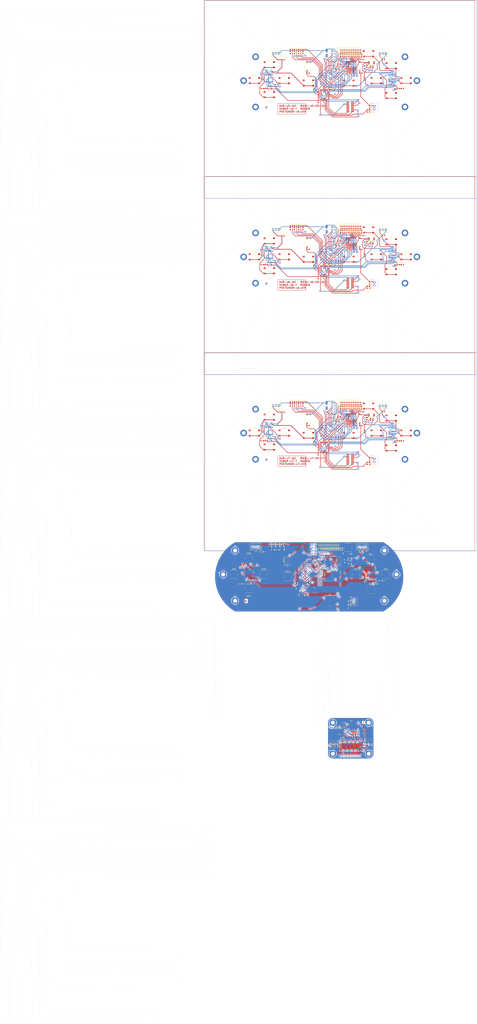
<source format=kicad_pcb>
(kicad_pcb (version 20221018) (generator pcbnew)
  (layers (0 "F.Cu" signal) (31 "B.Cu" signal) (34 "B.Paste" user) (35 "F.Paste" user) (36 "B.SilkS" user "B.Silkscreen") (37 "F.SilkS" user "F.Silkscreen") (38 "B.Mask" user) (39 "F.Mask" user) (44 "Edge.Cuts" user))
  (net 0 "")
  (net 1 "Glob_Alim-v5-")
  (net 2 "GND-v5-")
  (net 3 "POWER-v5-_CHECK-v5-")
  (net 4 "L-v5-i-ion-v5-")
  (net 5 "Net-(C7-Pad1)-v5-")
  (net 6 "Net-(C8-Pad1)-v5-")
  (net 7 "Net-(U3-BP)-v5-")
  (net 8 "Net-(D2-A)-v5-")
  (net 9 "Net-(D3-K)-v5-")
  (net 10 "Net-(D3-A)-v5-")
  (net 11 "Net-(D4-K)-v5-")
  (net 12 "Net-(D4-A)-v5-")
  (net 13 "Net-(D5-K)-v5-")
  (net 14 "Net-(D5-A)-v5-")
  (net 15 "Net-(D6-K)-v5-")
  (net 16 "Net-(D6-A)-v5-")
  (net 17 "Net-(D7-K)-v5-")
  (net 18 "Net-(D7-A)-v5-")
  (net 19 "Net-(D8-K)-v5-")
  (net 20 "Net-(D8-A)-v5-")
  (net 21 "Net-(D9-K)-v5-")
  (net 22 "Net-(D9-A)-v5-")
  (net 23 "Net-(D10-K)-v5-")
  (net 24 "Net-(D10-A)-v5-")
  (net 25 "Net-(D11-K)-v5-")
  (net 26 "Net-(D11-A)-v5-")
  (net 27 "Net-(D12-K)-v5-")
  (net 28 "Net-(D12-A)-v5-")
  (net 29 "Net-(D13-K)-v5-")
  (net 30 "Net-(D13-A)-v5-")
  (net 31 "Net-(D14-K)-v5-")
  (net 32 "Net-(D14-A)-v5-")
  (net 33 "Net-(D15-K)-v5-")
  (net 34 "Net-(D15-A)-v5-")
  (net 35 "Net-(D16-K)-v5-")
  (net 36 "Net-(D16-A)-v5-")
  (net 37 "Net-(D17-K)-v5-")
  (net 38 "Net-(D17-A)-v5-")
  (net 39 "Net-(D18-K)-v5-")
  (net 40 "Net-(D18-A)-v5-")
  (net 43 "SWDIO-v5-")
  (net 44 "SWDCK-v5-")
  (net 48 "R-v5-eset_Buton -v5-")
  (net 49 "USAR-v5-T2_R-v5-X-v5-")
  (net 50 "USAR-v5-T2_TX-v5-")
  (net 51 "R-v5-")
  (net 52 "L-v5-")
  (net 53 "NES{slash}SNES_switcher-v5-")
  (net 54 "DIO{slash}EX_CL-v5-K")
  (net 55 "DIO{slash}EX_SDA-v5-")
  (net 56 "DIODE_OE-v5-")
  (net 57 "Net-(#FL-v5-G05-pwr)")
  (net 58 "A_Button-v5-")
  (net 59 "B_Button-v5-")
  (net 60 "X_Button-v5-")
  (net 61 "Y_Button-v5-")
  (net 62 "UC_Button-v5-")
  (net 63 "Order_Search-v5-")
  (net 64 "L-v5-C_Button")
  (net 65 "R-v5-C_Button")
  (net 66 "DC_Button-v5-")
  (net 67 "ST_Button-v5-")
  (net 68 "SE_Button-v5-")
  (net 73 "Pin_Clock-v5-")
  (net 74 "Digital_Out_Put-v5-")
  (net 75 "MOSI-v5-")
  (net 79 "R-v5-X{slash}TX")
  (net 81 "CSN_nR-v5-F24")
  (net 99 "Glob_Alim-v6-")
  (net 100 "GND-v6-")
  (net 101 "POWER-v6-_CHECK-v6-")
  (net 102 "L-v6-i-ion-v6-")
  (net 103 "Net-(C7-Pad1)-v6-")
  (net 104 "Net-(C8-Pad1)-v6-")
  (net 105 "Net-(U3-BP)-v6-")
  (net 106 "Net-(D2-A)-v6-")
  (net 107 "Net-(D3-K)-v6-")
  (net 108 "Net-(D3-A)-v6-")
  (net 109 "Net-(D4-K)-v6-")
  (net 110 "Net-(D4-A)-v6-")
  (net 111 "Net-(D5-K)-v6-")
  (net 112 "Net-(D5-A)-v6-")
  (net 113 "Net-(D6-K)-v6-")
  (net 114 "Net-(D6-A)-v6-")
  (net 115 "Net-(D7-K)-v6-")
  (net 116 "Net-(D7-A)-v6-")
  (net 117 "Net-(D8-K)-v6-")
  (net 118 "Net-(D8-A)-v6-")
  (net 119 "Net-(D9-K)-v6-")
  (net 120 "Net-(D9-A)-v6-")
  (net 121 "Net-(D10-K)-v6-")
  (net 122 "Net-(D10-A)-v6-")
  (net 123 "Net-(D11-K)-v6-")
  (net 124 "Net-(D11-A)-v6-")
  (net 125 "Net-(D12-K)-v6-")
  (net 126 "Net-(D12-A)-v6-")
  (net 127 "Net-(D13-K)-v6-")
  (net 128 "Net-(D13-A)-v6-")
  (net 129 "Net-(D14-K)-v6-")
  (net 130 "Net-(D14-A)-v6-")
  (net 131 "Net-(D15-K)-v6-")
  (net 132 "Net-(D15-A)-v6-")
  (net 133 "Net-(D16-K)-v6-")
  (net 134 "Net-(D16-A)-v6-")
  (net 135 "Net-(D17-K)-v6-")
  (net 136 "Net-(D17-A)-v6-")
  (net 137 "Net-(D18-K)-v6-")
  (net 138 "Net-(D18-A)-v6-")
  (net 141 "SWDIO-v6-")
  (net 142 "SWDCK-v6-")
  (net 146 "R-v6-eset_Buton -v6-")
  (net 147 "USAR-v6-T2_R-v6-X-v6-")
  (net 148 "USAR-v6-T2_TX-v6-")
  (net 149 "R-v6-")
  (net 150 "L-v6-")
  (net 151 "NES{slash}SNES_switcher-v6-")
  (net 152 "DIO{slash}EX_CL-v6-K")
  (net 153 "DIO{slash}EX_SDA-v6-")
  (net 154 "DIODE_OE-v6-")
  (net 155 "Net-(#FL-v6-G05-pwr)")
  (net 156 "A_Button-v6-")
  (net 157 "B_Button-v6-")
  (net 158 "X_Button-v6-")
  (net 159 "Y_Button-v6-")
  (net 160 "UC_Button-v6-")
  (net 161 "Order_Search-v6-")
  (net 162 "L-v6-C_Button")
  (net 163 "R-v6-C_Button")
  (net 164 "DC_Button-v6-")
  (net 165 "ST_Button-v6-")
  (net 166 "SE_Button-v6-")
  (net 171 "Pin_Clock-v6-")
  (net 172 "Digital_Out_Put-v6-")
  (net 173 "MOSI-v6-")
  (net 177 "R-v6-X{slash}TX")
  (net 179 "CSN_nR-v6-F24")
  (net 197 "Glob_Alim-v7-")
  (net 198 "GND-v7-")
  (net 199 "POWER-v7-_CHECK-v7-")
  (net 200 "L-v7-i-ion-v7-")
  (net 201 "Net-(C7-Pad1)-v7-")
  (net 202 "Net-(C8-Pad1)-v7-")
  (net 203 "Net-(U3-BP)-v7-")
  (net 204 "Net-(D2-A)-v7-")
  (net 205 "Net-(D3-K)-v7-")
  (net 206 "Net-(D3-A)-v7-")
  (net 207 "Net-(D4-K)-v7-")
  (net 208 "Net-(D4-A)-v7-")
  (net 209 "Net-(D5-K)-v7-")
  (net 210 "Net-(D5-A)-v7-")
  (net 211 "Net-(D6-K)-v7-")
  (net 212 "Net-(D6-A)-v7-")
  (net 213 "Net-(D7-K)-v7-")
  (net 214 "Net-(D7-A)-v7-")
  (net 215 "Net-(D8-K)-v7-")
  (net 216 "Net-(D8-A)-v7-")
  (net 217 "Net-(D9-K)-v7-")
  (net 218 "Net-(D9-A)-v7-")
  (net 219 "Net-(D10-K)-v7-")
  (net 220 "Net-(D10-A)-v7-")
  (net 221 "Net-(D11-K)-v7-")
  (net 222 "Net-(D11-A)-v7-")
  (net 223 "Net-(D12-K)-v7-")
  (net 224 "Net-(D12-A)-v7-")
  (net 225 "Net-(D13-K)-v7-")
  (net 226 "Net-(D13-A)-v7-")
  (net 227 "Net-(D14-K)-v7-")
  (net 228 "Net-(D14-A)-v7-")
  (net 229 "Net-(D15-K)-v7-")
  (net 230 "Net-(D15-A)-v7-")
  (net 231 "Net-(D16-K)-v7-")
  (net 232 "Net-(D16-A)-v7-")
  (net 233 "Net-(D17-K)-v7-")
  (net 234 "Net-(D17-A)-v7-")
  (net 235 "Net-(D18-K)-v7-")
  (net 236 "Net-(D18-A)-v7-")
  (net 239 "SWDIO-v7-")
  (net 240 "SWDCK-v7-")
  (net 244 "R-v7-eset_Buton -v7-")
  (net 245 "USAR-v7-T2_R-v7-X-v7-")
  (net 246 "USAR-v7-T2_TX-v7-")
  (net 247 "R-v7-")
  (net 248 "L-v7-")
  (net 249 "NES{slash}SNES_switcher-v7-")
  (net 250 "DIO{slash}EX_CL-v7-K")
  (net 251 "DIO{slash}EX_SDA-v7-")
  (net 252 "DIODE_OE-v7-")
  (net 253 "Net-(#FL-v7-G05-pwr)")
  (net 254 "A_Button-v7-")
  (net 255 "B_Button-v7-")
  (net 256 "X_Button-v7-")
  (net 257 "Y_Button-v7-")
  (net 258 "UC_Button-v7-")
  (net 259 "Order_Search-v7-")
  (net 260 "L-v7-C_Button")
  (net 261 "R-v7-C_Button")
  (net 262 "DC_Button-v7-")
  (net 263 "ST_Button-v7-")
  (net 264 "SE_Button-v7-")
  (net 269 "Pin_Clock-v7-")
  (net 270 "Digital_Out_Put-v7-")
  (net 271 "MOSI-v7-")
  (net 275 "R-v7-X{slash}TX")
  (net 277 "CSN_nR-v7-F24")
  (net 295 "Glob_Alim-v8-")
  (net 296 "GND-v8-")
  (net 297 "POWER-v8-_CHECK-v8-")
  (net 298 "L-v8-i-ion-v8-")
  (net 299 "Net-(C7-Pad1)-v8-")
  (net 300 "Net-(C8-Pad1)-v8-")
  (net 301 "Net-(U3-BP)-v8-")
  (net 302 "Net-(D2-A)-v8-")
  (net 303 "Net-(D3-K)-v8-")
  (net 304 "Net-(D3-A)-v8-")
  (net 305 "Net-(D4-K)-v8-")
  (net 306 "Net-(D4-A)-v8-")
  (net 307 "Net-(D5-K)-v8-")
  (net 308 "Net-(D5-A)-v8-")
  (net 309 "Net-(D6-K)-v8-")
  (net 310 "Net-(D6-A)-v8-")
  (net 311 "Net-(D7-K)-v8-")
  (net 312 "Net-(D7-A)-v8-")
  (net 313 "Net-(D8-K)-v8-")
  (net 314 "Net-(D8-A)-v8-")
  (net 315 "Net-(D9-K)-v8-")
  (net 316 "Net-(D9-A)-v8-")
  (net 317 "Net-(D10-K)-v8-")
  (net 318 "Net-(D10-A)-v8-")
  (net 319 "Net-(D11-K)-v8-")
  (net 320 "Net-(D11-A)-v8-")
  (net 321 "Net-(D12-K)-v8-")
  (net 322 "Net-(D12-A)-v8-")
  (net 323 "Net-(D13-K)-v8-")
  (net 324 "Net-(D13-A)-v8-")
  (net 325 "Net-(D14-K)-v8-")
  (net 326 "Net-(D14-A)-v8-")
  (net 327 "Net-(D15-K)-v8-")
  (net 328 "Net-(D15-A)-v8-")
  (net 329 "Net-(D16-K)-v8-")
  (net 330 "Net-(D16-A)-v8-")
  (net 331 "Net-(D17-K)-v8-")
  (net 332 "Net-(D17-A)-v8-")
  (net 333 "Net-(D18-K)-v8-")
  (net 334 "Net-(D18-A)-v8-")
  (net 337 "SWDIO-v8-")
  (net 338 "SWDCK-v8-")
  (net 342 "R-v8-eset_Buton -v8-")
  (net 343 "USAR-v8-T2_R-v8-X-v8-")
  (net 344 "USAR-v8-T2_TX-v8-")
  (net 345 "R-v8-")
  (net 346 "L-v8-")
  (net 347 "NES{slash}SNES_switcher-v8-")
  (net 348 "DIO{slash}EX_CL-v8-K")
  (net 349 "DIO{slash}EX_SDA-v8-")
  (net 350 "DIODE_OE-v8-")
  (net 351 "Net-(#FL-v8-G05-pwr)")
  (net 352 "A_Button-v8-")
  (net 353 "B_Button-v8-")
  (net 354 "X_Button-v8-")
  (net 355 "Y_Button-v8-")
  (net 356 "UC_Button-v8-")
  (net 357 "Order_Search-v8-")
  (net 358 "L-v8-C_Button")
  (net 359 "R-v8-C_Button")
  (net 360 "DC_Button-v8-")
  (net 361 "ST_Button-v8-")
  (net 362 "SE_Button-v8-")
  (net 367 "Pin_Clock-v8-")
  (net 368 "Digital_Out_Put-v8-")
  (net 369 "MOSI-v8-")
  (net 373 "R-v8-X{slash}TX")
  (net 375 "CSN_nR-v8-F24")
  (net 393 "+5V-v11-")
  (net 394 "GND-v11-")
  (net 395 "+3.3V-v11-")
  (net 396 "Net-(D1-K)-v11-")
  (net 398 "Net-(D3-K)-v11-")
  (net 399 "Status_LED-v11-")
  (net 400 "Data_Clock_SNES-v11-")
  (net 401 "Data_Latch_SNES-v11-")
  (net 402 "Net-(D2-K)-v11-")
  (net 403 "Serial_Data1_SNES-v11-")
  (net 404 "Serial_Data2_SNES-v11-")
  (net 405 "SPI_Chip_Select-v11-")
  (net 406 "Chip_Enable-v11-")
  (net 407 "SPI_Digital_Input-v11-")
  (net 408 "SPI_Clock-v11-")
  (net 409 "SPI_Digital_Output-v11-")
  (net 410 "IOBit_SNES-v11-")
  (net 411 "Data_Clock_STM32-v11-")
  (net 412 "Data_Latch_STM32-v11-")
  (net 413 "Appairing_Btn-v11-")
  (net 414 "Net-(U2-BP)-v11-")
  (net 415 "SWDIO-v11-")
  (net 416 "SWDCK-v11-")
  (net 419 "NRST-v11-")
  (net 420 "USART2_RX-v11-")
  (net 421 "USART2_TX-v11-")
  (net 422 "Serial_Data1_STM32-v11-")
  (net 423 "IOBit_STM32-v11-")
  (net 424 "Serial_Data2_STM32-v11-")
  (footprint "L-v5-ED_SMD:L-v5-ED_0603_1608Metric_Pad1.05x0.95mm_HandSolder" (layer "F.Cu") (at 311.602817 45.797431)
    (fp_text reference "D2")
    (fp_text value "L-v5-ED_Small")
  )
  (footprint "R-v7-esistor_SMD:R-v7-_0603_1608Metric_Pad0.98x0.95mm_HandSolder" (layer "F.Cu") (at 290.242817 326.664349 90)
    (fp_text reference "R-v7-26")
    (fp_text value "1K")
  )
  (footprint "MountingHole:MountingHole_3.2mm_M3_DIN965_Pad" (layer "F.Cu") (at 339.342817 225.97464)
    (fp_text reference "H6")
    (fp_text value "MountingHole_Pad")
  )
  (footprint "MountingHole:MountingHole_3.2mm_M3_DIN965_Pad" (layer "F.Cu") (at 349.342817 56.597431)
    (fp_text reference "H5")
    (fp_text value "MountingHole_Pad")
  )
  (footprint "R-v8-esistor_SMD:R-v8-_0603_1608Metric_Pad0.98x0.95mm_HandSolder" (layer "F.Cu") (at 268.608069 444.944127 90)
    (fp_text reference "R-v8-23")
    (fp_text value "1K")
  )
  (footprint "Button_Switch_SMD:SW_SPST_B3S-1000" (layer "F.Cu") (at 225.842817 190.67464)
    (fp_text reference "SW6")
    (fp_text value "SW_Push")
  )
  (footprint "Capacitor_SMD:C_0603_1608Metric_Pad1.08x0.95mm_HandSolder" (layer "F.Cu") (at 206.116045 476.181627)
    (fp_text reference "C8")
    (fp_text value "100nF")
  )
  (footprint "MountingHole:MountingHole_3.2mm_M3_DIN965_Pad" (layer "F.Cu") (at 214.342817 331.351849)
    (fp_text reference "H1")
    (fp_text value "MountingHole_Pad")
  )
  (footprint "R-v5-esistor_SMD:R-v5-_0603_1608Metric_Pad0.98x0.95mm_HandSolder" (layer "F.Cu") (at 283.152817 45.197431 180)
    (fp_text reference "R-v5-11")
    (fp_text value "10K")
  )
  (footprint "Button_Switch_SMD:SW_SPST_B3S-1000" (layer "F.Cu") (at 213.342817 56.597431)
    (fp_text reference "SW9")
    (fp_text value "SW_Push")
  )
  (footprint "Button_Switch_SMD:SW_DIP_SPSTx01_Slide_Copal_CHS-01B_W7.62mm_P1.27mm" (layer "F.Cu") (at 257.342817 191.97464 90)
    (fp_text reference "SW10")
    (fp_text value "SW_DIP_x01")
  )
  (footprint "R-v8-esistor_SMD:R-v8-_0603_1608Metric_Pad0.98x0.95mm_HandSolder" (layer "F.Cu") (at 274.608069 444.944127 90)
    (fp_text reference "R-v8-27")
    (fp_text value "1K")
  )
  (footprint "R-v7-esistor_SMD:R-v7-_0603_1608Metric_Pad0.98x0.95mm_HandSolder" (layer "F.Cu") (at 293.242817 326.664349 90)
    (fp_text reference "R-v7-28")
    (fp_text value "1K")
  )
  (footprint "R-v7-esistor_SMD:R-v7-_0603_1608Metric_Pad0.98x0.95mm_HandSolder" (layer "F.Cu") (at 243.367817 327.826849 -90)
    (fp_text reference "R-v7-18")
    (fp_text value "1K")
  )
  (footprint "R-v6-esistor_SMD:R-v6-_0603_1608Metric_Pad0.98x0.95mm_HandSolder" (layer "F.Cu") (at 285.742817 179.28714 90)
    (fp_text reference "R-v6-23")
    (fp_text value "1K")
  )
  (footprint "L-v6-ED_SMD:L-v6-ED_0603_1608Metric_Pad1.05x0.95mm_HandSolder" (layer "F.Cu") (at 254.842817 177.97464)
    (fp_text reference "D6")
    (fp_text value "G4")
  )
  (footprint "R-v5-esistor_SMD:R-v5-_0603_1608Metric_Pad0.98x0.95mm_HandSolder" (layer "F.Cu") (at 291.742817 31.909931 90)
    (fp_text reference "R-v5-27")
    (fp_text value "1K")
  )
  (footprint "L-v5-ED_SMD:L-v5-ED_0603_1608Metric_Pad1.05x0.95mm_HandSolder" (layer "F.Cu") (at 254.842817 30.597431)
    (fp_text reference "D6")
    (fp_text value "G4")
  )
  (footprint "Capacitor_SMD:C_0603_1608Metric_Pad1.08x0.95mm_HandSolder" (layer "F.Cu") (at 309.742817 229.31214 -90)
    (fp_text reference "C2")
    (fp_text value "1nF")
  )
  (footprint "R-v5-esistor_SMD:R-v5-_0603_1608Metric_Pad0.98x0.95mm_HandSolder" (layer "F.Cu") (at 309.742817 78.397431 -90)
    (fp_text reference "R-v5-9")
    (fp_text value "1M")
  )
  (footprint "R-v6-esistor_SMD:R-v6-_0603_1608Metric_Pad0.98x0.95mm_HandSolder" (layer "F.Cu") (at 237.342817 186.47464)
    (fp_text reference "R-v6-2")
    (fp_text value "1K")
  )
  (footprint "L-v7-ED_SMD:L-v7-ED_0603_1608Metric_Pad1.05x0.95mm_HandSolder" (layer "F.Cu") (at 286.866817 330.176849 -90)
    (fp_text reference "D8")
    (fp_text value "G6")
  )
  (footprint "L-v7-ED_SMD:L-v7-ED_0603_1608Metric_Pad1.05x0.95mm_HandSolder" (layer "F.Cu") (at 302.942817 330.151849 -90)
    (fp_text reference "D18")
    (fp_text value "R-v7-4")
  )
  (footprint "R-v6-esistor_SMD:R-v6-_0603_1608Metric_Pad0.98x0.95mm_HandSolder" (layer "F.Cu") (at 246.867817 180.47464 -90)
    (fp_text reference "R-v6-20")
    (fp_text value "1K")
  )
  (footprint "R-v7-esistor_SMD:R-v7-_0603_1608Metric_Pad0.98x0.95mm_HandSolder" (layer "F.Cu") (at 307.742817 376.689349 -90)
    (fp_text reference "R-v7-10")
    (fp_text value "1M")
  )
  (footprint "L-v7-ED_SMD:L-v7-ED_0603_1608Metric_Pad1.05x0.95mm_HandSolder" (layer "F.Cu") (at 254.842817 325.351849)
    (fp_text reference "D6")
    (fp_text value "G4")
  )
  (footprint "L-v8-ED_SMD:L-v8-ED_0603_1608Metric_Pad1.05x0.95mm_HandSolder" (layer "F.Cu") (at 282.583069 448.431627 -90)
    (fp_text reference "D16")
    (fp_text value "R-v8-2")
  )
  (footprint "Connector_JST:JST_XH_B3B-XH-A_1x03_P2.50mm_Vertical" (layer "F.Cu") (at 323.246817 33.859431 180)
    (fp_text reference "J4")
    (fp_text value "Conn_01x03")
  )
  (footprint "L-v6-ED_SMD:L-v6-ED_0603_1608Metric_Pad1.05x0.95mm_HandSolder" (layer "F.Cu") (at 288.467817 182.79964 -90)
    (fp_text reference "D9")
    (fp_text value "G7")
  )
  (footprint "L-v8-ED_SMD:L-v8-ED_0603_1608Metric_Pad1.05x0.95mm_HandSolder" (layer "F.Cu") (at 272.933069 448.456627 -90)
    (fp_text reference "D10")
    (fp_text value "G8")
  )
  (footprint "Capacitor_SMD:C_0603_1608Metric_Pad1.08x0.95mm_HandSolder" (layer "F.Cu") (at 333.654841 210.52464 180)
    (fp_text reference "C7")
    (fp_text value "100nF")
  )
  (footprint "Connector_PinHeader_1.27mm:PinHeader_2x07_P1.27mm_Vertical_SMD" (layer "F.Cu") (at 293.467817 78.537431)
    (fp_text reference "J2")
    (fp_text value "Conn_02x07_Odd_Even")
  )
  (footprint "R-v6-esistor_SMD:R-v6-_0603_1608Metric_Pad0.98x0.95mm_HandSolder" (layer "F.Cu") (at 258.192817 197.67464)
    (fp_text reference "R-v6-1")
    (fp_text value "1K")
  )
  (footprint "R-v8-esistor_SMD:R-v8-_0603_1608Metric_Pad0.98x0.95mm_HandSolder" (layer "F.Cu") (at 266.018069 458.231627 180)
    (fp_text reference "R-v8-11")
    (fp_text value "10K")
  )
  (footprint "Button_Switch_SMD:SW_DIP_SPSTx01_Slide_Copal_CHS-01B_W7.62mm_P1.27mm" (layer "F.Cu") (at 301.512817 191.97464 90)
    (fp_text reference "SW1")
    (fp_text value "SW_DIP_x01")
  )
  (footprint "Button_Switch_SMD:SW_DIP_SPSTx01_Slide_Copal_CHS-01B_W7.62mm_P1.27mm" (layer "F.Cu") (at 301.512817 339.351849 90)
    (fp_text reference "SW1")
    (fp_text value "SW_DIP_x01")
  )
  (footprint "R-v5-esistor_SMD:R-v5-_0603_1608Metric_Pad0.98x0.95mm_HandSolder" (layer "F.Cu") (at 302.242817 31.909931 90)
    (fp_text reference "R-v5-34")
    (fp_text value "1K")
  )
  (footprint "R-v7-esistor_SMD:R-v7-_0603_1608Metric_Pad0.98x0.95mm_HandSolder" (layer "F.Cu") (at 258.192817 345.051849)
    (fp_text reference "R-v7-1")
    (fp_text value "1K")
  )
  (footprint "Package_QFP:L-v7-QFP-32_7x7mm_P0.8mm" (layer "F.Cu") (at 271.342817 363.351849 90)
    (fp_text reference "U1")
    (fp_text value "STM32L-v7-412KBTx")
  )
  (footprint "Capacitor_SMD:C_0603_1608Metric_Pad1.08x0.95mm_HandSolder" (layer "F.Cu") (at 309.742817 376.689349 -90)
    (fp_text reference "C2")
    (fp_text value "1nF")
  )
  (footprint "R-v5-esistor_SMD:R-v5-_0603_1608Metric_Pad0.98x0.95mm_HandSolder" (layer "F.Cu") (at 287.242817 31.909931 90)
    (fp_text reference "R-v5-24")
    (fp_text value "1K")
  )
  (footprint "Package_SO:MSOP-8_3x3mm_P0.65mm" (layer "F.Cu") (at 311.342817 41.597431)
    (fp_text reference "U3")
    (fp_text value "MIC5219-3.3YMM")
  )
  (footprint "R-v8-esistor_SMD:R-v8-_0603_1608Metric_Pad0.98x0.95mm_HandSolder" (layer "F.Cu") (at 271.578069 444.944127 90)
    (fp_text reference "R-v8-25")
    (fp_text value "1K")
  )
  (footprint "Package_SO:MSOP-8_3x3mm_P0.65mm" (layer "F.Cu") (at 311.342817 336.351849)
    (fp_text reference "U3")
    (fp_text value "MIC5219-3.3YMM")
  )
  (footprint "R-v5-esistor_SMD:R-v5-_0603_1608Metric_Pad0.98x0.95mm_HandSolder" (layer "F.Cu") (at 282.152817 46.697431)
    (fp_text reference "R-v5-14")
    (fp_text value "10K")
  )
  (footprint "R-v7-esistor_SMD:R-v7-_0603_1608Metric_Pad0.98x0.95mm_HandSolder" (layer "F.Cu") (at 287.242817 326.664349 90)
    (fp_text reference "R-v7-24")
    (fp_text value "1K")
  )
  (footprint "R-v7-esistor_SMD:R-v7-_0603_1608Metric_Pad0.98x0.95mm_HandSolder" (layer "F.Cu") (at 285.742817 326.664349 90)
    (fp_text reference "R-v7-23")
    (fp_text value "1K")
  )
  (footprint "Capacitor_SMD:C_0603_1608Metric_Pad1.08x0.95mm_HandSolder" (layer "F.Cu") (at 258.908069 476.103627 -90)
    (fp_text reference "C3")
    (fp_text value "100n")
  )
  (footprint "Package_QFP:L-v8-QFP-32_7x7mm_P0.8mm" (layer "F.Cu") (at 254.208069 481.631627 90)
    (fp_text reference "U1")
    (fp_text value "STM32L-v8-412KBTx")
  )
  (footprint "R-v6-esistor_SMD:R-v6-_0603_1608Metric_Pad0.98x0.95mm_HandSolder" (layer "F.Cu") (at 283.152817 192.57464 180)
    (fp_text reference "R-v6-11")
    (fp_text value "10K")
  )
  (footprint "R-v6-esistor_SMD:R-v6-_0603_1608Metric_Pad0.98x0.95mm_HandSolder" (layer "F.Cu") (at 321.342817 185.97464)
    (fp_text reference "R-v6-13")
    (fp_text value "1K")
  )
  (footprint "MountingHole:MountingHole_3.2mm_M3_DIN965_Pad" (layer "F.Cu") (at 204.342817 203.97464)
    (fp_text reference "H2")
    (fp_text value "MountingHole_Pad")
  )
  (footprint "MountingHole:MountingHole_3.2mm_M3_DIN965_Pad" (layer "F.Cu") (at 339.342817 183.97464)
    (fp_text reference "H4")
    (fp_text value "MountingHole_Pad")
  )
  (footprint "L-v7-ED_SMD:L-v7-ED_0603_1608Metric_Pad1.05x0.95mm_HandSolder" (layer "F.Cu") (at 247.842817 325.351849)
    (fp_text reference "D4")
    (fp_text value "G2")
  )
  (footprint "Button_Switch_SMD:SW_SPST_B3S-1000" (layer "F.Cu") (at 307.469664 612.11454 180)
    (fp_text reference "SW1")
    (fp_text value "SW_SPST")
  )
  (footprint "R-v7-esistor_SMD:R-v7-_0603_1608Metric_Pad0.98x0.95mm_HandSolder" (layer "F.Cu") (at 300.742817 326.664349 90)
    (fp_text reference "R-v7-33")
    (fp_text value "1K")
  )
  (footprint "Capacitor_SMD:C_0603_1608Metric_Pad1.08x0.95mm_HandSolder" (layer "F.Cu") (at 223.250793 357.901849)
    (fp_text reference "C8")
    (fp_text value "100nF")
  )
  (footprint "Capacitor_SMD:C_0603_1608Metric_Pad1.08x0.95mm_HandSolder" (layer "F.Cu") (at 287.769664 596.11454 90)
    (fp_text reference "C4")
    (fp_text value "100n")
  )
  (footprint "L-v6-ED_SMD:L-v6-ED_0603_1608Metric_Pad1.05x0.95mm_HandSolder" (layer "F.Cu") (at 286.866817 182.79964 -90)
    (fp_text reference "D8")
    (fp_text value "G6")
  )
  (footprint "L-v6-ED_SMD:L-v6-ED_0603_1608Metric_Pad1.05x0.95mm_HandSolder" (layer "F.Cu") (at 293.302817 182.78714 -90)
    (fp_text reference "D12")
    (fp_text value "O2")
  )
  (footprint "Package_QFP:L-v5-QFP-32_7x7mm_P0.8mm" (layer "F.Cu") (at 271.342817 68.597431 90)
    (fp_text reference "U1")
    (fp_text value "STM32L-v5-412KBTx")
  )
  (footprint "Button_Switch_SMD:SW_SPST_B3S-1000" (layer "F.Cu") (at 315.342817 56.597431)
    (fp_text reference "SW5")
    (fp_text value "SW_Push")
  )
  (footprint "Button_Switch_SMD:SW_SPST_B3S-1000" (layer "F.Cu") (at 323.208069 469.631627)
    (fp_text reference "SW2")
    (fp_text value "SW_Push")
  )
  (footprint "R-v5-esistor_SMD:R-v5-_0603_1608Metric_Pad0.98x0.95mm_HandSolder" (layer "F.Cu") (at 219.850793 63.147431 180)
    (fp_text reference "R-v5-7")
    (fp_text value "1k")
  )
  (footprint "MountingHole:MountingHole_3.2mm_M3_DIN965_Pad" (layer "F.Cu") (at 339.342817 373.351849)
    (fp_text reference "H6")
    (fp_text value "MountingHole_Pad")
  )
  (footprint "R-v6-esistor_SMD:R-v6-_0603_1608Metric_Pad0.98x0.95mm_HandSolder" (layer "F.Cu") (at 337.154841 210.52464)
    (fp_text reference "R-v6-4")
    (fp_text value "1k")
  )
  (footprint "Capacitor_SMD:C_0603_1608Metric_Pad1.08x0.95mm_HandSolder" (layer "F.Cu") (at 305.337817 349.834349 -90)
    (fp_text reference "C10")
    (fp_text value "100nF")
  )
  (footprint "Button_Switch_SMD:SW_SPST_B3S-1000" (layer "F.Cu") (at 225.842817 338.051849)
    (fp_text reference "SW6")
    (fp_text value "SW_Push")
  )
  (footprint "L-v5-ED_SMD:L-v5-ED_0603_1608Metric_Pad1.05x0.95mm_HandSolder" (layer "F.Cu") (at 285.267817 35.422431 -90)
    (fp_text reference "D7")
    (fp_text value "G5")
  )
  (footprint "Connector_PinHeader_2.54mm:PinHeader_2x04_P2.54mm_Vertical" (layer "F.Cu") (at 278.542817 31.657431)
    (fp_text reference "U2")
    (fp_text value "nR-v5-F24_Full")
  )
  (footprint "Connector_PinSocket_2.54mm:PinSocket_2x04_P2.54mm_Vertical_SMD" (layer "F.Cu") (at 280.469664 603.61454 180)
    (fp_text reference "J3")
    (fp_text value "Conn_01x08_Socket")
  )
  (footprint "Resistor_SMD:R_0603_1608Metric_Pad0.98x0.95mm_HandSolder" (layer "F.Cu") (at 282.988414 610.81454)
    (fp_text reference "R1")
    (fp_text value "1k")
  )
  (footprint "Button_Switch_SMD:SW_SPST_B3S-1000" (layer "F.Cu") (at 340.342817 351.351849)
    (fp_text reference "SW2")
    (fp_text value "SW_Push")
  )
  (footprint "Capacitor_SMD:C_0603_1608Metric_Pad1.08x0.95mm_HandSolder" (layer "F.Cu") (at 277.566817 357.823849 -90)
    (fp_text reference "C6")
    (fp_text value "10u")
  )
  (footprint "Capacitor_SMD:C_0603_1608Metric_Pad1.08x0.95mm_HandSolder" (layer "F.Cu") (at 292.608069 494.969127 -90)
    (fp_text reference "C2")
    (fp_text value "1nF")
  )
  (footprint "R-v6-esistor_SMD:R-v6-_0603_1608Metric_Pad0.98x0.95mm_HandSolder" (layer "F.Cu") (at 309.742817 225.77464 -90)
    (fp_text reference "R-v6-9")
    (fp_text value "1M")
  )
  (footprint "Capacitor_SMD:C_0603_1608Metric_Pad1.08x0.95mm_HandSolder" (layer "F.Cu") (at 309.742817 81.934931 -90)
    (fp_text reference "C2")
    (fp_text value "1nF")
  )
  (footprint "MountingHole:MountingHole_3.2mm_M3_DIN965_Pad" (layer "F.Cu") (at 339.342817 331.351849)
    (fp_text reference "H4")
    (fp_text value "MountingHole_Pad")
  )
  (footprint "L-v6-ED_SMD:L-v6-ED_0603_1608Metric_Pad1.05x0.95mm_HandSolder" (layer "F.Cu") (at 291.667817 182.79964 -90)
    (fp_text reference "D11")
    (fp_text value "O1")
  )
  (footprint "L-v5-ED_SMD:L-v5-ED_0603_1608Metric_Pad1.05x0.95mm_HandSolder" (layer "F.Cu") (at 302.942817 35.397431 -90)
    (fp_text reference "D18")
    (fp_text value "R-v5-4")
  )
  (footprint "R-v8-esistor_SMD:R-v8-_0603_1608Metric_Pad0.98x0.95mm_HandSolder" (layer "F.Cu") (at 229.733069 446.131627 -90)
    (fp_text reference "R-v8-20")
    (fp_text value "1K")
  )
  (footprint "Button_Switch_SMD:SW_SPST_B3S-1000" (layer "F.Cu") (at 238.342817 351.351849)
    (fp_text reference "SW8")
    (fp_text value "SW_Push")
  )
  (footprint "Capacitor_SMD:C_0603_1608Metric_Pad1.08x0.95mm_HandSolder" (layer "F.Cu") (at 302.437817 50.297431)
    (fp_text reference "C4")
    (fp_text value "1u")
  )
  (footprint "R-v8-esistor_SMD:R-v8-_0603_1608Metric_Pad0.98x0.95mm_HandSolder" (layer "F.Cu") (at 294.468069 457.307627)
    (fp_text reference "R-v8-3")
    (fp_text value "1K")
  )
  (footprint "L-v5-ED_SMD:L-v5-ED_0603_1608Metric_Pad1.05x0.95mm_HandSolder" (layer "F.Cu") (at 288.467817 35.422431 -90)
    (fp_text reference "D9")
    (fp_text value "G7")
  )
  (footprint "R-v6-esistor_SMD:R-v6-_0603_1608Metric_Pad0.98x0.95mm_HandSolder" (layer "F.Cu") (at 287.242817 179.28714 90)
    (fp_text reference "R-v6-24")
    (fp_text value "1K")
  )
  (footprint "Button_Switch_SMD:SW_SPST_B3S-1000" (layer "F.Cu") (at 221.208069 469.631627)
    (fp_text reference "SW8")
    (fp_text value "SW_Push")
  )
  (footprint "R-v6-esistor_SMD:R-v6-_0603_1608Metric_Pad0.98x0.95mm_HandSolder" (layer "F.Cu") (at 282.152817 194.07464)
    (fp_text reference "R-v6-14")
    (fp_text value "10K")
  )
  (footprint "L-v7-ED_SMD:L-v7-ED_0603_1608Metric_Pad1.05x0.95mm_HandSolder" (layer "F.Cu") (at 244.342817 325.351849)
    (fp_text reference "D3")
    (fp_text value "G1")
  )
  (footprint "R-v7-esistor_SMD:R-v7-_0603_1608Metric_Pad0.98x0.95mm_HandSolder" (layer "F.Cu") (at 282.152817 341.451849)
    (fp_text reference "R-v7-14")
    (fp_text value "10K")
  )
  (footprint "Package_SO:MSOP-8_3x3mm_P0.65mm" (layer "F.Cu") (at 311.342817 188.97464)
    (fp_text reference "U3")
    (fp_text value "MIC5219-3.3YMM")
  )
  (footprint "R-v5-esistor_SMD:R-v5-_0603_1608Metric_Pad0.98x0.95mm_HandSolder" (layer "F.Cu") (at 311.602817 44.273431)
    (fp_text reference "R-v5-3")
    (fp_text value "1K")
  )
  (footprint "L-v7-ED_SMD:L-v7-ED_0603_1608Metric_Pad1.05x0.95mm_HandSolder" (layer "F.Cu") (at 293.302817 330.164349 -90)
    (fp_text reference "D12")
    (fp_text value "O2")
  )
  (footprint "Connector_PinHeader_2.54mm:PinHeader_2x04_P2.54mm_Vertical" (layer "F.Cu") (at 278.542817 179.03464)
    (fp_text reference "U2")
    (fp_text value "nR-v6-F24_Full")
  )
  (footprint "Button_Switch_SMD:SW_SPST_B3S-1000" (layer "F.Cu") (at 327.842817 363.851849)
    (fp_text reference "SW3")
    (fp_text value "SW_Push")
  )
  (footprint "L-v5-ED_SMD:L-v5-ED_0603_1608Metric_Pad1.05x0.95mm_HandSolder" (layer "F.Cu") (at 251.342817 30.597431)
    (fp_text reference "D5")
    (fp_text value "G3")
  )
  (footprint "Capacitor_SMD:C_0603_1608Metric_Pad1.08x0.95mm_HandSolder" (layer "F.Cu") (at 305.337817 202.45714 -90)
    (fp_text reference "C10")
    (fp_text value "100nF")
  )
  (footprint "MountingHole:MountingHole_3.2mm_M3_DIN965_Pad" (layer "F.Cu") (at 214.342817 373.351849)
    (fp_text reference "H3")
    (fp_text value "MountingHole_Pad")
  )
  (footprint "L-v5-ED_SMD:L-v5-ED_0603_1608Metric_Pad1.05x0.95mm_HandSolder" (layer "F.Cu") (at 301.317817 35.397431 -90)
    (fp_text reference "D17")
    (fp_text value "R-v5-3")
  )
  (footprint "Capacitor_SMD:C_0603_1608Metric_Pad1.08x0.95mm_HandSolder" (layer "F.Cu") (at 277.566817 210.44664 -90)
    (fp_text reference "C6")
    (fp_text value "10u")
  )
  (footprint "Capacitor_SMD:C_0603_1608Metric_Pad1.08x0.95mm_HandSolder" (layer "F.Cu") (at 223.250793 63.147431)
    (fp_text reference "C8")
    (fp_text value "100nF")
  )
  (footprint "R-v8-esistor_SMD:R-v8-_0603_1608Metric_Pad0.98x0.95mm_HandSolder" (layer "F.Cu") (at 292.608069 491.431627 -90)
    (fp_text reference "R-v8-9")
    (fp_text value "1M")
  )
  (footprint "Package_SO:TSSOP-28_4.4x9.7mm_P0.65mm" (layer "F.Cu") (at 294.076817 43.511431 90)
    (fp_text reference "U4")
    (fp_text value "PCA9685PW")
  )
  (footprint "R-v6-esistor_SMD:R-v6-_0603_1608Metric_Pad0.98x0.95mm_HandSolder" (layer "F.Cu") (at 294.742817 179.28714 90)
    (fp_text reference "R-v6-29")
    (fp_text value "1K")
  )
  (footprint "R-v6-esistor_SMD:R-v6-_0603_1608Metric_Pad0.98x0.95mm_HandSolder" (layer "F.Cu") (at 253.942817 180.39964 -90)
    (fp_text reference "R-v6-22")
    (fp_text value "1K")
  )
  (footprint "L-v6-ED_SMD:L-v6-ED_0603_1608Metric_Pad1.05x0.95mm_HandSolder" (layer "F.Cu") (at 302.942817 182.77464 -90)
    (fp_text reference "D18")
    (fp_text value "R-v6-4")
  )
  (footprint "Package_QFP:L-v6-QFP-32_7x7mm_P0.8mm" (layer "F.Cu") (at 271.342817 215.97464 90)
    (fp_text reference "U1")
    (fp_text value "STM32L-v6-412KBTx")
  )
  (footprint "L-v8-ED_SMD:L-v8-ED_0603_1608Metric_Pad1.05x0.95mm_HandSolder" (layer "F.Cu") (at 269.732069 448.456627 -90)
    (fp_text reference "D8")
    (fp_text value "G6")
  )
  (footprint "R-v8-esistor_SMD:R-v8-_0603_1608Metric_Pad0.98x0.95mm_HandSolder" (layer "F.Cu") (at 290.608069 494.969127 -90)
    (fp_text reference "R-v8-10")
    (fp_text value "1M")
  )
  (footprint "Button_Switch_SMD:SW_SPST_B3S-1000" (layer "F.Cu") (at 291.708069 447.131627)
    (fp_text reference "SW7")
    (fp_text value "SW_SPST")
  )
  (footprint "L-v7-ED_SMD:L-v7-ED_0603_1608Metric_Pad1.05x0.95mm_HandSolder" (layer "F.Cu") (at 301.317817 330.151849 -90)
    (fp_text reference "D17")
    (fp_text value "R-v7-3")
  )
  (footprint "R-v6-esistor_SMD:R-v6-_0603_1608Metric_Pad0.98x0.95mm_HandSolder" (layer "F.Cu") (at 284.152817 190.07464 180)
    (fp_text reference "R-v6-16")
    (fp_text value "10K")
  )
  (footprint "Connector_PinHeader_1.27mm:PinHeader_2x07_P1.27mm_Vertical_SMD" (layer "F.Cu") (at 307.969664 602.61454 180)
    (fp_text reference "J1")
    (fp_text value "Conn_02x07_Odd_Even")
  )
  (footprint "L-v5-ED_SMD:L-v5-ED_0603_1608Metric_Pad1.05x0.95mm_HandSolder" (layer "F.Cu") (at 293.302817 35.409931 -90)
    (fp_text reference "D12")
    (fp_text value "O2")
  )
  (footprint "R-v5-esistor_SMD:R-v5-_0603_1608Metric_Pad0.98x0.95mm_HandSolder" (layer "F.Cu") (at 243.367817 33.072431 -90)
    (fp_text reference "R-v5-18")
    (fp_text value "1K")
  )
  (footprint "R-v5-esistor_SMD:R-v5-_0603_1608Metric_Pad0.98x0.95mm_HandSolder" (layer "F.Cu") (at 246.867817 33.097431 -90)
    (fp_text reference "R-v5-20")
    (fp_text value "1K")
  )
  (footprint "R-v6-esistor_SMD:R-v6-_0603_1608Metric_Pad0.98x0.95mm_HandSolder" (layer "F.Cu") (at 288.712817 179.28714 90)
    (fp_text reference "R-v6-25")
    (fp_text value "1K")
  )
  (footprint "Button_Switch_SMD:SW_SPST_B3S-1000" (layer "F.Cu") (at 327.842817 44.097431)
    (fp_text reference "SW4")
    (fp_text value "SW_Push")
  )
  (footprint "R-v8-esistor_SMD:R-v8-_0603_1608Metric_Pad0.98x0.95mm_HandSolder" (layer "F.Cu") (at 226.233069 446.106627 -90)
    (fp_text reference "R-v8-18")
    (fp_text value "1K")
  )
  (footprint "L-v6-ED_SMD:L-v6-ED_0603_1608Metric_Pad1.05x0.95mm_HandSolder" (layer "F.Cu") (at 296.517817 182.77464 -90)
    (fp_text reference "D14")
    (fp_text value "O4")
  )
  (footprint "R-v5-esistor_SMD:R-v5-_0603_1608Metric_Pad0.98x0.95mm_HandSolder" (layer "F.Cu") (at 299.242817 31.909931 90)
    (fp_text reference "R-v5-32")
    (fp_text value "1K")
  )
  (footprint "R-v7-esistor_SMD:R-v7-_0603_1608Metric_Pad0.98x0.95mm_HandSolder" (layer "F.Cu") (at 237.342817 333.851849)
    (fp_text reference "R-v7-2")
    (fp_text value "1K")
  )
  (footprint "Package_SO:TSSOP-28_4.4x9.7mm_P0.65mm" (layer "F.Cu") (at 294.076817 338.265849 90)
    (fp_text reference "U4")
    (fp_text value "PCA9685PW")
  )
  (footprint "R-v6-esistor_SMD:R-v6-_0603_1608Metric_Pad0.98x0.95mm_HandSolder" (layer "F.Cu") (at 311.602817 191.65064)
    (fp_text reference "R-v6-3")
    (fp_text value "1K")
  )
  (footprint "Capacitor_SMD:C_0603_1608Metric_Pad1.08x0.95mm_HandSolder" (layer "F.Cu") (at 276.042817 357.823849 -90)
    (fp_text reference "C3")
    (fp_text value "100n")
  )
  (footprint "Capacitor_SMD:C_0603_1608Metric_Pad1.08x0.95mm_HandSolder" (layer "F.Cu") (at 302.437817 345.051849)
    (fp_text reference "C4")
    (fp_text value "1u")
  )
  (footprint "Capacitor_SMD:C_0603_1608Metric_Pad1.08x0.95mm_HandSolder" (layer "F.Cu") (at 266.644817 221.36864 -90)
    (fp_text reference "C5")
    (fp_text value "100n")
  )
  (footprint "MountingHole:MountingHole_3.2mm_M3_DIN965_Pad" (layer "F.Cu") (at 308.969664 619.61454)
    (fp_text reference "H4")
    (fp_text value "MountingHole_Pad")
  )
  (footprint "R-v6-esistor_SMD:R-v6-_0603_1608Metric_Pad0.98x0.95mm_HandSolder" (layer "F.Cu") (at 296.242817 179.28714 90)
    (fp_text reference "R-v6-30")
    (fp_text value "1K")
  )
  (footprint "R-v7-esistor_SMD:R-v7-_0603_1608Metric_Pad0.98x0.95mm_HandSolder" (layer "F.Cu") (at 253.942817 327.776849 -90)
    (fp_text reference "R-v7-22")
    (fp_text value "1K")
  )
  (footprint "MountingHole:MountingHole_3.2mm_M3_DIN965_Pad" (layer "F.Cu") (at 214.342817 183.97464)
    (fp_text reference "H1")
    (fp_text value "MountingHole_Pad")
  )
  (footprint "Button_Switch_SMD:SW_SPST_B3S-1000" (layer "F.Cu") (at 213.342817 203.97464)
    (fp_text reference "SW9")
    (fp_text value "SW_Push")
  )
  (footprint "L-v5-ED_SMD:L-v5-ED_0603_1608Metric_Pad1.05x0.95mm_HandSolder" (layer "F.Cu") (at 298.117817 35.397431 -90)
    (fp_text reference "D15")
    (fp_text value "R-v5-1")
  )
  (footprint "MountingHole:MountingHole_3.2mm_M3_DIN965_Pad" (layer "F.Cu") (at 349.342817 203.97464)
    (fp_text reference "H5")
    (fp_text value "MountingHole_Pad")
  )
  (footprint "Resistor_SMD:R_0603_1608Metric_Pad0.98x0.95mm_HandSolder" (layer "F.Cu") (at 282.988414 612.61454)
    (fp_text reference "R4")
    (fp_text value "1k")
  )
  (footprint "Connector_PinHeader_2.54mm:PinHeader_2x04_P2.54mm_Vertical" (layer "F.Cu") (at 278.542817 326.411849)
    (fp_text reference "U2")
    (fp_text value "nR-v7-F24_Full")
  )
  (footprint "R-v8-esistor_SMD:R-v8-_0603_1608Metric_Pad0.98x0.95mm_HandSolder" (layer "F.Cu") (at 267.018069 455.731627 180)
    (fp_text reference "R-v8-16")
    (fp_text value "10K")
  )
  (footprint "Button_Switch_SMD:SW_SPST_B3S-1000" (layer "F.Cu") (at 225.842817 68.297431)
    (fp_text reference "SW11")
    (fp_text value "SW_Push")
  )
  (footprint "MountingHole:MountingHole_3.2mm_M3_DIN965_Pad" (layer "F.Cu") (at 204.342817 56.597431)
    (fp_text reference "H2")
    (fp_text value "MountingHole_Pad")
  )
  (footprint "MountingHole:MountingHole_3.2mm_M3_DIN965_Pad" (layer "F.Cu") (at 308.969664 593.61454)
    (fp_text reference "H2")
    (fp_text value "MountingHole_Pad")
  )
  (footprint "Button_Switch_SMD:SW_SPST_B3S-1000" (layer "F.Cu") (at 327.842817 69.097431)
    (fp_text reference "SW3")
    (fp_text value "SW_Push")
  )
  (footprint "Capacitor_SMD:C_0603_1608Metric_Pad1.08x0.95mm_HandSolder" (layer "F.Cu") (at 302.437817 197.67464)
    (fp_text reference "C4")
    (fp_text value "1u")
  )
  (footprint "R-v7-esistor_SMD:R-v7-_0603_1608Metric_Pad0.98x0.95mm_HandSolder" (layer "F.Cu") (at 299.242817 326.664349 90)
    (fp_text reference "R-v7-32")
    (fp_text value "1K")
  )
  (footprint "R-v7-esistor_SMD:R-v7-_0603_1608Metric_Pad0.98x0.95mm_HandSolder" (layer "F.Cu") (at 294.742817 326.664349 90)
    (fp_text reference "R-v7-29")
    (fp_text value "1K")
  )
  (footprint "MountingHole:MountingHole_3.2mm_M3_DIN965_Pad" (layer "F.Cu") (at 214.342817 225.97464)
    (fp_text reference "H3")
    (fp_text value "MountingHole_Pad")
  )
  (footprint "R-v7-esistor_SMD:R-v7-_0603_1608Metric_Pad0.98x0.95mm_HandSolder" (layer "F.Cu") (at 311.602817 339.027849)
    (fp_text reference "R-v7-3")
    (fp_text value "1K")
  )
  (footprint "R-v5-esistor_SMD:R-v5-_0603_1608Metric_Pad0.98x0.95mm_HandSolder" (layer "F.Cu") (at 258.192817 50.297431)
    (fp_text reference "R-v5-1")
    (fp_text value "1K")
  )
  (footprint "R-v8-esistor_SMD:R-v8-_0603_1608Metric_Pad0.98x0.95mm_HandSolder" (layer "F.Cu") (at 273.108069 444.944127 90)
    (fp_text reference "R-v8-26")
    (fp_text value "1K")
  )
  (footprint "L-v5-ED_SMD:L-v5-ED_0603_1608Metric_Pad1.05x0.95mm_HandSolder" (layer "F.Cu") (at 296.517817 35.397431 -90)
    (fp_text reference "D14")
    (fp_text value "O4")
  )
  (footprint "Connector_PinHeader_1.27mm:PinHeader_2x07_P1.27mm_Vertical_SMD" (layer "F.Cu") (at 293.467817 373.291849)
    (fp_text reference "J2")
    (fp_text value "Conn_02x07_Odd_Even")
  )
  (footprint "Package_QFP:LQFP-32_7x7mm_P0.8mm" (layer "F.Cu") (at 291.819664 601.51454 180)
    (fp_text reference "U1")
    (fp_text value "STM32L412KBTx")
  )
  (footprint "Button_Switch_SMD:SW_SPST_B3S-1000" (layer "F.Cu") (at 208.708069 481.331627)
    (fp_text reference "SW11")
    (fp_text value "SW_Push")
  )
  (footprint "Capacitor_SMD:C_0603_1608Metric_Pad1.08x0.95mm_HandSolder" (layer "F.Cu") (at 305.337817 55.079931 -90)
    (fp_text reference "C10")
    (fp_text value "100nF")
  )
  (footprint "R-v7-esistor_SMD:R-v7-_0603_1608Metric_Pad0.98x0.95mm_HandSolder" (layer "F.Cu") (at 337.154841 357.901849)
    (fp_text reference "R-v7-4")
    (fp_text value "1k")
  )
  (footprint "MountingHole:MountingHole_3.2mm_M3_DIN965_Pad" (layer "F.Cu") (at 349.342817 351.351849)
    (fp_text reference "H5")
    (fp_text value "MountingHole_Pad")
  )
  (footprint "MountingHole:MountingHole_3.2mm_M3_DIN965_Pad" (layer "F.Cu") (at 214.342817 78.597431)
    (fp_text reference "H3")
    (fp_text value "MountingHole_Pad")
  )
  (footprint "Resistor_SMD:R_0603_1608Metric_Pad0.98x0.95mm_HandSolder" (layer "F.Cu") (at 282.988414 614.41454)
    (fp_text reference "R3")
    (fp_text value "1k")
  )
  (footprint "R-v5-esistor_SMD:R-v5-_0603_1608Metric_Pad0.98x0.95mm_HandSolder" (layer "F.Cu") (at 337.154841 63.147431)
    (fp_text reference "R-v5-4")
    (fp_text value "1k")
  )
  (footprint "Button_Switch_SMD:SW_SPST_B3S-1000" (layer "F.Cu") (at 340.342817 203.97464)
    (fp_text reference "SW2")
    (fp_text value "SW_Push")
  )
  (footprint "Button_Switch_SMD:SW_SPST_B3S-1000" (layer "F.Cu") (at 196.208069 469.631627)
    (fp_text reference "SW9")
    (fp_text value "SW_Push")
  )
  (footprint "Connector_PinHeader_2.54mm:PinHeader_1x07_P2.54mm_Vertical" (layer "F.Cu") (at 286.219664 621.51454 90)
    (fp_text reference "J2")
    (fp_text value "Conn_01x07_Socket")
  )
  (footprint "R-v5-esistor_SMD:R-v5-_0603_1608Metric_Pad0.98x0.95mm_HandSolder" (layer "F.Cu") (at 285.742817 31.909931 90)
    (fp_text reference "R-v5-23")
    (fp_text value "1K")
  )
  (footprint "R-v7-esistor_SMD:R-v7-_0603_1608Metric_Pad0.98x0.95mm_HandSolder" (layer "F.Cu") (at 291.742817 326.664349 90)
    (fp_text reference "R-v7-27")
    (fp_text value "1K")
  )
  (footprint "Diode_SMD:D_0603_1608Metric_Pad1.05x0.95mm_HandSolder" (layer "F.Cu") (at 279.488414 610.81454 180)
    (fp_text reference "D1")
    (fp_text value "LED_Small")
  )
  (footprint "Button_Switch_SMD:SW_SPST_B3S-1000" (layer "F.Cu") (at 298.208069 469.631627)
    (fp_text reference "SW5")
    (fp_text value "SW_Push")
  )
  (footprint "Capacitor_SMD:C_0603_1608Metric_Pad1.08x0.95mm_HandSolder" (layer "F.Cu") (at 288.203069 468.114127 -90)
    (fp_text reference "C10")
    (fp_text value "100nF")
  )
  (footprint "Capacitor_SMD:C_0603_1608Metric_Pad1.08x0.95mm_HandSolder" (layer "F.Cu") (at 333.654841 63.147431 180)
    (fp_text reference "C7")
    (fp_text value "100nF")
  )
  (footprint "R-v7-esistor_SMD:R-v7-_0603_1608Metric_Pad0.98x0.95mm_HandSolder" (layer "F.Cu") (at 302.242817 326.664349 90)
    (fp_text reference "R-v7-34")
    (fp_text value "1K")
  )
  (footprint "Capacitor_SMD:C_0603_1608Metric_Pad1.08x0.95mm_HandSolder" (layer "F.Cu") (at 290.258069 457.531627 -90)
    (fp_text reference "C9")
    (fp_text value "470p")
  )
  (footprint "R-v8-esistor_SMD:R-v8-_0603_1608Metric_Pad0.98x0.95mm_HandSolder" (layer "F.Cu") (at 220.208069 452.131627)
    (fp_text reference "R-v8-2")
    (fp_text value "1K")
  )
  (footprint "Capacitor_SMD:C_0603_1608Metric_Pad1.08x0.95mm_HandSolder" (layer "F.Cu") (at 333.654841 357.901849 180)
    (fp_text reference "C7")
    (fp_text value "100nF")
  )
  (footprint "Connector_JST:JST_XH_B3B-XH-A_1x03_P2.50mm_Vertical" (layer "F.Cu") (at 216.958069 446.656627 180)
    (fp_text reference "J3")
    (fp_text value "Conn_01x03")
  )
  (footprint "R-v7-esistor_SMD:R-v7-_0603_1608Metric_Pad0.98x0.95mm_HandSolder" (layer "F.Cu") (at 246.867817 327.851849 -90)
    (fp_text reference "R-v7-20")
    (fp_text value "1K")
  )
  (footprint "R-v7-esistor_SMD:R-v7-_0603_1608Metric_Pad0.98x0.95mm_HandSolder" (layer "F.Cu") (at 297.742817 326.664349 90)
    (fp_text reference "R-v7-31")
    (fp_text value "1K")
  )
  (footprint "R-v5-esistor_SMD:R-v5-_0603_1608Metric_Pad0.98x0.95mm_HandSolder" (layer "F.Cu") (at 284.152817 42.697431 180)
    (fp_text reference "R-v5-16")
    (fp_text value "10K")
  )
  (footprint "R-v8-esistor_SMD:R-v8-_0603_1608Metric_Pad0.98x0.95mm_HandSolder" (layer "F.Cu") (at 236.808069 446.056627 -90)
    (fp_text reference "R-v8-22")
    (fp_text value "1K")
  )
  (footprint "Capacitor_SMD:C_0603_1608Metric_Pad1.08x0.95mm_HandSolder" (layer "F.Cu") (at 307.392817 44.497431 -90)
    (fp_text reference "C9")
    (fp_text value "470p")
  )
  (footprint "Connector_JST:JST_XH_B3B-XH-A_1x03_P2.50mm_Vertical" (layer "F.Cu") (at 234.092817 33.622431 180)
    (fp_text reference "J3")
    (fp_text value "Conn_01x03")
  )
  (footprint "L-v8-ED_SMD:L-v8-ED_0603_1608Metric_Pad1.05x0.95mm_HandSolder" (layer "F.Cu") (at 234.208069 443.631627)
    (fp_text reference "D5")
    (fp_text value "G3")
  )
  (footprint "Button_Switch_SMD:SW_SPST_B3S-1000" (layer "F.Cu") (at 327.842817 216.47464)
    (fp_text reference "SW3")
    (fp_text value "SW_Push")
  )
  (footprint "R-v8-esistor_SMD:R-v8-_0603_1608Metric_Pad0.98x0.95mm_HandSolder" (layer "F.Cu") (at 277.608069 444.944127 90)
    (fp_text reference "R-v8-29")
    (fp_text value "1K")
  )
  (footprint "Button_Switch_SMD:SW_SPST_B3S-1000" (layer "F.Cu") (at 340.342817 56.597431)
    (fp_text reference "SW2")
    (fp_text value "SW_Push")
  )
  (footprint "MountingHole:MountingHole_3.2mm_M3_DIN965_Pad" (layer "F.Cu") (at 339.342817 36.597431)
    (fp_text reference "H4")
    (fp_text value "MountingHole_Pad")
  )
  (footprint "R-v7-esistor_SMD:R-v7-_0603_1608Metric_Pad0.98x0.95mm_HandSolder" (layer "F.Cu") (at 288.712817 326.664349 90)
    (fp_text reference "R-v7-25")
    (fp_text value "1K")
  )
  (footprint "L-v5-ED_SMD:L-v5-ED_0603_1608Metric_Pad1.05x0.95mm_HandSolder" (layer "F.Cu") (at 244.342817 30.597431)
    (fp_text reference "D3")
    (fp_text value "G1")
  )
  (footprint "MountingHole:MountingHole_3.2mm_M3_DIN965_Pad" (layer "F.Cu") (at 278.969664 593.61454)
    (fp_text reference "H1")
    (fp_text value "MountingHole_Pad")
  )
  (footprint "Button_Switch_SMD:SW_SPST_B3S-1000" (layer "F.Cu") (at 225.842817 215.67464)
    (fp_text reference "SW11")
    (fp_text value "SW_Push")
  )
  (footprint "Capacitor_SMD:C_0603_1608Metric_Pad1.08x0.95mm_HandSolder" (layer "F.Cu") (at 276.042817 63.069431 -90)
    (fp_text reference "C3")
    (fp_text value "100n")
  )
  (footprint "Button_Switch_SMD:SW_SPST_B3S-1000" (layer "F.Cu") (at 258.552817 353.351849)
    (fp_text reference "SW12")
    (fp_text value "SW_Push")
  )
  (footprint "Capacitor_SMD:C_0603_1608Metric_Pad1.08x0.95mm_HandSolder" (layer "F.Cu") (at 223.250793 210.52464)
    (fp_text reference "C8")
    (fp_text value "100nF")
  )
  (footprint "Button_Switch_SMD:SW_SPST_B3S-1000" (layer "F.Cu") (at 292.342817 205.97464)
    (fp_text reference "SW13")
    (fp_text value "SW_Push")
  )
  (footprint "Button_Switch_SMD:SW_SPST_B3S-1000" (layer "F.Cu") (at 213.342817 351.351849)
    (fp_text reference "SW9")
    (fp_text value "SW_Push")
  )
  (footprint "L-v8-ED_SMD:L-v8-ED_0603_1608Metric_Pad1.05x0.95mm_HandSolder" (layer "F.Cu") (at 294.468069 458.831627)
    (fp_text reference "D2")
    (fp_text value "L-v8-ED_Small")
  )
  (footprint "R-v5-esistor_SMD:R-v5-_0603_1608Metric_Pad0.98x0.95mm_HandSolder" (layer "F.Cu") (at 253.942817 33.022431 -90)
    (fp_text reference "R-v5-22")
    (fp_text value "1K")
  )
  (footprint "R-v5-esistor_SMD:R-v5-_0603_1608Metric_Pad0.98x0.95mm_HandSolder" (layer "F.Cu") (at 296.242817 31.909931 90)
    (fp_text reference "R-v5-30")
    (fp_text value "1K")
  )
  (footprint "R-v5-esistor_SMD:R-v5-_0603_1608Metric_Pad0.98x0.95mm_HandSolder" (layer "F.Cu") (at 300.742817 31.909931 90)
    (fp_text reference "R-v5-33")
    (fp_text value "1K")
  )
  (footprint "R-v6-esistor_SMD:R-v6-_0603_1608Metric_Pad0.98x0.95mm_HandSolder" (layer "F.Cu") (at 219.850793 210.52464 180)
    (fp_text reference "R-v6-7")
    (fp_text value "1k")
  )
  (footprint "R-v6-esistor_SMD:R-v6-_0603_1608Metric_Pad0.98x0.95mm_HandSolder" (layer "F.Cu") (at 250.392817 180.44964 -90)
    (fp_text reference "R-v6-21")
    (fp_text value "1K")
  )
  (footprint "Button_Switch_SMD:SW_SPST_B3S-1000" (layer "F.Cu") (at 275.208069 471.631627)
    (fp_text reference "SW13")
    (fp_text value "SW_Push")
  )
  (footprint "Button_Switch_SMD:SW_SPST_B3S-1000" (layer "F.Cu") (at 241.418069 471.631627)
    (fp_text reference "SW12")
    (fp_text value "SW_Push")
  )
  (footprint "Capacitor_SMD:C_0603_1608Metric_Pad1.08x0.95mm_HandSolder" (layer "F.Cu") (at 286.269664 596.11454 90)
    (fp_text reference "C1")
    (fp_text value "10u")
  )
  (footprint "Connector_PinHeader_2.54mm:PinHeader_2x04_P2.54mm_Vertical" (layer "F.Cu") (at 261.408069 444.691627)
    (fp_text reference "U2")
    (fp_text value "nR-v8-F24_Full")
  )
  (footprint "L-v5-ED_SMD:L-v5-ED_0603_1608Metric_Pad1.05x0.95mm_HandSolder" (layer "F.Cu") (at 290.067817 35.422431 -90)
    (fp_text reference "D10")
    (fp_text value "G8")
  )
  (footprint "L-v7-ED_SMD:L-v7-ED_0603_1608Metric_Pad1.05x0.95mm_HandSolder" (layer "F.Cu") (at 299.717817 330.151849 -90)
    (fp_text reference "D16")
    (fp_text value "R-v7-2")
  )
  (footprint "MountingHole:MountingHole_3.2mm_M3_DIN965_Pad" (layer "F.Cu") (at 322.208069 491.631627)
    (fp_text reference "H6")
    (fp_text value "MountingHole_Pad")
  )
  (footprint "L-v8-ED_SMD:L-v8-ED_0603_1608Metric_Pad1.05x0.95mm_HandSolder" (layer "F.Cu") (at 274.533069 448.456627 -90)
    (fp_text reference "D11")
    (fp_text value "O1")
  )
  (footprint "Connector_JST:JST_XH_B3B-XH-A_1x03_P2.50mm_Vertical" (layer "F.Cu") (at 234.092817 180.99964 180)
    (fp_text reference "J3")
    (fp_text value "Conn_01x03")
  )
  (footprint "Button_Switch_SMD:SW_SPST_B3S-1000" (layer "F.Cu") (at 315.342817 351.351849)
    (fp_text reference "SW5")
    (fp_text value "SW_Push")
  )
  (footprint "R-v8-esistor_SMD:R-v8-_0603_1608Metric_Pad0.98x0.95mm_HandSolder" (layer "F.Cu") (at 265.018069 459.731627)
    (fp_text reference "R-v8-14")
    (fp_text value "10K")
  )
  (footprint "Button_Switch_SMD:SW_SPST_B3S-1000" (layer "F.Cu") (at 258.552817 58.597431)
    (fp_text reference "SW12")
    (fp_text value "SW_Push")
  )
  (footprint "R-v6-esistor_SMD:R-v6-_0603_1608Metric_Pad0.98x0.95mm_HandSolder" (layer "F.Cu") (at 307.742817 229.31214 -90)
    (fp_text reference "R-v6-10")
    (fp_text value "1M")
  )
  (footprint "L-v5-ED_SMD:L-v5-ED_0603_1608Metric_Pad1.05x0.95mm_HandSolder" (layer "F.Cu") (at 247.842817 30.597431)
    (fp_text reference "D4")
    (fp_text value "G2")
  )
  (footprint "Capacitor_SMD:C_0603_1608Metric_Pad1.08x0.95mm_HandSolder" (layer "F.Cu") (at 307.392817 339.251849 -90)
    (fp_text reference "C9")
    (fp_text value "470p")
  )
  (footprint "L-v8-ED_SMD:L-v8-ED_0603_1608Metric_Pad1.05x0.95mm_HandSolder" (layer "F.Cu") (at 268.133069 448.456627 -90)
    (fp_text reference "D7")
    (fp_text value "G5")
  )
  (footprint "R-v5-esistor_SMD:R-v5-_0603_1608Metric_Pad0.98x0.95mm_HandSolder" (layer "F.Cu") (at 293.242817 31.909931 90)
    (fp_text reference "R-v5-28")
    (fp_text value "1K")
  )
  (footprint "L-v7-ED_SMD:L-v7-ED_0603_1608Metric_Pad1.05x0.95mm_HandSolder" (layer "F.Cu") (at 291.667817 330.176849 -90)
    (fp_text reference "D11")
    (fp_text value "O1")
  )
  (footprint "MountingHole:MountingHole_3.2mm_M3_DIN965_Pad" (layer "F.Cu") (at 197.208069 449.631627)
    (fp_text reference "H1")
    (fp_text value "MountingHole_Pad")
  )
  (footprint "MountingHole:MountingHole_3.2mm_M3_DIN965_Pad" (layer "F.Cu") (at 214.342817 36.597431)
    (fp_text reference "H1")
    (fp_text value "MountingHole_Pad")
  )
  (footprint "Button_Switch_SMD:SW_SPST_B3S-1000" (layer "F.Cu") (at 225.842817 363.051849)
    (fp_text reference "SW11")
    (fp_text value "SW_Push")
  )
  (footprint "R-v5-esistor_SMD:R-v5-_0603_1608Metric_Pad0.98x0.95mm_HandSolder" (layer "F.Cu") (at 237.342817 39.097431)
    (fp_text reference "R-v5-2")
    (fp_text value "1K")
  )
  (footprint "Connector_PinHeader_1.27mm:PinHeader_2x07_P1.27mm_Vertical_SMD" (layer "F.Cu") (at 293.467817 225.91464)
    (fp_text reference "J2")
    (fp_text value "Conn_02x07_Odd_Even")
  )
  (footprint "R-v5-esistor_SMD:R-v5-_0603_1608Metric_Pad0.98x0.95mm_HandSolder" (layer "F.Cu") (at 307.742817 81.934931 -90)
    (fp_text reference "R-v5-10")
    (fp_text value "1M")
  )
  (footprint "Button_Switch_SMD:SW_DIP_SPSTx01_Slide_Copal_CHS-01B_W7.62mm_P1.27mm" (layer "F.Cu") (at 301.512817 44.597431 90)
    (fp_text reference "SW1")
    (fp_text value "SW_DIP_x01")
  )
  (footprint "Button_Switch_SMD:SW_SPST_B3S-1000" (layer "F.Cu") (at 292.342817 58.597431)
    (fp_text reference "SW13")
    (fp_text value "SW_Push")
  )
  (footprint "L-v6-ED_SMD:L-v6-ED_0603_1608Metric_Pad1.05x0.95mm_HandSolder" (layer "F.Cu") (at 294.917817 182.77464 -90)
    (fp_text reference "D13")
    (fp_text value "O3")
  )
  (footprint "Capacitor_SMD:C_0603_1608Metric_Pad1.08x0.95mm_HandSolder" (layer "F.Cu") (at 276.042817 210.44664 -90)
    (fp_text reference "C3")
    (fp_text value "100n")
  )
  (footprint "R-v7-esistor_SMD:R-v7-_0603_1608Metric_Pad0.98x0.95mm_HandSolder" (layer "F.Cu") (at 283.152817 339.951849 180)
    (fp_text reference "R-v7-11")
    (fp_text value "10K")
  )
  (footprint "R-v8-esistor_SMD:R-v8-_0603_1608Metric_Pad0.98x0.95mm_HandSolder" (layer "F.Cu") (at 279.108069 444.944127 90)
    (fp_text reference "R-v8-30")
    (fp_text value "1K")
  )
  (footprint "R-v6-esistor_SMD:R-v6-_0603_1608Metric_Pad0.98x0.95mm_HandSolder" (layer "F.Cu") (at 290.242817 179.28714 90)
    (fp_text reference "R-v6-26")
    (fp_text value "1K")
  )
  (footprint "Button_Switch_SMD:SW_SPST_B3S-1000" (layer "F.Cu") (at 238.342817 56.597431)
    (fp_text reference "SW8")
    (fp_text value "SW_Push")
  )
  (footprint "L-v6-ED_SMD:L-v6-ED_0603_1608Metric_Pad1.05x0.95mm_HandSolder" (layer "F.Cu") (at 285.267817 182.79964 -90)
    (fp_text reference "D7")
    (fp_text value "G5")
  )
  (footprint "L-v7-ED_SMD:L-v7-ED_0603_1608Metric_Pad1.05x0.95mm_HandSolder" (layer "F.Cu") (at 298.117817 330.151849 -90)
    (fp_text reference "D15")
    (fp_text value "R-v7-1")
  )
  (footprint "R-v8-esistor_SMD:R-v8-_0603_1608Metric_Pad0.98x0.95mm_HandSolder" (layer "F.Cu") (at 282.108069 444.944127 90)
    (fp_text reference "R-v8-32")
    (fp_text value "1K")
  )
  (footprint "MountingHole:MountingHole_3.2mm_M3_DIN965_Pad" (layer "F.Cu") (at 332.208069 469.631627)
    (fp_text reference "H5")
    (fp_text value "MountingHole_Pad")
  )
  (footprint "Button_Switch_SMD:SW_SPST_B3S-1000" (layer "F.Cu") (at 308.842817 34.097431)
    (fp_text reference "SW7")
    (fp_text value "SW_SPST")
  )
  (footprint "Connector_PinHeader_1.27mm:PinHeader_2x07_P1.27mm_Vertical_SMD" (layer "F.Cu") (at 276.333069 491.571627)
    (fp_text reference "J2")
    (fp_text value "Conn_02x07_Odd_Even")
  )
  (footprint "L-v7-ED_SMD:L-v7-ED_0603_1608Metric_Pad1.05x0.95mm_HandSolder" (layer "F.Cu") (at 294.917817 330.151849 -90)
    (fp_text reference "D13")
    (fp_text value "O3")
  )
  (footprint "L-v7-ED_SMD:L-v7-ED_0603_1608Metric_Pad1.05x0.95mm_HandSolder" (layer "F.Cu") (at 285.267817 330.176849 -90)
    (fp_text reference "D7")
    (fp_text value "G5")
  )
  (footprint "L-v6-ED_SMD:L-v6-ED_0603_1608Metric_Pad1.05x0.95mm_HandSolder" (layer "F.Cu") (at 299.717817 182.77464 -90)
    (fp_text reference "D16")
    (fp_text value "R-v6-2")
  )
  (footprint "L-v8-ED_SMD:L-v8-ED_0603_1608Metric_Pad1.05x0.95mm_HandSolder" (layer "F.Cu") (at 277.783069 448.431627 -90)
    (fp_text reference "D13")
    (fp_text value "O3")
  )
  (footprint "Button_Switch_SMD:SW_SPST_B3S-1000" (layer "F.Cu") (at 327.842817 191.47464)
    (fp_text reference "SW4")
    (fp_text value "SW_Push")
  )
  (footprint "R-v6-esistor_SMD:R-v6-_0603_1608Metric_Pad0.98x0.95mm_HandSolder" (layer "F.Cu") (at 300.742817 179.28714 90)
    (fp_text reference "R-v6-33")
    (fp_text value "1K")
  )
  (footprint "R-v8-esistor_SMD:R-v8-_0603_1608Metric_Pad0.98x0.95mm_HandSolder" (layer "F.Cu") (at 202.716045 476.181627 180)
    (fp_text reference "R-v8-7")
    (fp_text value "1k")
  )
  (footprint "Capacitor_SMD:C_0603_1608Metric_Pad1.08x0.95mm_HandSolder" (layer "F.Cu") (at 285.303069 463.331627)
    (fp_text reference "C4")
    (fp_text value "1u")
  )
  (footprint "R-v8-esistor_SMD:R-v8-_0603_1608Metric_Pad0.98x0.95mm_HandSolder" (layer "F.Cu") (at 304.208069 451.631627)
    (fp_text reference "R-v8-13")
    (fp_text value "1K")
  )
  (footprint "MountingHole:MountingHole_3.2mm_M3_DIN965_Pad" (layer "F.Cu") (at 187.208069 469.631627)
    (fp_text reference "H2")
    (fp_text value "MountingHole_Pad")
  )
  (footprint "L-v6-ED_SMD:L-v6-ED_0603_1608Metric_Pad1.05x0.95mm_HandSolder" (layer "F.Cu") (at 298.117817 182.77464 -90)
    (fp_text reference "D15")
    (fp_text value "R-v6-1")
  )
  (footprint "Capacitor_SMD:C_0603_1608Metric_Pad1.08x0.95mm_HandSolder" (layer "F.Cu") (at 307.392817 191.87464 -90)
    (fp_text reference "C9")
    (fp_text value "470p")
  )
  (footprint "R-v8-esistor_SMD:R-v8-_0603_1608Metric_Pad0.98x0.95mm_HandSolder" (layer "F.Cu") (at 233.258069 446.106627 -90)
    (fp_text reference "R-v8-21")
    (fp_text value "1K")
  )
  (footprint "Button_Switch_SMD:SW_DIP_SPSTx01_Slide_Copal_CHS-01B_W7.62mm_P1.27mm" (layer "F.Cu") (at 240.208069 457.631627 90)
    (fp_text reference "SW10")
    (fp_text value "SW_DIP_x01")
  )
  (footprint "Connector_JST:JST_XH_B3B-XH-A_1x03_P2.50mm_Vertical" (layer "F.Cu") (at 323.246817 328.613849 180)
    (fp_text reference "J4")
    (fp_text value "Conn_01x03")
  )
  (footprint "R-v8-esistor_SMD:R-v8-_0603_1608Metric_Pad0.98x0.95mm_HandSolder" (layer "F.Cu") (at 270.108069 444.944127 90)
    (fp_text reference "R-v8-24")
    (fp_text value "1K")
  )
  (footprint "L-v7-ED_SMD:L-v7-ED_0603_1608Metric_Pad1.05x0.95mm_HandSolder" (layer "F.Cu") (at 290.067817 330.176849 -90)
    (fp_text reference "D10")
    (fp_text value "G8")
  )
  (footprint "Capacitor_SMD:C_0603_1608Metric_Pad1.08x0.95mm_HandSolder" (layer "F.Cu") (at 297.222164 605.55454)
    (fp_text reference "C3")
    (fp_text value "100n")
  )
  (footprint "R-v6-esistor_SMD:R-v6-_0603_1608Metric_Pad0.98x0.95mm_HandSolder" (layer "F.Cu") (at 243.367817 180.44964 -90)
    (fp_text reference "R-v6-18")
    (fp_text value "1K")
  )
  (footprint "MountingHole:MountingHole_3.2mm_M3_DIN965_Pad" (layer "F.Cu") (at 197.208069 491.631627)
    (fp_text reference "H3")
    (fp_text value "MountingHole_Pad")
  )
  (footprint "R-v8-esistor_SMD:R-v8-_0603_1608Metric_Pad0.98x0.95mm_HandSolder" (layer "F.Cu") (at 283.608069 444.944127 90)
    (fp_text reference "R-v8-33")
    (fp_text value "1K")
  )
  (footprint "L-v8-ED_SMD:L-v8-ED_0603_1608Metric_Pad1.05x0.95mm_HandSolder" (layer "F.Cu") (at 271.333069 448.456627 -90)
    (fp_text reference "D9")
    (fp_text value "G7")
  )
  (footprint "Package_SO:TSSOP-28_4.4x9.7mm_P0.65mm" (layer "F.Cu") (at 294.076817 190.88864 90)
    (fp_text reference "U4")
    (fp_text value "PCA9685PW")
  )
  (footprint "R-v8-esistor_SMD:R-v8-_0603_1608Metric_Pad0.98x0.95mm_HandSolder" (layer "F.Cu") (at 280.608069 444.944127 90)
    (fp_text reference "R-v8-31")
    (fp_text value "1K")
  )
  (footprint "Connector_JST:JST_XH_B3B-XH-A_1x03_P2.50mm_Vertical" (layer "F.Cu") (at 234.092817 328.376849 180)
    (fp_text reference "J3")
    (fp_text value "Conn_01x03")
  )
  (footprint "Capacitor_SMD:C_0603_1608Metric_Pad1.08x0.95mm_HandSolder" (layer "F.Cu") (at 316.520093 476.181627 180)
    (fp_text reference "C7")
    (fp_text value "100nF")
  )
  (footprint "Package_SO:TSSOP-28_4.4x9.7mm_P0.65mm" (layer "F.Cu") (at 276.942069 456.545627 90)
    (fp_text reference "U4")
    (fp_text value "PCA9685PW")
  )
  (footprint "L-v5-ED_SMD:L-v5-ED_0603_1608Metric_Pad1.05x0.95mm_HandSolder" (layer "F.Cu") (at 294.917817 35.397431 -90)
    (fp_text reference "D13")
    (fp_text value "O3")
  )
  (footprint "L-v6-ED_SMD:L-v6-ED_0603_1608Metric_Pad1.05x0.95mm_HandSolder" (layer "F.Cu") (at 290.067817 182.79964 -90)
    (fp_text reference "D10")
    (fp_text value "G8")
  )
  (footprint "Package_SO:MSOP-8_3x3mm_P0.65mm" (layer "F.Cu") (at 294.208069 454.631627)
    (fp_text reference "U3")
    (fp_text value "MIC5219-3.3YMM")
  )
  (footprint "MountingHole:MountingHole_3.2mm_M3_DIN965_Pad" (layer "F.Cu") (at 278.969664 619.61454)
    (fp_text reference "H3")
    (fp_text value "MountingHole_Pad")
  )
  (footprint "L-v5-ED_SMD:L-v5-ED_0603_1608Metric_Pad1.05x0.95mm_HandSolder" (layer "F.Cu") (at 299.717817 35.397431 -90)
    (fp_text reference "D16")
    (fp_text value "R-v5-2")
  )
  (footprint "L-v6-ED_SMD:L-v6-ED_0603_1608Metric_Pad1.05x0.95mm_HandSolder" (layer "F.Cu") (at 311.602817 193.17464)
    (fp_text reference "D2")
    (fp_text value "L-v6-ED_Small")
  )
  (footprint "R-v7-esistor_SMD:R-v7-_0603_1608Metric_Pad0.98x0.95mm_HandSolder" (layer "F.Cu") (at 250.392817 327.826849 -90)
    (fp_text reference "R-v7-21")
    (fp_text value "1K")
  )
  (footprint "R-v6-esistor_SMD:R-v6-_0603_1608Metric_Pad0.98x0.95mm_HandSolder" (layer "F.Cu") (at 302.242817 179.28714 90)
    (fp_text reference "R-v6-34")
    (fp_text value "1K")
  )
  (footprint "L-v6-ED_SMD:L-v6-ED_0603_1608Metric_Pad1.05x0.95mm_HandSolder" (layer "F.Cu") (at 251.342817 177.97464)
    (fp_text reference "D5")
    (fp_text value "G3")
  )
  (footprint "Capacitor_SMD:C_0603_1608Metric_Pad1.08x0.95mm_HandSolder" (layer "F.Cu") (at 297.729664 603.16704 90)
    (fp_text reference "C2")
    (fp_text value "100n")
  )
  (footprint "Connector_JST:JST_XH_B3B-XH-A_1x03_P2.50mm_Vertical" (layer "F.Cu") (at 306.112069 446.893627 180)
    (fp_text reference "J4")
    (fp_text value "Conn_01x03")
  )
  (footprint "Button_Switch_SMD:SW_DIP_SPSTx01_Slide_Copal_CHS-01B_W7.62mm_P1.27mm" (layer "F.Cu") (at 257.342817 339.351849 90)
    (fp_text reference "SW10")
    (fp_text value "SW_DIP_x01")
  )
  (footprint "R-v5-esistor_SMD:R-v5-_0603_1608Metric_Pad0.98x0.95mm_HandSolder" (layer "F.Cu") (at 250.392817 33.072431 -90)
    (fp_text reference "R-v5-21")
    (fp_text value "1K")
  )
  (footprint "Diode_SMD:D_0603_1608Metric_Pad1.05x0.95mm_HandSolder" (layer "F.Cu") (at 279.488414 614.41454 180)
    (fp_text reference "D2")
    (fp_text value "LED_Small")
  )
  (footprint "L-v8-ED_SMD:L-v8-ED_0603_1608Metric_Pad1.05x0.95mm_HandSolder" (layer "F.Cu") (at 276.168069 448.444127 -90)
    (fp_text reference "D12")
    (fp_text value "O2")
  )
  (footprint "Button_Switch_SMD:SW_SPST_B3S-1000" (layer "F.Cu") (at 308.842817 328.851849)
    (fp_text reference "SW7")
    (fp_text value "SW_SPST")
  )
  (footprint "Button_Switch_SMD:SW_SPST_B3S-1000" (layer "F.Cu") (at 315.342817 203.97464)
    (fp_text reference "SW5")
    (fp_text value "SW_Push")
  )
  (footprint "Button_Switch_SMD:SW_SPST_B3S-1000" (layer "F.Cu") (at 310.708069 457.131627)
    (fp_text reference "SW4")
    (fp_text value "SW_Push")
  )
  (footprint "Capacitor_SMD:C_0603_1608Metric_Pad1.08x0.95mm_HandSolder" (layer "F.Cu") (at 266.644817 73.991431 -90)
    (fp_text reference "C5")
    (fp_text value "100n")
  )
  (footprint "L-v8-ED_SMD:L-v8-ED_0603_1608Metric_Pad1.05x0.95mm_HandSolder" (layer "F.Cu") (at 285.808069 448.431627 -90)
    (fp_text reference "D18")
    (fp_text value "R-v8-4")
  )
  (footprint "Button_Switch_SMD:SW_DIP_SPSTx01_Slide_Copal_CHS-01B_W7.62mm_P1.27mm" (layer "F.Cu") (at 257.342817 44.597431 90)
    (fp_text reference "SW10")
    (fp_text value "SW_DIP_x01")
  )
  (footprint "R-v8-esistor_SMD:R-v8-_0603_1608Metric_Pad0.98x0.95mm_HandSolder" (layer "F.Cu") (at 320.020093 476.181627)
    (fp_text reference "R-v8-4")
    (fp_text value "1k")
  )
  (footprint "L-v8-ED_SMD:L-v8-ED_0603_1608Metric_Pad1.05x0.95mm_HandSolder" (layer "F.Cu") (at 227.208069 443.631627)
    (fp_text reference "D3")
    (fp_text value "G1")
  )
  (footprint "R-v8-esistor_SMD:R-v8-_0603_1608Metric_Pad0.98x0.95mm_HandSolder" (layer "F.Cu") (at 241.058069 463.331627)
    (fp_text reference "R-v8-1")
    (fp_text value "1K")
  )
  (footprint "Capacitor_SMD:C_0603_1608Metric_Pad1.08x0.95mm_HandSolder" (layer "F.Cu") (at 260.432069 476.103627 -90)
    (fp_text reference "C6")
    (fp_text value "10u")
  )
  (footprint "R-v7-esistor_SMD:R-v7-_0603_1608Metric_Pad0.98x0.95mm_HandSolder" (layer "F.Cu") (at 296.242817 326.664349 90)
    (fp_text reference "R-v7-30")
    (fp_text value "1K")
  )
  (footprint "R-v6-esistor_SMD:R-v6-_0603_1608Metric_Pad0.98x0.95mm_HandSolder" (layer "F.Cu") (at 299.242817 179.28714 90)
    (fp_text reference "R-v6-32")
    (fp_text value "1K")
  )
  (footprint "R-v7-esistor_SMD:R-v7-_0603_1608Metric_Pad0.98x0.95mm_HandSolder" (layer "F.Cu") (at 219.850793 357.901849 180)
    (fp_text reference "R-v7-7")
    (fp_text value "1k")
  )
  (footprint "Capacitor_SMD:C_0603_1608Metric_Pad1.08x0.95mm_HandSolder" (layer "F.Cu") (at 297.729664 599.86454 90)
    (fp_text reference "C5")
    (fp_text value "100n")
  )
  (footprint "R-v8-esistor_SMD:R-v8-_0603_1608Metric_Pad0.98x0.95mm_HandSolder" (layer "F.Cu") (at 285.108069 444.944127 90)
    (fp_text reference "R-v8-34")
    (fp_text value "1K")
  )
  (footprint "L-v6-ED_SMD:L-v6-ED_0603_1608Metric_Pad1.05x0.95mm_HandSolder" (layer "F.Cu") (at 244.342817 177.97464)
    (fp_text reference "D3")
    (fp_text value "G1")
  )
  (footprint "Button_Switch_SMD:SW_SPST_B3S-1000" (layer "F.Cu") (at 258.552817 205.97464)
    (fp_text reference "SW12")
    (fp_text value "SW_Push")
  )
  (footprint "MountingHole:MountingHole_3.2mm_M3_DIN965_Pad" (layer "F.Cu") (at 204.342817 351.351849)
    (fp_text reference "H2")
    (fp_text value "MountingHole_Pad")
  )
  (footprint "L-v8-ED_SMD:L-v8-ED_0603_1608Metric_Pad1.05x0.95mm_HandSolder" (layer "F.Cu") (at 280.983069 448.431627 -90)
    (fp_text reference "D15")
    (fp_text value "R-v8-1")
  )
  (footprint "Button_Switch_SMD:SW_SPST_B3S-1000" (layer "F.Cu") (at 292.342817 353.351849)
    (fp_text reference "SW13")
    (fp_text value "SW_Push")
  )
  (footprint "R-v5-esistor_SMD:R-v5-_0603_1608Metric_Pad0.98x0.95mm_HandSolder" (layer "F.Cu") (at 288.712817 31.909931 90)
    (fp_text reference "R-v5-25")
    (fp_text value "1K")
  )
  (footprint "Button_Switch_SMD:SW_SPST_B3S-1000" (layer "F.Cu") (at 208.708069 456.331627)
    (fp_text reference "SW6")
    (fp_text value "SW_Push")
  )
  (footprint "Button_Switch_SMD:SW_SPST_B3S-1000" (layer "F.Cu") (at 238.342817 203.97464)
    (fp_text reference "SW8")
    (fp_text value "SW_Push")
  )
  (footprint "Capacitor_SMD:C_0603_1608Metric_Pad1.08x0.95mm_HandSolder" (layer "F.Cu") (at 249.510069 487.025627 -90)
    (fp_text reference "C5")
    (fp_text value "100n")
  )
  (footprint "R-v8-esistor_SMD:R-v8-_0603_1608Metric_Pad0.98x0.95mm_HandSolder" (layer "F.Cu") (at 276.108069 444.944127 90)
    (fp_text reference "R-v8-28")
    (fp_text value "1K")
  )
  (footprint "L-v7-ED_SMD:L-v7-ED_0603_1608Metric_Pad1.05x0.95mm_HandSolder" (layer "F.Cu") (at 311.602817 340.551849)
    (fp_text reference "D2")
    (fp_text value "L-v7-ED_Small")
  )
  (footprint "L-v6-ED_SMD:L-v6-ED_0603_1608Metric_Pad1.05x0.95mm_HandSolder" (layer "F.Cu") (at 247.842817 177.97464)
    (fp_text reference "D4")
    (fp_text value "G2")
  )
  (footprint "Resistor_SMD:R_0603_1608Metric_Pad0.98x0.95mm_HandSolder" (layer "F.Cu") (at 294.389664 594.68454 90)
    (fp_text reference "R2")
    (fp_text value "10k")
  )
  (footprint "L-v7-ED_SMD:L-v7-ED_0603_1608Metric_Pad1.05x0.95mm_HandSolder" (layer "F.Cu") (at 251.342817 325.351849)
    (fp_text reference "D5")
    (fp_text value "G3")
  )
  (footprint "L-v8-ED_SMD:L-v8-ED_0603_1608Metric_Pad1.05x0.95mm_HandSolder" (layer "F.Cu") (at 230.708069 443.631627)
    (fp_text reference "D4")
    (fp_text value "G2")
  )
  (footprint "R-v5-esistor_SMD:R-v5-_0603_1608Metric_Pad0.98x0.95mm_HandSolder" (layer "F.Cu") (at 294.742817 31.909931 90)
    (fp_text reference "R-v5-29")
    (fp_text value "1K")
  )
  (footprint "L-v5-ED_SMD:L-v5-ED_0603_1608Metric_Pad1.05x0.95mm_HandSolder" (layer "F.Cu") (at 286.866817 35.422431 -90)
    (fp_text reference "D8")
    (fp_text value "G6")
  )
  (footprint "Capacitor_SMD:C_0603_1608Metric_Pad1.08x0.95mm_HandSolder" (layer "F.Cu") (at 277.566817 63.069431 -90)
    (fp_text reference "C6")
    (fp_text value "10u")
  )
  (footprint "Button_Switch_SMD:SW_SPST_B3S-1000" (layer "F.Cu") (at 308.842817 181.47464)
    (fp_text reference "SW7")
    (fp_text value "SW_SPST")
  )
  (footprint "R-v5-esistor_SMD:R-v5-_0603_1608Metric_Pad0.98x0.95mm_HandSolder" (layer "F.Cu") (at 321.342817 38.597431)
    (fp_text reference "R-v5-13")
    (fp_text value "1K")
  )
  (footprint "R-v6-esistor_SMD:R-v6-_0603_1608Metric_Pad0.98x0.95mm_HandSolder" (layer "F.Cu") (at 297.742817 179.28714 90)
    (fp_text reference "R-v6-31")
    (fp_text value "1K")
  )
  (footprint "R-v7-esistor_SMD:R-v7-_0603_1608Metric_Pad0.98x0.95mm_HandSolder" (layer "F.Cu") (at 284.152817 337.451849 180)
    (fp_text reference "R-v7-16")
    (fp_text value "10K")
  )
  (footprint "L-v8-ED_SMD:L-v8-ED_0603_1608Metric_Pad1.05x0.95mm_HandSolder" (layer "F.Cu") (at 279.383069 448.431627 -90)
    (fp_text reference "D14")
    (fp_text value "O4")
  )
  (footprint "Button_Switch_SMD:SW_DIP_SPSTx01_Slide_Copal_CHS-01B_W7.62mm_P1.27mm" (layer "F.Cu") (at 284.378069 457.631627 90)
    (fp_text reference "SW1")
    (fp_text value "SW_DIP_x01")
  )
  (footprint "R-v5-esistor_SMD:R-v5-_0603_1608Metric_Pad0.98x0.95mm_HandSolder" (layer "F.Cu") (at 290.242817 31.909931 90)
    (fp_text reference "R-v5-26")
    (fp_text value "1K")
  )
  (footprint "R-v7-esistor_SMD:R-v7-_0603_1608Metric_Pad0.98x0.95mm_HandSolder" (layer "F.Cu") (at 309.742817 373.151849 -90)
    (fp_text reference "R-v7-9")
    (fp_text value "1M")
  )
  (footprint "L-v7-ED_SMD:L-v7-ED_0603_1608Metric_Pad1.05x0.95mm_HandSolder" (layer "F.Cu") (at 288.467817 330.176849 -90)
    (fp_text reference "D9")
    (fp_text value "G7")
  )
  (footprint "L-v8-ED_SMD:L-v8-ED_0603_1608Metric_Pad1.05x0.95mm_HandSolder" (layer "F.Cu") (at 284.183069 448.431627 -90)
    (fp_text reference "D17")
    (fp_text value "R-v8-3")
  )
  (footprint "MountingHole:MountingHole_3.2mm_M3_DIN965_Pad" (layer "F.Cu") (at 339.342817 78.597431)
    (fp_text reference "H6")
    (fp_text value "MountingHole_Pad")
  )
  (footprint "R-v7-esistor_SMD:R-v7-_0603_1608Metric_Pad0.98x0.95mm_HandSolder" (layer "F.Cu") (at 321.342817 333.351849)
    (fp_text reference "R-v7-13")
    (fp_text value "1K")
  )
  (footprint "Diode_SMD:D_0603_1608Metric_Pad1.05x0.95mm_HandSolder" (layer "F.Cu") (at 279.488414 612.61454 180)
    (fp_text reference "D3")
    (fp_text value "LED")
  )
  (footprint "Button_Switch_SMD:SW_SPST_B3S-1000" (layer "F.Cu") (at 225.842817 43.297431)
    (fp_text reference "SW6")
    (fp_text value "SW_Push")
  )
  (footprint "Button_Switch_SMD:SW_SPST_B3S-1000" (layer "F.Cu") (at 310.708069 482.131627)
    (fp_text reference "SW3")
    (fp_text value "SW_Push")
  )
  (footprint "L-v5-ED_SMD:L-v5-ED_0603_1608Metric_Pad1.05x0.95mm_HandSolder" (layer "F.Cu") (at 291.667817 35.422431 -90)
    (fp_text reference "D11")
    (fp_text value "O1")
  )
  (footprint "R-v6-esistor_SMD:R-v6-_0603_1608Metric_Pad0.98x0.95mm_HandSolder" (layer "F.Cu") (at 293.242817 179.28714 90)
    (fp_text reference "R-v6-28")
    (fp_text value "1K")
  )
  (footprint "R-v5-esistor_SMD:R-v5-_0603_1608Metric_Pad0.98x0.95mm_HandSolder" (layer "F.Cu") (at 297.742817 31.909931 90)
    (fp_text reference "R-v5-31")
    (fp_text value "1K")
  )
  (footprint "Connector_JST:JST_XH_B3B-XH-A_1x03_P2.50mm_Vertical" (layer "F.Cu") (at 323.246817 181.23664 180)
    (fp_text reference "J4")
    (fp_text value "Conn_01x03")
  )
  (footprint "MountingHole:MountingHole_3.2mm_M3_DIN965_Pad" (layer "F.Cu") (at 322.208069 449.631627)
    (fp_text reference "H4")
    (fp_text value "MountingHole_Pad")
  )
  (footprint "L-v6-ED_SMD:L-v6-ED_0603_1608Metric_Pad1.05x0.95mm_HandSolder" (layer "F.Cu") (at 301.317817 182.77464 -90)
    (fp_text reference "D17")
    (fp_text value "R-v6-3")
  )
  (footprint "R-v6-esistor_SMD:R-v6-_0603_1608Metric_Pad0.98x0.95mm_HandSolder" (layer "F.Cu") (at 291.742817 179.28714 90)
    (fp_text reference "R-v6-27")
    (fp_text value "1K")
  )
  (footprint "L-v7-ED_SMD:L-v7-ED_0603_1608Metric_Pad1.05x0.95mm_HandSolder" (layer "F.Cu") (at 296.517817 330.151849 -90)
    (fp_text reference "D14")
    (fp_text value "O4")
  )
  (footprint "L-v8-ED_SMD:L-v8-ED_0603_1608Metric_Pad1.05x0.95mm_HandSolder" (layer "F.Cu") (at 237.708069 443.631627)
    (fp_text reference "D6")
    (fp_text value "G4")
  )
  (footprint "Button_Switch_SMD:SW_SPST_B3S-1000" (layer "F.Cu") (at 327.842817 338.851849)
    (fp_text reference "SW4")
    (fp_text value "SW_Push")
  )
  (footprint "Capacitor_SMD:C_0603_1608Metric_Pad1.08x0.95mm_HandSolder" (layer "F.Cu") (at 266.644817 368.745849 -90)
    (fp_text reference "C5")
    (fp_text value "100n")
  )
  (footprint "Resistor_SMD:R_0603_1608Metric_Pad0.98x0.95mm_HandSolder" (layer "B.Cu") (at 284.919664 618.71454)
    (fp_text reference "R10")
    (fp_text value "10k")
  )
  (footprint "Resistor_SMD:R_0603_1608Metric_Pad0.98x0.95mm_HandSolder" (layer "B.Cu") (at 298.719664 618.71454)
    (fp_text reference "R14")
    (fp_text value "10k")
  )
  (footprint "Connector_JST:JST_XH_B2B-XH-A_1x02_P2.50mm_Vertical" (layer "B.Cu") (at 296.483069 491.031627 -90)
    (fp_text reference "J1")
    (fp_text value "Conn_01x02")
  )
  (footprint "Package_SO:SSOP-20_4.4x6.5mm_P0.65mm" (layer "B.Cu") (at 208.518069 467.731627 90)
    (fp_text reference "U5")
    (fp_text value "PCF8574TS")
  )
  (footprint "R-v8-esistor_SMD:R-v8-_0603_1608Metric_Pad0.98x0.95mm_HandSolder" (layer "B.Cu") (at 210.518069 475.231627 90)
    (fp_text reference "R-v8-8")
    (fp_text value "10K")
  )
  (footprint "R-v7-esistor_SMD:R-v7-_0603_1608Metric_Pad0.98x0.95mm_HandSolder" (layer "B.Cu") (at 331.152817 356.951849 90)
    (fp_text reference "R-v7-5")
    (fp_text value "10K")
  )
  (footprint "Package_TO_SOT_SMD:SOT-23" (layer "B.Cu") (at 298.719664 614.51454 -90)
    (fp_text reference "Q5")
    (fp_text value "2N7002")
  )
  (footprint "R-v8-esistor_SMD:R-v8-_0603_1608Metric_Pad0.98x0.95mm_HandSolder" (layer "B.Cu") (at 311.618069 472.731627)
    (fp_text reference "R-v8-6")
    (fp_text value "10K")
  )
  (footprint "R-v7-esistor_SMD:R-v7-_0603_1608Metric_Pad0.98x0.95mm_HandSolder" (layer "B.Cu") (at 328.752817 354.451849)
    (fp_text reference "R-v7-6")
    (fp_text value "10K")
  )
  (footprint "R-v7-esistor_SMD:R-v7-_0603_1608Metric_Pad0.98x0.95mm_HandSolder" (layer "B.Cu") (at 227.652817 356.951849 90)
    (fp_text reference "R-v7-8")
    (fp_text value "10K")
  )
  (footprint "Capacitor_SMD:CP_Elec_5x5.4" (layer "B.Cu") (at 256.638069 446.601627 -90)
    (fp_text reference "C1")
    (fp_text value "22uF")
  )
  (footprint "R-v5-esistor_SMD:R-v5-_0603_1608Metric_Pad0.98x0.95mm_HandSolder" (layer "B.Cu") (at 227.652817 62.197431 90)
    (fp_text reference "R-v5-8")
    (fp_text value "10K")
  )
  (footprint "R-v6-esistor_SMD:R-v6-_0603_1608Metric_Pad0.98x0.95mm_HandSolder" (layer "B.Cu") (at 231.652817 207.27464 180)
    (fp_text reference "R-v6-12")
    (fp_text value "10K")
  )
  (footprint "R-v5-esistor_SMD:R-v5-_0603_1608Metric_Pad0.98x0.95mm_HandSolder" (layer "B.Cu") (at 328.752817 59.697431)
    (fp_text reference "R-v5-6")
    (fp_text value "10K")
  )
  (footprint "Package_TO_SOT_SMD:SOT-23" (layer "B.Cu") (at 295.269664 614.51454 -90)
    (fp_text reference "Q4")
    (fp_text value "2N7002")
  )
  (footprint "Connector_JST:JST_XH_B2B-XH-A_1x02_P2.50mm_Vertical" (layer "B.Cu") (at 313.617817 225.37464 -90)
    (fp_text reference "J1")
    (fp_text value "Conn_01x02")
  )
  (footprint "Resistor_SMD:R_0603_1608Metric_Pad0.98x0.95mm_HandSolder" (layer "B.Cu") (at 291.819664 611.81454)
    (fp_text reference "R7")
    (fp_text value "10k")
  )
  (footprint "Capacitor_SMD:C_0603_1608Metric_Pad1.08x0.95mm_HandSolder" (layer "B.Cu") (at 302.119664 612.06454 180)
    (fp_text reference "C6")
    (fp_text value "470p")
  )
  (footprint "R-v7-esistor_SMD:R-v7-_0603_1608Metric_Pad0.98x0.95mm_HandSolder" (layer "B.Cu") (at 231.652817 354.651849 180)
    (fp_text reference "R-v7-12")
    (fp_text value "10K")
  )
  (footprint "R-v8-esistor_SMD:R-v8-_0603_1608Metric_Pad0.98x0.95mm_HandSolder" (layer "B.Cu") (at 314.018069 475.231627 90)
    (fp_text reference "R-v8-5")
    (fp_text value "10K")
  )
  (footprint "Package_TO_SOT_SMD:SOT-23" (layer "B.Cu") (at 291.819664 614.51454 -90)
    (fp_text reference "Q3")
    (fp_text value "2N7002")
  )
  (footprint "R-v8-esistor_SMD:R-v8-_0603_1608Metric_Pad0.98x0.95mm_HandSolder" (layer "B.Cu") (at 214.518069 472.931627 180)
    (fp_text reference "R-v8-12")
    (fp_text value "10K")
  )
  (footprint "Connector_JST:JST_XH_B2B-XH-A_1x02_P2.50mm_Vertical" (layer "B.Cu") (at 313.617817 77.997431 -90)
    (fp_text reference "J1")
    (fp_text value "Conn_01x02")
  )
  (footprint "Resistor_SMD:R_0603_1608Metric_Pad0.98x0.95mm_HandSolder" (layer "B.Cu") (at 298.719664 611.81454)
    (fp_text reference "R9")
    (fp_text value "10k")
  )
  (footprint "Resistor_SMD:R_0603_1608Metric_Pad0.98x0.95mm_HandSolder" (layer "B.Cu") (at 288.369664 618.71454)
    (fp_text reference "R11")
    (fp_text value "10k")
  )
  (footprint "Package_SO:MSOP-8_3x3mm_P0.65mm" (layer "B.Cu") (at 302.232164 616.26454 -90)
    (fp_text reference "U2")
    (fp_text value "MIC5219-3.3YMM")
  )
  (footprint "Resistor_SMD:R_0603_1608Metric_Pad0.98x0.95mm_HandSolder" (layer "B.Cu") (at 291.819664 618.71454)
    (fp_text reference "R12")
    (fp_text value "10k")
  )
  (footprint "R-v5-esistor_SMD:R-v5-_0603_1608Metric_Pad0.98x0.95mm_HandSolder" (layer "B.Cu") (at 331.152817 62.197431 90)
    (fp_text reference "R-v5-5")
    (fp_text value "10K")
  )
  (footprint "R-v5-esistor_SMD:R-v5-_0603_1608Metric_Pad0.98x0.95mm_HandSolder" (layer "B.Cu") (at 231.652817 59.897431 180)
    (fp_text reference "R-v5-12")
    (fp_text value "10K")
  )
  (footprint "Capacitor_SMD:CP_Elec_5x5.4" (layer "B.Cu") (at 273.772817 33.567431 -90)
    (fp_text reference "C1")
    (fp_text value "22uF")
  )
  (footprint "Capacitor_SMD:C_0603_1608Metric_Pad1.08x0.95mm_HandSolder" (layer "B.Cu") (at 302.119664 610.56454 180)
    (fp_text reference "C7")
    (fp_text value "2.2u")
  )
  (footprint "Package_TO_SOT_SMD:SOT-23" (layer "B.Cu") (at 284.919664 614.51454 -90)
    (fp_text reference "Q1")
    (fp_text value "2N7002")
  )
  (footprint "Connector_JST:JST_XH_B2B-XH-A_1x02_P2.50mm_Vertical" (layer "B.Cu") (at 313.617817 372.751849 -90)
    (fp_text reference "J1")
    (fp_text value "Conn_01x02")
  )
  (footprint "R-v6-esistor_SMD:R-v6-_0603_1608Metric_Pad0.98x0.95mm_HandSolder" (layer "B.Cu") (at 227.652817 209.57464 90)
    (fp_text reference "R-v6-8")
    (fp_text value "10K")
  )
  (footprint "Package_SO:SSOP-20_4.4x6.5mm_P0.65mm" (layer "B.Cu") (at 328.652817 349.451849 90)
    (fp_text reference "U6")
    (fp_text value "PCF8574TS")
  )
  (footprint "Package_SO:SSOP-20_4.4x6.5mm_P0.65mm" (layer "B.Cu") (at 328.652817 202.07464 90)
    (fp_text reference "U6")
    (fp_text value "PCF8574TS")
  )
  (footprint "Resistor_SMD:R_0603_1608Metric_Pad0.98x0.95mm_HandSolder" (layer "B.Cu") (at 295.269664 618.71454)
    (fp_text reference "R13")
    (fp_text value "10k")
  )
  (footprint "R-v6-esistor_SMD:R-v6-_0603_1608Metric_Pad0.98x0.95mm_HandSolder" (layer "B.Cu") (at 331.152817 209.57464 90)
    (fp_text reference "R-v6-5")
    (fp_text value "10K")
  )
  (footprint "Package_SO:SSOP-20_4.4x6.5mm_P0.65mm" (layer "B.Cu") (at 311.518069 467.731627 90)
    (fp_text reference "U6")
    (fp_text value "PCF8574TS")
  )
  (footprint "Package_TO_SOT_SMD:SOT-23" (layer "B.Cu") (at 288.369664 614.51454 -90)
    (fp_text reference "Q2")
    (fp_text value "2N7002")
  )
  (footprint "Package_SO:SSOP-20_4.4x6.5mm_P0.65mm" (layer "B.Cu") (at 225.652817 54.697431 90)
    (fp_text reference "U5")
    (fp_text value "PCF8574TS")
  )
  (footprint "R-v6-esistor_SMD:R-v6-_0603_1608Metric_Pad0.98x0.95mm_HandSolder" (layer "B.Cu") (at 328.752817 207.07464)
    (fp_text reference "R-v6-6")
    (fp_text value "10K")
  )
  (footprint "Resistor_SMD:R_0603_1608Metric_Pad0.98x0.95mm_HandSolder" (layer "B.Cu") (at 295.269664 611.81454)
    (fp_text reference "R8")
    (fp_text value "10k")
  )
  (footprint "Package_SO:SSOP-20_4.4x6.5mm_P0.65mm" (layer "B.Cu") (at 225.652817 202.07464 90)
    (fp_text reference "U5")
    (fp_text value "PCF8574TS")
  )
  (footprint "Resistor_SMD:R_0603_1608Metric_Pad0.98x0.95mm_HandSolder" (layer "B.Cu") (at 288.369664 611.81454)
    (fp_text reference "R6")
    (fp_text value "10k")
  )
  (footprint "Capacitor_SMD:CP_Elec_5x5.4" (layer "B.Cu") (at 273.772817 180.94464 -90)
    (fp_text reference "C1")
    (fp_text value "22uF")
  )
  (footprint "Capacitor_SMD:CP_Elec_5x5.4" (layer "B.Cu") (at 273.772817 328.321849 -90)
    (fp_text reference "C1")
    (fp_text value "22uF")
  )
  (footprint "Package_SO:SSOP-20_4.4x6.5mm_P0.65mm" (layer "B.Cu") (at 328.652817 54.697431 90)
    (fp_text reference "U6")
    (fp_text value "PCF8574TS")
  )
  (footprint "Resistor_SMD:R_0603_1608Metric_Pad0.98x0.95mm_HandSolder" (layer "B.Cu") (at 284.919664 611.81454)
    (fp_text reference "R5")
    (fp_text value "10k")
  )
  (footprint "Package_SO:SSOP-20_4.4x6.5mm_P0.65mm" (layer "B.Cu") (at 225.652817 349.451849 90)
    (fp_text reference "U5")
    (fp_text value "PCF8574TS")
  )
  (gr_rect (start 171.212817 136.94464) (end 397.852817 302.47464) (stroke (width 0.2)) (fill none) (layer "F.Cu"))
  (gr_rect (start 171.212817 -10.432569) (end 397.852817 155.097431) (stroke (width 0.2)) (fill none) (layer "F.Cu"))
  (gr_rect (start 171.212817 284.321849) (end 397.852817 449.851849) (stroke (width 0.2)) (fill none) (layer "F.Cu"))
  (gr_rect (start 171.882817 136.60464) (end 399.532817 302.47464) (stroke (width 0.2)) (fill none) (layer "B.Cu"))
  (gr_rect (start 171.882817 283.981849) (end 399.532817 449.851849) (stroke (width 0.2)) (fill none) (layer "B.Cu"))
  (gr_rect (start 171.882817 -10.772569) (end 399.532817 155.097431) (stroke (width 0.2)) (fill none) (layer "B.Cu"))
  (gr_line (start 134.139975 845.5995) (end 134.139975 836.1995) (stroke (width 0.05)) (layer "Edge.Cuts"))
  (gr_line (start 39.119975 36.759956) (end 157.979975 37.439956) (stroke (width 0.05)) (layer "Edge.Cuts"))
  (gr_line (start 151.599975 39.789956) (end 47.849975 40.789956) (stroke (width 0.05)) (layer "Edge.Cuts"))
  (gr_line (start 8.559975 515.549614) (end 172.409975 517.559614) (stroke (width 0.05)) (layer "Edge.Cuts"))
  (gr_line (start 321.932817 143.457431) (end 368.792817 138.677431) (stroke (width 0.05)) (layer "Edge.Cuts"))
  (gr_line (start 149.579975 295.299842) (end 58.929975 296.299842) (stroke (width 0.05)) (layer "Edge.Cuts"))
  (gr_line (start 148.909975 785.4995) (end 59.929975 784.4895) (stroke (width 0.05)) (layer "Edge.Cuts"))
  (gr_line (start 283.469629 581.114744) (end 282.469629 501.614744) (stroke (width 0.05)) (layer "Edge.Cuts"))
  (gr_line (start 375.502817 60.937431) (end 380.872817 23.327431) (stroke (width 0.05)) (layer "Edge.Cuts"))
  (gr_line (start 172.409975 348.339728) (end 172.409975 377.549728) (stroke (width 0.05)) (layer "Edge.Cuts"))
  (gr_line (start 149.579975 464.519728) (end 58.929975 465.519728) (stroke (width 0.05)) (layer "Edge.Cuts"))
  (gr_line (start 152.269975 385.609728) (end 178.459975 385.949728) (stroke (width 0.05)) (layer "Edge.Cuts"))
  (gr_line (start 180.469839 590.131598) (end 180.969839 501.631598) (stroke (width 0.05)) (layer "Edge.Cuts"))
  (gr_line (start 15.279975 185.169842) (end 16.289975 336.259842) (stroke (width 0.05)) (layer "Edge.Cuts"))
  (gr_line (start 7.889975 335.919842) (end 8.559975 177.109842) (stroke (width 0.05)) (layer "Edge.Cuts"))
  (gr_line (start 328.469629 587.114744) (end 334.469629 507.614744) (stroke (width 0.05)) (layer "Edge.Cuts"))
  (gr_line (start 321.932817 290.83464) (end 368.792817 286.05464) (stroke (width 0.05)) (layer "Edge.Cuts"))
  (gr_line (start 134.139975 666.979614) (end 40.459975 664.629614) (stroke (width 0.05)) (layer "Edge.Cuts"))
  (gr_line (start 180.462817 360.311849) (end 187.772817 403.441849) (stroke (width 0.05)) (layer "Edge.Cuts"))
  (gr_line (start 264.969839 511.131598) (end 188.469839 510.131598) (stroke (width 0.05)) (layer "Edge.Cuts"))
  (gr_line (start 39.119975 205.979842) (end 157.979975 206.659842) (stroke (width 0.05)) (layer "Edge.Cuts"))
  (gr_line (start 375.502817 208.31464) (end 380.872817 170.70464) (stroke (width 0.05)) (layer "Edge.Cuts"))
  (gr_line (start 25.349975 531.999614) (end 158.309975 531.329614) (stroke (width 0.05)) (layer "Edge.Cuts"))
  (gr_line (start 0.499975 167.379956) (end 7.889975 166.699956) (stroke (width 0.05)) (layer "Edge.Cuts"))
  (gr_line (start 215.682817 386.431849) (end 228.962817 436.721849) (stroke (width 0.05)) (layer "Edge.Cuts"))
  (gr_line (start 368.792817 138.677431) (end 329.242817 111.817431) (stroke (width 0.05)) (layer "Edge.Cuts"))
  (gr_line (start 278.969664 589.61454) (end 308.969664 589.61454) (stroke (width 0.1)) (layer "Edge.Cuts"))
  (gr_line (start 273.582817 172.34464) (end 230.752817 171.15464) (stroke (width 0.05)) (layer "Edge.Cuts"))
  (gr_line (start 7.889975 505.139728) (end 8.559975 346.329728) (stroke (width 0.05)) (layer "Edge.Cuts"))
  (gr_line (start 187.772817 256.06464) (end 197.322817 294.26464) (stroke (width 0.05)) (layer "Edge.Cuts"))
  (gr_arc (start 312.969664 619.61454) (mid 311.798091 622.442967) (end 308.969664 623.61454) (stroke (width 0.1)) (layer "Edge.Cuts"))
  (gr_line (start 158.649975 709.2795) (end 32.399975 708.6095) (stroke (width 0.05)) (layer "Edge.Cuts"))
  (gr_line (start 27.369975 164.689956) (end 25.349975 24.339956) (stroke (width 0.05)) (layer "Edge.Cuts"))
  (gr_line (start 313.122817 168.61464) (end 304.472817 155.48464) (stroke (width 0.05)) (layer "Edge.Cuts"))
  (gr_line (start 368.792817 286.05464) (end 329.242817 259.19464) (stroke (width 0.05)) (layer "Edge.Cuts"))
  (gr_line (start 16.289975 505.479728) (end 27.369975 503.129728) (stroke (width 0.05)) (layer "Edge.Cuts"))
  (gr_line (start 158.309975 192.889842) (end 158.649975 201.619842) (stroke (width 0.05)) (layer "Edge.Cuts"))
  (gr_line (start 27.369975 503.129728) (end 25.349975 362.779728) (stroke (width 0.05)) (layer "Edge.Cuts"))
  (gr_line (start 230.602817 388.811849) (end 324.912817 386.431849) (stroke (width 0.05)) (layer "Edge.Cuts"))
  (gr_line (start 273.582817 319.721849) (end 230.752817 318.531849) (stroke (width 0.05)) (layer "Edge.Cuts"))
  (gr_line (start 58.929975 634.739614) (end 58.929975 624.669614) (stroke (width 0.05)) (layer "Edge.Cuts"))
  (gr_line (start 152.269975 554.829614) (end 178.459975 555.169614) (stroke (width 0.05)) (layer "Edge.Cuts"))
  (gr_line (start 134.139975 168.719956) (end 134.139975 159.319956) (stroke (width 0.05)) (layer "Edge.Cuts"))
  (gr_line (start 27.369975 333.909842) (end 25.349975 193.559842) (stroke (width 0.05)) (layer "Edge.Cuts"))
  (gr_line (start 158.649975 540.059614) (end 32.399975 539.389614) (stroke (width 0.05)) (layer "Edge.Cuts"))
  (gr_line (start 157.979975 375.879728) (end 151.599975 378.229728) (stroke (width 0.05)) (layer "Edge.Cuts"))
  (gr_line (start 157.979975 714.3195) (end 151.599975 716.6695) (stroke (width 0.05)) (layer "Edge.Cuts"))
  (gr_line (start 172.409975 715.9895) (end 164.689975 716.3295) (stroke (width 0.05)) (layer "Edge.Cuts"))
  (gr_line (start 184.969839 588.131598) (end 180.469839 590.131598) (stroke (width 0.05)) (layer "Edge.Cuts"))
  (gr_line (start 187.772817 108.687431) (end 197.322817 146.887431) (stroke (width 0.05)) (layer "Edge.Cuts"))
  (gr_line (start 164.689975 377.889728) (end 164.689975 352.709728) (stroke (width 0.05)) (layer "Edge.Cuts"))
  (gr_line (start 227.912817 295.251849) (end 195.682817 298.531849) (stroke (width 0.05)) (layer "Edge.Cuts"))
  (gr_line (start 0.499975 675.039614) (end 7.889975 674.359614) (stroke (width 0.05)) (layer "Edge.Cuts"))
  (gr_line (start 172.409975 39.109956) (end 164.689975 39.449956) (stroke (width 0.05)) (layer "Edge.Cuts"))
  (gr_line (start 218.362817 25.567431) (end 180.462817 65.557431) (stroke (width 0.05)) (layer "Edge.Cuts"))
  (gr_line (start 58.929975 127.079956) (end 58.929975 117.009956) (stroke (width 0.05)) (layer "Edge.Cuts"))
  (gr_line (start 164.689975 14.269956) (end 15.279975 15.949956) (stroke (width 0.05)) (layer "Edge.Cuts"))
  (gr_line (start 2.179975 169.719842) (end 0.499975 336.599842) (stroke (width 0.05)) (layer "Edge.Cuts"))
  (gr_line (start 152.269975 724.0495) (end 178.459975 724.3895) (stroke (width 0.05)) (layer "Edge.Cuts"))
  (gr_line (start 134.139975 337.939842) (end 134.139975 328.539842) (stroke (width 0.05)) (layer "Edge.Cuts"))
  (gr_line (start 179.469975 510.509614) (end 2.179975 508.159614) (stroke (width 0.05)) (layer "Edge.Cuts"))
  (gr_line (start 152.269975 216.389842) (end 178.459975 216.729842) (stroke (width 0.05)) (layer "Edge.Cuts"))
  (gr_line (start 197.208069 500.631627) (end 321.208069 500.631627) (stroke (width 0.1)) (layer "Edge.Cuts"))
  (gr_line (start 148.909975 277.839842) (end 59.929975 276.829842) (stroke (width 0.05)) (layer "Edge.Cuts"))
  (gr_line (start 215.682817 91.677431) (end 228.962817 141.967431) (stroke (width 0.05)) (layer "Edge.Cuts"))
  (gr_line (start 228.962817 436.721849) (end 230.602817 388.811849) (stroke (width 0.05)) (layer "Edge.Cuts"))
  (gr_line (start 271.469839 597.131598) (end 262.469839 596.131598) (stroke (width 0.05)) (layer "Edge.Cuts"))
  (gr_line (start 25.349975 24.339956) (end 158.309975 23.669956) (stroke (width 0.05)) (layer "Edge.Cuts"))
  (gr_line (start 152.269975 47.169956) (end 178.459975 47.509956) (stroke (width 0.05)) (layer "Edge.Cuts"))
  (gr_line (start 0.499975 336.599842) (end 7.889975 335.919842) (stroke (width 0.05)) (layer "Edge.Cuts"))
  (gr_line (start 380.872817 318.081849) (end 349.982817 309.571849) (stroke (width 0.05)) (layer "Edge.Cuts"))
  (gr_line (start 61.279975 217.739842) (end 152.269975 216.389842) (stroke (width 0.05)) (layer "Edge.Cuts"))
  (gr_line (start 15.279975 15.949956) (end 16.289975 167.039956) (stroke (width 0.05)) (layer "Edge.Cuts"))
  (gr_line (start 151.599975 378.229728) (end 47.849975 379.229728) (stroke (width 0.05)) (layer "Edge.Cuts"))
  (gr_line (start 46.839975 813.0295) (end 149.249975 812.0195) (stroke (width 0.05)) (layer "Edge.Cuts"))
  (gr_line (start 157.979975 545.099614) (end 151.599975 547.449614) (stroke (width 0.05)) (layer "Edge.Cuts"))
  (gr_line (start 134.139975 676.379614) (end 134.139975 666.979614) (stroke (width 0.05)) (layer "Edge.Cuts"))
  (gr_line (start 8.559975 7.889956) (end 172.409975 9.899956) (stroke (width 0.05)) (layer "Edge.Cuts"))
  (gr_line (start 172.409975 208.329842) (end 164.689975 208.669842) (stroke (width 0.05)) (layer "Edge.Cuts"))
  (gr_line (start 134.139975 159.319956) (end 40.459975 156.969956) (stroke (width 0.05)) (layer "Edge.Cuts"))
  (gr_line (start 172.409975 546.769614) (end 164.689975 547.109614) (stroke (width 0.05)) (layer "Edge.Cuts"))
  (gr_line (start 32.399975 31.729956) (end 33.739975 167.039956) (stroke (width 0.05)) (layer "Edge.Cuts"))
  (gr_line (start 230.752817 318.531849) (end 227.912817 295.251849) (stroke (width 0.05)) (layer "Edge.Cuts"))
  (gr_line (start 180.462817 65.557431) (end 187.772817 108.687431) (stroke (width 0.05)) (layer "Edge.Cuts"))
  (gr_line (start 59.929975 784.4895) (end 61.279975 725.3995) (stroke (width 0.05)) (layer "Edge.Cuts"))
  (gr_line (start 197.208069 442.631627) (end 321.208069 442.631627) (stroke (width 0.1)) (layer "Edge.Cuts"))
  (gr_line (start 157.979975 206.659842) (end 151.599975 209.009842) (stroke (width 0.05)) (layer "Edge.Cuts"))
  (gr_line (start 188.469839 510.131598) (end 184.969839 588.131598) (stroke (width 0.05)) (layer "Edge.Cuts"))
  (gr_line (start 178.459975 385.949728) (end 179.469975 341.289728) (stroke (width 0.05)) (layer "Edge.Cuts"))
  (gr_line (start 313.122817 21.237431) (end 304.472817 8.107431) (stroke (width 0.05)) (layer "Edge.Cuts"))
  (gr_line (start 158.649975 32.399956) (end 32.399975 31.729956) (stroke (width 0.05)) (layer "Edge.Cuts"))
  (gr_line (start 178.459975 724.3895) (end 179.469975 679.7295) (stroke (width 0.05)) (layer "Edge.Cuts"))
  (gr_line (start 215.682817 239.05464) (end 228.962817 289.34464) (stroke (width 0.05)) (layer "Edge.Cuts"))
  (gr_line (start 39.119975 544.419614) (end 157.979975 545.099614) (stroke (width 0.05)) (layer "Edge.Cuts"))
  (gr_line (start 313.122817 315.991849) (end 304.472817 302.861849) (stroke (width 0.05)) (layer "Edge.Cuts"))
  (gr_line (start 2.179975 0.499956) (end 0.499975 167.379956) (stroke (width 0.05)) (layer "Edge.Cuts"))
  (gr_line (start 172.409975 179.119842) (end 172.409975 208.329842) (stroke (width 0.05)) (layer "Edge.Cuts"))
  (gr_line (start 312.969664 593.61454) (end 312.969664 619.61454) (stroke (width 0.1)) (layer "Edge.Cuts"))
  (gr_line (start 59.929975 276.829842) (end 61.279975 217.739842) (stroke (width 0.05)) (layer "Edge.Cuts"))
  (gr_line (start 134.139975 836.1995) (end 40.459975 833.8495) (stroke (width 0.05)) (layer "Edge.Cuts"))
  (gr_line (start 46.839975 136.149956) (end 149.249975 135.139956) (stroke (width 0.05)) (layer "Edge.Cuts"))
  (gr_line (start 47.849975 210.009842) (end 46.839975 305.369842) (stroke (width 0.05)) (layer "Edge.Cuts"))
  (gr_line (start 172.409975 9.899956) (end 172.409975 39.109956) (stroke (width 0.05)) (layer "Edge.Cuts"))
  (gr_line (start 32.399975 708.6095) (end 33.739975 843.9195) (stroke (width 0.05)) (layer "Edge.Cuts"))
  (gr_line (start 33.739975 674.699614) (end 134.139975 676.379614) (stroke (width 0.05)) (layer "Edge.Cuts"))
  (gr_line (start 272.382817 300.171849) (end 273.582817 319.721849) (stroke (width 0.05)) (layer "Edge.Cuts"))
  (gr_line (start 158.309975 700.5495) (end 158.649975 709.2795) (stroke (width 0.05)) (layer "Edge.Cuts"))
  (gr_line (start 2.179975 338.939728) (end 0.499975 505.819728) (stroke (width 0.05)) (layer "Edge.Cuts"))
  (gr_line (start 7.889975 674.359614) (end 8.559975 515.549614) (stroke (width 0.05)) (layer "Edge.Cuts"))
  (gr_line (start 164.689975 716.3295) (end 164.689975 691.1495) (stroke (width 0.05)) (layer "Edge.Cuts"))
  (gr_line (start 58.929975 465.519728) (end 58.929975 455.449728) (stroke (width 0.05)) (layer "Edge.Cuts"))
  (gr_line (start 134.139975 507.159728) (end 134.139975 497.759728) (stroke (width 0.05)) (layer "Edge.Cuts"))
  (gr_line (start 47.849975 548.449614) (end 46.839975 643.809614) (stroke (width 0.05)) (layer "Edge.Cuts"))
  (gr_line (start 59.929975 446.049728) (end 61.279975 386.959728) (stroke (width 0.05)) (layer "Edge.Cuts"))
  (gr_line (start 304.472817 302.861849) (end 272.382817 300.171849) (stroke (width 0.05)) (layer "Edge.Cuts"))
  (gr_line (start 47.849975 40.789956) (end 46.839975 136.149956) (stroke (width 0.05)) (layer "Edge.Cuts"))
  (gr_line (start 46.839975 305.369842) (end 149.249975 304.359842) (stroke (width 0.05)) (layer "Edge.Cuts"))
  (gr_line (start 195.682817 298.531849) (end 218.362817 320.321849) (stroke (width 0.05)) (layer "Edge.Cuts"))
  (gr_line (start 274.969664 619.61454) (end 274.969664 593.61454) (stroke (width 0.1)) (layer "Edge.Cuts"))
  (gr_line (start 47.849975 717.6695) (end 46.839975 813.0295) (stroke (width 0.05)) (layer "Edge.Cuts"))
  (gr_line (start 61.279975 556.179614) (end 152.269975 554.829614) (stroke (width 0.05)) (layer "Edge.Cuts"))
  (gr_arc (start 321.208069 442.631627) (mid 337.951226 471.631627) (end 321.208069 500.631627) (stroke (width 0.05)) (layer "Edge.Cuts"))
  (gr_line (start 262.469839 596.131598) (end 264.969839 511.131598) (stroke (width 0.05)) (layer "Edge.Cuts"))
  (gr_line (start 58.929975 296.299842) (end 58.929975 286.229842) (stroke (width 0.05)) (layer "Edge.Cuts"))
  (gr_line (start 151.599975 716.6695) (end 47.849975 717.6695) (stroke (width 0.05)) (layer "Edge.Cuts"))
  (gr_line (start 329.242817 111.817431) (end 375.502817 60.937431) (stroke (width 0.05)) (layer "Edge.Cuts"))
  (gr_line (start 334.469629 507.614744) (end 325.469629 506.614744) (stroke (width 0.05)) (layer "Edge.Cuts"))
  (gr_line (start 157.979975 37.439956) (end 151.599975 39.789956) (stroke (width 0.05)) (layer "Edge.Cuts"))
  (gr_line (start 16.289975 336.259842) (end 27.369975 333.909842) (stroke (width 0.05)) (layer "Edge.Cuts"))
  (gr_line (start 329.242817 259.19464) (end 375.502817 208.31464) (stroke (width 0.05)) (layer "Edge.Cuts"))
  (gr_arc (start 278.969664 623.61454) (mid 276.141237 622.442967) (end 274.969664 619.61454) (stroke (width 0.1)) (layer "Edge.Cuts"))
  (gr_line (start 180.462817 212.93464) (end 187.772817 256.06464) (stroke (width 0.05)) (layer "Edge.Cuts"))
  (gr_line (start 27.369975 672.349614) (end 25.349975 531.999614) (stroke (width 0.05)) (layer "Edge.Cuts"))
  (gr_line (start 308.969664 623.61454) (end 278.969664 623.61454) (stroke (width 0.1)) (layer "Edge.Cuts"))
  (gr_line (start 178.459975 47.509956) (end 179.469975 2.849956) (stroke (width 0.05)) (layer "Edge.Cuts"))
  (gr_line (start 319.969629 579.614744) (end 283.469629 581.114744) (stroke (width 0.05)) (layer "Edge.Cuts"))
  (gr_line (start 61.279975 48.519956) (end 152.269975 47.169956) (stroke (width 0.05)) (layer "Edge.Cuts"))
  (gr_line (start 325.469629 506.614744) (end 319.969629 579.614744) (stroke (width 0.05)) (layer "Edge.Cuts"))
  (gr_line (start 40.459975 495.409728) (end 39.119975 375.199728) (stroke (width 0.05)) (layer "Edge.Cuts"))
  (gr_line (start 58.929975 117.009956) (end 149.249975 116.679956) (stroke (width 0.05)) (layer "Edge.Cuts"))
  (gr_line (start 58.929975 455.449728) (end 149.249975 455.119728) (stroke (width 0.05)) (layer "Edge.Cuts"))
  (gr_line (start 149.249975 793.5595) (end 148.909975 785.4995) (stroke (width 0.05)) (layer "Edge.Cuts"))
  (gr_line (start 197.322817 441.641849) (end 215.682817 386.431849) (stroke (width 0.05)) (layer "Edge.Cuts"))
  (gr_line (start 33.739975 336.259842) (end 134.139975 337.939842) (stroke (width 0.05)) (layer "Edge.Cuts"))
  (gr_line (start 275.969629 588.614744) (end 328.469629 587.114744) (stroke (width 0.05)) (layer "Edge.Cuts"))
  (gr_line (start 158.309975 23.669956) (end 158.649975 32.399956) (stroke (width 0.05)) (layer "Edge.Cuts"))
  (gr_line (start 16.289975 843.9195) (end 27.369975 841.5695) (stroke (width 0.05)) (layer "Edge.Cuts"))
  (gr_line (start 15.279975 692.8295) (end 16.289975 843.9195) (stroke (width 0.05)) (layer "Edge.Cuts"))
  (gr_line (start 273.969839 502.631598) (end 271.469839 597.131598) (stroke (width 0.05)) (layer "Edge.Cuts"))
  (gr_line (start 58.929975 803.9595) (end 58.929975 793.8895) (stroke (width 0.05)) (layer "Edge.Cuts"))
  (gr_line (start 16.289975 674.699614) (end 27.369975 672.349614) (stroke (width 0.05)) (layer "Edge.Cuts"))
  (gr_line (start 149.249975 285.899842) (end 148.909975 277.839842) (stroke (width 0.05)) (layer "Edge.Cuts"))
  (gr_line (start 380.872817 23.327431) (end 349.982817 14.817431) (stroke (width 0.05)) (layer "Edge.Cuts"))
  (gr_line (start 148.909975 447.059728) (end 59.929975 446.049728) (stroke (width 0.05)) (layer "Edge.Cuts"))
  (gr_line (start 151.599975 547.449614) (end 47.849975 548.449614) (stroke (width 0.05)) (layer "Edge.Cuts"))
  (gr_line (start 172.409975 377.549728) (end 164.689975 377.889728) (stroke (width 0.05)) (layer "Edge.Cuts"))
  (gr_line (start 149.249975 304.359842) (end 149.579975 295.299842) (stroke (width 0.05)) (layer "Edge.Cuts"))
  (gr_line (start 25.349975 193.559842) (end 158.309975 192.889842) (stroke (width 0.05)) (layer "Edge.Cuts"))
  (gr_line (start 324.912817 91.677431) (end 321.932817 143.457431) (stroke (width 0.05)) (layer "Edge.Cuts"))
  (gr_line (start 32.399975 539.389614) (end 33.739975 674.699614) (stroke (width 0.05)) (layer "Edge.Cuts"))
  (gr_line (start 321.932817 438.211849) (end 368.792817 433.431849) (stroke (width 0.05)) (layer "Edge.Cuts"))
  (gr_line (start 164.689975 208.669842) (end 164.689975 183.489842) (stroke (width 0.05)) (layer "Edge.Cuts"))
  (gr_line (start 349.982817 309.571849) (end 313.122817 315.991849) (stroke (width 0.05)) (layer "Edge.Cuts"))
  (gr_line (start 178.459975 216.729842) (end 179.469975 172.069842) (stroke (width 0.05)) (layer "Edge.Cuts"))
  (gr_line (start 7.889975 166.699956) (end 8.559975 7.889956) (stroke (width 0.05)) (layer "Edge.Cuts"))
  (gr_line (start 195.682817 151.15464) (end 218.362817 172.94464) (stroke (width 0.05)) (layer "Edge.Cuts"))
  (gr_line (start 15.279975 354.389728) (end 16.289975 505.479728) (stroke (width 0.05)) (layer "Edge.Cuts"))
  (gr_line (start 58.929975 624.669614) (end 149.249975 624.339614) (stroke (width 0.05)) (layer "Edge.Cuts"))
  (gr_line (start 46.839975 643.809614) (end 149.249975 642.799614) (stroke (width 0.05)) (layer "Edge.Cuts"))
  (gr_line (start 179.469975 2.849956) (end 2.179975 0.499956) (stroke (width 0.05)) (layer "Edge.Cuts"))
  (gr_line (start 39.119975 713.6395) (end 157.979975 714.3195) (stroke (width 0.05)) (layer "Edge.Cuts"))
  (gr_line (start 304.472817 155.48464) (end 272.382817 152.79464) (stroke (width 0.05)) (layer "Edge.Cuts"))
  (gr_line (start 149.579975 633.739614) (end 58.929975 634.739614) (stroke (width 0.05)) (layer "Edge.Cuts"))
  (gr_line (start 0.499975 505.819728) (end 7.889975 505.139728) (stroke (width 0.05)) (layer "Edge.Cuts"))
  (gr_line (start 349.982817 162.19464) (end 313.122817 168.61464) (stroke (width 0.05)) (layer "Edge.Cuts"))
  (gr_line (start 228.962817 289.34464) (end 230.602817 241.43464) (stroke (width 0.05)) (layer "Edge.Cuts"))
  (gr_line (start 304.472817 8.107431) (end 272.382817 5.417431) (stroke (width 0.05)) (layer "Edge.Cuts"))
  (gr_line (start 230.752817 23.777431) (end 227.912817 0.497431) (stroke (width 0.05)) (layer "Edge.Cuts"))
  (gr_line (start 149.249975 455.119728) (end 148.909975 447.059728) (stroke (width 0.05)) (layer "Edge.Cuts"))
  (gr_line (start 59.929975 615.269614) (end 61.279975 556.179614) (stroke (width 0.05)) (layer "Edge.Cuts"))
  (gr_line (start 172.409975 686.7795) (end 172.409975 715.9895) (stroke (width 0.05)) (layer "Edge.Cuts"))
  (gr_line (start 16.289975 167.039956) (end 27.369975 164.689956) (stroke (width 0.05)) (layer "Edge.Cuts"))
  (gr_line (start 227.912817 147.87464) (end 195.682817 151.15464) (stroke (width 0.05)) (layer "Edge.Cuts"))
  (gr_line (start 149.249975 642.799614) (end 149.579975 633.739614) (stroke (width 0.05)) (layer "Edge.Cuts"))
  (gr_line (start 272.382817 5.417431) (end 273.582817 24.967431) (stroke (width 0.05)) (layer "Edge.Cuts"))
  (gr_arc (start 308.969664 589.61454) (mid 311.798091 590.786113) (end 312.969664 593.61454) (stroke (width 0.1)) (layer "Edge.Cuts"))
  (gr_line (start 172.409975 517.559614) (end 172.409975 546.769614) (stroke (width 0.05)) (layer "Edge.Cuts"))
  (gr_line (start 25.349975 701.2195) (end 158.309975 700.5495) (stroke (width 0.05)) (layer "Edge.Cuts"))
  (gr_line (start 230.602817 241.43464) (end 324.912817 239.05464) (stroke (width 0.05)) (layer "Edge.Cuts"))
  (gr_line (start 329.242817 406.571849) (end 375.502817 355.691849) (stroke (width 0.05)) (layer "Edge.Cuts"))
  (gr_arc (start 197.208069 500.631627) (mid 180.464912 471.631627) (end 197.208069 442.631627) (stroke (width 0.05)) (layer "Edge.Cuts"))
  (gr_line (start 178.459975 555.169614) (end 179.469975 510.509614) (stroke (width 0.05)) (layer "Edge.Cuts"))
  (gr_line (start 380.872817 170.70464) (end 349.982817 162.19464) (stroke (width 0.05)) (layer "Edge.Cuts"))
  (gr_line (start 149.249975 116.679956) (end 148.909975 108.619956) (stroke (width 0.05)) (layer "Edge.Cuts"))
  (gr_line (start 197.322817 294.26464) (end 215.682817 239.05464) (stroke (width 0.05)) (layer "Edge.Cuts"))
  (gr_line (start 46.839975 474.589728) (end 149.249975 473.579728) (stroke (width 0.05)) (layer "Edge.Cuts"))
  (gr_line (start 40.459975 664.629614) (end 39.119975 544.419614) (stroke (width 0.05)) (layer "Edge.Cuts"))
  (gr_line (start 272.382817 152.79464) (end 273.582817 172.34464) (stroke (width 0.05)) (layer "Edge.Cuts"))
  (gr_line (start 149.249975 473.579728) (end 149.579975 464.519728) (stroke (width 0.05)) (layer "Edge.Cuts"))
  (gr_line (start 2.179975 677.3795) (end 0.499975 844.2595) (stroke (width 0.05)) (layer "Edge.Cuts"))
  (gr_line (start 58.929975 793.8895) (end 149.249975 793.5595) (stroke (width 0.05)) (layer "Edge.Cuts"))
  (gr_line (start 195.682817 3.777431) (end 218.362817 25.567431) (stroke (width 0.05)) (layer "Edge.Cuts"))
  (gr_line (start 230.602817 94.057431) (end 324.912817 91.677431) (stroke (width 0.05)) (layer "Edge.Cuts"))
  (gr_line (start 134.139975 497.759728) (end 40.459975 495.409728) (stroke (width 0.05)) (layer "Edge.Cuts"))
  (gr_line (start 148.909975 108.619956) (end 59.929975 107.609956) (stroke (width 0.05)) (layer "Edge.Cuts"))
  (gr_line (start 61.279975 386.959728) (end 152.269975 385.609728) (stroke (width 0.05)) (layer "Edge.Cuts"))
  (gr_line (start 179.469975 341.289728) (end 2.179975 338.939728) (stroke (width 0.05)) (layer "Edge.Cuts"))
  (gr_line (start 149.579975 126.079956) (end 58.929975 127.079956) (stroke (width 0.05)) (layer "Edge.Cuts"))
  (gr_line (start 15.279975 523.609614) (end 16.289975 674.699614) (stroke (width 0.05)) (layer "Edge.Cuts"))
  (gr_line (start 39.119975 375.199728) (end 157.979975 375.879728) (stroke (width 0.05)) (layer "Edge.Cuts"))
  (gr_line (start 8.559975 346.329728) (end 172.409975 348.339728) (stroke (width 0.05)) (layer "Edge.Cuts"))
  (gr_line (start 230.752817 171.15464) (end 227.912817 147.87464) (stroke (width 0.05)) (layer "Edge.Cuts"))
  (gr_arc (start 274.969664 593.61454) (mid 276.141237 590.786113) (end 278.969664 589.61454) (stroke (width 0.1)) (layer "Edge.Cuts"))
  (gr_line (start 32.399975 370.169728) (end 33.739975 505.479728) (stroke (width 0.05)) (layer "Edge.Cuts"))
  (gr_line (start 197.322817 146.887431) (end 215.682817 91.677431) (stroke (width 0.05)) (layer "Edge.Cuts"))
  (gr_line (start 134.139975 328.539842) (end 40.459975 326.189842) (stroke (width 0.05)) (layer "Edge.Cuts"))
  (gr_line (start 164.689975 547.109614) (end 164.689975 521.929614) (stroke (width 0.05)) (layer "Edge.Cuts"))
  (gr_line (start 58.929975 286.229842) (end 149.249975 285.899842) (stroke (width 0.05)) (layer "Edge.Cuts"))
  (gr_line (start 8.559975 177.109842) (end 172.409975 179.119842) (stroke (width 0.05)) (layer "Edge.Cuts"))
  (gr_line (start 187.772817 403.441849) (end 197.322817 441.641849) (stroke (width 0.05)) (layer "Edge.Cuts"))
  (gr_line (start 149.249975 624.339614) (end 148.909975 616.279614) (stroke (width 0.05)) (layer "Edge.Cuts"))
  (gr_line (start 0.499975 844.2595) (end 7.889975 843.5795) (stroke (width 0.05)) (layer "Edge.Cuts"))
  (gr_line (start 33.739975 843.9195) (end 134.139975 845.5995) (stroke (width 0.05)) (layer "Edge.Cuts"))
  (gr_line (start 218.362817 172.94464) (end 180.462817 212.93464) (stroke (width 0.05)) (layer "Edge.Cuts"))
  (gr_line (start 273.582817 24.967431) (end 230.752817 23.777431) (stroke (width 0.05)) (layer "Edge.Cuts"))
  (gr_line (start 33.739975 167.039956) (end 134.139975 168.719956) (stroke (width 0.05)) (layer "Edge.Cuts"))
  (gr_line (start 158.309975 531.329614) (end 158.649975 540.059614) (stroke (width 0.05)) (layer "Edge.Cuts"))
  (gr_line (start 47.849975 379.229728) (end 46.839975 474.589728) (stroke (width 0.05)) (layer "Edge.Cuts"))
  (gr_line (start 59.929975 107.609956) (end 61.279975 48.519956) (stroke (width 0.05)) (layer "Edge.Cuts"))
  (gr_line (start 282.469629 501.614744) (end 274.969629 503.614744) (stroke (width 0.05)) (layer "Edge.Cuts"))
  (gr_line (start 179.469975 679.7295) (end 2.179975 677.3795) (stroke (width 0.05)) (layer "Edge.Cuts"))
  (gr_line (start 375.502817 355.691849) (end 380.872817 318.081849) (stroke (width 0.05)) (layer "Edge.Cuts"))
  (gr_line (start 40.459975 833.8495) (end 39.119975 713.6395) (stroke (width 0.05)) (layer "Edge.Cuts"))
  (gr_line (start 218.362817 320.321849) (end 180.462817 360.311849) (stroke (width 0.05)) (layer "Edge.Cuts"))
  (gr_line (start 164.689975 521.929614) (end 15.279975 523.609614) (stroke (width 0.05)) (layer "Edge.Cuts"))
  (gr_line (start 8.559975 684.7695) (end 172.409975 686.7795) (stroke (width 0.05)) (layer "Edge.Cuts"))
  (gr_line (start 164.689975 39.449956) (end 164.689975 14.269956) (stroke (width 0.05)) (layer "Edge.Cuts"))
  (gr_line (start 324.912817 386.431849) (end 321.932817 438.211849) (stroke (width 0.05)) (layer "Edge.Cuts"))
  (gr_line (start 149.579975 802.9595) (end 58.929975 803.9595) (stroke (width 0.05)) (layer "Edge.Cuts"))
  (gr_line (start 40.459975 326.189842) (end 39.119975 205.979842) (stroke (width 0.05)) (layer "Edge.Cuts"))
  (gr_line (start 33.739975 505.479728) (end 134.139975 507.159728) (stroke (width 0.05)) (layer "Edge.Cuts"))
  (gr_line (start 25.349975 362.779728) (end 158.309975 362.109728) (stroke (width 0.05)) (layer "Edge.Cuts"))
  (gr_line (start 164.689975 352.709728) (end 15.279975 354.389728) (stroke (width 0.05)) (layer "Edge.Cuts"))
  (gr_line (start 158.309975 362.109728) (end 158.649975 370.839728) (stroke (width 0.05)) (layer "Edge.Cuts"))
  (gr_line (start 61.279975 725.3995) (end 152.269975 724.0495) (stroke (width 0.05)) (layer "Edge.Cuts"))
  (gr_line (start 164.689975 691.1495) (end 15.279975 692.8295) (stroke (width 0.05)) (layer "Edge.Cuts"))
  (gr_line (start 228.962817 141.967431) (end 230.602817 94.057431) (stroke (width 0.05)) (layer "Edge.Cuts"))
  (gr_line (start 158.649975 370.839728) (end 32.399975 370.169728) (stroke (width 0.05)) (layer "Edge.Cuts"))
  (gr_line (start 180.969839 501.631598) (end 273.969839 502.631598) (stroke (width 0.05)) (layer "Edge.Cuts"))
  (gr_line (start 27.369975 841.5695) (end 25.349975 701.2195) (stroke (width 0.05)) (layer "Edge.Cuts"))
  (gr_line (start 7.889975 843.5795) (end 8.559975 684.7695) (stroke (width 0.05)) (layer "Edge.Cuts"))
  (gr_line (start 149.249975 135.139956) (end 149.579975 126.079956) (stroke (width 0.05)) (layer "Edge.Cuts"))
  (gr_line (start 349.982817 14.817431) (end 313.122817 21.237431) (stroke (width 0.05)) (layer "Edge.Cuts"))
  (gr_line (start 2.179975 508.159614) (end 0.499975 675.039614) (stroke (width 0.05)) (layer "Edge.Cuts"))
  (gr_line (start 164.689975 183.489842) (end 15.279975 185.169842) (stroke (width 0.05)) (layer "Edge.Cuts"))
  (gr_line (start 148.909975 616.279614) (end 59.929975 615.269614) (stroke (width 0.05)) (layer "Edge.Cuts"))
  (gr_line (start 40.459975 156.969956) (end 39.119975 36.759956) (stroke (width 0.05)) (layer "Edge.Cuts"))
  (gr_line (start 149.249975 812.0195) (end 149.579975 802.9595) (stroke (width 0.05)) (layer "Edge.Cuts"))
  (gr_line (start 32.399975 200.949842) (end 33.739975 336.259842) (stroke (width 0.05)) (layer "Edge.Cuts"))
  (gr_line (start 158.649975 201.619842) (end 32.399975 200.949842) (stroke (width 0.05)) (layer "Edge.Cuts"))
  (gr_line (start 151.599975 209.009842) (end 47.849975 210.009842) (stroke (width 0.05)) (layer "Edge.Cuts"))
  (gr_line (start 274.969629 503.614744) (end 275.969629 588.614744) (stroke (width 0.05)) (layer "Edge.Cuts"))
  (gr_line (start 227.912817 0.497431) (end 195.682817 3.777431) (stroke (width 0.05)) (layer "Edge.Cuts"))
  (gr_line (start 179.469975 172.069842) (end 2.179975 169.719842) (stroke (width 0.05)) (layer "Edge.Cuts"))
  (gr_line (start 368.792817 433.431849) (end 329.242817 406.571849) (stroke (width 0.05)) (layer "Edge.Cuts"))
  (gr_line (start 324.912817 239.05464) (end 321.932817 290.83464) (stroke (width 0.05)) (layer "Edge.Cuts"))
  (gr_text "T" (at 205.838069 493.011627) (layer "F.Cu") (effects (font (size 1.5 1.5) (thickness 0.3) bold) (justify left bottom)))
  (gr_text "SNES Plug" (at 296.969664 592.11454) (layer "F.Cu") (effects (font (size 1 1)) (justify left bottom)))
  (gr_text "T" (at 222.972817 79.977431) (layer "F.Cu") (effects (font (size 1.5 1.5) (thickness 0.3) bold) (justify left bottom)))
  (gr_text "T" (at 303.969664 594.11454) (layer "F.Cu") (effects (font (size 1 1)) (justify left bottom)))
  (gr_text "T" (at 222.972817 227.35464) (layer "F.Cu") (effects (font (size 1.5 1.5) (thickness 0.3) bold) (justify left bottom)))
  (gr_text "T" (at 222.972817 374.731849) (layer "F.Cu") (effects (font (size 1.5 1.5) (thickness 0.3) bold) (justify left bottom)))
  (gr_text "B" (at 303.969664 594.11454) (layer "B.Cu") (effects (font (size 1 1)) (justify left bottom)))
  (gr_text "B" (at 207.118069 492.941627) (layer "B.Cu") (effects (font (size 1.5 1.5) (thickness 0.3) bold) (justify left bottom mirror)))
  (gr_text "B" (at 224.252817 227.28464) (layer "B.Cu") (effects (font (size 1.5 1.5) (thickness 0.3) bold) (justify left bottom mirror)))
  (gr_text "B" (at 224.252817 374.661849) (layer "B.Cu") (effects (font (size 1.5 1.5) (thickness 0.3) bold) (justify left bottom mirror)))
  (gr_text "B" (at 224.252817 79.907431) (layer "B.Cu") (effects (font (size 1.5 1.5) (thickness 0.3) bold) (justify left bottom mirror)))
  (gr_text_box "AUR-v7-IAC	BIEHL-v7-ER-v7-\nHUBER-v7-T	MASSIN\nPHETSINOR-v7-ATH\n" (start 232.792817 370.451849) (end 256.112817 379.461849) (layer "F.Cu") (effects (font (size 1.5 1.5) (thickness 0.3) bold) (justify left top)) (stroke (width 0.2)))
  (gr_text_box "AUR-v8-IAC	BIEHL-v8-ER-v8-\nHUBER-v8-T	MASSIN\nPHETSINOR-v8-ATH\n" (start 215.658069 488.731627) (end 238.978069 497.741627) (layer "F.Cu") (effects (font (size 1.5 1.5) (thickness 0.3) bold) (justify left top)) (stroke (width 0.2)))
  (gr_text_box "AUR-v5-IAC	BIEHL-v5-ER-v5-\nHUBER-v5-T	MASSIN\nPHETSINOR-v5-ATH\n" (start 232.792817 75.697431) (end 256.112817 84.707431) (layer "F.Cu") (effects (font (size 1.5 1.5) (thickness 0.3) bold) (justify left top)) (stroke (width 0.2)))
  (gr_text_box "AUR-v6-IAC	BIEHL-v6-ER-v6-\nHUBER-v6-T	MASSIN\nPHETSINOR-v6-ATH\n" (start 232.792817 223.07464) (end 256.112817 232.08464) (layer "F.Cu") (effects (font (size 1.5 1.5) (thickness 0.3) bold) (justify left top)) (stroke (width 0.2)))
  (segment (start 281.082817 31.657431) (end 283.412817 33.987431) (width 0.4) (layer "F.Cu") (net 1))
  (segment (start 303.952817 48.240931) (end 303.952817 43.397431) (width 0.4) (layer "F.Cu") (net 1))
  (segment (start 224.113293 63.147431) (end 224.113293 60.806955) (width 0.4) (layer "F.Cu") (net 1))
  (segment (start 269.204644 71.347431) (end 272.404644 71.347431) (width 0.4) (layer "F.Cu") (net 1))
  (segment (start 283.412817 38.397431) (end 283.412817 35.817431) (width 0.4) (layer "F.Cu") (net 1))
  (segment (start 267.001317 72.772431) (end 266.644817 73.128931) (width 0.4) (layer "F.Cu") (net 1))
  (segment (start 266.644817 73.128931) (end 241.244317 73.128931) (width 0.4) (layer "F.Cu") (net 1))
  (segment (start 268.542817 79.517431) (end 268.542817 85.277431) (width 0.4) (layer "F.Cu") (net 1))
  (segment (start 260.052317 40.787431) (end 260.052817 40.786931) (width 0.4) (layer "F.Cu") (net 1))
  (segment (start 272.722817 71.347431) (end 272.404644 71.347431) (width 0.4) (layer "F.Cu") (net 1))
  (segment (start 281.647817 55.572431) (end 282.537817 55.572431) (width 0.4) (layer "F.Cu") (net 1))
  (segment (start 281.240317 46.697431) (end 280.262317 45.719431) (width 0.4) (layer "F.Cu") (net 1))
  (segment (start 282.240317 45.697431) (end 281.240317 46.697431) (width 0.4) (layer "F.Cu") (net 1))
  (segment (start 306.262817 59.197431) (end 307.392817 60.327431) (width 0.4) (layer "F.Cu") (net 1))
  (segment (start 277.566817 62.206931) (end 278.082317 62.206931) (width 0.4) (layer "F.Cu") (net 1))
  (segment (start 257.342817 40.787431) (end 260.052317 40.787431) (width 0.4) (layer "F.Cu") (net 1))
  (segment (start 234.602817 61.417431) (end 225.312817 61.417431) (width 0.4) (layer "F.Cu") (net 1))
  (segment (start 274.142817 64.422431) (end 274.142817 69.927431) (width 0.4) (layer "F.Cu") (net 1))
  (segment (start 241.244317 73.128931) (end 231.562817 63.447431) (width 0.4) (layer "F.Cu") (net 1))
  (segment (start 289.312817 48.797431) (end 289.593634 48.797431) (width 0.4) (layer "F.Cu") (net 1))
  (segment (start 224.413293 63.447431) (end 224.113293 63.147431) (width 0.4) (layer "F.Cu") (net 1))
  (segment (start 282.537817 55.572431) (end 289.312817 48.797431) (width 0.4) (layer "F.Cu") (net 1))
  (segment (start 277.566817 62.206931) (end 277.566817 59.653431) (width 0.4) (layer "F.Cu") (net 1))
  (segment (start 291.151817 47.239248) (end 291.151817 46.373931) (width 0.4) (layer "F.Cu") (net 1))
  (segment (start 330.032817 64.277431) (end 331.662341 64.277431) (width 0.4) (layer "F.Cu") (net 1))
  (segment (start 231.562817 63.447431) (end 224.413293 63.447431) (width 0.4) (layer "F.Cu") (net 1))
  (segment (start 331.662341 64.277431) (end 332.792341 63.147431) (width 0.4) (layer "F.Cu") (net 1))
  (segment (start 305.337817 49.625931) (end 313.124317 49.625931) (width 0.4) (layer "F.Cu") (net 1))
  (segment (start 305.337817 54.217431) (end 306.262817 55.142431) (width 0.4) (layer "F.Cu") (net 1))
  (segment (start 292.451817 47.239248) (end 292.451817 46.373931) (width 0.4) (layer "F.Cu") (net 1))
  (segment (start 282.240317 45.197431) (end 282.240317 45.697431) (width 0.4) (layer "F.Cu") (net 1))
  (segment (start 289.593634 48.797431) (end 291.151817 47.239248) (width 0.4) (layer "F.Cu") (net 1))
  (segment (start 290.893634 48.797431) (end 292.451817 47.239248) (width 0.4) (layer "F.Cu") (net 1))
  (segment (start 285.664317 40.648931) (end 283.412817 38.397431) (width 0.4) (layer "F.Cu") (net 1))
  (segment (start 277.566817 59.653431) (end 281.647817 55.572431) (width 0.4) (layer "F.Cu") (net 1))
  (segment (start 280.262317 45.719431) (end 280.262317 45.333235) (width 0.4) (layer "F.Cu") (net 1))
  (segment (start 313.124317 49.625931) (end 316.332817 46.417431) (width 0.4) (layer "F.Cu") (net 1))
  (segment (start 268.542817 85.277431) (end 268.532817 85.287431) (width 0.4) (layer "F.Cu") (net 1))
  (segment (start 283.240317 42.697431) (end 283.240317 44.197431) (width 0.4) (layer "F.Cu") (net 1))
  (segment (start 289.851817 40.648931) (end 285.664317 40.648931) (width 0.4) (layer "F.Cu") (net 1))
  (segment (start 289.312817 48.797431) (end 290.893634 48.797431) (width 0.4) (layer "F.Cu") (net 1))
  (segment (start 268.542817 72.772431) (end 268.542817 79.517431) (width 0.4) (layer "F.Cu") (net 1))
  (segment (start 268.542817 72.772431) (end 267.001317 72.772431) (width 0.4) (layer "F.Cu") (net 1))
  (segment (start 225.312817 61.417431) (end 224.412817 60.517431) (width 0.4) (layer "F.Cu") (net 1))
  (segment (start 327.062817 60.747431) (end 332.242817 60.747431) (width 0.4) (layer "F.Cu") (net 1))
  (segment (start 224.412817 60.517431) (end 224.412817 60.507431) (width 0.4) (layer "F.Cu") (net 1))
  (segment (start 283.412817 42.524931) (end 283.240317 42.697431) (width 0.4) (layer "F.Cu") (net 1))
  (segment (start 277.566817 62.206931) (end 276.042817 62.206931) (width 0.4) (layer "F.Cu") (net 1))
  (segment (start 283.240317 44.197431) (end 282.240317 45.197431) (width 0.4) (layer "F.Cu") (net 1))
  (segment (start 306.262817 55.142431) (end 306.262817 57.487431) (width 0.4) (layer "F.Cu") (net 1))
  (segment (start 326.052817 59.737431) (end 327.062817 60.747431) (width 0.4) (layer "F.Cu") (net 1))
  (segment (start 274.142817 64.106931) (end 274.142817 64.422431) (width 0.4) (layer "F.Cu") (net 1))
  (segment (start 288.562817 76.267431) (end 291.247817 76.267431) (width 0.4) (layer "F.Cu") (net 1))
  (segment (start 276.042817 62.206931) (end 274.142817 64.106931) (width 0.4) (layer "F.Cu") (net 1))
  (segment (start 274.142817 69.927431) (end 272.722817 71.347431) (width 0.4) (layer "F.Cu") (net 1))
  (segment (start 332.242817 60.747431) (end 332.792341 61.296955) (width 0.4) (layer "F.Cu") (net 1))
  (segment (start 305.337817 54.217431) (end 305.337817 49.625931) (width 0.4) (layer "F.Cu") (net 1))
  (segment (start 305.337817 49.625931) (end 303.952817 48.240931) (width 0.4) (layer "F.Cu") (net 1))
  (segment (start 268.542817 72.772431) (end 268.542817 72.009258) (width 0.4) (layer "F.Cu") (net 1))
  (segment (start 272.404644 71.347431) (end 271.742817 72.009258) (width 0.4) (layer "F.Cu") (net 1))
  (segment (start 271.742817 72.009258) (end 271.742817 72.772431) (width 0.4) (layer "F.Cu") (net 1))
  (segment (start 303.952817 43.397431) (end 305.427817 41.922431) (width 0.4) (layer "F.Cu") (net 1))
  (segment (start 268.542817 72.009258) (end 269.204644 71.347431) (width 0.4) (layer "F.Cu") (net 1))
  (segment (start 283.412817 38.397431) (end 283.412817 42.524931) (width 0.4) (layer "F.Cu") (net 1))
  (segment (start 291.247817 76.267431) (end 291.517817 75.997431) (width 0.4) (layer "F.Cu") (net 1))
  (segment (start 316.332817 46.417431) (end 316.332817 42.877431) (width 0.4) (layer "F.Cu") (net 1))
  (segment (start 278.082317 62.206931) (end 279.252817 63.377431) (width 0.4) (layer "F.Cu") (net 1))
  (segment (start 306.262817 57.487431) (end 306.262817 59.197431) (width 0.4) (layer "F.Cu") (net 1))
  (segment (start 305.427817 41.922431) (end 309.230317 41.922431) (width 0.4) (layer "F.Cu") (net 1))
  (segment (start 283.412817 33.987431) (end 283.412817 35.817431) (width 0.4) (layer "F.Cu") (net 1))
  (segment (start 289.312817 48.797431) (end 289.312817 46.912931) (width 0.4) (layer "F.Cu") (net 1))
  (segment (start 305.337817 49.625931) (end 310.690317 44.273431) (width 0.4) (layer "F.Cu") (net 1))
  (segment (start 224.113293 60.806955) (end 224.412817 60.507431) (width 0.4) (layer "F.Cu") (net 1))
  (segment (start 289.312817 46.912931) (end 289.851817 46.373931) (width 0.4) (layer "F.Cu") (net 1))
  (segment (start 332.792341 61.296955) (end 332.792341 63.147431) (width 0.4) (layer "F.Cu") (net 1))
  (via (at 260.052817 40.786931) (size 1.6) (drill 0.8) (layers "F.Cu" "B.Cu") (net 1))
  (via (at 224.412817 60.507431) (size 1.6) (drill 0.8) (layers "F.Cu" "B.Cu") (net 1))
  (via (at 288.562817 76.267431) (size 1.6) (drill 0.8) (layers "F.Cu" "B.Cu") (net 1))
  (via (at 268.532817 85.287431) (size 1.6) (drill 0.8) (layers "F.Cu" "B.Cu") (net 1))
  (via (at 307.392817 60.327431) (size 1.6) (drill 0.8) (layers "F.Cu" "B.Cu") (net 1))
  (via (at 330.032817 64.277431) (size 1.6) (drill 0.8) (layers "F.Cu" "B.Cu") (net 1))
  (via (at 279.252817 63.377431) (size 1.6) (drill 0.8) (layers "F.Cu" "B.Cu") (net 1))
  (via (at 326.052817 59.737431) (size 1.6) (drill 0.8) (layers "F.Cu" "B.Cu") (net 1))
  (via (at 234.602817 61.417431) (size 1.6) (drill 0.8) (layers "F.Cu" "B.Cu") (net 1))
  (via (at 280.262317 45.333235) (size 1.6) (drill 0.8) (layers "F.Cu" "B.Cu") (net 1))
  (via (at 289.312817 48.797431) (size 1.6) (drill 0.8) (layers "F.Cu" "B.Cu") (net 1))
  (via (at 316.332817 42.877431) (size 1.6) (drill 0.8) (layers "F.Cu" "B.Cu") (net 1))
  (segment (start 268.532817 85.287431) (end 279.542817 85.287431) (width 0.4) (layer "B.Cu") (net 1))
  (segment (start 303.772817 63.947431) (end 279.822817 63.947431) (width 0.4) (layer "B.Cu") (net 1))
  (segment (start 316.332817 42.877431) (end 316.332817 42.817431) (width 0.4) (layer "B.Cu") (net 1))
  (segment (start 232.565317 59.897431) (end 233.082817 59.897431) (width 0.4) (layer "B.Cu") (net 1))
  (segment (start 279.462817 30.037431) (end 275.102817 30.037431) (width 0.4) (layer "B.Cu") (net 1))
  (segment (start 330.032817 64.229931) (end 330.032817 64.277431) (width 0.4) (layer "B.Cu") (net 1))
  (segment (start 233.082817 59.897431) (end 234.602817 61.417431) (width 0.4) (layer "B.Cu") (net 1))
  (segment (start 328.977817 58.559931) (end 327.840317 59.697431) (width 0.4) (layer "B.Cu") (net 1))
  (segment (start 285.932817 48.797431) (end 284.022817 46.887431) (width 0.4) (layer "B.Cu") (net 1))
  (segment (start 307.392817 60.327431) (end 325.462817 60.327431) (width 0.4) (layer "B.Cu") (net 1))
  (segment (start 224.412817 60.507431) (end 225.977817 58.942431) (width 0.4) (layer "B.Cu") (net 1))
  (segment (start 236.347817 31.367431) (end 234.092817 33.622431) (width 0.4) (layer "B.Cu") (net 1))
  (segment (start 270.802817 31.367431) (end 236.347817 31.367431) (width 0.4) (layer "B.Cu") (net 1))
  (segment (start 284.022817 46.887431) (end 281.816513 46.887431) (width 0.4) (layer "B.Cu") (net 1))
  (segment (start 331.152817 63.109931) (end 330.032817 64.229931) (width 0.4) (layer "B.Cu") (net 1))
  (segment (start 279.542817 85.287431) (end 288.562817 76.267431) (width 0.4) (layer "B.Cu") (net 1))
  (segment (start 328.977817 57.597431) (end 328.977817 58.559931) (width 0.4) (layer "B.Cu") (net 1))
  (segment (start 289.312817 48.797431) (end 285.932817 48.797431) (width 0.4) (layer "B.Cu") (net 1))
  (segment (start 328.327817 59.209931) (end 327.840317 59.697431) (width 0.4) (layer "B.Cu") (net 1))
  (segment (start 273.772817 31.367431) (end 270.802817 31.367431) (width 0.4) (layer "B.Cu") (net 1))
  (segment (start 225.977817 58.942431) (end 225.977817 57.597431) (width 0.4) (layer "B.Cu") (net 1))
  (segment (start 323.246817 35.903431) (end 323.246817 33.859431) (width 0.4) (layer "B.Cu") (net 1))
  (segment (start 281.816513 46.887431) (end 280.262317 45.333235) (width 0.4) (layer "B.Cu") (net 1))
  (segment (start 275.102817 30.037431) (end 273.772817 31.367431) (width 0.4) (layer "B.Cu") (net 1))
  (segment (start 225.050317 60.507431) (end 224.412817 60.507431) (width 0.4) (layer "B.Cu") (net 1))
  (segment (start 260.213317 40.947431) (end 260.052817 40.786931) (width 0.4) (layer "B.Cu") (net 1))
  (segment (start 328.327817 57.597431) (end 328.327817 59.209931) (width 0.4) (layer "B.Cu") (net 1))
  (segment (start 328.977817 57.597431) (end 328.327817 57.597431) (width 0.4) (layer "B.Cu") (net 1))
  (segment (start 327.840317 59.697431) (end 326.092817 59.697431) (width 0.4) (layer "B.Cu") (net 1))
  (segment (start 279.822817 63.947431) (end 279.252817 63.377431) (width 0.4) (layer "B.Cu") (net 1))
  (segment (start 307.392817 60.327431) (end 303.772817 63.947431) (width 0.4) (layer "B.Cu") (net 1))
  (segment (start 316.332817 42.817431) (end 323.246817 35.903431) (width 0.4) (layer "B.Cu") (net 1))
  (segment (start 325.462817 60.327431) (end 326.052817 59.737431) (width 0.4) (layer "B.Cu") (net 1))
  (segment (start 281.082817 31.657431) (end 279.462817 30.037431) (width 0.4) (layer "B.Cu") (net 1))
  (segment (start 261.222817 40.947431) (end 260.213317 40.947431) (width 0.4) (layer "B.Cu") (net 1))
  (segment (start 227.652817 63.109931) (end 225.050317 60.507431) (width 0.4) (layer "B.Cu") (net 1))
  (segment (start 270.802817 31.367431) (end 261.222817 40.947431) (width 0.4) (layer "B.Cu") (net 1))
  (segment (start 326.092817 59.697431) (end 326.052817 59.737431) (width 0.4) (layer "B.Cu") (net 1))
  (segment (start 281.542817 58.287431) (end 281.542817 63.147431) (width 0.4) (layer "F.Cu") (net 2))
  (segment (start 279.822817 64.867431) (end 278.802817 64.867431) (width 0.4) (layer "F.Cu") (net 2))
  (segment (start 292.451817 42.147431) (end 291.801817 42.797431) (width 0.4) (layer "F.Cu") (net 2))
  (segment (start 291.801817 44.208614) (end 290.501817 45.508614) (width 0.4) (layer "F.Cu") (net 2))
  (segment (start 292.451817 44.398431) (end 292.202317 44.647931) (width 0.4) (layer "F.Cu") (net 2))
  (segment (start 300.902817 38.817431) (end 304.682817 38.817431) (width 0.4) (layer "F.Cu") (net 2))
  (segment (start 291.801817 40.648931) (end 291.801817 42.797431) (width 0.4) (layer "F.Cu") (net 2))
  (segment (start 291.801817 40.648931) (end 292.451817 40.648931) (width 0.4) (layer "F.Cu") (net 2))
  (segment (start 292.451817 40.648931) (end 292.451817 42.147431) (width 0.4) (layer "F.Cu") (net 2))
  (segment (start 291.801817 44.247431) (end 290.242817 44.247431) (width 0.4) (layer "F.Cu") (net 2))
  (segment (start 300.412817 39.307431) (end 300.902817 38.817431) (width 0.4) (layer "F.Cu") (net 2))
  (segment (start 300.412817 43.137431) (end 300.412817 39.307431) (width 0.4) (layer "F.Cu") (net 2))
  (segment (start 277.867317 63.931931) (end 277.566817 63.931931) (width 0.4) (layer "F.Cu") (net 2))
  (segment (start 292.451817 40.648931) (end 292.451817 44.398431) (width 0.4) (layer "F.Cu") (net 2))
  (segment (start 292.701817 45.147431) (end 298.402817 45.147431) (width 0.4) (layer "F.Cu") (net 2))
  (segment (start 291.801817 44.247431) (end 291.801817 46.373931) (width 0.4) (layer "F.Cu") (net 2))
  (segment (start 291.801817 44.247431) (end 292.202317 44.647931) (width 0.4) (layer "F.Cu") (net 2))
  (segment (start 290.242817 44.247431) (end 289.932817 44.557431) (width 0.4) (layer "F.Cu") (net 2))
  (segment (start 278.802817 64.867431) (end 277.867317 63.931931) (width 0.4) (layer "F.Cu") (net 2))
  (segment (start 292.202317 44.647931) (end 292.701817 45.147431) (width 0.4) (layer "F.Cu") (net 2))
  (segment (start 291.801817 44.208614) (end 291.801817 44.247431) (width 0.4) (layer "F.Cu") (net 2))
  (segment (start 298.402817 45.147431) (end 300.412817 43.137431) (width 0.4) (layer "F.Cu") (net 2))
  (segment (start 281.542817 63.147431) (end 279.822817 64.867431) (width 0.4) (layer "F.Cu") (net 2))
  (segment (start 298.892817 45.147431) (end 298.892817 45.782931) (width 0.4) (layer "F.Cu") (net 2))
  (segment (start 277.566817 63.931931) (end 276.042817 63.931931) (width 0.4) (layer "F.Cu") (net 2))
  (segment (start 290.501817 45.508614) (end 290.501817 46.373931) (width 0.4) (layer "F.Cu") (net 2))
  (segment (start 298.892817 45.782931) (end 298.301817 46.373931) (width 0.4) (layer "F.Cu") (net 2))
  (segment (start 298.402817 45.147431) (end 298.892817 45.147431) (width 0.4) (layer "F.Cu") (net 2))
  (segment (start 291.801817 42.797431) (end 291.801817 44.208614) (width 0.4) (layer "F.Cu") (net 2))
  (segment (start 279.012817 47.027431) (end 279.012817 43.637431) (width 0.4) (layer "F.Cu") (net 2))
  (segment (start 281.352817 58.097431) (end 281.542817 58.287431) (width 0.4) (layer "F.Cu") (net 2))
  (segment (start 279.012817 43.637431) (end 280.262817 42.387431) (width 0.4) (layer "F.Cu") (net 2))
  (via (at 250.552817 35.947431) (size 1.6) (drill 0.8) (layers "F.Cu" "B.Cu") (net 2))
  (via (at 309.452817 47.797431) (size 1.6) (drill 0.8) (layers "F.Cu" "B.Cu") (net 2))
  (via (at 311.652817 47.897431) (size 1.6) (drill 0.8) (layers "F.Cu" "B.Cu") (net 2))
  (via (at 304.682817 38.817431) (size 1.6) (drill 0.8) (layers "F.Cu" "B.Cu") (net 2))
  (via (at 255.722817 35.637431) (size 1.6) (drill 0.8) (layers "F.Cu" "B.Cu") (net 2))
  (via (at 281.352817 58.097431) (size 1.6) (drill 0.8) (layers "F.Cu" "B.Cu") (net 2))
  (via (at 280.262817 42.387431) (size 1.6) (drill 0.8) (layers "F.Cu" "B.Cu") (net 2))
  (via (at 279.012817 47.027431) (size 1.6) (drill 0.8) (layers "F.Cu" "B.Cu") (net 2))
  (via (at 247.002817 36.037431) (size 1.6) (drill 0.8) (layers "F.Cu" "B.Cu") (net 2))
  (via (at 280.552817 67.797431) (size 1.6) (drill 0.8) (layers "F.Cu" "B.Cu") (net 2))
  (via (at 305.652817 44.297431) (size 1.6) (drill 0.8) (layers "F.Cu" "B.Cu") (net 2))
  (via (at 305.952817 46.797431) (size 1.6) (drill 0.8) (layers "F.Cu" "B.Cu") (net 2))
  (via (at 286.322817 46.837431) (size 1.6) (drill 0.8) (layers "F.Cu" "B.Cu") (net 2))
  (via (at 289.932817 44.557431) (size 1.6) (drill 0.8) (layers "F.Cu" "B.Cu") (net 2))
  (segment (start 328.327817 52.697431) (end 328.727817 53.097431) (width 0.4) (layer "B.Cu") (net 2))
  (segment (start 225.327817 58.222431) (end 224.677817 58.872431) (width 0.4) (layer "B.Cu") (net 2))
  (segment (start 289.932817 44.557431) (end 288.602817 44.557431) (width 0.4) (layer "B.Cu") (net 2))
  (segment (start 225.327817 57.597431) (end 225.327817 58.222431) (width 0.4) (layer "B.Cu") (net 2))
  (segment (start 224.677817 58.872431) (end 224.677817 57.597431) (width 0.4) (layer "B.Cu") (net 2))
  (segment (start 326.427817 56.647431) (end 326.377817 56.697431) (width 0.4) (layer "B.Cu") (net 2))
  (segment (start 334.022817 53.097431) (end 334.722817 53.797431) (width 0.4) (layer "B.Cu") (net 2))
  (segment (start 334.722817 56.147431) (end 334.222817 56.647431) (width 0.4) (layer "B.Cu") (net 2))
  (segment (start 227.452817 54.297431) (end 228.577817 55.422431) (width 0.4) (layer "B.Cu") (net 2))
  (segment (start 250.552817 35.947431) (end 255.412817 35.947431) (width 0.4) (layer "B.Cu") (net 2))
  (segment (start 331.682817 56.647431) (end 327.772817 56.647431) (width 0.4) (layer "B.Cu") (net 2))
  (segment (start 224.677817 57.597431) (end 224.677817 55.722431) (width 0.4) (layer "B.Cu") (net 2))
  (segment (start 223.377817 58.872431) (end 222.752817 59.497431) (width 0.4) (layer "B.Cu") (net 2))
  (segment (start 225.327817 54.122431) (end 225.327817 52.747431) (width 0.4) (layer "B.Cu") (net 2))
  (segment (start 328.327817 51.797431) (end 328.327817 52.697431) (width 0.4) (layer "B.Cu") (net 2))
  (segment (start 327.677817 57.597431) (end 327.677817 56.742431) (width 0.4) (layer "B.Cu") (net 2))
  (segment (start 223.377817 56.072431) (end 224.202817 55.247431) (width 0.4) (layer "B.Cu") (net 2))
  (segment (start 224.677817 55.722431) (end 224.202817 55.247431) (width 0.4) (layer "B.Cu") (net 2))
  (segment (start 331.577817 57.597431) (end 331.577817 56.752431) (width 0.4) (layer "B.Cu") (net 2))
  (segment (start 228.577817 55.422431) (end 228.577817 57.597431) (width 0.4) (layer "B.Cu") (net 2))
  (segment (start 250.552817 35.947431) (end 247.092817 35.947431) (width 0.4) (layer "B.Cu") (net 2))
  (segment (start 225.327817 52.747431) (end 225.327817 52.13738) (width 0.4) (layer "B.Cu") (net 2))
  (segment (start 225.327817 52.747431) (end 225.327817 54.297431) (width 0.4) (layer "B.Cu") (net 2))
  (segment (start 328.727817 53.097431) (end 334.022817 53.097431) (width 0.4) (layer "B.Cu") (net 2))
  (segment (start 334.722817 53.797431) (end 334.722817 56.147431) (width 0.4) (layer "B.Cu") (net 2))
  (segment (start 225.327817 57.597431) (end 225.327817 52.747431) (width 0.4) (layer "B.Cu") (net 2))
  (segment (start 247.092817 35.947431) (end 247.002817 36.037431) (width 0.4) (layer "B.Cu") (net 2))
  (segment (start 223.377817 57.597431) (end 223.377817 58.697431) (width 0.4) (layer "B.Cu") (net 2))
  (segment (start 327.677817 56.742431) (end 327.772817 56.647431) (width 0.4) (layer "B.Cu") (net 2))
  (segment (start 223.377817 57.597431) (end 223.377817 56.072431) (width 0.4) (layer "B.Cu") (net 2))
  (segment (start 255.412817 35.947431) (end 255.722817 35.637431) (width 0.4) (layer "B.Cu") (net 2))
  (segment (start 327.772817 56.647431) (end 326.427817 56.647431) (width 0.4) (layer "B.Cu") (net 2))
  (segment (start 326.377817 56.697431) (end 326.377817 57.597431) (width 0.4) (layer "B.Cu") (net 2))
  (segment (start 225.327817 54.297431) (end 227.452817 54.297431) (width 0.4) (layer "B.Cu") (net 2))
  (segment (start 334.222817 56.647431) (end 331.682817 56.647431) (width 0.4) (layer "B.Cu") (net 2))
  (segment (start 224.202817 55.247431) (end 225.327817 54.122431) (width 0.4) (layer "B.Cu") (net 2))
  (segment (start 288.602817 44.557431) (end 286.322817 46.837431) (width 0.4) (layer "B.Cu") (net 2))
  (segment (start 331.577817 56.752431) (end 331.682817 56.647431) (width 0.4) (layer "B.Cu") (net 2))
  (segment (start 304.267817 84.497431) (end 307.742817 81.022431) (width 0.4) (layer "F.Cu") (net 3))
  (segment (start 273.342817 80.137431) (end 278.982817 85.777431) (width 0.4) (layer "F.Cu") (net 3))
  (segment (start 294.872817 85.777431) (end 296.152817 84.497431) (width 0.4) (layer "F.Cu") (net 3))
  (segment (start 273.342817 72.772431) (end 273.342817 80.137431) (width 0.4) (layer "F.Cu") (net 3))
  (segment (start 309.742817 81.072431) (end 309.742817 79.309931) (width 0.4) (layer "F.Cu") (net 3))
  (segment (start 309.692817 81.022431) (end 309.742817 81.072431) (width 0.4) (layer "F.Cu") (net 3))
  (segment (start 307.742817 81.022431) (end 309.692817 81.022431) (width 0.4) (layer "F.Cu") (net 3))
  (segment (start 278.982817 85.777431) (end 294.872817 85.777431) (width 0.4) (layer "F.Cu") (net 3))
  (segment (start 296.152817 84.497431) (end 304.267817 84.497431) (width 0.4) (layer "F.Cu") (net 3))
  (segment (start 302.362817 50.984931) (end 301.575317 50.197431) (width 0.4) (layer "F.Cu") (net 4))
  (segment (start 309.742817 77.484931) (end 313.105317 77.484931) (width 0.4) (layer "F.Cu") (net 4))
  (segment (start 309.742817 77.484931) (end 302.362817 70.104931) (width 0.4) (layer "F.Cu") (net 4))
  (segment (start 301.512817 50.134931) (end 301.575317 50.197431) (width 0.4) (layer "F.Cu") (net 4))
  (segment (start 302.362817 70.104931) (end 302.362817 61.654931) (width 0.4) (layer "F.Cu") (net 4))
  (segment (start 301.512817 48.407431) (end 301.512817 50.134931) (width 0.4) (layer "F.Cu") (net 4))
  (segment (start 302.362817 61.654931) (end 302.362817 50.984931) (width 0.4) (layer "F.Cu") (net 4))
  (segment (start 313.105317 77.484931) (end 313.617817 77.997431) (width 0.4) (layer "F.Cu") (net 4))
  (segment (start 336.242341 63.147431) (end 334.517341 63.147431) (width 0.4) (layer "F.Cu") (net 5))
  (segment (start 222.388293 63.147431) (end 220.763293 63.147431) (width 0.4) (layer "F.Cu") (net 6))
  (segment (start 308.167817 43.634931) (end 309.230317 42.572431) (width 0.4) (layer "F.Cu") (net 7))
  (segment (start 307.392817 43.634931) (end 308.167817 43.634931) (width 0.4) (layer "F.Cu") (net 7))
  (segment (start 312.515317 45.759931) (end 312.477817 45.797431) (width 0.4) (layer "F.Cu") (net 8))
  (segment (start 312.515317 44.273431) (end 312.515317 45.759931) (width 0.4) (layer "F.Cu") (net 8))
  (segment (start 243.367817 32.159931) (end 243.367817 30.697431) (width 0.4) (layer "F.Cu") (net 9))
  (segment (start 243.367817 30.697431) (end 243.467817 30.597431) (width 0.4) (layer "F.Cu") (net 9))
  (segment (start 293.692817 51.187431) (end 293.692817 50.027431) (width 0.4) (layer "F.Cu") (net 10))
  (segment (start 245.217817 30.597431) (end 245.217817 36.782431) (width 0.4) (layer "F.Cu") (net 10))
  (segment (start 294.722817 52.217431) (end 293.692817 51.187431) (width 0.4) (layer "F.Cu") (net 10))
  (segment (start 295.051817 48.668431) (end 295.051817 46.373931) (width 0.4) (layer "F.Cu") (net 10))
  (segment (start 261.302817 39.187431) (end 267.637817 45.522431) (width 0.4) (layer "F.Cu") (net 10))
  (segment (start 269.072817 57.837431) (end 269.072817 59.107431) (width 0.4) (layer "F.Cu") (net 10))
  (segment (start 267.637817 56.402431) (end 269.072817 57.837431) (width 0.4) (layer "F.Cu") (net 10))
  (segment (start 267.637817 45.522431) (end 267.637817 56.402431) (width 0.4) (layer "F.Cu") (net 10))
  (segment (start 294.722817 52.987431) (end 294.722817 52.217431) (width 0.4) (layer "F.Cu") (net 10))
  (segment (start 293.692817 50.027431) (end 295.051817 48.668431) (width 0.4) (layer "F.Cu") (net 10))
  (segment (start 247.622817 39.187431) (end 261.302817 39.187431) (width 0.4) (layer "F.Cu") (net 10))
  (segment (start 245.217817 36.782431) (end 247.622817 39.187431) (width 0.4) (layer "F.Cu") (net 10))
  (via (at 294.722817 52.987431) (size 1.6) (drill 0.8) (layers "F.Cu" "B.Cu") (net 10))
  (via (at 269.072817 59.107431) (size 1.6) (drill 0.8) (layers "F.Cu" "B.Cu") (net 10))
  (segment (start 287.462317 62.127931) (end 272.093317 62.127931) (width 0.4) (layer "B.Cu") (net 10))
  (segment (start 294.722817 52.987431) (end 294.722817 54.867431) (width 0.4) (layer "B.Cu") (net 10))
  (segment (start 294.722817 54.867431) (end 287.462317 62.127931) (width 0.4) (layer "B.Cu") (net 10))
  (segment (start 272.093317 62.127931) (end 269.072817 59.107431) (width 0.4) (layer "B.Cu") (net 10))
  (segment (start 246.867817 32.184931) (end 246.867817 30.697431) (width 0.4) (layer "F.Cu") (net 11))
  (segment (start 246.867817 30.697431) (end 246.967817 30.597431) (width 0.4) (layer "F.Cu") (net 11))
  (segment (start 268.662817 56.147431) (end 270.732817 58.217431) (width 0.4) (layer "F.Cu") (net 12))
  (segment (start 248.717817 36.882431) (end 250.182817 38.347431) (width 0.4) (layer "F.Cu") (net 12))
  (segment (start 250.182817 38.347431) (end 262.092817 38.347431) (width 0.4) (layer "F.Cu") (net 12))
  (segment (start 292.732817 54.007431) (end 292.732817 49.867431) (width 0.4) (layer "F.Cu") (net 12))
  (segment (start 294.401817 48.198431) (end 294.401817 46.373931) (width 0.4) (layer "F.Cu") (net 12))
  (segment (start 248.717817 30.597431) (end 248.717817 36.882431) (width 0.4) (layer "F.Cu") (net 12))
  (segment (start 292.732817 49.867431) (end 294.401817 48.198431) (width 0.4) (layer "F.Cu") (net 12))
  (segment (start 262.092817 38.347431) (end 268.662817 44.917431) (width 0.4) (layer "F.Cu") (net 12))
  (segment (start 268.662817 44.917431) (end 268.662817 56.147431) (width 0.4) (layer "F.Cu") (net 12))
  (via (at 292.732817 54.007431) (size 1.6) (drill 0.8) (layers "F.Cu" "B.Cu") (net 12))
  (via (at 270.732817 58.217431) (size 1.6) (drill 0.8) (layers "F.Cu" "B.Cu") (net 12))
  (segment (start 292.732817 55.677431) (end 287.122817 61.287431) (width 0.4) (layer "B.Cu") (net 12))
  (segment (start 287.122817 61.287431) (end 273.802817 61.287431) (width 0.4) (layer "B.Cu") (net 12))
  (segment (start 273.802817 61.287431) (end 270.732817 58.217431) (width 0.4) (layer "B.Cu") (net 12))
  (segment (start 292.732817 54.007431) (end 292.732817 55.677431) (width 0.4) (layer "B.Cu") (net 12))
  (segment (start 250.392817 32.159931) (end 250.392817 30.672431) (width 0.4) (layer "F.Cu") (net 13))
  (segment (start 250.392817 30.672431) (end 250.467817 30.597431) (width 0.4) (layer "F.Cu") (net 13))
  (segment (start 262.522817 37.297431) (end 253.632817 37.297431) (width 0.4) (layer "F.Cu") (net 14))
  (segment (start 269.522817 44.297431) (end 262.522817 37.297431) (width 0.4) (layer "F.Cu") (net 14))
  (segment (start 291.192817 51.587431) (end 291.192817 50.487431) (width 0.4) (layer "F.Cu") (net 14))
  (segment (start 269.522817 54.407431) (end 269.522817 44.297431) (width 0.4) (layer "F.Cu") (net 14))
  (segment (start 291.192817 50.487431) (end 293.751817 47.928431) (width 0.4) (layer "F.Cu") (net 14))
  (segment (start 253.632817 37.297431) (end 252.217817 35.882431) (width 0.4) (layer "F.Cu") (net 14))
  (segment (start 252.217817 35.882431) (end 252.217817 30.597431) (width 0.4) (layer "F.Cu") (net 14))
  (segment (start 271.132817 56.017431) (end 269.522817 54.407431) (width 0.4) (layer "F.Cu") (net 14))
  (segment (start 293.751817 47.928431) (end 293.751817 46.373931) (width 0.4) (layer "F.Cu") (net 14))
  (via (at 291.192817 51.587431) (size 1.6) (drill 0.8) (layers "F.Cu" "B.Cu") (net 14))
  (via (at 271.132817 56.017431) (size 1.6) (drill 0.8) (layers "F.Cu" "B.Cu") (net 14))
  (segment (start 286.722817 60.357431) (end 275.472817 60.357431) (width 0.4) (layer "B.Cu") (net 14))
  (segment (start 291.192817 55.887431) (end 286.722817 60.357431) (width 0.4) (layer "B.Cu") (net 14))
  (segment (start 291.192817 51.587431) (end 291.192817 55.887431) (width 0.4) (layer "B.Cu") (net 14))
  (segment (start 275.472817 60.357431) (end 271.132817 56.017431) (width 0.4) (layer "B.Cu") (net 14))
  (segment (start 253.942817 30.622431) (end 253.967817 30.597431) (width 0.4) (layer "F.Cu") (net 15))
  (segment (start 253.942817 32.109931) (end 253.942817 30.622431) (width 0.4) (layer "F.Cu") (net 15))
  (segment (start 293.101817 47.507782) (end 293.101817 46.373931) (width 0.4) (layer "F.Cu") (net 16))
  (segment (start 270.492817 43.407431) (end 270.492817 52.767431) (width 0.4) (layer "F.Cu") (net 16))
  (segment (start 270.492817 52.767431) (end 271.292817 53.567431) (width 0.4) (layer "F.Cu") (net 16))
  (segment (start 257.682817 30.597431) (end 270.492817 43.407431) (width 0.4) (layer "F.Cu") (net 16))
  (segment (start 289.262168 51.347431) (end 293.101817 47.507782) (width 0.4) (layer "F.Cu") (net 16))
  (segment (start 255.717817 30.597431) (end 257.682817 30.597431) (width 0.4) (layer "F.Cu") (net 16))
  (segment (start 288.822817 51.347431) (end 289.262168 51.347431) (width 0.4) (layer "F.Cu") (net 16))
  (via (at 288.822817 51.347431) (size 1.6) (drill 0.8) (layers "F.Cu" "B.Cu") (net 16))
  (via (at 271.292817 53.567431) (size 1.6) (drill 0.8) (layers "F.Cu" "B.Cu") (net 16))
  (segment (start 288.822817 51.347431) (end 288.822817 57.137431) (width 0.4) (layer "B.Cu") (net 16))
  (segment (start 288.822817 57.137431) (end 286.372817 59.587431) (width 0.4) (layer "B.Cu") (net 16))
  (segment (start 277.312817 59.587431) (end 271.292817 53.567431) (width 0.4) (layer "B.Cu") (net 16))
  (segment (start 286.372817 59.587431) (end 277.312817 59.587431) (width 0.4) (layer "B.Cu") (net 16))
  (segment (start 285.742817 34.072431) (end 285.267817 34.547431) (width 0.5) (layer "F.Cu") (net 17))
  (segment (start 285.742817 32.822431) (end 285.742817 34.072431) (width 0.5) (layer "F.Cu") (net 17))
  (segment (start 285.267817 37.804663) (end 285.127857 37.944623) (width 0.4) (layer "F.Cu") (net 18))
  (segment (start 295.701817 49.938119) (end 295.102317 50.537619) (width 0.4) (layer "F.Cu") (net 18))
  (segment (start 295.701817 46.373931) (end 295.701817 49.938119) (width 0.4) (layer "F.Cu") (net 18))
  (segment (start 285.267817 36.297431) (end 285.267817 37.804663) (width 0.4) (layer "F.Cu") (net 18))
  (via (at 285.127857 37.944623) (size 1.6) (drill 0.8) (layers "F.Cu" "B.Cu") (net 18))
  (via (at 295.102317 50.537619) (size 1.6) (drill 0.8) (layers "F.Cu" "B.Cu") (net 18))
  (segment (start 285.127857 37.944623) (end 285.127857 40.592471) (width 0.4) (layer "B.Cu") (net 18))
  (segment (start 295.892817 49.747119) (end 295.102317 50.537619) (width 0.4) (layer "B.Cu") (net 18))
  (segment (start 285.127857 40.592471) (end 286.872817 42.337431) (width 0.4) (layer "B.Cu") (net 18))
  (segment (start 295.552817 50.717431) (end 295.373005 50.537619) (width 0.4) (layer "B.Cu") (net 18))
  (segment (start 286.872817 42.337431) (end 294.682817 42.337431) (width 0.4) (layer "B.Cu") (net 18))
  (segment (start 294.682817 42.337431) (end 295.892817 43.547431) (width 0.4) (layer "B.Cu") (net 18))
  (segment (start 295.892817 43.547431) (end 295.892817 49.747119) (width 0.4) (layer "B.Cu") (net 18))
  (segment (start 287.242817 34.171431) (end 286.866817 34.547431) (width 0.5) (layer "F.Cu") (net 19))
  (segment (start 287.242817 32.822431) (end 287.242817 34.171431) (width 0.5) (layer "F.Cu") (net 19))
  (segment (start 296.351817 46.373931) (end 296.351817 52.086431) (width 0.4) (layer "F.Cu") (net 20))
  (segment (start 286.866817 36.297431) (end 286.866817 38.813431) (width 0.4) (layer "F.Cu") (net 20))
  (segment (start 296.351817 52.086431) (end 296.702817 52.437431) (width 0.4) (layer "F.Cu") (net 20))
  (segment (start 286.866817 38.813431) (end 286.532817 39.147431) (width 0.4) (layer "F.Cu") (net 20))
  (via (at 296.702817 52.437431) (size 1.6) (drill 0.8) (layers "F.Cu" "B.Cu") (net 20))
  (via (at 286.532817 39.147431) (size 1.6) (drill 0.8) (layers "F.Cu" "B.Cu") (net 20))
  (segment (start 296.623317 52.357931) (end 296.702817 52.437431) (width 0.4) (layer "B.Cu") (net 20))
  (segment (start 295.162817 41.567431) (end 296.623317 43.027931) (width 0.4) (layer "B.Cu") (net 20))
  (segment (start 286.532817 39.147431) (end 286.532817 40.537431) (width 0.4) (layer "B.Cu") (net 20))
  (segment (start 296.623317 43.027931) (end 296.623317 52.357931) (width 0.4) (layer "B.Cu") (net 20))
  (segment (start 286.532817 40.537431) (end 287.562817 41.567431) (width 0.4) (layer "B.Cu") (net 20))
  (segment (start 287.562817 41.567431) (end 295.162817 41.567431) (width 0.4) (layer "B.Cu") (net 20))
  (segment (start 288.712817 34.302431) (end 288.467817 34.547431) (width 0.5) (layer "F.Cu") (net 21))
  (segment (start 288.712817 32.822431) (end 288.712817 34.302431) (width 0.5) (layer "F.Cu") (net 21))
  (segment (start 288.467817 36.297431) (end 288.467817 37.602431) (width 0.4) (layer "F.Cu") (net 22))
  (segment (start 297.872817 50.208897) (end 297.872817 50.657431) (width 0.4) (layer "F.Cu") (net 22))
  (segment (start 297.001817 49.337897) (end 297.872817 50.208897) (width 0.4) (layer "F.Cu") (net 22))
  (segment (start 297.001817 46.373931) (end 297.001817 49.337897) (width 0.4) (layer "F.Cu") (net 22))
  (segment (start 288.467817 37.602431) (end 288.212817 37.857431) (width 0.4) (layer "F.Cu") (net 22))
  (via (at 288.212817 37.857431) (size 1.6) (drill 0.8) (layers "F.Cu" "B.Cu") (net 22))
  (via (at 297.872817 50.657431) (size 1.6) (drill 0.8) (layers "F.Cu" "B.Cu") (net 22))
  (segment (start 297.872817 43.177431) (end 297.872817 50.657431) (width 0.4) (layer "B.Cu") (net 22))
  (segment (start 288.212817 39.947431) (end 288.852817 40.587431) (width 0.4) (layer "B.Cu") (net 22))
  (segment (start 288.212817 37.857431) (end 288.212817 39.947431) (width 0.4) (layer "B.Cu") (net 22))
  (segment (start 288.852817 40.587431) (end 295.282817 40.587431) (width 0.4) (layer "B.Cu") (net 22))
  (segment (start 295.282817 40.587431) (end 297.872817 43.177431) (width 0.4) (layer "B.Cu") (net 22))
  (segment (start 290.242817 34.372431) (end 290.067817 34.547431) (width 0.5) (layer "F.Cu") (net 23))
  (segment (start 290.242817 32.822431) (end 290.242817 34.372431) (width 0.5) (layer "F.Cu") (net 23))
  (segment (start 297.651817 47.239248) (end 299.152817 48.740248) (width 0.4) (layer "F.Cu") (net 24))
  (segment (start 290.067817 38.392431) (end 290.102817 38.427431) (width 0.4) (layer "F.Cu") (net 24))
  (segment (start 299.152817 48.740248) (end 299.152817 52.637431) (width 0.4) (layer "F.Cu") (net 24))
  (segment (start 297.651817 46.373931) (end 297.651817 47.239248) (width 0.4) (layer "F.Cu") (net 24))
  (segment (start 290.067817 36.297431) (end 290.067817 38.392431) (width 0.4) (layer "F.Cu") (net 24))
  (via (at 299.152817 52.637431) (size 1.6) (drill 0.8) (layers "F.Cu" "B.Cu") (net 24))
  (via (at 290.102817 38.427431) (size 1.6) (drill 0.8) (layers "F.Cu" "B.Cu") (net 24))
  (segment (start 294.592817 38.427431) (end 299.152817 42.987431) (width 0.4) (layer "B.Cu") (net 24))
  (segment (start 299.152817 42.987431) (end 299.152817 52.637431) (width 0.4) (layer "B.Cu") (net 24))
  (segment (start 290.102817 38.427431) (end 294.592817 38.427431) (width 0.4) (layer "B.Cu") (net 24))
  (segment (start 291.742817 34.472431) (end 291.667817 34.547431) (width 0.5) (layer "F.Cu") (net 25))
  (segment (start 291.742817 32.822431) (end 291.742817 34.472431) (width 0.5) (layer "F.Cu") (net 25))
  (segment (start 291.667817 36.297431) (end 293.751817 38.381431) (width 0.4) (layer "F.Cu") (net 26))
  (segment (start 293.751817 38.381431) (end 293.751817 40.648931) (width 0.4) (layer "F.Cu") (net 26))
  (segment (start 293.242817 32.822431) (end 293.242817 34.474931) (width 0.5) (layer "F.Cu") (net 27))
  (segment (start 293.242817 34.474931) (end 293.302817 34.534931) (width 0.5) (layer "F.Cu") (net 27))
  (segment (start 294.401817 40.648931) (end 294.401817 37.383931) (width 0.4) (layer "F.Cu") (net 28))
  (segment (start 294.401817 37.383931) (end 293.302817 36.284931) (width 0.4) (layer "F.Cu") (net 28))
  (segment (start 294.742817 32.822431) (end 294.742817 34.347431) (width 0.5) (layer "F.Cu") (net 29))
  (segment (start 294.742817 34.347431) (end 294.917817 34.522431) (width 0.5) (layer "F.Cu") (net 29))
  (segment (start 295.052316 36.40693) (end 295.052316 39.660932) (width 0.4) (layer "F.Cu") (net 30))
  (segment (start 294.917817 36.272431) (end 295.052316 36.40693) (width 0.4) (layer "F.Cu") (net 30))
  (segment (start 295.052316 39.660932) (end 295.051817 39.661431) (width 0.4) (layer "F.Cu") (net 30))
  (segment (start 295.051817 39.661431) (end 295.051817 40.648931) (width 0.4) (layer "F.Cu") (net 30))
  (segment (start 296.242817 34.247431) (end 296.517817 34.522431) (width 0.5) (layer "F.Cu") (net 31))
  (segment (start 296.242817 32.822431) (end 296.242817 34.247431) (width 0.5) (layer "F.Cu") (net 31))
  (segment (start 295.701817 37.088431) (end 296.517817 36.272431) (width 0.4) (layer "F.Cu") (net 32))
  (segment (start 295.701817 40.648931) (end 295.701817 37.088431) (width 0.4) (layer "F.Cu") (net 32))
  (segment (start 297.742817 34.147431) (end 298.117817 34.522431) (width 0.5) (layer "F.Cu") (net 33))
  (segment (start 297.742817 32.822431) (end 297.742817 34.147431) (width 0.5) (layer "F.Cu") (net 33))
  (segment (start 296.351817 38.038431) (end 298.117817 36.272431) (width 0.4) (layer "F.Cu") (net 34))
  (segment (start 296.351817 40.648931) (end 296.351817 38.038431) (width 0.4) (layer "F.Cu") (net 34))
  (segment (start 299.242817 32.822431) (end 299.242817 34.047431) (width 0.5) (layer "F.Cu") (net 35))
  (segment (start 299.242817 34.047431) (end 299.717817 34.522431) (width 0.5) (layer "F.Cu") (net 35))
  (segment (start 297.001817 38.988431) (end 299.717817 36.272431) (width 0.4) (layer "F.Cu") (net 36))
  (segment (start 297.001817 40.648931) (end 297.001817 38.988431) (width 0.4) (layer "F.Cu") (net 36))
  (segment (start 300.742817 32.822431) (end 300.742817 33.947431) (width 0.5) (layer "F.Cu") (net 37))
  (segment (start 300.742817 33.947431) (end 301.317817 34.522431) (width 0.5) (layer "F.Cu") (net 37))
  (segment (start 301.317817 36.272431) (end 301.215089 36.272431) (width 0.4) (layer "F.Cu") (net 38))
  (segment (start 301.215089 36.272431) (end 298.026089 39.461431) (width 0.4) (layer "F.Cu") (net 38))
  (segment (start 297.962817 39.461431) (end 297.651817 39.772431) (width 0.4) (layer "F.Cu") (net 38))
  (segment (start 297.651817 39.772431) (end 297.651817 40.308982) (width 0.4) (layer "F.Cu") (net 38))
  (segment (start 298.026089 39.461431) (end 297.962817 39.461431) (width 0.4) (layer "F.Cu") (net 38))
  (segment (start 302.242817 33.822431) (end 302.942817 34.522431) (width 0.5) (layer "F.Cu") (net 39))
  (segment (start 302.242817 32.822431) (end 302.242817 33.822431) (width 0.5) (layer "F.Cu") (net 39))
  (segment (start 302.452817 37.597431) (end 302.942817 37.107431) (width 0.4) (layer "F.Cu") (net 40))
  (segment (start 301.204283 37.597431) (end 302.452817 37.597431) (width 0.4) (layer "F.Cu") (net 40))
  (segment (start 298.301817 40.499897) (end 301.204283 37.597431) (width 0.4) (layer "F.Cu") (net 40))
  (segment (start 302.942817 37.107431) (end 302.942817 36.272431) (width 0.4) (layer "F.Cu") (net 40))
  (segment (start 298.301817 40.648931) (end 298.301817 40.499897) (width 0.4) (layer "F.Cu") (net 40))
  (segment (start 269.342817 64.422431) (end 269.342817 67.717431) (width 0.4) (layer "F.Cu") (net 43))
  (segment (start 269.342817 67.717431) (end 270.042817 68.417431) (width 0.4) (layer "F.Cu") (net 43))
  (segment (start 300.202817 72.647431) (end 296.852817 75.997431) (width 0.4) (layer "F.Cu") (net 43))
  (segment (start 296.852817 75.997431) (end 295.417817 75.997431) (width 0.4) (layer "F.Cu") (net 43))
  (via (at 300.202817 72.647431) (size 1.6) (drill 0.8) (layers "F.Cu" "B.Cu") (net 43))
  (via (at 270.042817 68.417431) (size 1.6) (drill 0.8) (layers "F.Cu" "B.Cu") (net 43))
  (segment (start 274.182817 72.557431) (end 270.042817 68.417431) (width 0.4) (layer "B.Cu") (net 43))
  (segment (start 300.112817 72.557431) (end 274.182817 72.557431) (width 0.4) (layer "B.Cu") (net 43))
  (segment (start 300.202817 72.647431) (end 300.112817 72.557431) (width 0.4) (layer "B.Cu") (net 43))
  (segment (start 268.542817 69.371409) (end 269.268408 70.097) (width 0.4) (layer "F.Cu") (net 44))
  (segment (start 268.542817 64.422431) (end 268.542817 69.371409) (width 0.4) (layer "F.Cu") (net 44))
  (segment (start 299.172817 77.267431) (end 295.417817 77.267431) (width 0.4) (layer "F.Cu") (net 44))
  (segment (start 301.202817 75.237431) (end 299.172817 77.267431) (width 0.4) (layer "F.Cu") (net 44))
  (via (at 269.268408 70.097) (size 1.6) (drill 0.8) (layers "F.Cu" "B.Cu") (net 44))
  (via (at 301.202817 75.237431) (size 1.6) (drill 0.8) (layers "F.Cu" "B.Cu") (net 44))
  (segment (start 273.028839 73.857431) (end 269.268408 70.097) (width 0.4) (layer "B.Cu") (net 44))
  (segment (start 299.822817 73.857431) (end 273.028839 73.857431) (width 0.4) (layer "B.Cu") (net 44))
  (segment (start 301.202817 75.237431) (end 299.822817 73.857431) (width 0.4) (layer "B.Cu") (net 44))
  (segment (start 272.382817 75.557431) (end 270.942817 74.117431) (width 0.4) (layer "F.Cu") (net 48))
  (segment (start 272.382817 80.737431) (end 272.382817 75.557431) (width 0.4) (layer "F.Cu") (net 48))
  (segment (start 270.942817 74.117431) (end 270.942817 72.772431) (width 0.4) (layer "F.Cu") (net 48))
  (segment (start 299.662817 86.987431) (end 278.632817 86.987431) (width 0.4) (layer "F.Cu") (net 48))
  (segment (start 278.632817 86.987431) (end 272.382817 80.737431) (width 0.4) (layer "F.Cu") (net 48))
  (segment (start 300.352817 86.297431) (end 299.662817 86.987431) (width 0.4) (layer "F.Cu") (net 48))
  (segment (start 299.842817 81.577431) (end 299.342817 81.077431) (width 0.4) (layer "F.Cu") (net 48))
  (segment (start 299.342817 81.077431) (end 295.417817 81.077431) (width 0.4) (layer "F.Cu") (net 48))
  (via (at 299.842817 81.577431) (size 1.6) (drill 0.8) (layers "F.Cu" "B.Cu") (net 48))
  (via (at 300.352817 86.297431) (size 1.6) (drill 0.8) (layers "F.Cu" "B.Cu") (net 48))
  (segment (start 299.952817 81.687431) (end 299.842817 81.577431) (width 0.4) (layer "B.Cu") (net 48))
  (segment (start 299.952817 85.897431) (end 299.952817 81.687431) (width 0.4) (layer "B.Cu") (net 48))
  (segment (start 300.352817 86.297431) (end 299.952817 85.897431) (width 0.4) (layer "B.Cu") (net 48))
  (segment (start 275.517817 71.397431) (end 275.517817 79.342431) (width 0.4) (layer "F.Cu") (net 49))
  (segment (start 275.517817 79.342431) (end 280.112817 83.937431) (width 0.4) (layer "F.Cu") (net 49))
  (segment (start 290.542817 83.937431) (end 291.517817 82.962431) (width 0.4) (layer "F.Cu") (net 49))
  (segment (start 280.112817 83.937431) (end 290.542817 83.937431) (width 0.4) (layer "F.Cu") (net 49))
  (segment (start 291.517817 82.962431) (end 291.517817 82.347431) (width 0.4) (layer "F.Cu") (net 49))
  (segment (start 279.652817 85.127431) (end 292.637817 85.127431) (width 0.4) (layer "F.Cu") (net 50))
  (segment (start 274.142817 72.772431) (end 274.142817 79.617431) (width 0.4) (layer "F.Cu") (net 50))
  (segment (start 292.637817 85.127431) (end 295.417817 82.347431) (width 0.4) (layer "F.Cu") (net 50))
  (segment (start 274.142817 79.617431) (end 279.652817 85.127431) (width 0.4) (layer "F.Cu") (net 50))
  (segment (start 232.652817 39.097431) (end 236.430317 39.097431) (width 0.5) (layer "F.Cu") (net 51))
  (segment (start 236.430317 39.097431) (end 236.430317 45.259931) (width 0.5) (layer "F.Cu") (net 51))
  (segment (start 236.430317 45.259931) (end 232.732317 48.957931) (width 0.5) (layer "F.Cu") (net 51))
  (segment (start 229.092817 35.537431) (end 232.652817 39.097431) (width 0.5) (layer "F.Cu") (net 51))
  (segment (start 229.092817 33.622431) (end 229.092817 35.537431) (width 0.5) (layer "F.Cu") (net 51))
  (segment (start 232.732317 48.957931) (end 232.722817 48.957931) (width 0.5) (layer "F.Cu") (net 51))
  (via (at 232.722817 48.957931) (size 1.6) (drill 0.8) (layers "F.Cu" "B.Cu") (net 51))
  (segment (start 226.627817 51.797431) (end 226.627817 51.072431) (width 0.4) (layer "B.Cu") (net 51))
  (segment (start 226.627817 51.072431) (end 228.742317 48.957931) (width 0.4) (layer "B.Cu") (net 51))
  (segment (start 228.742317 48.957931) (end 232.722817 48.957931) (width 0.4) (layer "B.Cu") (net 51))
  (segment (start 318.246817 36.413931) (end 318.246817 33.859431) (width 0.4) (layer "F.Cu") (net 52))
  (segment (start 320.430317 38.597431) (end 318.246817 36.413931) (width 0.4) (layer "F.Cu") (net 52))
  (segment (start 320.430317 41.534931) (end 321.812817 42.917431) (width 0.4) (layer "F.Cu") (net 52))
  (segment (start 320.430317 38.597431) (end 320.430317 41.534931) (width 0.4) (layer "F.Cu") (net 52))
  (via (at 321.812817 42.917431) (size 1.6) (drill 0.8) (layers "F.Cu" "B.Cu") (net 52))
  (segment (start 321.96635 42.917431) (end 329.627318 50.578399) (width 0.4) (layer "B.Cu") (net 52))
  (segment (start 321.812817 42.917431) (end 321.96635 42.917431) (width 0.4) (layer "B.Cu") (net 52))
  (segment (start 329.627318 50.731932) (end 329.627817 50.732431) (width 0.4) (layer "B.Cu") (net 52))
  (segment (start 329.627318 50.578399) (end 329.627318 50.731932) (width 0.4) (layer "B.Cu") (net 52))
  (segment (start 329.627817 50.732431) (end 329.627817 51.797431) (width 0.4) (layer "B.Cu") (net 52))
  (segment (start 265.372817 68.197431) (end 267.167817 68.197431) (width 0.4) (layer "F.Cu") (net 53))
  (segment (start 262.810519 63.837075) (end 262.742817 63.904777) (width 0.4) (layer "F.Cu") (net 53))
  (segment (start 263.182817 52.967431) (end 264.932817 54.717431) (width 0.4) (layer "F.Cu") (net 53))
  (segment (start 257.342817 50.234931) (end 257.280317 50.297431) (width 0.5) (layer "F.Cu") (net 53))
  (segment (start 257.280317 50.297431) (end 257.280317 51.584931) (width 0.4) (layer "F.Cu") (net 53))
  (segment (start 257.342817 48.407431) (end 257.342817 50.234931) (width 0.5) (layer "F.Cu") (net 53))
  (segment (start 258.662817 52.967431) (end 263.182817 52.967431) (width 0.4) (layer "F.Cu") (net 53))
  (segment (start 262.742817 63.904777) (end 262.742817 65.567431) (width 0.4) (layer "F.Cu") (net 53))
  (segment (start 262.742817 65.567431) (end 265.372817 68.197431) (width 0.4) (layer "F.Cu") (net 53))
  (segment (start 264.932817 61.674775) (end 262.810519 63.797073) (width 0.4) (layer "F.Cu") (net 53))
  (segment (start 262.810519 63.797073) (end 262.810519 63.837075) (width 0.4) (layer "F.Cu") (net 53))
  (segment (start 257.280317 51.584931) (end 258.662817 52.967431) (width 0.4) (layer "F.Cu") (net 53))
  (segment (start 264.932817 54.717431) (end 264.932817 61.674775) (width 0.4) (layer "F.Cu") (net 53))
  (segment (start 272.542817 64.422431) (end 272.542817 63.077431) (width 0.4) (layer "F.Cu") (net 54))
  (segment (start 291.151817 40.648931) (end 291.151817 41.783486) (width 0.4) (layer "F.Cu") (net 54))
  (segment (start 272.542817 63.077431) (end 281.702817 53.917431) (width 0.4) (layer "F.Cu") (net 54))
  (segment (start 272.542817 65.184898) (end 272.911229 65.55331) (width 0.4) (layer "F.Cu") (net 54))
  (segment (start 283.065317 46.697431) (end 281.494067 48.268681) (width 0.4) (layer "F.Cu") (net 54))
  (segment (start 290.197168 42.738135) (end 289.972817 42.738135) (width 0.4) (layer "F.Cu") (net 54))
  (segment (start 272.542817 64.422431) (end 272.542817 65.184898) (width 0.4) (layer "F.Cu") (net 54))
  (segment (start 291.151817 41.783486) (end 290.197168 42.738135) (width 0.4) (layer "F.Cu") (net 54))
  (segment (start 288.382817 47.237431) (end 281.702817 53.917431) (width 0.4) (layer "F.Cu") (net 54))
  (segment (start 272.911229 68.819019) (end 272.892817 68.837431) (width 0.4) (layer "F.Cu") (net 54))
  (segment (start 289.972817 42.738135) (end 288.382817 44.328135) (width 0.4) (layer "F.Cu") (net 54))
  (segment (start 288.382817 44.328135) (end 288.382817 47.237431) (width 0.4) (layer "F.Cu") (net 54))
  (segment (start 272.911229 65.55331) (end 272.911229 68.819019) (width 0.4) (layer "F.Cu") (net 54))
  (via (at 281.702817 53.917431) (size 1.6) (drill 0.8) (layers "F.Cu" "B.Cu") (net 54))
  (via (at 281.494067 48.268681) (size 1.6) (drill 0.8) (layers "F.Cu" "B.Cu") (net 54))
  (via (at 272.892817 68.837431) (size 1.6) (drill 0.8) (layers "F.Cu" "B.Cu") (net 54))
  (segment (start 309.052817 62.357431) (end 329.252817 62.357431) (width 0.4) (layer "B.Cu") (net 54))
  (segment (start 264.384283 65.757431) (end 265.322817 64.818897) (width 0.4) (layer "B.Cu") (net 54))
  (segment (start 271.283579 50.197431) (end 273.479287 50.197431) (width 0.4) (layer "B.Cu") (net 54))
  (segment (start 276.429877 53.917431) (end 273.479287 50.966841) (width 0.4) (layer "B.Cu") (net 54))
  (segment (start 330.325317 61.284931) (end 331.152817 61.284931) (width 0.4) (layer "B.Cu") (net 54))
  (segment (start 265.322817 64.818897) (end 265.322817 56.158193) (width 0.4) (layer "B.Cu") (net 54))
  (segment (start 281.702817 53.917431) (end 276.429877 53.917431) (width 0.4) (layer "B.Cu") (net 54))
  (segment (start 273.479287 50.197431) (end 273.479287 50.697431) (width 0.4) (layer "B.Cu") (net 54))
  (segment (start 330.927817 57.597431) (end 330.927817 61.059931) (width 0.4) (layer "B.Cu") (net 54))
  (segment (start 277.592817 47.997431) (end 278.572817 48.977431) (width 0.4) (layer "B.Cu") (net 54))
  (segment (start 273.479287 50.966841) (end 273.479287 50.697431) (width 0.4) (layer "B.Cu") (net 54))
  (segment (start 235.512817 65.757431) (end 264.384283 65.757431) (width 0.4) (layer "B.Cu") (net 54))
  (segment (start 274.735757 47.997431) (end 277.592817 47.997431) (width 0.4) (layer "B.Cu") (net 54))
  (segment (start 229.377817 59.897431) (end 230.740317 59.897431) (width 0.4) (layer "B.Cu") (net 54))
  (segment (start 230.740317 60.984931) (end 235.512817 65.757431) (width 0.4) (layer "B.Cu") (net 54))
  (segment (start 276.162817 65.567431) (end 305.842817 65.567431) (width 0.4) (layer "B.Cu") (net 54))
  (segment (start 273.479287 49.253901) (end 274.735757 47.997431) (width 0.4) (layer "B.Cu") (net 54))
  (segment (start 227.927817 58.447431) (end 229.377817 59.897431) (width 0.4) (layer "B.Cu") (net 54))
  (segment (start 305.842817 65.567431) (end 309.052817 62.357431) (width 0.4) (layer "B.Cu") (net 54))
  (segment (start 278.572817 48.977431) (end 280.785317 48.977431) (width 0.4) (layer "B.Cu") (net 54))
  (segment (start 265.322817 56.158193) (end 271.283579 50.197431) (width 0.4) (layer "B.Cu") (net 54))
  (segment (start 227.927817 57.597431) (end 227.927817 58.447431) (width 0.4) (layer "B.Cu") (net 54))
  (segment (start 272.892817 68.837431) (end 276.162817 65.567431) (width 0.4) (layer "B.Cu") (net 54))
  (segment (start 230.740317 59.897431) (end 230.740317 60.984931) (width 0.4) (layer "B.Cu") (net 54))
  (segment (start 273.479287 50.697431) (end 273.479287 49.253901) (width 0.4) (layer "B.Cu") (net 54))
  (segment (start 330.927817 61.059931) (end 331.152817 61.284931) (width 0.4) (layer "B.Cu") (net 54))
  (segment (start 280.785317 48.977431) (end 281.494067 48.268681) (width 0.4) (layer "B.Cu") (net 54))
  (segment (start 329.252817 62.357431) (end 330.325317 61.284931) (width 0.4) (layer "B.Cu") (net 54))
  (segment (start 289.322817 42.417431) (end 289.903817 41.836431) (width 0.4) (layer "F.Cu") (net 55))
  (segment (start 284.065317 45.197431) (end 287.034283 45.197431) (width 0.4) (layer "F.Cu") (net 55))
  (segment (start 279.877817 53.752431) (end 284.065317 49.564931) (width 0.4) (layer "F.Cu") (net 55))
  (segment (start 289.322817 42.468897) (end 289.322817 42.417431) (width 0.4) (layer "F.Cu") (net 55))
  (segment (start 289.322817 42.417431) (end 289.272817 42.467431) (width 0.4) (layer "F.Cu") (net 55))
  (segment (start 284.065317 49.564931) (end 284.065317 48.717431) (width 0.4) (layer "F.Cu") (net 55))
  (segment (start 271.742817 64.422431) (end 271.742817 61.887431) (width 0.4) (layer "F.Cu") (net 55))
  (segment (start 271.742817 65.989508) (end 271.661591 66.070734) (width 0.4) (layer "F.Cu") (net 55))
  (segment (start 287.733316 44.498398) (end 287.733316 44.058398) (width 0.4) (layer "F.Cu") (net 55))
  (segment (start 271.742817 61.887431) (end 279.877817 53.752431) (width 0.4) (layer "F.Cu") (net 55))
  (segment (start 287.034283 45.197431) (end 287.733316 44.498398) (width 0.4) (layer "F.Cu") (net 55))
  (segment (start 289.903817 41.836431) (end 290.179634 41.836431) (width 0.4) (layer "F.Cu") (net 55))
  (segment (start 279.877817 53.752431) (end 278.422817 55.207431) (width 0.4) (layer "F.Cu") (net 55))
  (segment (start 284.065317 48.717431) (end 284.065317 45.197431) (width 0.4) (layer "F.Cu") (net 55))
  (segment (start 287.733316 44.058398) (end 289.322817 42.468897) (width 0.4) (layer "F.Cu") (net 55))
  (segment (start 290.501817 41.514248) (end 290.501817 40.648931) (width 0.4) (layer "F.Cu") (net 55))
  (segment (start 278.422817 55.207431) (end 276.882817 55.207431) (width 0.4) (layer "F.Cu") (net 55))
  (segment (start 290.179634 41.836431) (end 290.501817 41.514248) (width 0.4) (layer "F.Cu") (net 55))
  (segment (start 271.742817 64.422431) (end 271.742817 65.989508) (width 0.4) (layer "F.Cu") (net 55))
  (via (at 271.661591 66.070734) (size 1.6) (drill 0.8) (layers "F.Cu" "B.Cu") (net 55))
  (via (at 276.882817 55.207431) (size 1.6) (drill 0.8) (layers "F.Cu" "B.Cu") (net 55))
  (segment (start 275.682817 55.207431) (end 276.882817 55.207431) (width 0.4) (layer "B.Cu") (net 55))
  (segment (start 329.627817 59.659931) (end 329.627817 57.597431) (width 0.4) (layer "B.Cu") (net 55))
  (segment (start 271.661591 66.070734) (end 272.984894 64.747431) (width 0.4) (layer "B.Cu") (net 55))
  (segment (start 235.352817 66.697431) (end 265.362817 66.697431) (width 0.4) (layer "B.Cu") (net 55))
  (segment (start 229.940317 61.284931) (end 235.352817 66.697431) (width 0.4) (layer "B.Cu") (net 55))
  (segment (start 329.665317 60.484931) (end 329.665317 59.697431) (width 0.4) (layer "B.Cu") (net 55))
  (segment (start 226.627817 60.259931) (end 227.652817 61.284931) (width 0.4) (layer "B.Cu") (net 55))
  (segment (start 227.652817 61.284931) (end 229.940317 61.284931) (width 0.4) (layer "B.Cu") (net 55))
  (segment (start 266.222817 56.177431) (end 270.402817 51.997431) (width 0.4) (layer "B.Cu") (net 55))
  (segment (start 328.712817 61.437431) (end 329.665317 60.484931) (width 0.4) (layer "B.Cu") (net 55))
  (segment (start 272.472817 51.997431) (end 275.682817 55.207431) (width 0.4) (layer "B.Cu") (net 55))
  (segment (start 308.642817 61.437431) (end 328.712817 61.437431) (width 0.4) (layer "B.Cu") (net 55))
  (segment (start 270.402817 51.997431) (end 272.472817 51.997431) (width 0.4) (layer "B.Cu") (net 55))
  (segment (start 272.984894 64.747431) (end 305.332817 64.747431) (width 0.4) (layer "B.Cu") (net 55))
  (segment (start 266.222817 65.837431) (end 266.222817 56.177431) (width 0.4) (layer "B.Cu") (net 55))
  (segment (start 305.332817 64.747431) (end 308.642817 61.437431) (width 0.4) (layer "B.Cu") (net 55))
  (segment (start 265.362817 66.697431) (end 266.222817 65.837431) (width 0.4) (layer "B.Cu") (net 55))
  (segment (start 226.627817 57.597431) (end 226.627817 60.259931) (width 0.4) (layer "B.Cu") (net 55))
  (segment (start 329.665317 59.697431) (end 329.627817 59.659931) (width 0.4) (layer "B.Cu") (net 55))
  (segment (start 293.101817 42.526431) (end 294.432817 43.857431) (width 0.4) (layer "F.Cu") (net 56))
  (segment (start 293.101817 40.648931) (end 293.101817 42.526431) (width 0.4) (layer "F.Cu") (net 56))
  (segment (start 285.242491 42.697431) (end 286.489063 43.944003) (width 0.4) (layer "F.Cu") (net 56))
  (segment (start 285.065317 42.697431) (end 285.242491 42.697431) (width 0.4) (layer "F.Cu") (net 56))
  (segment (start 267.167817 66.597431) (end 266.342817 66.597431) (width 0.4) (layer "F.Cu") (net 56))
  (segment (start 266.342817 66.597431) (end 264.060019 64.314633) (width 0.4) (layer "F.Cu") (net 56))
  (via (at 264.060019 64.314633) (size 1.6) (drill 0.8) (layers "F.Cu" "B.Cu") (net 56))
  (via (at 294.432817 43.857431) (size 1.6) (drill 0.8) (layers "F.Cu" "B.Cu") (net 56))
  (via (at 286.489063 43.944003) (size 1.6) (drill 0.8) (layers "F.Cu" "B.Cu") (net 56))
  (segment (start 264.140019 55.130229) (end 275.326245 43.944003) (width 0.4) (layer "B.Cu") (net 56))
  (segment (start 294.432817 43.857431) (end 293.782817 43.207431) (width 0.4) (layer "B.Cu") (net 56))
  (segment (start 264.060019 64.314633) (end 264.140019 64.234633) (width 0.4) (layer "B.Cu") (net 56))
  (segment (start 264.140019 64.234633) (end 264.140019 55.130229) (width 0.4) (layer "B.Cu") (net 56))
  (segment (start 287.225635 43.207431) (end 286.489063 43.944003) (width 0.4) (layer "B.Cu") (net 56))
  (segment (start 293.782817 43.207431) (end 287.225635 43.207431) (width 0.4) (layer "B.Cu") (net 56))
  (segment (start 275.326245 43.944003) (end 286.489063 43.944003) (width 0.4) (layer "B.Cu") (net 56))
  (segment (start 309.230317 41.272431) (end 301.997817 41.272431) (width 0.4) (layer "F.Cu") (net 57))
  (segment (start 301.997817 41.272431) (end 301.512817 40.787431) (width 0.4) (layer "F.Cu") (net 57))
  (segment (start 336.367817 58.847431) (end 336.242817 58.847431) (width 0.4) (layer "F.Cu") (net 58))
  (segment (start 333.302817 55.907431) (end 333.302817 55.027431) (width 0.4) (layer "F.Cu") (net 58))
  (segment (start 336.242817 58.847431) (end 333.302817 55.907431) (width 0.4) (layer "F.Cu") (net 58))
  (segment (start 344.317817 58.847431) (end 336.367817 58.847431) (width 0.4) (layer "F.Cu") (net 58))
  (via (at 333.302817 55.027431) (size 1.6) (drill 0.8) (layers "F.Cu" "B.Cu") (net 58))
  (segment (start 326.377817 52.747431) (end 328.657817 55.027431) (width 0.4) (layer "B.Cu") (net 58))
  (segment (start 326.377817 51.797431) (end 326.377817 52.747431) (width 0.4) (layer "B.Cu") (net 58))
  (segment (start 328.657817 55.027431) (end 333.302817 55.027431) (width 0.4) (layer "B.Cu") (net 58))
  (segment (start 322.642817 70.122431) (end 322.642817 62.877431) (width 0.4) (layer "F.Cu") (net 59))
  (segment (start 323.867817 71.347431) (end 322.642817 70.122431) (width 0.4) (layer "F.Cu") (net 59))
  (segment (start 323.867817 71.347431) (end 331.817817 71.347431) (width 0.4) (layer "F.Cu") (net 59))
  (segment (start 324.012817 56.307431) (end 318.692817 50.987431) (width 0.4) (layer "F.Cu") (net 59))
  (segment (start 322.642817 62.877431) (end 324.012817 61.507431) (width 0.4) (layer "F.Cu") (net 59))
  (segment (start 324.012817 61.507431) (end 324.012817 56.307431) (width 0.4) (layer "F.Cu") (net 59))
  (via (at 318.692817 50.987431) (size 1.6) (drill 0.8) (layers "F.Cu" "B.Cu") (net 59))
  (segment (start 319.522817 50.987431) (end 320.142817 50.367431) (width 0.4) (layer "B.Cu") (net 59))
  (segment (start 318.692817 50.987431) (end 319.522817 50.987431) (width 0.4) (layer "B.Cu") (net 59))
  (segment (start 320.142817 50.367431) (end 327.197817 50.367431) (width 0.4) (layer "B.Cu") (net 59))
  (segment (start 327.677817 50.847431) (end 327.677817 51.797431) (width 0.4) (layer "B.Cu") (net 59))
  (segment (start 327.197817 50.367431) (end 327.677817 50.847431) (width 0.4) (layer "B.Cu") (net 59))
  (segment (start 331.817817 46.347431) (end 323.867817 46.347431) (width 0.4) (layer "F.Cu") (net 60))
  (segment (start 326.442817 55.487431) (end 326.282817 55.327431) (width 0.4) (layer "F.Cu") (net 60))
  (segment (start 331.817817 46.347431) (end 331.817817 54.642431) (width 0.4) (layer "F.Cu") (net 60))
  (segment (start 331.817817 54.642431) (end 330.972817 55.487431) (width 0.4) (layer "F.Cu") (net 60))
  (segment (start 330.972817 55.487431) (end 326.442817 55.487431) (width 0.4) (layer "F.Cu") (net 60))
  (via (at 326.282817 55.327431) (size 1.6) (drill 0.8) (layers "F.Cu" "B.Cu") (net 60))
  (segment (start 325.727817 55.882431) (end 325.727817 57.597431) (width 0.4) (layer "B.Cu") (net 60))
  (segment (start 326.282817 55.327431) (end 325.727817 55.882431) (width 0.4) (layer "B.Cu") (net 60))
  (segment (start 319.317817 58.847431) (end 320.852817 58.847431) (width 0.4) (layer "F.Cu") (net 61))
  (segment (start 319.317817 58.847431) (end 311.367817 58.847431) (width 0.4) (layer "F.Cu") (net 61))
  (segment (start 320.852817 58.847431) (end 320.942817 58.937431) (width 0.4) (layer "F.Cu") (net 61))
  (via (at 320.942817 58.937431) (size 1.6) (drill 0.8) (layers "F.Cu" "B.Cu") (net 61))
  (segment (start 320.942817 58.937431) (end 320.942817 54.417431) (width 0.4) (layer "B.Cu") (net 61))
  (segment (start 320.942817 54.417431) (end 323.392817 51.967431) (width 0.4) (layer "B.Cu") (net 61))
  (segment (start 323.392817 51.967431) (end 323.562817 51.797431) (width 0.4) (layer "B.Cu") (net 61))
  (segment (start 323.562817 51.797431) (end 325.727817 51.797431) (width 0.4) (layer "B.Cu") (net 61))
  (segment (start 221.180317 46.234931) (end 220.56128 46.853968) (width 0.5) (layer "F.Cu") (net 62))
  (segment (start 220.332817 47.082431) (end 221.180317 46.234931) (width 0.4) (layer "F.Cu") (net 62))
  (segment (start 221.867817 45.547431) (end 221.180317 46.234931) (width 0.5) (layer "F.Cu") (net 62))
  (segment (start 229.817817 45.547431) (end 221.867817 45.547431) (width 0.5) (layer "F.Cu") (net 62))
  (segment (start 220.332817 55.337431) (end 220.332817 47.082431) (width 0.4) (layer "F.Cu") (net 62))
  (via (at 220.332817 55.337431) (size 1.6) (drill 0.8) (layers "F.Cu" "B.Cu") (net 62))
  (segment (start 222.592817 57.597431) (end 220.332817 55.337431) (width 0.4) (layer "B.Cu") (net 62))
  (segment (start 222.727817 57.597431) (end 222.592817 57.597431) (width 0.4) (layer "B.Cu") (net 62))
  (segment (start 318.642817 48.047431) (end 318.142817 47.547431) (width 0.4) (layer "F.Cu") (net 63))
  (segment (start 318.142817 41.672431) (end 318.142817 47.547431) (width 0.4) (layer "F.Cu") (net 63))
  (segment (start 318.642817 48.087431) (end 318.642817 48.047431) (width 0.4) (layer "F.Cu") (net 63))
  (segment (start 318.642817 48.087431) (end 328.992817 48.087431) (width 0.4) (layer "F.Cu") (net 63))
  (segment (start 312.817817 36.347431) (end 318.142817 41.672431) (width 0.4) (layer "F.Cu") (net 63))
  (segment (start 328.992817 48.087431) (end 329.252817 48.347431) (width 0.4) (layer "F.Cu") (net 63))
  (segment (start 304.867817 36.347431) (end 312.817817 36.347431) (width 0.4) (layer "F.Cu") (net 63))
  (via (at 329.252817 48.347431) (size 1.6) (drill 0.8) (layers "F.Cu" "B.Cu") (net 63))
  (segment (start 330.927817 50.022431) (end 329.252817 48.347431) (width 0.4) (layer "B.Cu") (net 63))
  (segment (start 330.927817 51.797431) (end 330.927817 50.022431) (width 0.4) (layer "B.Cu") (net 63))
  (segment (start 233.222817 58.847431) (end 223.232817 48.857431) (width 0.4) (layer "F.Cu") (net 64))
  (segment (start 234.367817 58.847431) (end 233.222817 58.847431) (width 0.4) (layer "F.Cu") (net 64))
  (segment (start 242.317817 58.847431) (end 234.367817 58.847431) (width 0.4) (layer "F.Cu") (net 64))
  (via (at 223.232817 48.857431) (size 1.6) (drill 0.8) (layers "F.Cu" "B.Cu") (net 64))
  (segment (start 223.377817 49.002431) (end 223.232817 48.857431) (width 0.4) (layer "B.Cu") (net 64))
  (segment (start 223.377817 51.797431) (end 223.377817 49.002431) (width 0.4) (layer "B.Cu") (net 64))
  (segment (start 219.062817 57.102431) (end 217.317817 58.847431) (width 0.4) (layer "F.Cu") (net 65))
  (segment (start 219.062817 50.737431) (end 219.062817 57.102431) (width 0.4) (layer "F.Cu") (net 65))
  (segment (start 209.367817 58.847431) (end 217.317817 58.847431) (width 0.4) (layer "F.Cu") (net 65))
  (via (at 219.062817 50.737431) (size 1.6) (drill 0.8) (layers "F.Cu" "B.Cu") (net 65))
  (segment (start 220.592817 47.527431) (end 223.672817 47.527431) (width 0.4) (layer "B.Cu") (net 65))
  (segment (start 224.677817 49.502431) (end 224.677817 51.797431) (width 0.4) (layer "B.Cu") (net 65))
  (segment (start 219.172817 50.627431) (end 219.172817 48.947431) (width 0.4) (layer "B.Cu") (net 65))
  (segment (start 219.172817 48.947431) (end 220.592817 47.527431) (width 0.4) (layer "B.Cu") (net 65))
  (segment (start 223.672817 47.527431) (end 224.692817 48.547431) (width 0.4) (layer "B.Cu") (net 65))
  (segment (start 219.062817 50.737431) (end 219.172817 50.627431) (width 0.4) (layer "B.Cu") (net 65))
  (segment (start 224.692817 48.547431) (end 224.692817 49.487431) (width 0.4) (layer "B.Cu") (net 65))
  (segment (start 224.692817 49.487431) (end 224.677817 49.502431) (width 0.4) (layer "B.Cu") (net 65))
  (segment (start 221.592817 58.297431) (end 221.592817 50.830875) (width 0.4) (layer "F.Cu") (net 66))
  (segment (start 220.802817 70.547431) (end 217.662817 67.407431) (width 0.4) (layer "F.Cu") (net 66))
  (segment (start 217.662817 62.227431) (end 221.592817 58.297431) (width 0.4) (layer "F.Cu") (net 66))
  (segment (start 221.867817 70.547431) (end 220.802817 70.547431) (width 0.4) (layer "F.Cu") (net 66))
  (segment (start 217.662817 67.407431) (end 217.662817 62.227431) (width 0.4) (layer "F.Cu") (net 66))
  (segment (start 221.592817 50.830875) (end 221.81078 50.612912) (width 0.4) (layer "F.Cu") (net 66))
  (segment (start 221.867817 70.547431) (end 229.817817 70.547431) (width 0.4) (layer "F.Cu") (net 66))
  (via (at 221.81078 50.612912) (size 1.6) (drill 0.8) (layers "F.Cu" "B.Cu") (net 66))
  (segment (start 222.727817 51.797431) (end 221.81078 50.880394) (width 0.4) (layer "B.Cu") (net 66))
  (segment (start 221.81078 50.880394) (end 221.81078 50.612912) (width 0.4) (layer "B.Cu") (net 66))
  (segment (start 229.455447 50.257431) (end 227.478102 48.280086) (width 0.5) (layer "F.Cu") (net 67))
  (segment (start 262.527817 60.847431) (end 254.577817 60.847431) (width 0.5) (layer "F.Cu") (net 67))
  (segment (start 243.987817 50.257431) (end 229.455447 50.257431) (width 0.5) (layer "F.Cu") (net 67))
  (segment (start 254.577817 60.847431) (end 243.987817 50.257431) (width 0.5) (layer "F.Cu") (net 67))
  (via (at 227.478102 48.280086) (size 1.6) (drill 0.8) (layers "F.Cu" "B.Cu") (net 67))
  (segment (start 225.977817 51.797431) (end 225.977817 49.780371) (width 0.4) (layer "B.Cu") (net 67))
  (segment (start 225.977817 49.780371) (end 227.478102 48.280086) (width 0.4) (layer "B.Cu") (net 67))
  (segment (start 296.317817 60.847431) (end 298.302817 60.847431) (width 0.4) (layer "F.Cu") (net 68))
  (segment (start 288.367817 60.847431) (end 296.317817 60.847431) (width 0.4) (layer "F.Cu") (net 68))
  (segment (start 298.302817 60.847431) (end 298.342817 60.887431) (width 0.4) (layer "F.Cu") (net 68))
  (via (at 298.342817 60.887431) (size 1.6) (drill 0.8) (layers "F.Cu" "B.Cu") (net 68))
  (segment (start 298.342817 60.887431) (end 300.582817 60.887431) (width 0.4) (layer "B.Cu") (net 68))
  (segment (start 328.977817 50.847431) (end 328.977817 51.847431) (width 0.4) (layer "B.Cu") (net 68))
  (segment (start 327.847817 49.717431) (end 328.977817 50.847431) (width 0.4) (layer "B.Cu") (net 68))
  (segment (start 300.582817 60.887431) (end 311.752817 49.717431) (width 0.4) (layer "B.Cu") (net 68))
  (segment (start 311.752817 49.717431) (end 327.847817 49.717431) (width 0.4) (layer "B.Cu") (net 68))
  (segment (start 275.517817 69.797431) (end 277.152817 69.797431) (width 0.4) (layer "F.Cu") (net 73))
  (segment (start 283.652817 71.297431) (end 286.762817 68.187431) (width 0.4) (layer "F.Cu") (net 73))
  (segment (start 275.112817 40.167431) (end 278.542817 36.737431) (width 0.4) (layer "F.Cu") (net 73))
  (segment (start 286.762817 68.187431) (end 286.762817 53.987431) (width 0.4) (layer "F.Cu") (net 73))
  (segment (start 275.112817 49.797431) (end 275.112817 40.167431) (width 0.4) (layer "F.Cu") (net 73))
  (segment (start 277.152817 69.797431) (end 278.652817 71.297431) (width 0.4) (layer "F.Cu") (net 73))
  (segment (start 278.652817 71.297431) (end 283.652817 71.297431) (width 0.4) (layer "F.Cu") (net 73))
  (via (at 275.112817 49.797431) (size 1.6) (drill 0.8) (layers "F.Cu" "B.Cu") (net 73))
  (via (at 286.762817 53.987431) (size 1.6) (drill 0.8) (layers "F.Cu" "B.Cu") (net 73))
  (segment (start 286.762817 50.487431) (end 286.072817 49.797431) (width 0.4) (layer "B.Cu") (net 73))
  (segment (start 286.762817 53.987431) (end 286.762817 50.487431) (width 0.4) (layer "B.Cu") (net 73))
  (segment (start 286.072817 49.797431) (end 275.112817 49.797431) (width 0.4) (layer "B.Cu") (net 73))
  (segment (start 282.552817 70.497431) (end 285.312817 67.737431) (width 0.4) (layer "F.Cu") (net 74))
  (segment (start 276.432817 50.887431) (end 276.432817 41.387431) (width 0.4) (layer "F.Cu") (net 74))
  (segment (start 279.252817 70.497431) (end 282.552817 70.497431) (width 0.4) (layer "F.Cu") (net 74))
  (segment (start 285.312817 67.737431) (end 285.312817 56.117431) (width 0.4) (layer "F.Cu") (net 74))
  (segment (start 276.612817 51.067431) (end 276.432817 50.887431) (width 0.4) (layer "F.Cu") (net 74))
  (segment (start 277.752817 68.997431) (end 279.252817 70.497431) (width 0.4) (layer "F.Cu") (net 74))
  (segment (start 275.517817 68.997431) (end 277.752817 68.997431) (width 0.4) (layer "F.Cu") (net 74))
  (segment (start 276.432817 41.387431) (end 278.542817 39.277431) (width 0.4) (layer "F.Cu") (net 74))
  (via (at 285.312817 56.117431) (size 1.6) (drill 0.8) (layers "F.Cu" "B.Cu") (net 74))
  (via (at 276.612817 51.067431) (size 1.6) (drill 0.8) (layers "F.Cu" "B.Cu") (net 74))
  (segment (start 285.312817 52.217431) (end 284.162817 51.067431) (width 0.4) (layer "B.Cu") (net 74))
  (segment (start 285.312817 56.117431) (end 285.312817 52.217431) (width 0.4) (layer "B.Cu") (net 74))
  (segment (start 284.162817 51.067431) (end 276.612817 51.067431) (width 0.4) (layer "B.Cu") (net 74))
  (segment (start 278.792817 52.605986) (end 278.042817 51.855986) (width 0.4) (layer "F.Cu") (net 75))
  (segment (start 282.382817 38.037431) (end 281.082817 36.737431) (width 0.4) (layer "F.Cu") (net 75))
  (segment (start 282.382817 39.815909) (end 282.382817 38.037431) (width 0.4) (layer "F.Cu") (net 75))
  (segment (start 281.314341 69.597431) (end 283.672817 67.238955) (width 0.4) (layer "F.Cu") (net 75))
  (segment (start 278.423578 41.06667) (end 277.572817 41.917431) (width 0.4) (layer "F.Cu") (net 75))
  (segment (start 278.042817 51.855986) (end 278.042817 50.377431) (width 0.4) (layer "F.Cu") (net 75))
  (segment (start 277.572817 49.907431) (end 278.042817 50.377431) (width 0.4) (layer "F.Cu") (net 75))
  (segment (start 283.672817 67.238955) (end 283.672817 57.817431) (width 0.4) (layer "F.Cu") (net 75))
  (segment (start 281.132056 41.06667) (end 278.423578 41.06667) (width 0.4) (layer "F.Cu") (net 75))
  (segment (start 277.572817 41.917431) (end 277.572817 49.907431) (width 0.4) (layer "F.Cu") (net 75))
  (segment (start 281.132056 41.06667) (end 282.382817 39.815909) (width 0.4) (layer "F.Cu") (net 75))
  (segment (start 279.752817 69.597431) (end 281.314341 69.597431) (width 0.4) (layer "F.Cu") (net 75))
  (segment (start 275.517817 68.197431) (end 278.352817 68.197431) (width 0.4) (layer "F.Cu") (net 75))
  (segment (start 278.352817 68.197431) (end 279.752817 69.597431) (width 0.4) (layer "F.Cu") (net 75))
  (via (at 283.672817 57.817431) (size 1.6) (drill 0.8) (layers "F.Cu" "B.Cu") (net 75))
  (via (at 278.792817 52.605986) (size 1.6) (drill 0.8) (layers "F.Cu" "B.Cu") (net 75))
  (segment (start 283.011372 52.605986) (end 278.792817 52.605986) (width 0.4) (layer "B.Cu") (net 75))
  (segment (start 283.672817 57.817431) (end 283.672817 53.267431) (width 0.4) (layer "B.Cu") (net 75))
  (segment (start 283.672817 53.267431) (end 283.011372 52.605986) (width 0.4) (layer "B.Cu") (net 75))
  (segment (start 273.617817 39.882431) (end 273.617817 58.812431) (width 0.4) (layer "F.Cu") (net 79))
  (segment (start 277.242817 36.198953) (end 278.004339 35.437431) (width 0.4) (layer "F.Cu") (net 79))
  (segment (start 278.062817 35.437431) (end 278.542817 34.957431) (width 0.4) (layer "F.Cu") (net 79))
  (segment (start 278.004339 35.437431) (end 278.062817 35.437431) (width 0.4) (layer "F.Cu") (net 79))
  (segment (start 273.617817 58.812431) (end 270.942817 61.487431) (width 0.4) (layer "F.Cu") (net 79))
  (segment (start 273.617817 39.882431) (end 277.242817 36.257431) (width 0.4) (layer "F.Cu") (net 79))
  (segment (start 278.542817 34.957431) (end 278.542817 34.197431) (width 0.4) (layer "F.Cu") (net 79))
  (segment (start 270.942817 64.422431) (end 270.942817 61.487431) (width 0.4) (layer "F.Cu") (net 79))
  (segment (start 277.242817 36.257431) (end 277.242817 36.198953) (width 0.4) (layer "F.Cu") (net 79))
  (segment (start 267.167817 63.552431) (end 267.167817 65.797431) (width 0.4) (layer "F.Cu") (net 81))
  (segment (start 271.972817 38.497431) (end 271.972817 39.897431) (width 0.4) (layer "F.Cu") (net 81))
  (segment (start 272.572817 58.147431) (end 267.167817 63.552431) (width 0.4) (layer "F.Cu") (net 81))
  (segment (start 272.572817 40.497431) (end 272.572817 58.147431) (width 0.4) (layer "F.Cu") (net 81))
  (segment (start 271.972817 39.897431) (end 272.572817 40.497431) (width 0.4) (layer "F.Cu") (net 81))
  (via (at 271.972817 38.497431) (size 1.6) (drill 0.8) (layers "F.Cu" "B.Cu") (net 81))
  (segment (start 282.382817 35.497431) (end 281.082817 34.197431) (width 0.4) (layer "B.Cu") (net 81))
  (segment (start 275.912766 40.577431) (end 281.621295 40.577431) (width 0.4) (layer "B.Cu") (net 81))
  (segment (start 271.972817 38.497431) (end 273.832766 38.497431) (width 0.4) (layer "B.Cu") (net 81))
  (segment (start 281.621295 40.577431) (end 282.382817 39.815909) (width 0.4) (layer "B.Cu") (net 81))
  (segment (start 282.382817 39.815909) (end 282.382817 35.497431) (width 0.4) (layer "B.Cu") (net 81))
  (segment (start 273.832766 38.497431) (end 275.912766 40.577431) (width 0.4) (layer "B.Cu") (net 81))
  (segment (start 289.312817 196.17464) (end 289.593634 196.17464) (width 0.4) (layer "F.Cu") (net 99))
  (segment (start 283.240317 191.57464) (end 282.240317 192.57464) (width 0.4) (layer "F.Cu") (net 99))
  (segment (start 267.001317 220.14964) (end 266.644817 220.50614) (width 0.4) (layer "F.Cu") (net 99))
  (segment (start 291.247817 223.64464) (end 291.517817 223.37464) (width 0.4) (layer "F.Cu") (net 99))
  (segment (start 268.542817 220.14964) (end 267.001317 220.14964) (width 0.4) (layer "F.Cu") (net 99))
  (segment (start 257.342817 188.16464) (end 260.052317 188.16464) (width 0.4) (layer "F.Cu") (net 99))
  (segment (start 281.082817 179.03464) (end 283.412817 181.36464) (width 0.4) (layer "F.Cu") (net 99))
  (segment (start 225.312817 208.79464) (end 224.412817 207.89464) (width 0.4) (layer "F.Cu") (net 99))
  (segment (start 305.337817 197.00314) (end 313.124317 197.00314) (width 0.4) (layer "F.Cu") (net 99))
  (segment (start 306.262817 206.57464) (end 307.392817 207.70464) (width 0.4) (layer "F.Cu") (net 99))
  (segment (start 289.312817 196.17464) (end 290.893634 196.17464) (width 0.4) (layer "F.Cu") (net 99))
  (segment (start 268.542817 220.14964) (end 268.542817 226.89464) (width 0.4) (layer "F.Cu") (net 99))
  (segment (start 283.412817 185.77464) (end 283.412817 183.19464) (width 0.4) (layer "F.Cu") (net 99))
  (segment (start 241.244317 220.50614) (end 231.562817 210.82464) (width 0.4) (layer "F.Cu") (net 99))
  (segment (start 224.413293 210.82464) (end 224.113293 210.52464) (width 0.4) (layer "F.Cu") (net 99))
  (segment (start 272.722817 218.72464) (end 272.404644 218.72464) (width 0.4) (layer "F.Cu") (net 99))
  (segment (start 331.662341 211.65464) (end 332.792341 210.52464) (width 0.4) (layer "F.Cu") (net 99))
  (segment (start 272.404644 218.72464) (end 271.742817 219.386467) (width 0.4) (layer "F.Cu") (net 99))
  (segment (start 305.337817 197.00314) (end 310.690317 191.65064) (width 0.4) (layer "F.Cu") (net 99))
  (segment (start 280.262317 193.09664) (end 280.262317 192.710444) (width 0.4) (layer "F.Cu") (net 99))
  (segment (start 266.644817 220.50614) (end 241.244317 220.50614) (width 0.4) (layer "F.Cu") (net 99))
  (segment (start 268.542817 226.89464) (end 268.542817 232.65464) (width 0.4) (layer "F.Cu") (net 99))
  (segment (start 306.262817 204.86464) (end 306.262817 206.57464) (width 0.4) (layer "F.Cu") (net 99))
  (segment (start 291.151817 194.616457) (end 291.151817 193.75114) (width 0.4) (layer "F.Cu") (net 99))
  (segment (start 283.412817 181.36464) (end 283.412817 183.19464) (width 0.4) (layer "F.Cu") (net 99))
  (segment (start 224.412817 207.89464) (end 224.412817 207.88464) (width 0.4) (layer "F.Cu") (net 99))
  (segment (start 268.542817 232.65464) (end 268.532817 232.66464) (width 0.4) (layer "F.Cu") (net 99))
  (segment (start 282.240317 192.57464) (end 282.240317 193.07464) (width 0.4) (layer "F.Cu") (net 99))
  (segment (start 269.204644 218.72464) (end 272.404644 218.72464) (width 0.4) (layer "F.Cu") (net 99))
  (segment (start 316.332817 193.79464) (end 316.332817 190.25464) (width 0.4) (layer "F.Cu") (net 99))
  (segment (start 283.412817 185.77464) (end 283.412817 189.90214) (width 0.4) (layer "F.Cu") (net 99))
  (segment (start 277.566817 209.58414) (end 277.566817 207.03064) (width 0.4) (layer "F.Cu") (net 99))
  (segment (start 268.542817 219.386467) (end 269.204644 218.72464) (width 0.4) (layer "F.Cu") (net 99))
  (segment (start 282.537817 202.94964) (end 289.312817 196.17464) (width 0.4) (layer "F.Cu") (net 99))
  (segment (start 260.052317 188.16464) (end 260.052817 188.16414) (width 0.4) (layer "F.Cu") (net 99))
  (segment (start 288.562817 223.64464) (end 291.247817 223.64464) (width 0.4) (layer "F.Cu") (net 99))
  (segment (start 281.240317 194.07464) (end 280.262317 193.09664) (width 0.4) (layer "F.Cu") (net 99))
  (segment (start 289.851817 188.02614) (end 285.664317 188.02614) (width 0.4) (layer "F.Cu") (net 99))
  (segment (start 274.142817 211.79964) (end 274.142817 217.30464) (width 0.4) (layer "F.Cu") (net 99))
  (segment (start 305.427817 189.29964) (end 309.230317 189.29964) (width 0.4) (layer "F.Cu") (net 99))
  (segment (start 271.742817 219.386467) (end 271.742817 220.14964) (width 0.4) (layer "F.Cu") (net 99))
  (segment (start 277.566817 207.03064) (end 281.647817 202.94964) (width 0.4) (layer "F.Cu") (net 99))
  (segment (start 277.566817 209.58414) (end 278.082317 209.58414) (width 0.4) (layer "F.Cu") (net 99))
  (segment (start 234.602817 208.79464) (end 225.312817 208.79464) (width 0.4) (layer "F.Cu") (net 99))
  (segment (start 332.242817 208.12464) (end 332.792341 208.674164) (width 0.4) (layer "F.Cu") (net 99))
  (segment (start 289.593634 196.17464) (end 291.151817 194.616457) (width 0.4) (layer "F.Cu") (net 99))
  (segment (start 268.542817 220.14964) (end 268.542817 219.386467) (width 0.4) (layer "F.Cu") (net 99))
  (segment (start 224.113293 208.184164) (end 224.412817 207.88464) (width 0.4) (layer "F.Cu") (net 99))
  (segment (start 283.412817 189.90214) (end 283.240317 190.07464) (width 0.4) (layer "F.Cu") (net 99))
  (segment (start 285.664317 188.02614) (end 283.412817 185.77464) (width 0.4) (layer "F.Cu") (net 99))
  (segment (start 305.337817 201.59464) (end 305.337817 197.00314) (width 0.4) (layer "F.Cu") (net 99))
  (segment (start 292.451817 194.616457) (end 292.451817 193.75114) (width 0.4) (layer "F.Cu") (net 99))
  (segment (start 231.562817 210.82464) (end 224.413293 210.82464) (width 0.4) (layer "F.Cu") (net 99))
  (segment (start 289.312817 196.17464) (end 289.312817 194.29014) (width 0.4) (layer "F.Cu") (net 99))
  (segment (start 305.337817 197.00314) (end 303.952817 195.61814) (width 0.4) (layer "F.Cu") (net 99))
  (segment (start 332.792341 208.674164) (end 332.792341 210.52464) (width 0.4) (layer "F.Cu") (net 99))
  (segment (start 327.062817 208.12464) (end 332.242817 208.12464) (width 0.4) (layer "F.Cu") (net 99))
  (segment (start 326.052817 207.11464) (end 327.062817 208.12464) (width 0.4) (layer "F.Cu") (net 99))
  (segment (start 290.893634 196.17464) (end 292.451817 194.616457) (width 0.4) (layer "F.Cu") (net 99))
  (segment (start 313.124317 197.00314) (end 316.332817 193.79464) (width 0.4) (layer "F.Cu") (net 99))
  (segment (start 278.082317 209.58414) (end 279.252817 210.75464) (width 0.4) (layer "F.Cu") (net 99))
  (segment (start 274.142817 217.30464) (end 272.722817 218.72464) (width 0.4) (layer "F.Cu") (net 99))
  (segment (start 281.647817 202.94964) (end 282.537817 202.94964) (width 0.4) (layer "F.Cu") (net 99))
  (segment (start 303.952817 195.61814) (end 303.952817 190.77464) (width 0.4) (layer "F.Cu") (net 99))
  (segment (start 306.262817 202.51964) (end 306.262817 204.86464) (width 0.4) (layer "F.Cu") (net 99))
  (segment (start 224.113293 210.52464) (end 224.113293 208.184164) (width 0.4) (layer "F.Cu") (net 99))
  (segment (start 305.337817 201.59464) (end 306.262817 202.51964) (width 0.4) (layer "F.Cu") (net 99))
  (segment (start 276.042817 209.58414) (end 274.142817 211.48414) (width 0.4) (layer "F.Cu") (net 99))
  (segment (start 282.240317 193.07464) (end 281.240317 194.07464) (width 0.4) (layer "F.Cu") (net 99))
  (segment (start 277.566817 209.58414) (end 276.042817 209.58414) (width 0.4) (layer "F.Cu") (net 99))
  (segment (start 303.952817 190.77464) (end 305.427817 189.29964) (width 0.4) (layer "F.Cu") (net 99))
  (segment (start 283.240317 190.07464) (end 283.240317 191.57464) (width 0.4) (layer "F.Cu") (net 99))
  (segment (start 330.032817 211.65464) (end 331.662341 211.65464) (width 0.4) (layer "F.Cu") (net 99))
  (segment (start 289.312817 194.29014) (end 289.851817 193.75114) (width 0.4) (layer "F.Cu") (net 99))
  (segment (start 274.142817 211.48414) (end 274.142817 211.79964) (width 0.4) (layer "F.Cu") (net 99))
  (via (at 316.332817 190.25464) (size 1.6) (drill 0.8) (layers "F.Cu" "B.Cu") (net 99))
  (via (at 326.052817 207.11464) (size 1.6) (drill 0.8) (layers "F.Cu" "B.Cu") (net 99))
  (via (at 307.392817 207.70464) (size 1.6) (drill 0.8) (layers "F.Cu" "B.Cu") (net 99))
  (via (at 268.532817 232.66464) (size 1.6) (drill 0.8) (layers "F.Cu" "B.Cu") (net 99))
  (via (at 224.412817 207.88464) (size 1.6) (drill 0.8) (layers "F.Cu" "B.Cu") (net 99))
  (via (at 234.602817 208.79464) (size 1.6) (drill 0.8) (layers "F.Cu" "B.Cu") (net 99))
  (via (at 288.562817 223.64464) (size 1.6) (drill 0.8) (layers "F.Cu" "B.Cu") (net 99))
  (via (at 260.052817 188.16414) (size 1.6) (drill 0.8) (layers "F.Cu" "B.Cu") (net 99))
  (via (at 280.262317 192.710444) (size 1.6) (drill 0.8) (layers "F.Cu" "B.Cu") (net 99))
  (via (at 279.252817 210.75464) (size 1.6) (drill 0.8) (layers "F.Cu" "B.Cu") (net 99))
  (via (at 289.312817 196.17464) (size 1.6) (drill 0.8) (layers "F.Cu" "B.Cu") (net 99))
  (via (at 330.032817 211.65464) (size 1.6) (drill 0.8) (layers "F.Cu" "B.Cu") (net 99))
  (segment (start 328.977817 204.97464) (end 328.327817 204.97464) (width 0.4) (layer "B.Cu") (net 99))
  (segment (start 281.082817 179.03464) (end 279.462817 177.41464) (width 0.4) (layer "B.Cu") (net 99))
  (segment (start 303.772817 211.32464) (end 279.822817 211.32464) (width 0.4) (layer "B.Cu") (net 99))
  (segment (start 331.152817 210.48714) (end 330.032817 211.60714) (width 0.4) (layer "B.Cu") (net 99))
  (segment (start 307.392817 207.70464) (end 303.772817 211.32464) (width 0.4) (layer "B.Cu") (net 99))
  (segment (start 275.102817 177.41464) (end 273.772817 178.74464) (width 0.4) (layer "B.Cu") (net 99))
  (segment (start 316.332817 190.25464) (end 316.332817 190.19464) (width 0.4) (layer "B.Cu") (net 99))
  (segment (start 268.532817 232.66464) (end 279.542817 232.66464) (width 0.4) (layer "B.Cu") (net 99))
  (segment (start 273.772817 178.74464) (end 270.802817 178.74464) (width 0.4) (layer "B.Cu") (net 99))
  (segment (start 285.932817 196.17464) (end 284.022817 194.26464) (width 0.4) (layer "B.Cu") (net 99))
  (segment (start 232.565317 207.27464) (end 233.082817 207.27464) (width 0.4) (layer "B.Cu") (net 99))
  (segment (start 224.412817 207.88464) (end 225.977817 206.31964) (width 0.4) (layer "B.Cu") (net 99))
  (segment (start 279.542817 232.66464) (end 288.562817 223.64464) (width 0.4) (layer "B.Cu") (net 99))
  (segment (start 281.816513 194.26464) (end 280.262317 192.710444) (width 0.4) (layer "B.Cu") (net 99))
  (segment (start 327.840317 207.07464) (end 326.092817 207.07464) (width 0.4) (layer "B.Cu") (net 99))
  (segment (start 279.822817 211.32464) (end 279.252817 210.75464) (width 0.4) (layer "B.Cu") (net 99))
  (segment (start 279.462817 177.41464) (end 275.102817 177.41464) (width 0.4) (layer "B.Cu") (net 99))
  (segment (start 270.802817 178.74464) (end 261.222817 188.32464) (width 0.4) (layer "B.Cu") (net 99))
  (segment (start 261.222817 188.32464) (end 260.213317 188.32464) (width 0.4) (layer "B.Cu") (net 99))
  (segment (start 325.462817 207.70464) (end 326.052817 207.11464) (width 0.4) (layer "B.Cu") (net 99))
  (segment (start 233.082817 207.27464) (end 234.602817 208.79464) (width 0.4) (layer "B.Cu") (net 99))
  (segment (start 270.802817 178.74464) (end 236.347817 178.74464) (width 0.4) (layer "B.Cu") (net 99))
  (segment (start 328.977817 205.93714) (end 327.840317 207.07464) (width 0.4) (layer "B.Cu") (net 99))
  (segment (start 323.246817 183.28064) (end 323.246817 181.23664) (width 0.4) (layer "B.Cu") (net 99))
  (segment (start 326.092817 207.07464) (end 326.052817 207.11464) (width 0.4) (layer "B.Cu") (net 99))
  (segment (start 330.032817 211.60714) (end 330.032817 211.65464) (width 0.4) (layer "B.Cu") (net 99))
  (segment (start 307.392817 207.70464) (end 325.462817 207.70464) (width 0.4) (layer "B.Cu") (net 99))
  (segment (start 328.327817 204.97464) (end 328.327817 206.58714) (width 0.4) (layer "B.Cu") (net 99))
  (segment (start 284.022817 194.26464) (end 281.816513 194.26464) (width 0.4) (layer "B.Cu") (net 99))
  (segment (start 236.347817 178.74464) (end 234.092817 180.99964) (width 0.4) (layer "B.Cu") (net 99))
  (segment (start 260.213317 188.32464) (end 260.052817 188.16414) (width 0.4) (layer "B.Cu") (net 99))
  (segment (start 328.977817 204.97464) (end 328.977817 205.93714) (width 0.4) (layer "B.Cu") (net 99))
  (segment (start 225.977817 206.31964) (end 225.977817 204.97464) (width 0.4) (layer "B.Cu") (net 99))
  (segment (start 289.312817 196.17464) (end 285.932817 196.17464) (width 0.4) (layer "B.Cu") (net 99))
  (segment (start 316.332817 190.19464) (end 323.246817 183.28064) (width 0.4) (layer "B.Cu") (net 99))
  (segment (start 328.327817 206.58714) (end 327.840317 207.07464) (width 0.4) (layer "B.Cu") (net 99))
  (segment (start 225.050317 207.88464) (end 224.412817 207.88464) (width 0.4) (layer "B.Cu") (net 99))
  (segment (start 227.652817 210.48714) (end 225.050317 207.88464) (width 0.4) (layer "B.Cu") (net 99))
  (segment (start 291.801817 191.62464) (end 290.242817 191.62464) (width 0.4) (layer "F.Cu") (net 100))
  (segment (start 292.451817 189.52464) (end 291.801817 190.17464) (width 0.4) (layer "F.Cu") (net 100))
  (segment (start 298.892817 192.52464) (end 298.892817 193.16014) (width 0.4) (layer "F.Cu") (net 100))
  (segment (start 291.801817 191.62464) (end 292.202317 192.02514) (width 0.4) (layer "F.Cu") (net 100))
  (segment (start 291.801817 188.02614) (end 291.801817 190.17464) (width 0.4) (layer "F.Cu") (net 100))
  (segment (start 292.701817 192.52464) (end 298.402817 192.52464) (width 0.4) (layer "F.Cu") (net 100))
  (segment (start 290.501817 192.885823) (end 290.501817 193.75114) (width 0.4) (layer "F.Cu") (net 100))
  (segment (start 298.892817 193.16014) (end 298.301817 193.75114) (width 0.4) (layer "F.Cu") (net 100))
  (segment (start 279.012817 194.40464) (end 279.012817 191.01464) (width 0.4) (layer "F.Cu") (net 100))
  (segment (start 292.451817 191.77564) (end 292.202317 192.02514) (width 0.4) (layer "F.Cu") (net 100))
  (segment (start 291.801817 191.585823) (end 291.801817 191.62464) (width 0.4) (layer "F.Cu") (net 100))
  (segment (start 298.402817 192.52464) (end 300.412817 190.51464) (width 0.4) (layer "F.Cu") (net 100))
  (segment (start 281.542817 210.52464) (end 279.822817 212.24464) (width 0.4) (layer "F.Cu") (net 100))
  (segment (start 300.412817 186.68464) (end 300.902817 186.19464) (width 0.4) (layer "F.Cu") (net 100))
  (segment (start 281.542817 205.66464) (end 281.542817 210.52464) (width 0.4) (layer "F.Cu") (net 100))
  (segment (start 291.801817 190.17464) (end 291.801817 191.585823) (width 0.4) (layer "F.Cu") (net 100))
  (segment (start 277.566817 211.30914) (end 276.042817 211.30914) (width 0.4) (layer "F.Cu") (net 100))
  (segment (start 292.451817 188.02614) (end 292.451817 189.52464) (width 0.4) (layer "F.Cu") (net 100))
  (segment (start 279.012817 191.01464) (end 280.262817 189.76464) (width 0.4) (layer "F.Cu") (net 100))
  (segment (start 277.867317 211.30914) (end 277.566817 211.30914) (width 0.4) (layer "F.Cu") (net 100))
  (segment (start 291.801817 191.585823) (end 290.501817 192.885823) (width 0.4) (layer "F.Cu") (net 100))
  (segment (start 290.242817 191.62464) (end 289.932817 191.93464) (width 0.4) (layer "F.Cu") (net 100))
  (segment (start 300.412817 190.51464) (end 300.412817 186.68464) (width 0.4) (layer "F.Cu") (net 100))
  (segment (start 292.202317 192.02514) (end 292.701817 192.52464) (width 0.4) (layer "F.Cu") (net 100))
  (segment (start 291.801817 191.62464) (end 291.801817 193.75114) (width 0.4) (layer "F.Cu") (net 100))
  (segment (start 292.451817 188.02614) (end 292.451817 191.77564) (width 0.4) (layer "F.Cu") (net 100))
  (segment (start 279.822817 212.24464) (end 278.802817 212.24464) (width 0.4) (layer "F.Cu") (net 100))
  (segment (start 300.902817 186.19464) (end 304.682817 186.19464) (width 0.4) (layer "F.Cu") (net 100))
  (segment (start 278.802817 212.24464) (end 277.867317 211.30914) (width 0.4) (layer "F.Cu") (net 100))
  (segment (start 298.402817 192.52464) (end 298.892817 192.52464) (width 0.4) (layer "F.Cu") (net 100))
  (segment (start 291.801817 188.02614) (end 292.451817 188.02614) (width 0.4) (layer "F.Cu") (net 100))
  (segment (start 281.352817 205.47464) (end 281.542817 205.66464) (width 0.4) (layer "F.Cu") (net 100))
  (via (at 279.012817 194.40464) (size 1.6) (drill 0.8) (layers "F.Cu" "B.Cu") (net 100))
  (via (at 286.322817 194.21464) (size 1.6) (drill 0.8) (layers "F.Cu" "B.Cu") (net 100))
  (via (at 280.552817 215.17464) (size 1.6) (drill 0.8) (layers "F.Cu" "B.Cu") (net 100))
  (via (at 309.452817 195.17464) (size 1.6) (drill 0.8) (layers "F.Cu" "B.Cu") (net 100))
  (via (at 281.352817 205.47464) (size 1.6) (drill 0.8) (layers "F.Cu" "B.Cu") (net 100))
  (via (at 304.682817 186.19464) (size 1.6) (drill 0.8) (layers "F.Cu" "B.Cu") (net 100))
  (via (at 305.652817 191.67464) (size 1.6) (drill 0.8) (layers "F.Cu" "B.Cu") (net 100))
  (via (at 255.722817 183.01464) (size 1.6) (drill 0.8) (layers "F.Cu" "B.Cu") (net 100))
  (via (at 250.552817 183.32464) (size 1.6) (drill 0.8) (layers "F.Cu" "B.Cu") (net 100))
  (via (at 289.932817 191.93464) (size 1.6) (drill 0.8) (layers "F.Cu" "B.Cu") (net 100))
  (via (at 280.262817 189.76464) (size 1.6) (drill 0.8) (layers "F.Cu" "B.Cu") (net 100))
  (via (at 311.652817 195.27464) (size 1.6) (drill 0.8) (layers "F.Cu" "B.Cu") (net 100))
  (via (at 305.952817 194.17464) (size 1.6) (drill 0.8) (layers "F.Cu" "B.Cu") (net 100))
  (via (at 247.002817 183.41464) (size 1.6) (drill 0.8) (layers "F.Cu" "B.Cu") (net 100))
  (segment (start 225.327817 204.97464) (end 225.327817 200.12464) (width 0.4) (layer "B.Cu") (net 100))
  (segment (start 225.327817 205.59964) (end 224.677817 206.24964) (width 0.4) (layer "B.Cu") (net 100))
  (segment (start 223.377817 204.97464) (end 223.377817 206.07464) (width 0.4) (layer "B.Cu") (net 100))
  (segment (start 223.377817 206.24964) (end 222.752817 206.87464) (width 0.4) (layer "B.Cu") (net 100))
  (segment (start 224.677817 204.97464) (end 224.677817 203.09964) (width 0.4) (layer "B.Cu") (net 100))
  (segment (start 334.722817 201.17464) (end 334.722817 203.52464) (width 0.4) (layer "B.Cu") (net 100))
  (segment (start 247.092817 183.32464) (end 247.002817 183.41464) (width 0.4) (layer "B.Cu") (net 100))
  (segment (start 227.452817 201.67464) (end 228.577817 202.79964) (width 0.4) (layer "B.Cu") (net 100))
  (segment (start 328.727817 200.47464) (end 334.022817 200.47464) (width 0.4) (layer "B.Cu") (net 100))
  (segment (start 334.722817 203.52464) (end 334.222817 204.02464) (width 0.4) (layer "B.Cu") (net 100))
  (segment (start 223.377817 203.44964) (end 224.202817 202.62464) (width 0.4) (layer "B.Cu") (net 100))
  (segment (start 250.552817 183.32464) (end 247.092817 183.32464) (width 0.4) (layer "B.Cu") (net 100))
  (segment (start 225.327817 200.12464) (end 225.327817 201.67464) (width 0.4) (layer "B.Cu") (net 100))
  (segment (start 327.677817 204.97464) (end 327.677817 204.11964) (width 0.4) (layer "B.Cu") (net 100))
  (segment (start 255.412817 183.32464) (end 255.722817 183.01464) (width 0.4) (layer "B.Cu") (net 100))
  (segment (start 328.327817 200.07464) (end 328.727817 200.47464) (width 0.4) (layer "B.Cu") (net 100))
  (segment (start 331.577817 204.97464) (end 331.577817 204.12964) (width 0.4) (layer "B.Cu") (net 100))
  (segment (start 289.932817 191.93464) (end 288.602817 191.93464) (width 0.4) (layer "B.Cu") (net 100))
  (segment (start 224.677817 206.24964) (end 224.677817 204.97464) (width 0.4) (layer "B.Cu") (net 100))
  (segment (start 328.327817 199.17464) (end 328.327817 200.07464) (width 0.4) (layer "B.Cu") (net 100))
  (segment (start 224.202817 202.62464) (end 225.327817 201.49964) (width 0.4) (layer "B.Cu") (net 100))
  (segment (start 331.577817 204.12964) (end 331.682817 204.02464) (width 0.4) (layer "B.Cu") (net 100))
  (segment (start 288.602817 191.93464) (end 286.322817 194.21464) (width 0.4) (layer "B.Cu") (net 100))
  (segment (start 334.022817 200.47464) (end 334.722817 201.17464) (width 0.4) (layer "B.Cu") (net 100))
  (segment (start 326.377817 204.07464) (end 326.377817 204.97464) (width 0.4) (layer "B.Cu") (net 100))
  (segment (start 334.222817 204.02464) (end 331.682817 204.02464) (width 0.4) (layer "B.Cu") (net 100))
  (segment (start 250.552817 183.32464) (end 255.412817 183.32464) (width 0.4) (layer "B.Cu") (net 100))
  (segment (start 223.377817 204.97464) (end 223.377817 203.44964) (width 0.4) (layer "B.Cu") (net 100))
  (segment (start 327.677817 204.11964) (end 327.772817 204.02464) (width 0.4) (layer "B.Cu") (net 100))
  (segment (start 331.682817 204.02464) (end 327.772817 204.02464) (width 0.4) (layer "B.Cu") (net 100))
  (segment (start 225.327817 200.12464) (end 225.327817 199.514589) (width 0.4) (layer "B.Cu") (net 100))
  (segment (start 228.577817 202.79964) (end 228.577817 204.97464) (width 0.4) (layer "B.Cu") (net 100))
  (segment (start 225.327817 201.67464) (end 227.452817 201.67464) (width 0.4) (layer "B.Cu") (net 100))
  (segment (start 225.327817 204.97464) (end 225.327817 205.59964) (width 0.4) (layer "B.Cu") (net 100))
  (segment (start 327.772817 204.02464) (end 326.427817 204.02464) (width 0.4) (layer "B.Cu") (net 100))
  (segment (start 224.677817 203.09964) (end 224.202817 202.62464) (width 0.4) (layer "B.Cu") (net 100))
  (segment (start 225.327817 201.49964) (end 225.327817 200.12464) (width 0.4) (layer "B.Cu") (net 100))
  (segment (start 326.427817 204.02464) (end 326.377817 204.07464) (width 0.4) (layer "B.Cu") (net 100))
  (segment (start 273.342817 227.51464) (end 278.982817 233.15464) (width 0.4) (layer "F.Cu") (net 101))
  (segment (start 309.692817 228.39964) (end 309.742817 228.44964) (width 0.4) (layer "F.Cu") (net 101))
  (segment (start 278.982817 233.15464) (end 294.872817 233.15464) (width 0.4) (layer "F.Cu") (net 101))
  (segment (start 307.742817 228.39964) (end 309.692817 228.39964) (width 0.4) (layer "F.Cu") (net 101))
  (segment (start 296.152817 231.87464) (end 304.267817 231.87464) (width 0.4) (layer "F.Cu") (net 101))
  (segment (start 309.742817 228.44964) (end 309.742817 226.68714) (width 0.4) (layer "F.Cu") (net 101))
  (segment (start 273.342817 220.14964) (end 273.342817 227.51464) (width 0.4) (layer "F.Cu") (net 101))
  (segment (start 304.267817 231.87464) (end 307.742817 228.39964) (width 0.4) (layer "F.Cu") (net 101))
  (segment (start 294.872817 233.15464) (end 296.152817 231.87464) (width 0.4) (layer "F.Cu") (net 101))
  (segment (start 302.362817 209.03214) (end 302.362817 198.36214) (width 0.4) (layer "F.Cu") (net 102))
  (segment (start 301.512817 197.51214) (end 301.575317 197.57464) (width 0.4) (layer "F.Cu") (net 102))
  (segment (start 309.742817 224.86214) (end 302.362817 217.48214) (width 0.4) (layer "F.Cu") (net 102))
  (segment (start 301.512817 195.78464) (end 301.512817 197.51214) (width 0.4) (layer "F.Cu") (net 102))
  (segment (start 302.362817 217.48214) (end 302.362817 209.03214) (width 0.4) (layer "F.Cu") (net 102))
  (segment (start 309.742817 224.86214) (end 313.105317 224.86214) (width 0.4) (layer "F.Cu") (net 102))
  (segment (start 302.362817 198.36214) (end 301.575317 197.57464) (width 0.4) (layer "F.Cu") (net 102))
  (segment (start 313.105317 224.86214) (end 313.617817 225.37464) (width 0.4) (layer "F.Cu") (net 102))
  (segment (start 336.242341 210.52464) (end 334.517341 210.52464) (width 0.4) (layer "F.Cu") (net 103))
  (segment (start 222.388293 210.52464) (end 220.763293 210.52464) (width 0.4) (layer "F.Cu") (net 104))
  (segment (start 307.392817 191.01214) (end 308.167817 191.01214) (width 0.4) (layer "F.Cu") (net 105))
  (segment (start 308.167817 191.01214) (end 309.230317 189.94964) (width 0.4) (layer "F.Cu") (net 105))
  (segment (start 312.515317 191.65064) (end 312.515317 193.13714) (width 0.4) (layer "F.Cu") (net 106))
  (segment (start 312.515317 193.13714) (end 312.477817 193.17464) (width 0.4) (layer "F.Cu") (net 106))
  (segment (start 243.367817 179.53714) (end 243.367817 178.07464) (width 0.4) (layer "F.Cu") (net 107))
  (segment (start 243.367817 178.07464) (end 243.467817 177.97464) (width 0.4) (layer "F.Cu") (net 107))
  (segment (start 269.072817 205.21464) (end 269.072817 206.48464) (width 0.4) (layer "F.Cu") (net 108))
  (segment (start 293.692817 197.40464) (end 295.051817 196.04564) (width 0.4) (layer "F.Cu") (net 108))
  (segment (start 294.722817 200.36464) (end 294.722817 199.59464) (width 0.4) (layer "F.Cu") (net 108))
  (segment (start 245.217817 184.15964) (end 247.622817 186.56464) (width 0.4) (layer "F.Cu") (net 108))
  (segment (start 245.217817 177.97464) (end 245.217817 184.15964) (width 0.4) (layer "F.Cu") (net 108))
  (segment (start 294.722817 199.59464) (end 293.692817 198.56464) (width 0.4) (layer "F.Cu") (net 108))
  (segment (start 267.637817 192.89964) (end 267.637817 203.77964) (width 0.4) (layer "F.Cu") (net 108))
  (segment (start 293.692817 198.56464) (end 293.692817 197.40464) (width 0.4) (layer "F.Cu") (net 108))
  (segment (start 295.051817 196.04564) (end 295.051817 193.75114) (width 0.4) (layer "F.Cu") (net 108))
  (segment (start 267.637817 203.77964) (end 269.072817 205.21464) (width 0.4) (layer "F.Cu") (net 108))
  (segment (start 261.302817 186.56464) (end 267.637817 192.89964) (width 0.4) (layer "F.Cu") (net 108))
  (segment (start 247.622817 186.56464) (end 261.302817 186.56464) (width 0.4) (layer "F.Cu") (net 108))
  (via (at 269.072817 206.48464) (size 1.6) (drill 0.8) (layers "F.Cu" "B.Cu") (net 108))
  (via (at 294.722817 200.36464) (size 1.6) (drill 0.8) (layers "F.Cu" "B.Cu") (net 108))
  (segment (start 294.722817 200.36464) (end 294.722817 202.24464) (width 0.4) (layer "B.Cu") (net 108))
  (segment (start 294.722817 202.24464) (end 287.462317 209.50514) (width 0.4) (layer "B.Cu") (net 108))
  (segment (start 287.462317 209.50514) (end 272.093317 209.50514) (width 0.4) (layer "B.Cu") (net 108))
  (segment (start 272.093317 209.50514) (end 269.072817 206.48464) (width 0.4) (layer "B.Cu") (net 108))
  (segment (start 246.867817 178.07464) (end 246.967817 177.97464) (width 0.4) (layer "F.Cu") (net 109))
  (segment (start 246.867817 179.56214) (end 246.867817 178.07464) (width 0.4) (layer "F.Cu") (net 109))
  (segment (start 294.401817 195.57564) (end 294.401817 193.75114) (width 0.4) (layer "F.Cu") (net 110))
  (segment (start 248.717817 177.97464) (end 248.717817 184.25964) (width 0.4) (layer "F.Cu") (net 110))
  (segment (start 268.662817 203.52464) (end 270.732817 205.59464) (width 0.4) (layer "F.Cu") (net 110))
  (segment (start 262.092817 185.72464) (end 268.662817 192.29464) (width 0.4) (layer "F.Cu") (net 110))
  (segment (start 292.732817 201.38464) (end 292.732817 197.24464) (width 0.4) (layer "F.Cu") (net 110))
  (segment (start 248.717817 184.25964) (end 250.182817 185.72464) (width 0.4) (layer "F.Cu") (net 110))
  (segment (start 268.662817 192.29464) (end 268.662817 203.52464) (width 0.4) (layer "F.Cu") (net 110))
  (segment (start 292.732817 197.24464) (end 294.401817 195.57564) (width 0.4) (layer "F.Cu") (net 110))
  (segment (start 250.182817 185.72464) (end 262.092817 185.72464) (width 0.4) (layer "F.Cu") (net 110))
  (via (at 270.732817 205.59464) (size 1.6) (drill 0.8) (layers "F.Cu" "B.Cu") (net 110))
  (via (at 292.732817 201.38464) (size 1.6) (drill 0.8) (layers "F.Cu" "B.Cu") (net 110))
  (segment (start 292.732817 203.05464) (end 287.122817 208.66464) (width 0.4) (layer "B.Cu") (net 110))
  (segment (start 273.802817 208.66464) (end 270.732817 205.59464) (width 0.4) (layer "B.Cu") (net 110))
  (segment (start 292.732817 201.38464) (end 292.732817 203.05464) (width 0.4) (layer "B.Cu") (net 110))
  (segment (start 287.122817 208.66464) (end 273.802817 208.66464) (width 0.4) (layer "B.Cu") (net 110))
  (segment (start 250.392817 179.53714) (end 250.392817 178.04964) (width 0.4) (layer "F.Cu") (net 111))
  (segment (start 250.392817 178.04964) (end 250.467817 177.97464) (width 0.4) (layer "F.Cu") (net 111))
  (segment (start 269.522817 201.78464) (end 269.522817 191.67464) (width 0.4) (layer "F.Cu") (net 112))
  (segment (start 262.522817 184.67464) (end 253.632817 184.67464) (width 0.4) (layer "F.Cu") (net 112))
  (segment (start 252.217817 183.25964) (end 252.217817 177.97464) (width 0.4) (layer "F.Cu") (net 112))
  (segment (start 291.192817 197.86464) (end 293.751817 195.30564) (width 0.4) (layer "F.Cu") (net 112))
  (segment (start 269.522817 191.67464) (end 262.522817 184.67464) (width 0.4) (layer "F.Cu") (net 112))
  (segment (start 271.132817 203.39464) (end 269.522817 201.78464) (width 0.4) (layer "F.Cu") (net 112))
  (segment (start 293.751817 195.30564) (end 293.751817 193.75114) (width 0.4) (layer "F.Cu") (net 112))
  (segment (start 291.192817 198.96464) (end 291.192817 197.86464) (width 0.4) (layer "F.Cu") (net 112))
  (segment (start 253.632817 184.67464) (end 252.217817 183.25964) (width 0.4) (layer "F.Cu") (net 112))
  (via (at 291.192817 198.96464) (size 1.6) (drill 0.8) (layers "F.Cu" "B.Cu") (net 112))
  (via (at 271.132817 203.39464) (size 1.6) (drill 0.8) (layers "F.Cu" "B.Cu") (net 112))
  (segment (start 291.192817 203.26464) (end 286.722817 207.73464) (width 0.4) (layer "B.Cu") (net 112))
  (segment (start 275.472817 207.73464) (end 271.132817 203.39464) (width 0.4) (layer "B.Cu") (net 112))
  (segment (start 291.192817 198.96464) (end 291.192817 203.26464) (width 0.4) (layer "B.Cu") (net 112))
  (segment (start 286.722817 207.73464) (end 275.472817 207.73464) (width 0.4) (layer "B.Cu") (net 112))
  (segment (start 253.942817 177.99964) (end 253.967817 177.97464) (width 0.4) (layer "F.Cu") (net 113))
  (segment (start 253.942817 179.48714) (end 253.942817 177.99964) (width 0.4) (layer "F.Cu") (net 113))
  (segment (start 288.822817 198.72464) (end 289.262168 198.72464) (width 0.4) (layer "F.Cu") (net 114))
  (segment (start 270.492817 200.14464) (end 271.292817 200.94464) (width 0.4) (layer "F.Cu") (net 114))
  (segment (start 255.717817 177.97464) (end 257.682817 177.97464) (width 0.4) (layer "F.Cu") (net 114))
  (segment (start 257.682817 177.97464) (end 270.492817 190.78464) (width 0.4) (layer "F.Cu") (net 114))
  (segment (start 270.492817 190.78464) (end 270.492817 200.14464) (width 0.4) (layer "F.Cu") (net 114))
  (segment (start 289.262168 198.72464) (end 293.101817 194.884991) (width 0.4) (layer "F.Cu") (net 114))
  (segment (start 293.101817 194.884991) (end 293.101817 193.75114) (width 0.4) (layer "F.Cu") (net 114))
  (via (at 288.822817 198.72464) (size 1.6) (drill 0.8) (layers "F.Cu" "B.Cu") (net 114))
  (via (at 271.292817 200.94464) (size 1.6) (drill 0.8) (layers "F.Cu" "B.Cu") (net 114))
  (segment (start 288.822817 204.51464) (end 286.372817 206.96464) (width 0.4) (layer "B.Cu") (net 114))
  (segment (start 288.822817 198.72464) (end 288.822817 204.51464) (width 0.4) (layer "B.Cu") (net 114))
  (segment (start 286.372817 206.96464) (end 277.312817 206.96464) (width 0.4) (layer "B.Cu") (net 114))
  (segment (start 277.312817 206.96464) (end 271.292817 200.94464) (width 0.4) (layer "B.Cu") (net 114))
  (segment (start 285.742817 180.19964) (end 285.742817 181.44964) (width 0.5) (layer "F.Cu") (net 115))
  (segment (start 285.742817 181.44964) (end 285.267817 181.92464) (width 0.5) (layer "F.Cu") (net 115))
  (segment (start 295.701817 197.315328) (end 295.102317 197.914828) (width 0.4) (layer "F.Cu") (net 116))
  (segment (start 285.267817 185.181872) (end 285.127857 185.321832) (width 0.4) (layer "F.Cu") (net 116))
  (segment (start 295.701817 193.75114) (end 295.701817 197.315328) (width 0.4) (layer "F.Cu") (net 116))
  (segment (start 285.267817 183.67464) (end 285.267817 185.181872) (width 0.4) (layer "F.Cu") (net 116))
  (via (at 295.102317 197.914828) (size 1.6) (drill 0.8) (layers "F.Cu" "B.Cu") (net 116))
  (via (at 285.127857 185.321832) (size 1.6) (drill 0.8) (layers "F.Cu" "B.Cu") (net 116))
  (segment (start 285.127857 185.321832) (end 285.127857 187.96968) (width 0.4) (layer "B.Cu") (net 116))
  (segment (start 295.892817 197.124328) (end 295.102317 197.914828) (width 0.4) (layer "B.Cu") (net 116))
  (segment (start 295.552817 198.09464) (end 295.373005 197.914828) (width 0.4) (layer "B.Cu") (net 116))
  (segment (start 294.682817 189.71464) (end 295.892817 190.92464) (width 0.4) (layer "B.Cu") (net 116))
  (segment (start 285.127857 187.96968) (end 286.872817 189.71464) (width 0.4) (layer "B.Cu") (net 116))
  (segment (start 286.872817 189.71464) (end 294.682817 189.71464) (width 0.4) (layer "B.Cu") (net 116))
  (segment (start 295.892817 190.92464) (end 295.892817 197.124328) (width 0.4) (layer "B.Cu") (net 116))
  (segment (start 287.242817 180.19964) (end 287.242817 181.54864) (width 0.5) (layer "F.Cu") (net 117))
  (segment (start 287.242817 181.54864) (end 286.866817 181.92464) (width 0.5) (layer "F.Cu") (net 117))
  (segment (start 286.866817 186.19064) (end 286.532817 186.52464) (width 0.4) (layer "F.Cu") (net 118))
  (segment (start 296.351817 193.75114) (end 296.351817 199.46364) (width 0.4) (layer "F.Cu") (net 118))
  (segment (start 296.351817 199.46364) (end 296.702817 199.81464) (width 0.4) (layer "F.Cu") (net 118))
  (segment (start 286.866817 183.67464) (end 286.866817 186.19064) (width 0.4) (layer "F.Cu") (net 118))
  (via (at 296.702817 199.81464) (size 1.6) (drill 0.8) (layers "F.Cu" "B.Cu") (net 118))
  (via (at 286.532817 186.52464) (size 1.6) (drill 0.8) (layers "F.Cu" "B.Cu") (net 118))
  (segment (start 296.623317 190.40514) (end 296.623317 199.73514) (width 0.4) (layer "B.Cu") (net 118))
  (segment (start 286.532817 187.91464) (end 287.562817 188.94464) (width 0.4) (layer "B.Cu") (net 118))
  (segment (start 295.162817 188.94464) (end 296.623317 190.40514) (width 0.4) (layer "B.Cu") (net 118))
  (segment (start 286.532817 186.52464) (end 286.532817 187.91464) (width 0.4) (layer "B.Cu") (net 118))
  (segment (start 287.562817 188.94464) (end 295.162817 188.94464) (width 0.4) (layer "B.Cu") (net 118))
  (segment (start 296.623317 199.73514) (end 296.702817 199.81464) (width 0.4) (layer "B.Cu") (net 118))
  (segment (start 288.712817 180.19964) (end 288.712817 181.67964) (width 0.5) (layer "F.Cu") (net 119))
  (segment (start 288.712817 181.67964) (end 288.467817 181.92464) (width 0.5) (layer "F.Cu") (net 119))
  (segment (start 288.467817 184.97964) (end 288.212817 185.23464) (width 0.4) (layer "F.Cu") (net 120))
  (segment (start 297.001817 196.715106) (end 297.872817 197.586106) (width 0.4) (layer "F.Cu") (net 120))
  (segment (start 288.467817 183.67464) (end 288.467817 184.97964) (width 0.4) (layer "F.Cu") (net 120))
  (segment (start 297.872817 197.586106) (end 297.872817 198.03464) (width 0.4) (layer "F.Cu") (net 120))
  (segment (start 297.001817 193.75114) (end 297.001817 196.715106) (width 0.4) (layer "F.Cu") (net 120))
  (via (at 288.212817 185.23464) (size 1.6) (drill 0.8) (layers "F.Cu" "B.Cu") (net 120))
  (via (at 297.872817 198.03464) (size 1.6) (drill 0.8) (layers "F.Cu" "B.Cu") (net 120))
  (segment (start 288.212817 187.32464) (end 288.852817 187.96464) (width 0.4) (layer "B.Cu") (net 120))
  (segment (start 288.852817 187.96464) (end 295.282817 187.96464) (width 0.4) (layer "B.Cu") (net 120))
  (segment (start 295.282817 187.96464) (end 297.872817 190.55464) (width 0.4) (layer "B.Cu") (net 120))
  (segment (start 288.212817 185.23464) (end 288.212817 187.32464) (width 0.4) (layer "B.Cu") (net 120))
  (segment (start 297.872817 190.55464) (end 297.872817 198.03464) (width 0.4) (layer "B.Cu") (net 120))
  (segment (start 290.242817 181.74964) (end 290.067817 181.92464) (width 0.5) (layer "F.Cu") (net 121))
  (segment (start 290.242817 180.19964) (end 290.242817 181.74964) (width 0.5) (layer "F.Cu") (net 121))
  (segment (start 290.067817 185.76964) (end 290.102817 185.80464) (width 0.4) (layer "F.Cu") (net 122))
  (segment (start 297.651817 193.75114) (end 297.651817 194.616457) (width 0.4) (layer "F.Cu") (net 122))
  (segment (start 290.067817 183.67464) (end 290.067817 185.76964) (width 0.4) (layer "F.Cu") (net 122))
  (segment (start 299.152817 196.117457) (end 299.152817 200.01464) (width 0.4) (layer "F.Cu") (net 122))
  (segment (start 297.651817 194.616457) (end 299.152817 196.117457) (width 0.4) (layer "F.Cu") (net 122))
  (via (at 299.152817 200.01464) (size 1.6) (drill 0.8) (layers "F.Cu" "B.Cu") (net 122))
  (via (at 290.102817 185.80464) (size 1.6) (drill 0.8) (layers "F.Cu" "B.Cu") (net 122))
  (segment (start 299.152817 190.36464) (end 299.152817 200.01464) (width 0.4) (layer "B.Cu") (net 122))
  (segment (start 290.102817 185.80464) (end 294.592817 185.80464) (width 0.4) (layer "B.Cu") (net 122))
  (segment (start 294.592817 185.80464) (end 299.152817 190.36464) (width 0.4) (layer "B.Cu") (net 122))
  (segment (start 291.742817 180.19964) (end 291.742817 181.84964) (width 0.5) (layer "F.Cu") (net 123))
  (segment (start 291.742817 181.84964) (end 291.667817 181.92464) (width 0.5) (layer "F.Cu") (net 123))
  (segment (start 293.751817 185.75864) (end 293.751817 188.02614) (width 0.4) (layer "F.Cu") (net 124))
  (segment (start 291.667817 183.67464) (end 293.751817 185.75864) (width 0.4) (layer "F.Cu") (net 124))
  (segment (start 293.242817 181.85214) (end 293.302817 181.91214) (width 0.5) (layer "F.Cu") (net 125))
  (segment (start 293.242817 180.19964) (end 293.242817 181.85214) (width 0.5) (layer "F.Cu") (net 125))
  (segment (start 294.401817 184.76114) (end 293.302817 183.66214) (width 0.4) (layer "F.Cu") (net 126))
  (segment (start 294.401817 188.02614) (end 294.401817 184.76114) (width 0.4) (layer "F.Cu") (net 126))
  (segment (start 294.742817 181.72464) (end 294.917817 181.89964) (width 0.5) (layer "F.Cu") (net 127))
  (segment (start 294.742817 180.19964) (end 294.742817 181.72464) (width 0.5) (layer "F.Cu") (net 127))
  (segment (start 294.917817 183.64964) (end 295.052316 183.784139) (width 0.4) (layer "F.Cu") (net 128))
  (segment (start 295.052316 183.784139) (end 295.052316 187.038141) (width 0.4) (layer "F.Cu") (net 128))
  (segment (start 295.051817 187.03864) (end 295.051817 188.02614) (width 0.4) (layer "F.Cu") (net 128))
  (segment (start 295.052316 187.038141) (end 295.051817 187.03864) (width 0.4) (layer "F.Cu") (net 128))
  (segment (start 296.242817 181.62464) (end 296.517817 181.89964) (width 0.5) (layer "F.Cu") (net 129))
  (segment (start 296.242817 180.19964) (end 296.242817 181.62464) (width 0.5) (layer "F.Cu") (net 129))
  (segment (start 295.701817 188.02614) (end 295.701817 184.46564) (width 0.4) (layer "F.Cu") (net 130))
  (segment (start 295.701817 184.46564) (end 296.517817 183.64964) (width 0.4) (layer "F.Cu") (net 130))
  (segment (start 297.742817 181.52464) (end 298.117817 181.89964) (width 0.5) (layer "F.Cu") (net 131))
  (segment (start 297.742817 180.19964) (end 297.742817 181.52464) (width 0.5) (layer "F.Cu") (net 131))
  (segment (start 296.351817 185.41564) (end 298.117817 183.64964) (width 0.4) (layer "F.Cu") (net 132))
  (segment (start 296.351817 188.02614) (end 296.351817 185.41564) (width 0.4) (layer "F.Cu") (net 132))
  (segment (start 299.242817 180.19964) (end 299.242817 181.42464) (width 0.5) (layer "F.Cu") (net 133))
  (segment (start 299.242817 181.42464) (end 299.717817 181.89964) (width 0.5) (layer "F.Cu") (net 133))
  (segment (start 297.001817 188.02614) (end 297.001817 186.36564) (width 0.4) (layer "F.Cu") (net 134))
  (segment (start 297.001817 186.36564) (end 299.717817 183.64964) (width 0.4) (layer "F.Cu") (net 134))
  (segment (start 300.742817 180.19964) (end 300.742817 181.32464) (width 0.5) (layer "F.Cu") (net 135))
  (segment (start 300.742817 181.32464) (end 301.317817 181.89964) (width 0.5) (layer "F.Cu") (net 135))
  (segment (start 297.651817 187.14964) (end 297.651817 187.686191) (width 0.4) (layer "F.Cu") (net 136))
  (segment (start 301.317817 183.64964) (end 301.215089 183.64964) (width 0.4) (layer "F.Cu") (net 136))
  (segment (start 298.026089 186.83864) (end 297.962817 186.83864) (width 0.4) (layer "F.Cu") (net 136))
  (segment (start 301.215089 183.64964) (end 298.026089 186.83864) (width 0.4) (layer "F.Cu") (net 136))
  (segment (start 297.962817 186.83864) (end 297.651817 187.14964) (width 0.4) (layer "F.Cu") (net 136))
  (segment (start 302.242817 180.19964) (end 302.242817 181.19964) (width 0.5) (layer "F.Cu") (net 137))
  (segment (start 302.242817 181.19964) (end 302.942817 181.89964) (width 0.5) (layer "F.Cu") (net 137))
  (segment (start 298.301817 188.02614) (end 298.301817 187.877106) (width 0.4) (layer "F.Cu") (net 138))
  (segment (start 302.452817 184.97464) (end 302.942817 184.48464) (width 0.4) (layer "F.Cu") (net 138))
  (segment (start 301.204283 184.97464) (end 302.452817 184.97464) (width 0.4) (layer "F.Cu") (net 138))
  (segment (start 302.942817 184.48464) (end 302.942817 183.64964) (width 0.4) (layer "F.Cu") (net 138))
  (segment (start 298.301817 187.877106) (end 301.204283 184.97464) (width 0.4) (layer "F.Cu") (net 138))
  (segment (start 296.852817 223.37464) (end 295.417817 223.37464) (width 0.4) (layer "F.Cu") (net 141))
  (segment (start 269.342817 211.79964) (end 269.342817 215.09464) (width 0.4) (layer "F.Cu") (net 141))
  (segment (start 269.342817 215.09464) (end 270.042817 215.79464) (width 0.4) (layer "F.Cu") (net 141))
  (segment (start 300.202817 220.02464) (end 296.852817 223.37464) (width 0.4) (layer "F.Cu") (net 141))
  (via (at 270.042817 215.79464) (size 1.6) (drill 0.8) (layers "F.Cu" "B.Cu") (net 141))
  (via (at 300.202817 220.02464) (size 1.6) (drill 0.8) (layers "F.Cu" "B.Cu") (net 141))
  (segment (start 300.112817 219.93464) (end 274.182817 219.93464) (width 0.4) (layer "B.Cu") (net 141))
  (segment (start 300.202817 220.02464) (end 300.112817 219.93464) (width 0.4) (layer "B.Cu") (net 141))
  (segment (start 274.182817 219.93464) (end 270.042817 215.79464) (width 0.4) (layer "B.Cu") (net 141))
  (segment (start 268.542817 216.748618) (end 269.268408 217.474209) (width 0.4) (layer "F.Cu") (net 142))
  (segment (start 268.542817 211.79964) (end 268.542817 216.748618) (width 0.4) (layer "F.Cu") (net 142))
  (segment (start 299.172817 224.64464) (end 295.417817 224.64464) (width 0.4) (layer "F.Cu") (net 142))
  (segment (start 301.202817 222.61464) (end 299.172817 224.64464) (width 0.4) (layer "F.Cu") (net 142))
  (via (at 301.202817 222.61464) (size 1.6) (drill 0.8) (layers "F.Cu" "B.Cu") (net 142))
  (via (at 269.268408 217.474209) (size 1.6) (drill 0.8) (layers "F.Cu" "B.Cu") (net 142))
  (segment (start 299.822817 221.23464) (end 273.028839 221.23464) (width 0.4) (layer "B.Cu") (net 142))
  (segment (start 273.028839 221.23464) (end 269.268408 217.474209) (width 0.4) (layer "B.Cu") (net 142))
  (segment (start 301.202817 222.61464) (end 299.822817 221.23464) (width 0.4) (layer "B.Cu") (net 142))
  (segment (start 299.342817 228.45464) (end 295.417817 228.45464) (width 0.4) (layer "F.Cu") (net 146))
  (segment (start 299.662817 234.36464) (end 278.632817 234.36464) (width 0.4) (layer "F.Cu") (net 146))
  (segment (start 272.382817 228.11464) (end 272.382817 222.93464) (width 0.4) (layer "F.Cu") (net 146))
  (segment (start 272.382817 222.93464) (end 270.942817 221.49464) (width 0.4) (layer "F.Cu") (net 146))
  (segment (start 270.942817 221.49464) (end 270.942817 220.14964) (width 0.4) (layer "F.Cu") (net 146))
  (segment (start 278.632817 234.36464) (end 272.382817 228.11464) (width 0.4) (layer "F.Cu") (net 146))
  (segment (start 300.352817 233.67464) (end 299.662817 234.36464) (width 0.4) (layer "F.Cu") (net 146))
  (segment (start 299.842817 228.95464) (end 299.342817 228.45464) (width 0.4) (layer "F.Cu") (net 146))
  (via (at 299.842817 228.95464) (size 1.6) (drill 0.8) (layers "F.Cu" "B.Cu") (net 146))
  (via (at 300.352817 233.67464) (size 1.6) (drill 0.8) (layers "F.Cu" "B.Cu") (net 146))
  (segment (start 300.352817 233.67464) (end 299.952817 233.27464) (width 0.4) (layer "B.Cu") (net 146))
  (segment (start 299.952817 233.27464) (end 299.952817 229.06464) (width 0.4) (layer "B.Cu") (net 146))
  (segment (start 299.952817 229.06464) (end 299.842817 228.95464) (width 0.4) (layer "B.Cu") (net 146))
  (segment (start 290.542817 231.31464) (end 291.517817 230.33964) (width 0.4) (layer "F.Cu") (net 147))
  (segment (start 275.517817 218.77464) (end 275.517817 226.71964) (width 0.4) (layer "F.Cu") (net 147))
  (segment (start 280.112817 231.31464) (end 290.542817 231.31464) (width 0.4) (layer "F.Cu") (net 147))
  (segment (start 275.517817 226.71964) (end 280.112817 231.31464) (width 0.4) (layer "F.Cu") (net 147))
  (segment (start 291.517817 230.33964) (end 291.517817 229.72464) (width 0.4) (layer "F.Cu") (net 147))
  (segment (start 292.637817 232.50464) (end 295.417817 229.72464) (width 0.4) (layer "F.Cu") (net 148))
  (segment (start 279.652817 232.50464) (end 292.637817 232.50464) (width 0.4) (layer "F.Cu") (net 148))
  (segment (start 274.142817 220.14964) (end 274.142817 226.99464) (width 0.4) (layer "F.Cu") (net 148))
  (segment (start 274.142817 226.99464) (end 279.652817 232.50464) (width 0.4) (layer "F.Cu") (net 148))
  (segment (start 229.092817 182.91464) (end 232.652817 186.47464) (width 0.5) (layer "F.Cu") (net 149))
  (segment (start 232.652817 186.47464) (end 236.430317 186.47464) (width 0.5) (layer "F.Cu") (net 149))
  (segment (start 232.732317 196.33514) (end 232.722817 196.33514) (width 0.5) (layer "F.Cu") (net 149))
  (segment (start 236.430317 192.63714) (end 232.732317 196.33514) (width 0.5) (layer "F.Cu") (net 149))
  (segment (start 229.092817 180.99964) (end 229.092817 182.91464) (width 0.5) (layer "F.Cu") (net 149))
  (segment (start 236.430317 186.47464) (end 236.430317 192.63714) (width 0.5) (layer "F.Cu") (net 149))
  (via (at 232.722817 196.33514) (size 1.6) (drill 0.8) (layers "F.Cu" "B.Cu") (net 149))
  (segment (start 226.627817 199.17464) (end 226.627817 198.44964) (width 0.4) (layer "B.Cu") (net 149))
  (segment (start 228.742317 196.33514) (end 232.722817 196.33514) (width 0.4) (layer "B.Cu") (net 149))
  (segment (start 226.627817 198.44964) (end 228.742317 196.33514) (width 0.4) (layer "B.Cu") (net 149))
  (segment (start 318.246817 183.79114) (end 318.246817 181.23664) (width 0.4) (layer "F.Cu") (net 150))
  (segment (start 320.430317 185.97464) (end 318.246817 183.79114) (width 0.4) (layer "F.Cu") (net 150))
  (segment (start 320.430317 185.97464) (end 320.430317 188.91214) (width 0.4) (layer "F.Cu") (net 150))
  (segment (start 320.430317 188.91214) (end 321.812817 190.29464) (width 0.4) (layer "F.Cu") (net 150))
  (via (at 321.812817 190.29464) (size 1.6) (drill 0.8) (layers "F.Cu" "B.Cu") (net 150))
  (segment (start 329.627318 198.109141) (end 329.627817 198.10964) (width 0.4) (layer "B.Cu") (net 150))
  (segment (start 321.812817 190.29464) (end 321.96635 190.29464) (width 0.4) (layer "B.Cu") (net 150))
  (segment (start 321.96635 190.29464) (end 329.627318 197.955608) (width 0.4) (layer "B.Cu") (net 150))
  (segment (start 329.627318 197.955608) (end 329.627318 198.109141) (width 0.4) (layer "B.Cu") (net 150))
  (segment (start 329.627817 198.10964) (end 329.627817 199.17464) (width 0.4) (layer "B.Cu") (net 150))
  (segment (start 264.932817 202.09464) (end 264.932817 209.051984) (width 0.4) (layer "F.Cu") (net 151))
  (segment (start 257.342817 197.61214) (end 257.280317 197.67464) (width 0.5) (layer "F.Cu") (net 151))
  (segment (start 258.662817 200.34464) (end 263.182817 200.34464) (width 0.4) (layer "F.Cu") (net 151))
  (segment (start 257.342817 195.78464) (end 257.342817 197.61214) (width 0.5) (layer "F.Cu") (net 151))
  (segment (start 262.742817 212.94464) (end 265.372817 215.57464) (width 0.4) (layer "F.Cu") (net 151))
  (segment (start 257.280317 198.96214) (end 258.662817 200.34464) (width 0.4) (layer "F.Cu") (net 151))
  (segment (start 257.280317 197.67464) (end 257.280317 198.96214) (width 0.4) (layer "F.Cu") (net 151))
  (segment (start 262.810519 211.214284) (end 262.742817 211.281986) (width 0.4) (layer "F.Cu") (net 151))
  (segment (start 265.372817 215.57464) (end 267.167817 215.57464) (width 0.4) (layer "F.Cu") (net 151))
  (segment (start 263.182817 200.34464) (end 264.932817 202.09464) (width 0.4) (layer "F.Cu") (net 151))
  (segment (start 262.742817 211.281986) (end 262.742817 212.94464) (width 0.4) (layer "F.Cu") (net 151))
  (segment (start 264.932817 209.051984) (end 262.810519 211.174282) (width 0.4) (layer "F.Cu") (net 151))
  (segment (start 262.810519 211.174282) (end 262.810519 211.214284) (width 0.4) (layer "F.Cu") (net 151))
  (segment (start 288.382817 191.705344) (end 288.382817 194.61464) (width 0.4) (layer "F.Cu") (net 152))
  (segment (start 272.542817 210.45464) (end 281.702817 201.29464) (width 0.4) (layer "F.Cu") (net 152))
  (segment (start 291.151817 189.160695) (end 290.197168 190.115344) (width 0.4) (layer "F.Cu") (net 152))
  (segment (start 272.542817 211.79964) (end 272.542817 210.45464) (width 0.4) (layer "F.Cu") (net 152))
  (segment (start 272.542817 211.79964) (end 272.542817 212.562107) (width 0.4) (layer "F.Cu") (net 152))
  (segment (start 283.065317 194.07464) (end 281.494067 195.64589) (width 0.4) (layer "F.Cu") (net 152))
  (segment (start 290.197168 190.115344) (end 289.972817 190.115344) (width 0.4) (layer "F.Cu") (net 152))
  (segment (start 272.911229 212.930519) (end 272.911229 216.196228) (width 0.4) (layer "F.Cu") (net 152))
  (segment (start 288.382817 194.61464) (end 281.702817 201.29464) (width 0.4) (layer "F.Cu") (net 152))
  (segment (start 272.542817 212.562107) (end 272.911229 212.930519) (width 0.4) (layer "F.Cu") (net 152))
  (segment (start 272.911229 216.196228) (end 272.892817 216.21464) (width 0.4) (layer "F.Cu") (net 152))
  (segment (start 289.972817 190.115344) (end 288.382817 191.705344) (width 0.4) (layer "F.Cu") (net 152))
  (segment (start 291.151817 188.02614) (end 291.151817 189.160695) (width 0.4) (layer "F.Cu") (net 152))
  (via (at 281.494067 195.64589) (size 1.6) (drill 0.8) (layers "F.Cu" "B.Cu") (net 152))
  (via (at 272.892817 216.21464) (size 1.6) (drill 0.8) (layers "F.Cu" "B.Cu") (net 152))
  (via (at 281.702817 201.29464) (size 1.6) (drill 0.8) (layers "F.Cu" "B.Cu") (net 152))
  (segment (start 230.740317 208.36214) (end 235.512817 213.13464) (width 0.4) (layer "B.Cu") (net 152))
  (segment (start 276.429877 201.29464) (end 273.479287 198.34405) (width 0.4) (layer "B.Cu") (net 152))
  (segment (start 305.842817 212.94464) (end 309.052817 209.73464) (width 0.4) (layer "B.Cu") (net 152))
  (segment (start 330.927817 208.43714) (end 331.152817 208.66214) (width 0.4) (layer "B.Cu") (net 152))
  (segment (start 235.512817 213.13464) (end 264.384283 213.13464) (width 0.4) (layer "B.Cu") (net 152))
  (segment (start 330.325317 208.66214) (end 331.152817 208.66214) (width 0.4) (layer "B.Cu") (net 152))
  (segment (start 265.322817 212.196106) (end 265.322817 203.535402) (width 0.4) (layer "B.Cu") (net 152))
  (segment (start 309.052817 209.73464) (end 329.252817 209.73464) (width 0.4) (layer "B.Cu") (net 152))
  (segment (start 230.740317 207.27464) (end 230.740317 208.36214) (width 0.4) (layer "B.Cu") (net 152))
  (segment (start 265.322817 203.535402) (end 271.283579 197.57464) (width 0.4) (layer "B.Cu") (net 152))
  (segment (start 264.384283 213.13464) (end 265.322817 212.196106) (width 0.4) (layer "B.Cu") (net 152))
  (segment (start 273.479287 198.34405) (end 273.479287 198.07464) (width 0.4) (layer "B.Cu") (net 152))
  (segment (start 280.785317 196.35464) (end 281.494067 195.64589) (width 0.4) (layer "B.Cu") (net 152))
  (segment (start 273.479287 197.57464) (end 273.479287 198.07464) (width 0.4) (layer "B.Cu") (net 152))
  (segment (start 227.927817 204.97464) (end 227.927817 205.82464) (width 0.4) (layer "B.Cu") (net 152))
  (segment (start 272.892817 216.21464) (end 276.162817 212.94464) (width 0.4) (layer "B.Cu") (net 152))
  (segment (start 330.927817 204.97464) (end 330.927817 208.43714) (width 0.4) (layer "B.Cu") (net 152))
  (segment (start 281.702817 201.29464) (end 276.429877 201.29464) (width 0.4) (layer "B.Cu") (net 152))
  (segment (start 274.735757 195.37464) (end 277.592817 195.37464) (width 0.4) (layer "B.Cu") (net 152))
  (segment (start 273.479287 198.07464) (end 273.479287 196.63111) (width 0.4) (layer "B.Cu") (net 152))
  (segment (start 229.377817 207.27464) (end 230.740317 207.27464) (width 0.4) (layer "B.Cu") (net 152))
  (segment (start 329.252817 209.73464) (end 330.325317 208.66214) (width 0.4) (layer "B.Cu") (net 152))
  (segment (start 277.592817 195.37464) (end 278.572817 196.35464) (width 0.4) (layer "B.Cu") (net 152))
  (segment (start 276.162817 212.94464) (end 305.842817 212.94464) (width 0.4) (layer "B.Cu") (net 152))
  (segment (start 271.283579 197.57464) (end 273.479287 197.57464) (width 0.4) (layer "B.Cu") (net 152))
  (segment (start 273.479287 196.63111) (end 274.735757 195.37464) (width 0.4) (layer "B.Cu") (net 152))
  (segment (start 227.927817 205.82464) (end 229.377817 207.27464) (width 0.4) (layer "B.Cu") (net 152))
  (segment (start 278.572817 196.35464) (end 280.785317 196.35464) (width 0.4) (layer "B.Cu") (net 152))
  (segment (start 284.065317 192.57464) (end 287.034283 192.57464) (width 0.4) (layer "F.Cu") (net 153))
  (segment (start 289.322817 189.79464) (end 289.903817 189.21364) (width 0.4) (layer "F.Cu") (net 153))
  (segment (start 290.179634 189.21364) (end 290.501817 188.891457) (width 0.4) (layer "F.Cu") (net 153))
  (segment (start 284.065317 196.94214) (end 284.065317 196.09464) (width 0.4) (layer "F.Cu") (net 153))
  (segment (start 271.742817 211.79964) (end 271.742817 209.26464) (width 0.4) (layer "F.Cu") (net 153))
  (segment (start 289.322817 189.79464) (end 289.272817 189.84464) (width 0.4) (layer "F.Cu") (net 153))
  (segment (start 271.742817 213.366717) (end 271.661591 213.447943) (width 0.4) (layer "F.Cu") (net 153))
  (segment (start 289.322817 189.846106) (end 289.322817 189.79464) (width 0.4) (layer "F.Cu") (net 153))
  (segment (start 287.034283 192.57464) (end 287.733316 191.875607) (width 0.4) (layer "F.Cu") (net 153))
  (segment (start 271.742817 209.26464) (end 279.877817 201.12964) (width 0.4) (layer "F.Cu") (net 153))
  (segment (start 289.903817 189.21364) (end 290.179634 189.21364) (width 0.4) (layer "F.Cu") (net 153))
  (segment (start 271.742817 211.79964) (end 271.742817 213.366717) (width 0.4) (layer "F.Cu") (net 153))
  (segment (start 287.733316 191.435607) (end 289.322817 189.846106) (width 0.4) (layer "F.Cu") (net 153))
  (segment (start 279.877817 201.12964) (end 278.422817 202.58464) (width 0.4) (layer "F.Cu") (net 153))
  (segment (start 278.422817 202.58464) (end 276.882817 202.58464) (width 0.4) (layer "F.Cu") (net 153))
  (segment (start 287.733316 191.875607) (end 287.733316 191.435607) (width 0.4) (layer "F.Cu") (net 153))
  (segment (start 284.065317 196.09464) (end 284.065317 192.57464) (width 0.4) (layer "F.Cu") (net 153))
  (segment (start 279.877817 201.12964) (end 284.065317 196.94214) (width 0.4) (layer "F.Cu") (net 153))
  (segment (start 290.501817 188.891457) (end 290.501817 188.02614) (width 0.4) (layer "F.Cu") (net 153))
  (via (at 271.661591 213.447943) (size 1.6) (drill 0.8) (layers "F.Cu" "B.Cu") (net 153))
  (via (at 276.882817 202.58464) (size 1.6) (drill 0.8) (layers "F.Cu" "B.Cu") (net 153))
  (segment (start 266.222817 213.21464) (end 266.222817 203.55464) (width 0.4) (layer "B.Cu") (net 153))
  (segment (start 329.627817 207.03714) (end 329.627817 204.97464) (width 0.4) (layer "B.Cu") (net 153))
  (segment (start 226.627817 204.97464) (end 226.627817 207.63714) (width 0.4) (layer "B.Cu") (net 153))
  (segment (start 265.362817 214.07464) (end 266.222817 213.21464) (width 0.4) (layer "B.Cu") (net 153))
  (segment (start 266.222817 203.55464) (end 270.402817 199.37464) (width 0.4) (layer "B.Cu") (net 153))
  (segment (start 271.661591 213.447943) (end 272.984894 212.12464) (width 0.4) (layer "B.Cu") (net 153))
  (segment (start 227.652817 208.66214) (end 229.940317 208.66214) (width 0.4) (layer "B.Cu") (net 153))
  (segment (start 328.712817 208.81464) (end 329.665317 207.86214) (width 0.4) (layer "B.Cu") (net 153))
  (segment (start 275.682817 202.58464) (end 276.882817 202.58464) (width 0.4) (layer "B.Cu") (net 153))
  (segment (start 235.352817 214.07464) (end 265.362817 214.07464) (width 0.4) (layer "B.Cu") (net 153))
  (segment (start 272.984894 212.12464) (end 305.332817 212.12464) (width 0.4) (layer "B.Cu") (net 153))
  (segment (start 270.402817 199.37464) (end 272.472817 199.37464) (width 0.4) (layer "B.Cu") (net 153))
  (segment (start 226.627817 207.63714) (end 227.652817 208.66214) (width 0.4) (layer "B.Cu") (net 153))
  (segment (start 308.642817 208.81464) (end 328.712817 208.81464) (width 0.4) (layer "B.Cu") (net 153))
  (segment (start 305.332817 212.12464) (end 308.642817 208.81464) (width 0.4) (layer "B.Cu") (net 153))
  (segment (start 272.472817 199.37464) (end 275.682817 202.58464) (width 0.4) (layer "B.Cu") (net 153))
  (segment (start 329.665317 207.07464) (end 329.627817 207.03714) (width 0.4) (layer "B.Cu") (net 153))
  (segment (start 229.940317 208.66214) (end 235.352817 214.07464) (width 0.4) (layer "B.Cu") (net 153))
  (segment (start 329.665317 207.86214) (end 329.665317 207.07464) (width 0.4) (layer "B.Cu") (net 153))
  (segment (start 293.101817 188.02614) (end 293.101817 189.90364) (width 0.4) (layer "F.Cu") (net 154))
  (segment (start 267.167817 213.97464) (end 266.342817 213.97464) (width 0.4) (layer "F.Cu") (net 154))
  (segment (start 293.101817 189.90364) (end 294.432817 191.23464) (width 0.4) (layer "F.Cu") (net 154))
  (segment (start 285.242491 190.07464) (end 286.489063 191.321212) (width 0.4) (layer "F.Cu") (net 154))
  (segment (start 266.342817 213.97464) (end 264.060019 211.691842) (width 0.4) (layer "F.Cu") (net 154))
  (segment (start 285.065317 190.07464) (end 285.242491 190.07464) (width 0.4) (layer "F.Cu") (net 154))
  (via (at 264.060019 211.691842) (size 1.6) (drill 0.8) (layers "F.Cu" "B.Cu") (net 154))
  (via (at 286.489063 191.321212) (size 1.6) (drill 0.8) (layers "F.Cu" "B.Cu") (net 154))
  (via (at 294.432817 191.23464) (size 1.6) (drill 0.8) (layers "F.Cu" "B.Cu") (net 154))
  (segment (start 264.060019 211.691842) (end 264.140019 211.611842) (width 0.4) (layer "B.Cu") (net 154))
  (segment (start 264.140019 202.507438) (end 275.326245 191.321212) (width 0.4) (layer "B.Cu") (net 154))
  (segment (start 293.782817 190.58464) (end 287.225635 190.58464) (width 0.4) (layer "B.Cu") (net 154))
  (segment (start 294.432817 191.23464) (end 293.782817 190.58464) (width 0.4) (layer "B.Cu") (net 154))
  (segment (start 264.140019 211.611842) (end 264.140019 202.507438) (width 0.4) (layer "B.Cu") (net 154))
  (segment (start 287.225635 190.58464) (end 286.489063 191.321212) (width 0.4) (layer "B.Cu") (net 154))
  (segment (start 275.326245 191.321212) (end 286.489063 191.321212) (width 0.4) (layer "B.Cu") (net 154))
  (segment (start 309.230317 188.64964) (end 301.997817 188.64964) (width 0.4) (layer "F.Cu") (net 155))
  (segment (start 301.997817 188.64964) (end 301.512817 188.16464) (width 0.4) (layer "F.Cu") (net 155))
  (segment (start 336.367817 206.22464) (end 336.242817 206.22464) (width 0.4) (layer "F.Cu") (net 156))
  (segment (start 336.242817 206.22464) (end 333.302817 203.28464) (width 0.4) (layer "F.Cu") (net 156))
  (segment (start 344.317817 206.22464) (end 336.367817 206.22464) (width 0.4) (layer "F.Cu") (net 156))
  (segment (start 333.302817 203.28464) (end 333.302817 202.40464) (width 0.4) (layer "F.Cu") (net 156))
  (via (at 333.302817 202.40464) (size 1.6) (drill 0.8) (layers "F.Cu" "B.Cu") (net 156))
  (segment (start 328.657817 202.40464) (end 333.302817 202.40464) (width 0.4) (layer "B.Cu") (net 156))
  (segment (start 326.377817 199.17464) (end 326.377817 200.12464) (width 0.4) (layer "B.Cu") (net 156))
  (segment (start 326.377817 200.12464) (end 328.657817 202.40464) (width 0.4) (layer "B.Cu") (net 156))
  (segment (start 322.642817 210.25464) (end 324.012817 208.88464) (width 0.4) (layer "F.Cu") (net 157))
  (segment (start 323.867817 218.72464) (end 322.642817 217.49964) (width 0.4) (layer "F.Cu") (net 157))
  (segment (start 323.867817 218.72464) (end 331.817817 218.72464) (width 0.4) (layer "F.Cu") (net 157))
  (segment (start 324.012817 203.68464) (end 318.692817 198.36464) (width 0.4) (layer "F.Cu") (net 157))
  (segment (start 322.642817 217.49964) (end 322.642817 210.25464) (width 0.4) (layer "F.Cu") (net 157))
  (segment (start 324.012817 208.88464) (end 324.012817 203.68464) (width 0.4) (layer "F.Cu") (net 157))
  (via (at 318.692817 198.36464) (size 1.6) (drill 0.8) (layers "F.Cu" "B.Cu") (net 157))
  (segment (start 319.522817 198.36464) (end 320.142817 197.74464) (width 0.4) (layer "B.Cu") (net 157))
  (segment (start 318.692817 198.36464) (end 319.522817 198.36464) (width 0.4) (layer "B.Cu") (net 157))
  (segment (start 327.197817 197.74464) (end 327.677817 198.22464) (width 0.4) (layer "B.Cu") (net 157))
  (segment (start 320.142817 197.74464) (end 327.197817 197.74464) (width 0.4) (layer "B.Cu") (net 157))
  (segment (start 327.677817 198.22464) (end 327.677817 199.17464) (width 0.4) (layer "B.Cu") (net 157))
  (segment (start 326.442817 202.86464) (end 326.282817 202.70464) (width 0.4) (layer "F.Cu") (net 158))
  (segment (start 331.817817 202.01964) (end 330.972817 202.86464) (width 0.4) (layer "F.Cu") (net 158))
  (segment (start 331.817817 193.72464) (end 323.867817 193.72464) (width 0.4) (layer "F.Cu") (net 158))
  (segment (start 331.817817 193.72464) (end 331.817817 202.01964) (width 0.4) (layer "F.Cu") (net 158))
  (segment (start 330.972817 202.86464) (end 326.442817 202.86464) (width 0.4) (layer "F.Cu") (net 158))
  (via (at 326.282817 202.70464) (size 1.6) (drill 0.8) (layers "F.Cu" "B.Cu") (net 158))
  (segment (start 326.282817 202.70464) (end 325.727817 203.25964) (width 0.4) (layer "B.Cu") (net 158))
  (segment (start 325.727817 203.25964) (end 325.727817 204.97464) (width 0.4) (layer "B.Cu") (net 158))
  (segment (start 319.317817 206.22464) (end 311.367817 206.22464) (width 0.4) (layer "F.Cu") (net 159))
  (segment (start 320.852817 206.22464) (end 320.942817 206.31464) (width 0.4) (layer "F.Cu") (net 159))
  (segment (start 319.317817 206.22464) (end 320.852817 206.22464) (width 0.4) (layer "F.Cu") (net 159))
  (via (at 320.942817 206.31464) (size 1.6) (drill 0.8) (layers "F.Cu" "B.Cu") (net 159))
  (segment (start 320.942817 206.31464) (end 320.942817 201.79464) (width 0.4) (layer "B.Cu") (net 159))
  (segment (start 323.392817 199.34464) (end 323.562817 199.17464) (width 0.4) (layer "B.Cu") (net 159))
  (segment (start 323.562817 199.17464) (end 325.727817 199.17464) (width 0.4) (layer "B.Cu") (net 159))
  (segment (start 320.942817 201.79464) (end 323.392817 199.34464) (width 0.4) (layer "B.Cu") (net 159))
  (segment (start 220.332817 202.71464) (end 220.332817 194.45964) (width 0.4) (layer "F.Cu") (net 160))
  (segment (start 221.867817 192.92464) (end 221.180317 193.61214) (width 0.5) (layer "F.Cu") (net 160))
  (segment (start 229.817817 192.92464) (end 221.867817 192.92464) (width 0.5) (layer "F.Cu") (net 160))
  (segment (start 220.332817 194.45964) (end 221.180317 193.61214) (width 0.4) (layer "F.Cu") (net 160))
  (segment (start 221.180317 193.61214) (end 220.56128 194.231177) (width 0.5) (layer "F.Cu") (net 160))
  (via (at 220.332817 202.71464) (size 1.6) (drill 0.8) (layers "F.Cu" "B.Cu") (net 160))
  (segment (start 222.592817 204.97464) (end 220.332817 202.71464) (width 0.4) (layer "B.Cu") (net 160))
  (segment (start 222.727817 204.97464) (end 222.592817 204.97464) (width 0.4) (layer "B.Cu") (net 160))
  (segment (start 328.992817 195.46464) (end 329.252817 195.72464) (width 0.4) (layer "F.Cu") (net 161))
  (segment (start 318.142817 189.04964) (end 318.142817 194.92464) (width 0.4) (layer "F.Cu") (net 161))
  (segment (start 304.867817 183.72464) (end 312.817817 183.72464) (width 0.4) (layer "F.Cu") (net 161))
  (segment (start 318.642817 195.42464) (end 318.142817 194.92464) (width 0.4) (layer "F.Cu") (net 161))
  (segment (start 318.642817 195.46464) (end 318.642817 195.42464) (width 0.4) (layer "F.Cu") (net 161))
  (segment (start 318.642817 195.46464) (end 328.992817 195.46464) (width 0.4) (layer "F.Cu") (net 161))
  (segment (start 312.817817 183.72464) (end 318.142817 189.04964) (width 0.4) (layer "F.Cu") (net 161))
  (via (at 329.252817 195.72464) (size 1.6) (drill 0.8) (layers "F.Cu" "B.Cu") (net 161))
  (segment (start 330.927817 197.39964) (end 329.252817 195.72464) (width 0.4) (layer "B.Cu") (net 161))
  (segment (start 330.927817 199.17464) (end 330.927817 197.39964) (width 0.4) (layer "B.Cu") (net 161))
  (segment (start 242.317817 206.22464) (end 234.367817 206.22464) (width 0.4) (layer "F.Cu") (net 162))
  (segment (start 234.367817 206.22464) (end 233.222817 206.22464) (width 0.4) (layer "F.Cu") (net 162))
  (segment (start 233.222817 206.22464) (end 223.232817 196.23464) (width 0.4) (layer "F.Cu") (net 162))
  (via (at 223.232817 196.23464) (size 1.6) (drill 0.8) (layers "F.Cu" "B.Cu") (net 162))
  (segment (start 223.377817 199.17464) (end 223.377817 196.37964) (width 0.4) (layer "B.Cu") (net 162))
  (segment (start 223.377817 196.37964) (end 223.232817 196.23464) (width 0.4) (layer "B.Cu") (net 162))
  (segment (start 209.367817 206.22464) (end 217.317817 206.22464) (width 0.4) (layer "F.Cu") (net 163))
  (segment (start 219.062817 204.47964) (end 217.317817 206.22464) (width 0.4) (layer "F.Cu") (net 163))
  (segment (start 219.062817 198.11464) (end 219.062817 204.47964) (width 0.4) (layer "F.Cu") (net 163))
  (via (at 219.062817 198.11464) (size 1.6) (drill 0.8) (layers "F.Cu" "B.Cu") (net 163))
  (segment (start 224.692817 196.86464) (end 224.677817 196.87964) (width 0.4) (layer "B.Cu") (net 163))
  (segment (start 220.592817 194.90464) (end 223.672817 194.90464) (width 0.4) (layer "B.Cu") (net 163))
  (segment (start 219.172817 198.00464) (end 219.172817 196.32464) (width 0.4) (layer "B.Cu") (net 163))
  (segment (start 224.677817 196.87964) (end 224.677817 199.17464) (width 0.4) (layer "B.Cu") (net 163))
  (segment (start 223.672817 194.90464) (end 224.692817 195.92464) (width 0.4) (layer "B.Cu") (net 163))
  (segment (start 219.062817 198.11464) (end 219.172817 198.00464) (width 0.4) (layer "B.Cu") (net 163))
  (segment (start 219.172817 196.32464) (end 220.592817 194.90464) (width 0.4) (layer "B.Cu") (net 163))
  (segment (start 224.692817 195.92464) (end 224.692817 196.86464) (width 0.4) (layer "B.Cu") (net 163))
  (segment (start 217.662817 209.60464) (end 221.592817 205.67464) (width 0.4) (layer "F.Cu") (net 164))
  (segment (start 221.867817 217.92464) (end 220.802817 217.92464) (width 0.4) (layer "F.Cu") (net 164))
  (segment (start 221.592817 205.67464) (end 221.592817 198.208084) (width 0.4) (layer "F.Cu") (net 164))
  (segment (start 221.592817 198.208084) (end 221.81078 197.990121) (width 0.4) (layer "F.Cu") (net 164))
  (segment (start 217.662817 214.78464) (end 217.662817 209.60464) (width 0.4) (layer "F.Cu") (net 164))
  (segment (start 221.867817 217.92464) (end 229.817817 217.92464) (width 0.4) (layer "F.Cu") (net 164))
  (segment (start 220.802817 217.92464) (end 217.662817 214.78464) (width 0.4) (layer "F.Cu") (net 164))
  (via (at 221.81078 197.990121) (size 1.6) (drill 0.8) (layers "F.Cu" "B.Cu") (net 164))
  (segment (start 221.81078 198.257603) (end 221.81078 197.990121) (width 0.4) (layer "B.Cu") (net 164))
  (segment (start 222.727817 199.17464) (end 221.81078 198.257603) (width 0.4) (layer "B.Cu") (net 164))
  (segment (start 254.577817 208.22464) (end 243.987817 197.63464) (width 0.5) (layer "F.Cu") (net 165))
  (segment (start 229.455447 197.63464) (end 227.478102 195.657295) (width 0.5) (layer "F.Cu") (net 165))
  (segment (start 243.987817 197.63464) (end 229.455447 197.63464) (width 0.5) (layer "F.Cu") (net 165))
  (segment (start 262.527817 208.22464) (end 254.577817 208.22464) (width 0.5) (layer "F.Cu") (net 165))
  (via (at 227.478102 195.657295) (size 1.6) (drill 0.8) (layers "F.Cu" "B.Cu") (net 165))
  (segment (start 225.977817 199.17464) (end 225.977817 197.15758) (width 0.4) (layer "B.Cu") (net 165))
  (segment (start 225.977817 197.15758) (end 227.478102 195.657295) (width 0.4) (layer "B.Cu") (net 165))
  (segment (start 296.317817 208.22464) (end 298.302817 208.22464) (width 0.4) (layer "F.Cu") (net 166))
  (segment (start 288.367817 208.22464) (end 296.317817 208.22464) (width 0.4) (layer "F.Cu") (net 166))
  (segment (start 298.302817 208.22464) (end 298.342817 208.26464) (width 0.4) (layer "F.Cu") (net 166))
  (via (at 298.342817 208.26464) (size 1.6) (drill 0.8) (layers "F.Cu" "B.Cu") (net 166))
  (segment (start 328.977817 198.22464) (end 328.977817 199.22464) (width 0.4) (layer "B.Cu") (net 166))
  (segment (start 327.847817 197.09464) (end 328.977817 198.22464) (width 0.4) (layer "B.Cu") (net 166))
  (segment (start 311.752817 197.09464) (end 327.847817 197.09464) (width 0.4) (layer "B.Cu") (net 166))
  (segment (start 298.342817 208.26464) (end 300.582817 208.26464) (width 0.4) (layer "B.Cu") (net 166))
  (segment (start 300.582817 208.26464) (end 311.752817 197.09464) (width 0.4) (layer "B.Cu") (net 166))
  (segment (start 286.762817 215.56464) (end 286.762817 201.36464) (width 0.4) (layer "F.Cu") (net 171))
  (segment (start 278.652817 218.67464) (end 283.652817 218.67464) (width 0.4) (layer "F.Cu") (net 171))
  (segment (start 275.112817 187.54464) (end 278.542817 184.11464) (width 0.4) (layer "F.Cu") (net 171))
  (segment (start 275.112817 197.17464) (end 275.112817 187.54464) (width 0.4) (layer "F.Cu") (net 171))
  (segment (start 275.517817 217.17464) (end 277.152817 217.17464) (width 0.4) (layer "F.Cu") (net 171))
  (segment (start 277.152817 217.17464) (end 278.652817 218.67464) (width 0.4) (layer "F.Cu") (net 171))
  (segment (start 283.652817 218.67464) (end 286.762817 215.56464) (width 0.4) (layer "F.Cu") (net 171))
  (via (at 275.112817 197.17464) (size 1.6) (drill 0.8) (layers "F.Cu" "B.Cu") (net 171))
  (via (at 286.762817 201.36464) (size 1.6) (drill 0.8) (layers "F.Cu" "B.Cu") (net 171))
  (segment (start 286.072817 197.17464) (end 275.112817 197.17464) (width 0.4) (layer "B.Cu") (net 171))
  (segment (start 286.762817 201.36464) (end 286.762817 197.86464) (width 0.4) (layer "B.Cu") (net 171))
  (segment (start 286.762817 197.86464) (end 286.072817 197.17464) (width 0.4) (layer "B.Cu") (net 171))
  (segment (start 276.432817 188.76464) (end 278.542817 186.65464) (width 0.4) (layer "F.Cu") (net 172))
  (segment (start 279.252817 217.87464) (end 282.552817 217.87464) (width 0.4) (layer "F.Cu") (net 172))
  (segment (start 276.612817 198.44464) (end 276.432817 198.26464) (width 0.4) (layer "F.Cu") (net 172))
  (segment (start 282.552817 217.87464) (end 285.312817 215.11464) (width 0.4) (layer "F.Cu") (net 172))
  (segment (start 276.432817 198.26464) (end 276.432817 188.76464) (width 0.4) (layer "F.Cu") (net 172))
  (segment (start 275.517817 216.37464) (end 277.752817 216.37464) (width 0.4) (layer "F.Cu") (net 172))
  (segment (start 277.752817 216.37464) (end 279.252817 217.87464) (width 0.4) (layer "F.Cu") (net 172))
  (segment (start 285.312817 215.11464) (end 285.312817 203.49464) (width 0.4) (layer "F.Cu") (net 172))
  (via (at 285.312817 203.49464) (size 1.6) (drill 0.8) (layers "F.Cu" "B.Cu") (net 172))
  (via (at 276.612817 198.44464) (size 1.6) (drill 0.8) (layers "F.Cu" "B.Cu") (net 172))
  (segment (start 285.312817 203.49464) (end 285.312817 199.59464) (width 0.4) (layer "B.Cu") (net 172))
  (segment (start 284.162817 198.44464) (end 276.612817 198.44464) (width 0.4) (layer "B.Cu") (net 172))
  (segment (start 285.312817 199.59464) (end 284.162817 198.44464) (width 0.4) (layer "B.Cu") (net 172))
  (segment (start 275.517817 215.57464) (end 278.352817 215.57464) (width 0.4) (layer "F.Cu") (net 173))
  (segment (start 282.382817 185.41464) (end 281.082817 184.11464) (width 0.4) (layer "F.Cu") (net 173))
  (segment (start 277.572817 197.28464) (end 278.042817 197.75464) (width 0.4) (layer "F.Cu") (net 173))
  (segment (start 281.314341 216.97464) (end 283.672817 214.616164) (width 0.4) (layer "F.Cu") (net 173))
  (segment (start 282.382817 187.193118) (end 282.382817 185.41464) (width 0.4) (layer "F.Cu") (net 173))
  (segment (start 278.042817 199.233195) (end 278.042817 197.75464) (width 0.4) (layer "F.Cu") (net 173))
  (segment (start 277.572817 189.29464) (end 277.572817 197.28464) (width 0.4) (layer "F.Cu") (net 173))
  (segment (start 281.132056 188.443879) (end 282.382817 187.193118) (width 0.4) (layer "F.Cu") (net 173))
  (segment (start 278.423578 188.443879) (end 277.572817 189.29464) (width 0.4) (layer "F.Cu") (net 173))
  (segment (start 283.672817 214.616164) (end 283.672817 205.19464) (width 0.4) (layer "F.Cu") (net 173))
  (segment (start 278.792817 199.983195) (end 278.042817 199.233195) (width 0.4) (layer "F.Cu") (net 173))
  (segment (start 278.352817 215.57464) (end 279.752817 216.97464) (width 0.4) (layer "F.Cu") (net 173))
  (segment (start 281.132056 188.443879) (end 278.423578 188.443879) (width 0.4) (layer "F.Cu") (net 173))
  (segment (start 279.752817 216.97464) (end 281.314341 216.97464) (width 0.4) (layer "F.Cu") (net 173))
  (via (at 278.792817 199.983195) (size 1.6) (drill 0.8) (layers "F.Cu" "B.Cu") (net 173))
  (via (at 283.672817 205.19464) (size 1.6) (drill 0.8) (layers "F.Cu" "B.Cu") (net 173))
  (segment (start 283.011372 199.983195) (end 278.792817 199.983195) (width 0.4) (layer "B.Cu") (net 173))
  (segment (start 283.672817 200.64464) (end 283.011372 199.983195) (width 0.4) (layer "B.Cu") (net 173))
  (segment (start 283.672817 205.19464) (end 283.672817 200.64464) (width 0.4) (layer "B.Cu") (net 173))
  (segment (start 278.062817 182.81464) (end 278.542817 182.33464) (width 0.4) (layer "F.Cu") (net 177))
  (segment (start 277.242817 183.63464) (end 277.242817 183.576162) (width 0.4) (layer "F.Cu") (net 177))
  (segment (start 278.004339 182.81464) (end 278.062817 182.81464) (width 0.4) (layer "F.Cu") (net 177))
  (segment (start 277.242817 183.576162) (end 278.004339 182.81464) (width 0.4) (layer "F.Cu") (net 177))
  (segment (start 273.617817 187.25964) (end 273.617817 206.18964) (width 0.4) (layer "F.Cu") (net 177))
  (segment (start 278.542817 182.33464) (end 278.542817 181.57464) (width 0.4) (layer "F.Cu") (net 177))
  (segment (start 273.617817 187.25964) (end 277.242817 183.63464) (width 0.4) (layer "F.Cu") (net 177))
  (segment (start 273.617817 206.18964) (end 270.942817 208.86464) (width 0.4) (layer "F.Cu") (net 177))
  (segment (start 270.942817 211.79964) (end 270.942817 208.86464) (width 0.4) (layer "F.Cu") (net 177))
  (segment (start 272.572817 205.52464) (end 267.167817 210.92964) (width 0.4) (layer "F.Cu") (net 179))
  (segment (start 272.572817 187.87464) (end 272.572817 205.52464) (width 0.4) (layer "F.Cu") (net 179))
  (segment (start 271.972817 185.87464) (end 271.972817 187.27464) (width 0.4) (layer "F.Cu") (net 179))
  (segment (start 271.972817 187.27464) (end 272.572817 187.87464) (width 0.4) (layer "F.Cu") (net 179))
  (segment (start 267.167817 210.92964) (end 267.167817 213.17464) (width 0.4) (layer "F.Cu") (net 179))
  (via (at 271.972817 185.87464) (size 1.6) (drill 0.8) (layers "F.Cu" "B.Cu") (net 179))
  (segment (start 282.382817 182.87464) (end 281.082817 181.57464) (width 0.4) (layer "B.Cu") (net 179))
  (segment (start 281.621295 187.95464) (end 282.382817 187.193118) (width 0.4) (layer "B.Cu") (net 179))
  (segment (start 273.832766 185.87464) (end 275.912766 187.95464) (width 0.4) (layer "B.Cu") (net 179))
  (segment (start 282.382817 187.193118) (end 282.382817 182.87464) (width 0.4) (layer "B.Cu") (net 179))
  (segment (start 275.912766 187.95464) (end 281.621295 187.95464) (width 0.4) (layer "B.Cu") (net 179))
  (segment (start 271.972817 185.87464) (end 273.832766 185.87464) (width 0.4) (layer "B.Cu") (net 179))
  (segment (start 332.792341 356.051373) (end 332.792341 357.901849) (width 0.4) (layer "F.Cu") (net 197))
  (segment (start 274.142817 358.861349) (end 274.142817 359.176849) (width 0.4) (layer "F.Cu") (net 197))
  (segment (start 289.593634 343.551849) (end 291.151817 341.993666) (width 0.4) (layer "F.Cu") (net 197))
  (segment (start 283.412817 333.151849) (end 283.412817 330.571849) (width 0.4) (layer "F.Cu") (net 197))
  (segment (start 282.240317 339.951849) (end 282.240317 340.451849) (width 0.4) (layer "F.Cu") (net 197))
  (segment (start 224.113293 355.561373) (end 224.412817 355.261849) (width 0.4) (layer "F.Cu") (net 197))
  (segment (start 289.312817 343.551849) (end 289.593634 343.551849) (width 0.4) (layer "F.Cu") (net 197))
  (segment (start 283.412817 333.151849) (end 283.412817 337.279349) (width 0.4) (layer "F.Cu") (net 197))
  (segment (start 272.404644 366.101849) (end 271.742817 366.763676) (width 0.4) (layer "F.Cu") (net 197))
  (segment (start 289.312817 343.551849) (end 289.312817 341.667349) (width 0.4) (layer "F.Cu") (net 197))
  (segment (start 274.142817 364.681849) (end 272.722817 366.101849) (width 0.4) (layer "F.Cu") (net 197))
  (segment (start 274.142817 359.176849) (end 274.142817 364.681849) (width 0.4) (layer "F.Cu") (net 197))
  (segment (start 306.262817 352.241849) (end 306.262817 353.951849) (width 0.4) (layer "F.Cu") (net 197))
  (segment (start 271.742817 366.763676) (end 271.742817 367.526849) (width 0.4) (layer "F.Cu") (net 197))
  (segment (start 276.042817 356.961349) (end 274.142817 358.861349) (width 0.4) (layer "F.Cu") (net 197))
  (segment (start 292.451817 341.993666) (end 292.451817 341.128349) (width 0.4) (layer "F.Cu") (net 197))
  (segment (start 277.566817 356.961349) (end 277.566817 354.407849) (width 0.4) (layer "F.Cu") (net 197))
  (segment (start 280.262317 340.473849) (end 280.262317 340.087653) (width 0.4) (layer "F.Cu") (net 197))
  (segment (start 268.542817 380.031849) (end 268.532817 380.041849) (width 0.4) (layer "F.Cu") (net 197))
  (segment (start 257.342817 335.541849) (end 260.052317 335.541849) (width 0.4) (layer "F.Cu") (net 197))
  (segment (start 241.244317 367.883349) (end 231.562817 358.201849) (width 0.4) (layer "F.Cu") (net 197))
  (segment (start 290.893634 343.551849) (end 292.451817 341.993666) (width 0.4) (layer "F.Cu") (net 197))
  (segment (start 260.052317 335.541849) (end 260.052817 335.541349) (width 0.4) (layer "F.Cu") (net 197))
  (segment (start 268.542817 366.763676) (end 269.204644 366.101849) (width 0.4) (layer "F.Cu") (net 197))
  (segment (start 331.662341 359.031849) (end 332.792341 357.901849) (width 0.4) (layer "F.Cu") (net 197))
  (segment (start 231.562817 358.201849) (end 224.413293 358.201849) (width 0.4) (layer "F.Cu") (net 197))
  (segment (start 281.082817 326.411849) (end 283.412817 328.741849) (width 0.4) (layer "F.Cu") (net 197))
  (segment (start 285.664317 335.403349) (end 283.412817 333.151849) (width 0.4) (layer "F.Cu") (net 197))
  (segment (start 303.952817 342.995349) (end 303.952817 338.151849) (width 0.4) (layer "F.Cu") (net 197))
  (segment (start 283.412817 328.741849) (end 283.412817 330.571849) (width 0.4) (layer "F.Cu") (net 197))
  (segment (start 327.062817 355.501849) (end 332.242817 355.501849) (width 0.4) (layer "F.Cu") (net 197))
  (segment (start 288.562817 371.021849) (end 291.247817 371.021849) (width 0.4) (layer "F.Cu") (net 197))
  (segment (start 277.566817 356.961349) (end 276.042817 356.961349) (width 0.4) (layer "F.Cu") (net 197))
  (segment (start 224.412817 355.271849) (end 224.412817 355.261849) (width 0.4) (layer "F.Cu") (net 197))
  (segment (start 303.952817 338.151849) (end 305.427817 336.676849) (width 0.4) (layer "F.Cu") (net 197))
  (segment (start 330.032817 359.031849) (end 331.662341 359.031849) (width 0.4) (layer "F.Cu") (net 197))
  (segment (start 277.566817 356.961349) (end 278.082317 356.961349) (width 0.4) (layer "F.Cu") (net 197))
  (segment (start 234.602817 356.171849) (end 225.312817 356.171849) (width 0.4) (layer "F.Cu") (net 197))
  (segment (start 305.427817 336.676849) (end 309.230317 336.676849) (width 0.4) (layer "F.Cu") (net 197))
  (segment (start 283.240317 338.951849) (end 282.240317 339.951849) (width 0.4) (layer "F.Cu") (net 197))
  (segment (start 305.337817 348.971849) (end 306.262817 349.896849) (width 0.4) (layer "F.Cu") (net 197))
  (segment (start 278.082317 356.961349) (end 279.252817 358.131849) (width 0.4) (layer "F.Cu") (net 197))
  (segment (start 283.412817 337.279349) (end 283.240317 337.451849) (width 0.4) (layer "F.Cu") (net 197))
  (segment (start 313.124317 344.380349) (end 316.332817 341.171849) (width 0.4) (layer "F.Cu") (net 197))
  (segment (start 224.413293 358.201849) (end 224.113293 357.901849) (width 0.4) (layer "F.Cu") (net 197))
  (segment (start 268.542817 374.271849) (end 268.542817 380.031849) (width 0.4) (layer "F.Cu") (net 197))
  (segment (start 306.262817 349.896849) (end 306.262817 352.241849) (width 0.4) (layer "F.Cu") (net 197))
  (segment (start 269.204644 366.101849) (end 272.404644 366.101849) (width 0.4) (layer "F.Cu") (net 197))
  (segment (start 267.001317 367.526849) (end 266.644817 367.883349) (width 0.4) (layer "F.Cu") (net 197))
  (segment (start 289.312817 341.667349) (end 289.851817 341.128349) (width 0.4) (layer "F.Cu") (net 197))
  (segment (start 224.113293 357.901849) (end 224.113293 355.561373) (width 0.4) (layer "F.Cu") (net 197))
  (segment (start 316.332817 341.171849) (end 316.332817 337.631849) (width 0.4) (layer "F.Cu") (net 197))
  (segment (start 266.644817 367.883349) (end 241.244317 367.883349) (width 0.4) (layer "F.Cu") (net 197))
  (segment (start 306.262817 353.951849) (end 307.392817 355.081849) (width 0.4) (layer "F.Cu") (net 197))
  (segment (start 283.240317 337.451849) (end 283.240317 338.951849) (width 0.4) (layer "F.Cu") (net 197))
  (segment (start 272.722817 366.101849) (end 272.404644 366.101849) (width 0.4) (layer "F.Cu") (net 197))
  (segment (start 291.151817 341.993666) (end 291.151817 341.128349) (width 0.4) (layer "F.Cu") (net 197))
  (segment (start 225.312817 356.171849) (end 224.412817 355.271849) (width 0.4) (layer "F.Cu") (net 197))
  (segment (start 305.337817 344.380349) (end 313.124317 344.380349) (width 0.4) (layer "F.Cu") (net 197))
  (segment (start 268.542817 367.526849) (end 267.001317 367.526849) (width 0.4) (layer "F.Cu") (net 197))
  (segment (start 268.542817 367.526849) (end 268.542817 374.271849) (width 0.4) (layer "F.Cu") (net 197))
  (segment (start 326.052817 354.491849) (end 327.062817 355.501849) (width 0.4) (layer "F.Cu") (net 197))
  (segment (start 305.337817 344.380349) (end 310.690317 339.027849) (width 0.4) (layer "F.Cu") (net 197))
  (segment (start 282.240317 340.451849) (end 281.240317 341.451849) (width 0.4) (layer "F.Cu") (net 197))
  (segment (start 281.240317 341.451849) (end 280.262317 340.473849) (width 0.4) (layer "F.Cu") (net 197))
  (segment (start 277.566817 354.407849) (end 281.647817 350.326849) (width 0.4) (layer "F.Cu") (net 197))
  (segment (start 291.247817 371.021849) (end 291.517817 370.751849) (width 0.4) (layer "F.Cu") (net 197))
  (segment (start 268.542817 367.526849) (end 268.542817 366.763676) (width 0.4) (layer "F.Cu") (net 197))
  (segment (start 289.851817 335.403349) (end 285.664317 335.403349) (width 0.4) (layer "F.Cu") (net 197))
  (segment (start 289.312817 343.551849) (end 290.893634 343.551849) (width 0.4) (layer "F.Cu") (net 197))
  (segment (start 332.242817 355.501849) (end 332.792341 356.051373) (width 0.4) (layer "F.Cu") (net 197))
  (segment (start 305.337817 344.380349) (end 303.952817 342.995349) (width 0.4) (layer "F.Cu") (net 197))
  (segment (start 281.647817 350.326849) (end 282.537817 350.326849) (width 0.4) (layer "F.Cu") (net 197))
  (segment (start 282.537817 350.326849) (end 289.312817 343.551849) (width 0.4) (layer "F.Cu") (net 197))
  (segment (start 305.337817 348.971849) (end 305.337817 344.380349) (width 0.4) (layer "F.Cu") (net 197))
  (via (at 279.252817 358.131849) (size 1.6) (drill 0.8) (layers "F.Cu" "B.Cu") (net 197))
  (via (at 289.312817 343.551849) (size 1.6) (drill 0.8) (layers "F.Cu" "B.Cu") (net 197))
  (via (at 224.412817 355.261849) (size 1.6) (drill 0.8) (layers "F.Cu" "B.Cu") (net 197))
  (via (at 316.332817 337.631849) (size 1.6) (drill 0.8) (layers "F.Cu" "B.Cu") (net 197))
  (via (at 234.602817 356.171849) (size 1.6) (drill 0.8) (layers "F.Cu" "B.Cu") (net 197))
  (via (at 326.052817 354.491849) (size 1.6) (drill 0.8) (layers "F.Cu" "B.Cu") (net 197))
  (via (at 260.052817 335.541349) (size 1.6) (drill 0.8) (layers "F.Cu" "B.Cu") (net 197))
  (via (at 288.562817 371.021849) (size 1.6) (drill 0.8) (layers "F.Cu" "B.Cu") (net 197))
  (via (at 268.532817 380.041849) (size 1.6) (drill 0.8) (layers "F.Cu" "B.Cu") (net 197))
  (via (at 330.032817 359.031849) (size 1.6) (drill 0.8) (layers "F.Cu" "B.Cu") (net 197))
  (via (at 280.262317 340.087653) (size 1.6) (drill 0.8) (layers "F.Cu" "B.Cu") (net 197))
  (via (at 307.392817 355.081849) (size 1.6) (drill 0.8) (layers "F.Cu" "B.Cu") (net 197))
  (segment (start 289.312817 343.551849) (end 285.932817 343.551849) (width 0.4) (layer "B.Cu") (net 197))
  (segment (start 270.802817 326.121849) (end 236.347817 326.121849) (width 0.4) (layer "B.Cu") (net 197))
  (segment (start 224.412817 355.261849) (end 225.977817 353.696849) (width 0.4) (layer "B.Cu") (net 197))
  (segment (start 279.542817 380.041849) (end 288.562817 371.021849) (width 0.4) (layer "B.Cu") (net 197))
  (segment (start 326.092817 354.451849) (end 326.052817 354.491849) (width 0.4) (layer "B.Cu") (net 197))
  (segment (start 227.652817 357.864349) (end 225.050317 355.261849) (width 0.4) (layer "B.Cu") (net 197))
  (segment (start 279.462817 324.791849) (end 275.102817 324.791849) (width 0.4) (layer "B.Cu") (net 197))
  (segment (start 270.802817 326.121849) (end 261.222817 335.701849) (width 0.4) (layer "B.Cu") (net 197))
  (segment (start 273.772817 326.121849) (end 270.802817 326.121849) (width 0.4) (layer "B.Cu") (net 197))
  (segment (start 307.392817 355.081849) (end 303.772817 358.701849) (width 0.4) (layer "B.Cu") (net 197))
  (segment (start 328.327817 352.351849) (end 328.327817 353.964349) (width 0.4) (layer "B.Cu") (net 197))
  (segment (start 323.246817 330.657849) (end 323.246817 328.613849) (width 0.4) (layer "B.Cu") (net 197))
  (segment (start 316.332817 337.571849) (end 323.246817 330.657849) (width 0.4) (layer "B.Cu") (net 197))
  (segment (start 281.082817 326.411849) (end 279.462817 324.791849) (width 0.4) (layer "B.Cu") (net 197))
  (segment (start 330.032817 358.984349) (end 330.032817 359.031849) (width 0.4) (layer "B.Cu") (net 197))
  (segment (start 328.977817 352.351849) (end 328.327817 352.351849) (width 0.4) (layer "B.Cu") (net 197))
  (segment (start 316.332817 337.631849) (end 316.332817 337.571849) (width 0.4) (layer "B.Cu") (net 197))
  (segment (start 281.816513 341.641849) (end 280.262317 340.087653) (width 0.4) (layer "B.Cu") (net 197))
  (segment (start 328.977817 353.314349) (end 327.840317 354.451849) (width 0.4) (layer "B.Cu") (net 197))
  (segment (start 261.222817 335.701849) (end 260.213317 335.701849) (width 0.4) (layer "B.Cu") (net 197))
  (segment (start 260.213317 335.701849) (end 260.052817 335.541349) (width 0.4) (layer "B.Cu") (net 197))
  (segment (start 225.050317 355.261849) (end 224.412817 355.261849) (width 0.4) (layer "B.Cu") (net 197))
  (segment (start 307.392817 355.081849) (end 325.462817 355.081849) (width 0.4) (layer "B.Cu") (net 197))
  (segment (start 331.152817 357.864349) (end 330.032817 358.984349) (width 0.4) (layer "B.Cu") (net 197))
  (segment (start 225.977817 353.696849) (end 225.977817 352.351849) (width 0.4) (layer "B.Cu") (net 197))
  (segment (start 284.022817 341.641849) (end 281.816513 341.641849) (width 0.4) (layer "B.Cu") (net 197))
  (segment (start 303.772817 358.701849) (end 279.822817 358.701849) (width 0.4) (layer "B.Cu") (net 197))
  (segment (start 328.977817 352.351849) (end 328.977817 353.314349) (width 0.4) (layer "B.Cu") (net 197))
  (segment (start 236.347817 326.121849) (end 234.092817 328.376849) (width 0.4) (layer "B.Cu") (net 197))
  (segment (start 232.565317 354.651849) (end 233.082817 354.651849) (width 0.4) (layer "B.Cu") (net 197))
  (segment (start 328.327817 353.964349) (end 327.840317 354.451849) (width 0.4) (layer "B.Cu") (net 197))
  (segment (start 325.462817 355.081849) (end 326.052817 354.491849) (width 0.4) (layer "B.Cu") (net 197))
  (segment (start 275.102817 324.791849) (end 273.772817 326.121849) (width 0.4) (layer "B.Cu") (net 197))
  (segment (start 327.840317 354.451849) (end 326.092817 354.451849) (width 0.4) (layer "B.Cu") (net 197))
  (segment (start 268.532817 380.041849) (end 279.542817 380.041849) (width 0.4) (layer "B.Cu") (net 197))
  (segment (start 285.932817 343.551849) (end 284.022817 341.641849) (width 0.4) (layer "B.Cu") (net 197))
  (segment (start 233.082817 354.651849) (end 234.602817 356.171849) (width 0.4) (layer "B.Cu") (net 197))
  (segment (start 279.822817 358.701849) (end 279.252817 358.131849) (width 0.4) (layer "B.Cu") (net 197))
  (segment (start 290.242817 339.001849) (end 289.932817 339.311849) (width 0.4) (layer "F.Cu") (net 198))
  (segment (start 292.451817 335.403349) (end 292.451817 339.152849) (width 0.4) (layer "F.Cu") (net 198))
  (segment (start 281.542817 353.041849) (end 281.542817 357.901849) (width 0.4) (layer "F.Cu") (net 198))
  (segment (start 300.412817 337.891849) (end 300.412817 334.061849) (width 0.4) (layer "F.Cu") (net 198))
  (segment (start 298.402817 339.901849) (end 300.412817 337.891849) (width 0.4) (layer "F.Cu") (net 198))
  (segment (start 277.867317 358.686349) (end 277.566817 358.686349) (width 0.4) (layer "F.Cu") (net 198))
  (segment (start 291.801817 335.403349) (end 292.451817 335.403349) (width 0.4) (layer "F.Cu") (net 198))
  (segment (start 290.501817 340.263032) (end 290.501817 341.128349) (width 0.4) (layer "F.Cu") (net 198))
  (segment (start 291.801817 339.001849) (end 290.242817 339.001849) (width 0.4) (layer "F.Cu") (net 198))
  (segment (start 279.822817 359.621849) (end 278.802817 359.621849) (width 0.4) (layer "F.Cu") (net 198))
  (segment (start 291.801817 338.963032) (end 291.801817 339.001849) (width 0.4) (layer "F.Cu") (net 198))
  (segment (start 279.012817 338.391849) (end 280.262817 337.141849) (width 0.4) (layer "F.Cu") (net 198))
  (segment (start 281.542817 357.901849) (end 279.822817 359.621849) (width 0.4) (layer "F.Cu") (net 198))
  (segment (start 292.701817 339.901849) (end 298.402817 339.901849) (width 0.4) (layer "F.Cu") (net 198))
  (segment (start 291.801817 335.403349) (end 291.801817 337.551849) (width 0.4) (layer "F.Cu") (net 198))
  (segment (start 298.892817 339.901849) (end 298.892817 340.537349) (width 0.4) (layer "F.Cu") (net 198))
  (segment (start 291.801817 337.551849) (end 291.801817 338.963032) (width 0.4) (layer "F.Cu") (net 198))
  (segment (start 291.801817 339.001849) (end 292.202317 339.402349) (width 0.4) (layer "F.Cu") (net 198))
  (segment (start 281.352817 352.851849) (end 281.542817 353.041849) (width 0.4) (layer "F.Cu") (net 198))
  (segment (start 291.801817 339.001849) (end 291.801817 341.128349) (width 0.4) (layer "F.Cu") (net 198))
  (segment (start 298.402817 339.901849) (end 298.892817 339.901849) (width 0.4) (layer "F.Cu") (net 198))
  (segment (start 277.566817 358.686349) (end 276.042817 358.686349) (width 0.4) (layer "F.Cu") (net 198))
  (segment (start 300.412817 334.061849) (end 300.902817 333.571849) (width 0.4) (layer "F.Cu") (net 198))
  (segment (start 298.892817 340.537349) (end 298.301817 341.128349) (width 0.4) (layer "F.Cu") (net 198))
  (segment (start 291.801817 338.963032) (end 290.501817 340.263032) (width 0.4) (layer "F.Cu") (net 198))
  (segment (start 279.012817 341.781849) (end 279.012817 338.391849) (width 0.4) (layer "F.Cu") (net 198))
  (segment (start 292.202317 339.402349) (end 292.701817 339.901849) (width 0.4) (layer "F.Cu") (net 198))
  (segment (start 292.451817 339.152849) (end 292.202317 339.402349) (width 0.4) (layer "F.Cu") (net 198))
  (segment (start 292.451817 336.901849) (end 291.801817 337.551849) (width 0.4) (layer "F.Cu") (net 198))
  (segment (start 292.451817 335.403349) (end 292.451817 336.901849) (width 0.4) (layer "F.Cu") (net 198))
  (segment (start 278.802817 359.621849) (end 277.867317 358.686349) (width 0.4) (layer "F.Cu") (net 198))
  (segment (start 300.902817 333.571849) (end 304.682817 333.571849) (width 0.4) (layer "F.Cu") (net 198))
  (via (at 280.552817 362.551849) (size 1.6) (drill 0.8) (layers "F.Cu" "B.Cu") (net 198))
  (via (at 309.452817 342.551849) (size 1.6) (drill 0.8) (layers "F.Cu" "B.Cu") (net 198))
  (via (at 280.262817 337.141849) (size 1.6) (drill 0.8) (layers "F.Cu" "B.Cu") (net 198))
  (via (at 279.012817 341.781849) (size 1.6) (drill 0.8) (layers "F.Cu" "B.Cu") (net 198))
  (via (at 305.952817 341.551849) (size 1.6) (drill 0.8) (layers "F.Cu" "B.Cu") (net 198))
  (via (at 255.722817 330.391849) (size 1.6) (drill 0.8) (layers "F.Cu" "B.Cu") (net 198))
  (via (at 250.552817 330.701849) (size 1.6) (drill 0.8) (layers "F.Cu" "B.Cu") (net 198))
  (via (at 289.932817 339.311849) (size 1.6) (drill 0.8) (layers "F.Cu" "B.Cu") (net 198))
  (via (at 281.352817 352.851849) (size 1.6) (drill 0.8) (layers "F.Cu" "B.Cu") (net 198))
  (via (at 286.322817 341.591849) (size 1.6) (drill 0.8) (layers "F.Cu" "B.Cu") (net 198))
  (via (at 247.002817 330.791849) (size 1.6) (drill 0.8) (layers "F.Cu" "B.Cu") (net 198))
  (via (at 304.682817 333.571849) (size 1.6) (drill 0.8) (layers "F.Cu" "B.Cu") (net 198))
  (via (at 311.652817 342.651849) (size 1.6) (drill 0.8) (layers "F.Cu" "B.Cu") (net 198))
  (via (at 305.652817 339.051849) (size 1.6) (drill 0.8) (layers "F.Cu" "B.Cu") (net 198))
  (segment (start 250.552817 330.701849) (end 247.092817 330.701849) (width 0.4) (layer "B.Cu") (net 198))
  (segment (start 225.327817 352.351849) (end 225.327817 352.976849) (width 0.4) (layer "B.Cu") (net 198))
  (segment (start 334.722817 350.901849) (end 334.222817 351.401849) (width 0.4) (layer "B.Cu") (net 198))
  (segment (start 331.577817 351.506849) (end 331.682817 351.401849) (width 0.4) (layer "B.Cu") (net 198))
  (segment (start 327.677817 351.496849) (end 327.772817 351.401849) (width 0.4) (layer "B.Cu") (net 198))
  (segment (start 223.377817 352.351849) (end 223.377817 350.826849) (width 0.4) (layer "B.Cu") (net 198))
  (segment (start 328.727817 347.851849) (end 334.022817 347.851849) (width 0.4) (layer "B.Cu") (net 198))
  (segment (start 328.327817 347.451849) (end 328.727817 347.851849) (width 0.4) (layer "B.Cu") (net 198))
  (segment (start 289.932817 339.311849) (end 288.602817 339.311849) (width 0.4) (layer "B.Cu") (net 198))
  (segment (start 326.427817 351.401849) (end 326.377817 351.451849) (width 0.4) (layer "B.Cu") (net 198))
  (segment (start 255.412817 330.701849) (end 255.722817 330.391849) (width 0.4) (layer "B.Cu") (net 198))
  (segment (start 334.222817 351.401849) (end 331.682817 351.401849) (width 0.4) (layer "B.Cu") (net 198))
  (segment (start 250.552817 330.701849) (end 255.412817 330.701849) (width 0.4) (layer "B.Cu") (net 198))
  (segment (start 225.327817 347.501849) (end 225.327817 346.891798) (width 0.4) (layer "B.Cu") (net 198))
  (segment (start 334.722817 348.551849) (end 334.722817 350.901849) (width 0.4) (layer "B.Cu") (net 198))
  (segment (start 224.202817 350.001849) (end 225.327817 348.876849) (width 0.4) (layer "B.Cu") (net 198))
  (segment (start 223.377817 352.351849) (end 223.377817 353.451849) (width 0.4) (layer "B.Cu") (net 198))
  (segment (start 327.677817 352.351849) (end 327.677817 351.496849) (width 0.4) (layer "B.Cu") (net 198))
  (segment (start 224.677817 352.351849) (end 224.677817 350.476849) (width 0.4) (layer "B.Cu") (net 198))
  (segment (start 224.677817 353.626849) (end 224.677817 352.351849) (width 0.4) (layer "B.Cu") (net 198))
  (segment (start 326.377817 351.451849) (end 326.377817 352.351849) (width 0.4) (layer "B.Cu") (net 198))
  (segment (start 225.327817 352.351849) (end 225.327817 347.501849) (width 0.4) (layer "B.Cu") (net 198))
  (segment (start 225.327817 352.976849) (end 224.677817 353.626849) (width 0.4) (layer "B.Cu") (net 198))
  (segment (start 223.377817 353.626849) (end 222.752817 354.251849) (width 0.4) (layer "B.Cu") (net 198))
  (segment (start 331.577817 352.351849) (end 331.577817 351.506849) (width 0.4) (layer "B.Cu") (net 198))
  (segment (start 227.452817 349.051849) (end 228.577817 350.176849) (width 0.4) (layer "B.Cu") (net 198))
  (segment (start 331.682817 351.401849) (end 327.772817 351.401849) (width 0.4) (layer "B.Cu") (net 198))
  (segment (start 228.577817 350.176849) (end 228.577817 352.351849) (width 0.4) (layer "B.Cu") (net 198))
  (segment (start 247.092817 330.701849) (end 247.002817 330.791849) (width 0.4) (layer "B.Cu") (net 198))
  (segment (start 224.677817 350.476849) (end 224.202817 350.001849) (width 0.4) (layer "B.Cu") (net 198))
  (segment (start 223.377817 350.826849) (end 224.202817 350.001849) (width 0.4) (layer "B.Cu") (net 198))
  (segment (start 327.772817 351.401849) (end 326.427817 351.401849) (width 0.4) (layer "B.Cu") (net 198))
  (segment (start 225.327817 347.501849) (end 225.327817 349.051849) (width 0.4) (layer "B.Cu") (net 198))
  (segment (start 288.602817 339.311849) (end 286.322817 341.591849) (width 0.4) (layer "B.Cu") (net 198))
  (segment (start 334.022817 347.851849) (end 334.722817 348.551849) (width 0.4) (layer "B.Cu") (net 198))
  (segment (start 225.327817 349.051849) (end 227.452817 349.051849) (width 0.4) (layer "B.Cu") (net 198))
  (segment (start 328.327817 346.551849) (end 328.327817 347.451849) (width 0.4) (layer "B.Cu") (net 198))
  (segment (start 225.327817 348.876849) (end 225.327817 347.501849) (width 0.4) (layer "B.Cu") (net 198))
  (segment (start 273.342817 374.891849) (end 278.982817 380.531849) (width 0.4) (layer "F.Cu") (net 199))
  (segment (start 307.742817 375.776849) (end 309.692817 375.776849) (width 0.4) (layer "F.Cu") (net 199))
  (segment (start 309.742817 375.826849) (end 309.742817 374.064349) (width 0.4) (layer "F.Cu") (net 199))
  (segment (start 273.342817 367.526849) (end 273.342817 374.891849) (width 0.4) (layer "F.Cu") (net 199))
  (segment (start 294.872817 380.531849) (end 296.152817 379.251849) (width 0.4) (layer "F.Cu") (net 199))
  (segment (start 296.152817 379.251849) (end 304.267817 379.251849) (width 0.4) (layer "F.Cu") (net 199))
  (segment (start 309.692817 375.776849) (end 309.742817 375.826849) (width 0.4) (layer "F.Cu") (net 199))
  (segment (start 278.982817 380.531849) (end 294.872817 380.531849) (width 0.4) (layer "F.Cu") (net 199))
  (segment (start 304.267817 379.251849) (end 307.742817 375.776849) (width 0.4) (layer "F.Cu") (net 199))
  (segment (start 301.512817 343.161849) (end 301.512817 344.889349) (width 0.4) (layer "F.Cu") (net 200))
  (segment (start 313.105317 372.239349) (end 313.617817 372.751849) (width 0.4) (layer "F.Cu") (net 200))
  (segment (start 301.512817 344.889349) (end 301.575317 344.951849) (width 0.4) (layer "F.Cu") (net 200))
  (segment (start 309.742817 372.239349) (end 313.105317 372.239349) (width 0.4) (layer "F.Cu") (net 200))
  (segment (start 309.742817 372.239349) (end 302.362817 364.859349) (width 0.4) (layer "F.Cu") (net 200))
  (segment (start 302.362817 345.739349) (end 301.575317 344.951849) (width 0.4) (layer "F.Cu") (net 200))
  (segment (start 302.362817 356.409349) (end 302.362817 345.739349) (width 0.4) (layer "F.Cu") (net 200))
  (segment (start 302.362817 364.859349) (end 302.362817 356.409349) (width 0.4) (layer "F.Cu") (net 200))
  (segment (start 336.242341 357.901849) (end 334.517341 357.901849) (width 0.4) (layer "F.Cu") (net 201))
  (segment (start 222.388293 357.901849) (end 220.763293 357.901849) (width 0.4) (layer "F.Cu") (net 202))
  (segment (start 308.167817 338.389349) (end 309.230317 337.326849) (width 0.4) (layer "F.Cu") (net 203))
  (segment (start 307.392817 338.389349) (end 308.167817 338.389349) (width 0.4) (layer "F.Cu") (net 203))
  (segment (start 312.515317 340.514349) (end 312.477817 340.551849) (width 0.4) (layer "F.Cu") (net 204))
  (segment (start 312.515317 339.027849) (end 312.515317 340.514349) (width 0.4) (layer "F.Cu") (net 204))
  (segment (start 243.367817 325.451849) (end 243.467817 325.351849) (width 0.4) (layer "F.Cu") (net 205))
  (segment (start 243.367817 326.914349) (end 243.367817 325.451849) (width 0.4) (layer "F.Cu") (net 205))
  (segment (start 294.722817 347.741849) (end 294.722817 346.971849) (width 0.4) (layer "F.Cu") (net 206))
  (segment (start 293.692817 344.781849) (end 295.051817 343.422849) (width 0.4) (layer "F.Cu") (net 206))
  (segment (start 245.217817 325.351849) (end 245.217817 331.536849) (width 0.4) (layer "F.Cu") (net 206))
  (segment (start 267.637817 340.276849) (end 267.637817 351.156849) (width 0.4) (layer "F.Cu") (net 206))
  (segment (start 294.722817 346.971849) (end 293.692817 345.941849) (width 0.4) (layer "F.Cu") (net 206))
  (segment (start 293.692817 345.941849) (end 293.692817 344.781849) (width 0.4) (layer "F.Cu") (net 206))
  (segment (start 245.217817 331.536849) (end 247.622817 333.941849) (width 0.4) (layer "F.Cu") (net 206))
  (segment (start 267.637817 351.156849) (end 269.072817 352.591849) (width 0.4) (layer "F.Cu") (net 206))
  (segment (start 261.302817 333.941849) (end 267.637817 340.276849) (width 0.4) (layer "F.Cu") (net 206))
  (segment (start 247.622817 333.941849) (end 261.302817 333.941849) (width 0.4) (layer "F.Cu") (net 206))
  (segment (start 295.051817 343.422849) (end 295.051817 341.128349) (width 0.4) (layer "F.Cu") (net 206))
  (segment (start 269.072817 352.591849) (end 269.072817 353.861849) (width 0.4) (layer "F.Cu") (net 206))
  (via (at 269.072817 353.861849) (size 1.6) (drill 0.8) (layers "F.Cu" "B.Cu") (net 206))
  (via (at 294.722817 347.741849) (size 1.6) (drill 0.8) (layers "F.Cu" "B.Cu") (net 206))
  (segment (start 294.722817 349.621849) (end 287.462317 356.882349) (width 0.4) (layer "B.Cu") (net 206))
  (segment (start 272.093317 356.882349) (end 269.072817 353.861849) (width 0.4) (layer "B.Cu") (net 206))
  (segment (start 287.462317 356.882349) (end 272.093317 356.882349) (width 0.4) (layer "B.Cu") (net 206))
  (segment (start 294.722817 347.741849) (end 294.722817 349.621849) (width 0.4) (layer "B.Cu") (net 206))
  (segment (start 246.867817 325.451849) (end 246.967817 325.351849) (width 0.4) (layer "F.Cu") (net 207))
  (segment (start 246.867817 326.939349) (end 246.867817 325.451849) (width 0.4) (layer "F.Cu") (net 207))
  (segment (start 248.717817 325.351849) (end 248.717817 331.636849) (width 0.4) (layer "F.Cu") (net 208))
  (segment (start 250.182817 333.101849) (end 262.092817 333.101849) (width 0.4) (layer "F.Cu") (net 208))
  (segment (start 292.732817 348.761849) (end 292.732817 344.621849) (width 0.4) (layer "F.Cu") (net 208))
  (segment (start 262.092817 333.101849) (end 268.662817 339.671849) (width 0.4) (layer "F.Cu") (net 208))
  (segment (start 294.401817 342.952849) (end 294.401817 341.128349) (width 0.4) (layer "F.Cu") (net 208))
  (segment (start 248.717817 331.636849) (end 250.182817 333.101849) (width 0.4) (layer "F.Cu") (net 208))
  (segment (start 268.662817 339.671849) (end 268.662817 350.901849) (width 0.4) (layer "F.Cu") (net 208))
  (segment (start 292.732817 344.621849) (end 294.401817 342.952849) (width 0.4) (layer "F.Cu") (net 208))
  (segment (start 268.662817 350.901849) (end 270.732817 352.971849) (width 0.4) (layer "F.Cu") (net 208))
  (via (at 270.732817 352.971849) (size 1.6) (drill 0.8) (layers "F.Cu" "B.Cu") (net 208))
  (via (at 292.732817 348.761849) (size 1.6) (drill 0.8) (layers "F.Cu" "B.Cu") (net 208))
  (segment (start 287.122817 356.041849) (end 273.802817 356.041849) (width 0.4) (layer "B.Cu") (net 208))
  (segment (start 292.732817 350.431849) (end 287.122817 356.041849) (width 0.4) (layer "B.Cu") (net 208))
  (segment (start 273.802817 356.041849) (end 270.732817 352.971849) (width 0.4) (layer "B.Cu") (net 208))
  (segment (start 292.732817 348.761849) (end 292.732817 350.431849) (width 0.4) (layer "B.Cu") (net 208))
  (segment (start 250.392817 326.914349) (end 250.392817 325.426849) (width 0.4) (layer "F.Cu") (net 209))
  (segment (start 250.392817 325.426849) (end 250.467817 325.351849) (width 0.4) (layer "F.Cu") (net 209))
  (segment (start 269.522817 349.161849) (end 269.522817 339.051849) (width 0.4) (layer "F.Cu") (net 210))
  (segment (start 271.132817 350.771849) (end 269.522817 349.161849) (width 0.4) (layer "F.Cu") (net 210))
  (segment (start 291.192817 346.341849) (end 291.192817 345.241849) (width 0.4) (layer "F.Cu") (net 210))
  (segment (start 291.192817 345.241849) (end 293.751817 342.682849) (width 0.4) (layer "F.Cu") (net 210))
  (segment (start 262.522817 332.051849) (end 253.632817 332.051849) (width 0.4) (layer "F.Cu") (net 210))
  (segment (start 252.217817 330.636849) (end 252.217817 325.351849) (width 0.4) (layer "F.Cu") (net 210))
  (segment (start 253.632817 332.051849) (end 252.217817 330.636849) (width 0.4) (layer "F.Cu") (net 210))
  (segment (start 293.751817 342.682849) (end 293.751817 341.128349) (width 0.4) (layer "F.Cu") (net 210))
  (segment (start 269.522817 339.051849) (end 262.522817 332.051849) (width 0.4) (layer "F.Cu") (net 210))
  (via (at 291.192817 346.341849) (size 1.6) (drill 0.8) (layers "F.Cu" "B.Cu") (net 210))
  (via (at 271.132817 350.771849) (size 1.6) (drill 0.8) (layers "F.Cu" "B.Cu") (net 210))
  (segment (start 275.472817 355.111849) (end 271.132817 350.771849) (width 0.4) (layer "B.Cu") (net 210))
  (segment (start 291.192817 346.341849) (end 291.192817 350.641849) (width 0.4) (layer "B.Cu") (net 210))
  (segment (start 286.722817 355.111849) (end 275.472817 355.111849) (width 0.4) (layer "B.Cu") (net 210))
  (segment (start 291.192817 350.641849) (end 286.722817 355.111849) (width 0.4) (layer "B.Cu") (net 210))
  (segment (start 253.942817 326.864349) (end 253.942817 325.376849) (width 0.4) (layer "F.Cu") (net 211))
  (segment (start 253.942817 325.376849) (end 253.967817 325.351849) (width 0.4) (layer "F.Cu") (net 211))
  (segment (start 293.101817 342.2622) (end 293.101817 341.128349) (width 0.4) (layer "F.Cu") (net 212))
  (segment (start 257.682817 325.351849) (end 270.492817 338.161849) (width 0.4) (layer "F.Cu") (net 212))
  (segment (start 288.822817 346.101849) (end 289.262168 346.101849) (width 0.4) (layer "F.Cu") (net 212))
  (segment (start 270.492817 347.521849) (end 271.292817 348.321849) (width 0.4) (layer "F.Cu") (net 212))
  (segment (start 255.717817 325.351849) (end 257.682817 325.351849) (width 0.4) (layer "F.Cu") (net 212))
  (segment (start 270.492817 338.161849) (end 270.492817 347.521849) (width 0.4) (layer "F.Cu") (net 212))
  (segment (start 289.262168 346.101849) (end 293.101817 342.2622) (width 0.4) (layer "F.Cu") (net 212))
  (via (at 288.822817 346.101849) (size 1.6) (drill 0.8) (layers "F.Cu" "B.Cu") (net 212))
  (via (at 271.292817 348.321849) (size 1.6) (drill 0.8) (layers "F.Cu" "B.Cu") (net 212))
  (segment (start 286.372817 354.341849) (end 277.312817 354.341849) (width 0.4) (layer "B.Cu") (net 212))
  (segment (start 277.312817 354.341849) (end 271.292817 348.321849) (width 0.4) (layer "B.Cu") (net 212))
  (segment (start 288.822817 351.891849) (end 286.372817 354.341849) (width 0.4) (layer "B.Cu") (net 212))
  (segment (start 288.822817 346.101849) (end 288.822817 351.891849) (width 0.4) (layer "B.Cu") (net 212))
  (segment (start 285.742817 327.576849) (end 285.742817 328.826849) (width 0.5) (layer "F.Cu") (net 213))
  (segment (start 285.742817 328.826849) (end 285.267817 329.301849) (width 0.5) (layer "F.Cu") (net 213))
  (segment (start 285.267817 332.559081) (end 285.127857 332.699041) (width 0.4) (layer "F.Cu") (net 214))
  (segment (start 285.267817 331.051849) (end 285.267817 332.559081) (width 0.4) (layer "F.Cu") (net 214))
  (segment (start 295.701817 341.128349) (end 295.701817 344.692537) (width 0.4) (layer "F.Cu") (net 214))
  (segment (start 295.701817 344.692537) (end 295.102317 345.292037) (width 0.4) (layer "F.Cu") (net 214))
  (via (at 295.102317 345.292037) (size 1.6) (drill 0.8) (layers "F.Cu" "B.Cu") (net 214))
  (via (at 285.127857 332.699041) (size 1.6) (drill 0.8) (layers "F.Cu" "B.Cu") (net 214))
  (segment (start 295.892817 344.501537) (end 295.102317 345.292037) (width 0.4) (layer "B.Cu") (net 214))
  (segment (start 285.127857 332.699041) (end 285.127857 335.346889) (width 0.4) (layer "B.Cu") (net 214))
  (segment (start 286.872817 337.091849) (end 294.682817 337.091849) (width 0.4) (layer "B.Cu") (net 214))
  (segment (start 285.127857 335.346889) (end 286.872817 337.091849) (width 0.4) (layer "B.Cu") (net 214))
  (segment (start 294.682817 337.091849) (end 295.892817 338.301849) (width 0.4) (layer "B.Cu") (net 214))
  (segment (start 295.892817 338.301849) (end 295.892817 344.501537) (width 0.4) (layer "B.Cu") (net 214))
  (segment (start 295.552817 345.471849) (end 295.373005 345.292037) (width 0.4) (layer "B.Cu") (net 214))
  (segment (start 287.242817 328.925849) (end 286.866817 329.301849) (width 0.5) (layer "F.Cu") (net 215))
  (segment (start 287.242817 327.576849) (end 287.242817 328.925849) (width 0.5) (layer "F.Cu") (net 215))
  (segment (start 296.351817 346.840849) (end 296.702817 347.191849) (width 0.4) (layer "F.Cu") (net 216))
  (segment (start 296.351817 341.128349) (end 296.351817 346.840849) (width 0.4) (layer "F.Cu") (net 216))
  (segment (start 286.866817 331.051849) (end 286.866817 333.567849) (width 0.4) (layer "F.Cu") (net 216))
  (segment (start 286.866817 333.567849) (end 286.532817 333.901849) (width 0.4) (layer "F.Cu") (net 216))
  (via (at 286.532817 333.901849) (size 1.6) (drill 0.8) (layers "F.Cu" "B.Cu") (net 216))
  (via (at 296.702817 347.191849) (size 1.6) (drill 0.8) (layers "F.Cu" "B.Cu") (net 216))
  (segment (start 287.562817 336.321849) (end 295.162817 336.321849) (width 0.4) (layer "B.Cu") (net 216))
  (segment (start 296.623317 337.782349) (end 296.623317 347.112349) (width 0.4) (layer "B.Cu") (net 216))
  (segment (start 286.532817 333.901849) (end 286.532817 335.291849) (width 0.4) (layer "B.Cu") (net 216))
  (segment (start 295.162817 336.321849) (end 296.623317 337.782349) (width 0.4) (layer "B.Cu") (net 216))
  (segment (start 286.532817 335.291849) (end 287.562817 336.321849) (width 0.4) (layer "B.Cu") (net 216))
  (segment (start 296.623317 347.112349) (end 296.702817 347.191849) (width 0.4) (layer "B.Cu") (net 216))
  (segment (start 288.712817 327.576849) (end 288.712817 329.056849) (width 0.5) (layer "F.Cu") (net 217))
  (segment (start 288.712817 329.056849) (end 288.467817 329.301849) (width 0.5) (layer "F.Cu") (net 217))
  (segment (start 288.467817 331.051849) (end 288.467817 332.356849) (width 0.4) (layer "F.Cu") (net 218))
  (segment (start 297.872817 344.963315) (end 297.872817 345.411849) (width 0.4) (layer "F.Cu") (net 218))
  (segment (start 288.467817 332.356849) (end 288.212817 332.611849) (width 0.4) (layer "F.Cu") (net 218))
  (segment (start 297.001817 341.128349) (end 297.001817 344.092315) (width 0.4) (layer "F.Cu") (net 218))
  (segment (start 297.001817 344.092315) (end 297.872817 344.963315) (width 0.4) (layer "F.Cu") (net 218))
  (via (at 288.212817 332.611849) (size 1.6) (drill 0.8) (layers "F.Cu" "B.Cu") (net 218))
  (via (at 297.872817 345.411849) (size 1.6) (drill 0.8) (layers "F.Cu" "B.Cu") (net 218))
  (segment (start 288.212817 334.701849) (end 288.852817 335.341849) (width 0.4) (layer "B.Cu") (net 218))
  (segment (start 295.282817 335.341849) (end 297.872817 337.931849) (width 0.4) (layer "B.Cu") (net 218))
  (segment (start 288.212817 332.611849) (end 288.212817 334.701849) (width 0.4) (layer "B.Cu") (net 218))
  (segment (start 297.872817 337.931849) (end 297.872817 345.411849) (width 0.4) (layer "B.Cu") (net 218))
  (segment (start 288.852817 335.341849) (end 295.282817 335.341849) (width 0.4) (layer "B.Cu") (net 218))
  (segment (start 290.242817 329.126849) (end 290.067817 329.301849) (width 0.5) (layer "F.Cu") (net 219))
  (segment (start 290.242817 327.576849) (end 290.242817 329.126849) (width 0.5) (layer "F.Cu") (net 219))
  (segment (start 299.152817 343.494666) (end 299.152817 347.391849) (width 0.4) (layer "F.Cu") (net 220))
  (segment (start 290.067817 333.146849) (end 290.102817 333.181849) (width 0.4) (layer "F.Cu") (net 220))
  (segment (start 297.651817 341.993666) (end 299.152817 343.494666) (width 0.4) (layer "F.Cu") (net 220))
  (segment (start 290.067817 331.051849) (end 290.067817 333.146849) (width 0.4) (layer "F.Cu") (net 220))
  (segment (start 297.651817 341.128349) (end 297.651817 341.993666) (width 0.4) (layer "F.Cu") (net 220))
  (via (at 299.152817 347.391849) (size 1.6) (drill 0.8) (layers "F.Cu" "B.Cu") (net 220))
  (via (at 290.102817 333.181849) (size 1.6) (drill 0.8) (layers "F.Cu" "B.Cu") (net 220))
  (segment (start 290.102817 333.181849) (end 294.592817 333.181849) (width 0.4) (layer "B.Cu") (net 220))
  (segment (start 299.152817 337.741849) (end 299.152817 347.391849) (width 0.4) (layer "B.Cu") (net 220))
  (segment (start 294.592817 333.181849) (end 299.152817 337.741849) (width 0.4) (layer "B.Cu") (net 220))
  (segment (start 291.742817 329.226849) (end 291.667817 329.301849) (width 0.5) (layer "F.Cu") (net 221))
  (segment (start 291.742817 327.576849) (end 291.742817 329.226849) (width 0.5) (layer "F.Cu") (net 221))
  (segment (start 293.751817 333.135849) (end 293.751817 335.403349) (width 0.4) (layer "F.Cu") (net 222))
  (segment (start 291.667817 331.051849) (end 293.751817 333.135849) (width 0.4) (layer "F.Cu") (net 222))
  (segment (start 293.242817 327.576849) (end 293.242817 329.229349) (width 0.5) (layer "F.Cu") (net 223))
  (segment (start 293.242817 329.229349) (end 293.302817 329.289349) (width 0.5) (layer "F.Cu") (net 223))
  (segment (start 294.401817 332.138349) (end 293.302817 331.039349) (width 0.4) (layer "F.Cu") (net 224))
  (segment (start 294.401817 335.403349) (end 294.401817 332.138349) (width 0.4) (layer "F.Cu") (net 224))
  (segment (start 294.742817 327.576849) (end 294.742817 329.101849) (width 0.5) (layer "F.Cu") (net 225))
  (segment (start 294.742817 329.101849) (end 294.917817 329.276849) (width 0.5) (layer "F.Cu") (net 225))
  (segment (start 295.052316 331.161348) (end 295.052316 334.41535) (width 0.4) (layer "F.Cu") (net 226))
  (segment (start 295.051817 334.415849) (end 295.051817 335.403349) (width 0.4) (layer "F.Cu") (net 226))
  (segment (start 295.052316 334.41535) (end 295.051817 334.415849) (width 0.4) (layer "F.Cu") (net 226))
  (segment (start 294.917817 331.026849) (end 295.052316 331.161348) (width 0.4) (layer "F.Cu") (net 226))
  (segment (start 296.242817 327.576849) (end 296.242817 329.001849) (width 0.5) (layer "F.Cu") (net 227))
  (segment (start 296.242817 329.001849) (end 296.517817 329.276849) (width 0.5) (layer "F.Cu") (net 227))
  (segment (start 295.701817 335.403349) (end 295.701817 331.842849) (width 0.4) (layer "F.Cu") (net 228))
  (segment (start 295.701817 331.842849) (end 296.517817 331.026849) (width 0.4) (layer "F.Cu") (net 228))
  (segment (start 297.742817 328.901849) (end 298.117817 329.276849) (width 0.5) (layer "F.Cu") (net 229))
  (segment (start 297.742817 327.576849) (end 297.742817 328.901849) (width 0.5) (layer "F.Cu") (net 229))
  (segment (start 296.351817 335.403349) (end 296.351817 332.792849) (width 0.4) (layer "F.Cu") (net 230))
  (segment (start 296.351817 332.792849) (end 298.117817 331.026849) (width 0.4) (layer "F.Cu") (net 230))
  (segment (start 299.242817 327.576849) (end 299.242817 328.801849) (width 0.5) (layer "F.Cu") (net 231))
  (segment (start 299.242817 328.801849) (end 299.717817 329.276849) (width 0.5) (layer "F.Cu") (net 231))
  (segment (start 297.001817 335.403349) (end 297.001817 333.742849) (width 0.4) (layer "F.Cu") (net 232))
  (segment (start 297.001817 333.742849) (end 299.717817 331.026849) (width 0.4) (layer "F.Cu") (net 232))
  (segment (start 300.742817 328.701849) (end 301.317817 329.276849) (width 0.5) (layer "F.Cu") (net 233))
  (segment (start 300.742817 327.576849) (end 300.742817 328.701849) (width 0.5) (layer "F.Cu") (net 233))
  (segment (start 301.215089 331.026849) (end 298.026089 334.215849) (width 0.4) (layer "F.Cu") (net 234))
  (segment (start 301.317817 331.026849) (end 301.215089 331.026849) (width 0.4) (layer "F.Cu") (net 234))
  (segment (start 298.026089 334.215849) (end 297.962817 334.215849) (width 0.4) (layer "F.Cu") (net 234))
  (segment (start 297.651817 334.526849) (end 297.651817 335.0634) (width 0.4) (layer "F.Cu") (net 234))
  (segment (start 297.962817 334.215849) (end 297.651817 334.526849) (width 0.4) (layer "F.Cu") (net 234))
  (segment (start 302.242817 327.576849) (end 302.242817 328.576849) (width 0.5) (layer "F.Cu") (net 235))
  (segment (start 302.242817 328.576849) (end 302.942817 329.276849) (width 0.5) (layer "F.Cu") (net 235))
  (segment (start 302.942817 331.861849) (end 302.942817 331.026849) (width 0.4) (layer "F.Cu") (net 236))
  (segment (start 302.452817 332.351849) (end 302.942817 331.861849) (width 0.4) (layer "F.Cu") (net 236))
  (segment (start 298.301817 335.403349) (end 298.301817 335.254315) (width 0.4) (layer "F.Cu") (net 236))
  (segment (start 298.301817 335.254315) (end 301.204283 332.351849) (width 0.4) (layer "F.Cu") (net 236))
  (segment (start 301.204283 332.351849) (end 302.452817 332.351849) (width 0.4) (layer "F.Cu") (net 236))
  (segment (start 300.202817 367.401849) (end 296.852817 370.751849) (width 0.4) (layer "F.Cu") (net 239))
  (segment (start 269.342817 359.176849) (end 269.342817 362.471849) (width 0.4) (layer "F.Cu") (net 239))
  (segment (start 269.342817 362.471849) (end 270.042817 363.171849) (width 0.4) (layer "F.Cu") (net 239))
  (segment (start 296.852817 370.751849) (end 295.417817 370.751849) (width 0.4) (layer "F.Cu") (net 239))
  (via (at 300.202817 367.401849) (size 1.6) (drill 0.8) (layers "F.Cu" "B.Cu") (net 239))
  (via (at 270.042817 363.171849) (size 1.6) (drill 0.8) (layers "F.Cu" "B.Cu") (net 239))
  (segment (start 300.112817 367.311849) (end 274.182817 367.311849) (width 0.4) (layer "B.Cu") (net 239))
  (segment (start 300.202817 367.401849) (end 300.112817 367.311849) (width 0.4) (layer "B.Cu") (net 239))
  (segment (start 274.182817 367.311849) (end 270.042817 363.171849) (width 0.4) (layer "B.Cu") (net 239))
  (segment (start 268.542817 364.125827) (end 269.268408 364.851418) (width 0.4) (layer "F.Cu") (net 240))
  (segment (start 268.542817 359.176849) (end 268.542817 364.125827) (width 0.4) (layer "F.Cu") (net 240))
  (segment (start 299.172817 372.021849) (end 295.417817 372.021849) (width 0.4) (layer "F.Cu") (net 240))
  (segment (start 301.202817 369.991849) (end 299.172817 372.021849) (width 0.4) (layer "F.Cu") (net 240))
  (via (at 301.202817 369.991849) (size 1.6) (drill 0.8) (layers "F.Cu" "B.Cu") (net 240))
  (via (at 269.268408 364.851418) (size 1.6) (drill 0.8) (layers "F.Cu" "B.Cu") (net 240))
  (segment (start 273.028839 368.611849) (end 269.268408 364.851418) (width 0.4) (layer "B.Cu") (net 240))
  (segment (start 301.202817 369.991849) (end 299.822817 368.611849) (width 0.4) (layer "B.Cu") (net 240))
  (segment (start 299.822817 368.611849) (end 273.028839 368.611849) (width 0.4) (layer "B.Cu") (net 240))
  (segment (start 300.352817 381.051849) (end 299.662817 381.741849) (width 0.4) (layer "F.Cu") (net 244))
  (segment (start 299.662817 381.741849) (end 278.632817 381.741849) (width 0.4) (layer "F.Cu") (net 244))
  (segment (start 299.342817 375.831849) (end 295.417817 375.831849) (width 0.4) (layer "F.Cu") (net 244))
  (segment (start 272.382817 375.491849) (end 272.382817 370.311849) (width 0.4) (layer "F.Cu") (net 244))
  (segment (start 278.632817 381.741849) (end 272.382817 375.491849) (width 0.4) (layer "F.Cu") (net 244))
  (segment (start 270.942817 368.871849) (end 270.942817 367.526849) (width 0.4) (layer "F.Cu") (net 244))
  (segment (start 299.842817 376.331849) (end 299.342817 375.831849) (width 0.4) (layer "F.Cu") (net 244))
  (segment (start 272.382817 370.311849) (end 270.942817 368.871849) (width 0.4) (layer "F.Cu") (net 244))
  (via (at 299.842817 376.331849) (size 1.6) (drill 0.8) (layers "F.Cu" "B.Cu") (net 244))
  (via (at 300.352817 381.051849) (size 1.6) (drill 0.8) (layers "F.Cu" "B.Cu") (net 244))
  (segment (start 299.952817 376.441849) (end 299.842817 376.331849) (width 0.4) (layer "B.Cu") (net 244))
  (segment (start 300.352817 381.051849) (end 299.952817 380.651849) (width 0.4) (layer "B.Cu") (net 244))
  (segment (start 299.952817 380.651849) (end 299.952817 376.441849) (width 0.4) (layer "B.Cu") (net 244))
  (segment (start 275.517817 374.096849) (end 280.112817 378.691849) (width 0.4) (layer "F.Cu") (net 245))
  (segment (start 291.517817 377.716849) (end 291.517817 377.101849) (width 0.4) (layer "F.Cu") (net 245))
  (segment (start 290.542817 378.691849) (end 291.517817 377.716849) (width 0.4) (layer "F.Cu") (net 245))
  (segment (start 275.517817 366.151849) (end 275.517817 374.096849) (width 0.4) (layer "F.Cu") (net 245))
  (segment (start 280.112817 378.691849) (end 290.542817 378.691849) (width 0.4) (layer "F.Cu") (net 245))
  (segment (start 274.142817 374.371849) (end 279.652817 379.881849) (width 0.4) (layer "F.Cu") (net 246))
  (segment (start 279.652817 379.881849) (end 292.637817 379.881849) (width 0.4) (layer "F.Cu") (net 246))
  (segment (start 292.637817 379.881849) (end 295.417817 377.101849) (width 0.4) (layer "F.Cu") (net 246))
  (segment (start 274.142817 367.526849) (end 274.142817 374.371849) (width 0.4) (layer "F.Cu") (net 246))
  (segment (start 236.430317 340.014349) (end 232.732317 343.712349) (width 0.5) (layer "F.Cu") (net 247))
  (segment (start 229.092817 328.376849) (end 229.092817 330.291849) (width 0.5) (layer "F.Cu") (net 247))
  (segment (start 232.732317 343.712349) (end 232.722817 343.712349) (width 0.5) (layer "F.Cu") (net 247))
  (segment (start 236.430317 333.851849) (end 236.430317 340.014349) (width 0.5) (layer "F.Cu") (net 247))
  (segment (start 229.092817 330.291849) (end 232.652817 333.851849) (width 0.5) (layer "F.Cu") (net 247))
  (segment (start 232.652817 333.851849) (end 236.430317 333.851849) (width 0.5) (layer "F.Cu") (net 247))
  (via (at 232.722817 343.712349) (size 1.6) (drill 0.8) (layers "F.Cu" "B.Cu") (net 247))
  (segment (start 226.627817 345.826849) (end 228.742317 343.712349) (width 0.4) (layer "B.Cu") (net 247))
  (segment (start 228.742317 343.712349) (end 232.722817 343.712349) (width 0.4) (layer "B.Cu") (net 247))
  (segment (start 226.627817 346.551849) (end 226.627817 345.826849) (width 0.4) (layer "B.Cu") (net 247))
  (segment (start 320.430317 333.351849) (end 320.430317 336.289349) (width 0.4) (layer "F.Cu") (net 248))
  (segment (start 320.430317 333.351849) (end 318.246817 331.168349) (width 0.4) (layer "F.Cu") (net 248))
  (segment (start 320.430317 336.289349) (end 321.812817 337.671849) (width 0.4) (layer "F.Cu") (net 248))
  (segment (start 318.246817 331.168349) (end 318.246817 328.613849) (width 0.4) (layer "F.Cu") (net 248))
  (via (at 321.812817 337.671849) (size 1.6) (drill 0.8) (layers "F.Cu" "B.Cu") (net 248))
  (segment (start 329.627318 345.332817) (end 329.627318 345.48635) (width 0.4) (layer "B.Cu") (net 248))
  (segment (start 321.96635 337.671849) (end 329.627318 345.332817) (width 0.4) (layer "B.Cu") (net 248))
  (segment (start 329.627318 345.48635) (end 329.627817 345.486849) (width 0.4) (layer "B.Cu") (net 248))
  (segment (start 321.812817 337.671849) (end 321.96635 337.671849) (width 0.4) (layer "B.Cu") (net 248))
  (segment (start 329.627817 345.486849) (end 329.627817 346.551849) (width 0.4) (layer "B.Cu") (net 248))
  (segment (start 265.372817 362.951849) (end 267.167817 362.951849) (width 0.4) (layer "F.Cu") (net 249))
  (segment (start 257.280317 346.339349) (end 258.662817 347.721849) (width 0.4) (layer "F.Cu") (net 249))
  (segment (start 262.810519 358.551491) (end 262.810519 358.591493) (width 0.4) (layer "F.Cu") (net 249))
  (segment (start 257.342817 344.989349) (end 257.280317 345.051849) (width 0.5) (layer "F.Cu") (net 249))
  (segment (start 257.342817 343.161849) (end 257.342817 344.989349) (width 0.5) (layer "F.Cu") (net 249))
  (segment (start 258.662817 347.721849) (end 263.182817 347.721849) (width 0.4) (layer "F.Cu") (net 249))
  (segment (start 257.280317 345.051849) (end 257.280317 346.339349) (width 0.4) (layer "F.Cu") (net 249))
  (segment (start 264.932817 349.471849) (end 264.932817 356.429193) (width 0.4) (layer "F.Cu") (net 249))
  (segment (start 262.742817 360.321849) (end 265.372817 362.951849) (width 0.4) (layer "F.Cu") (net 249))
  (segment (start 264.932817 356.429193) (end 262.810519 358.551491) (width 0.4) (layer "F.Cu") (net 249))
  (segment (start 263.182817 347.721849) (end 264.932817 349.471849) (width 0.4) (layer "F.Cu") (net 249))
  (segment (start 262.810519 358.591493) (end 262.742817 358.659195) (width 0.4) (layer "F.Cu") (net 249))
  (segment (start 262.742817 358.659195) (end 262.742817 360.321849) (width 0.4) (layer "F.Cu") (net 249))
  (segment (start 272.542817 359.176849) (end 272.542817 357.831849) (width 0.4) (layer "F.Cu") (net 250))
  (segment (start 283.065317 341.451849) (end 281.494067 343.023099) (width 0.4) (layer "F.Cu") (net 250))
  (segment (start 291.151817 335.403349) (end 291.151817 336.537904) (width 0.4) (layer "F.Cu") (net 250))
  (segment (start 272.911229 363.573437) (end 272.892817 363.591849) (width 0.4) (layer "F.Cu") (net 250))
  (segment (start 290.197168 337.492553) (end 289.972817 337.492553) (width 0.4) (layer "F.Cu") (net 250))
  (segment (start 272.542817 359.939316) (end 272.911229 360.307728) (width 0.4) (layer "F.Cu") (net 250))
  (segment (start 272.542817 359.176849) (end 272.542817 359.939316) (width 0.4) (layer "F.Cu") (net 250))
  (segment (start 288.382817 339.082553) (end 288.382817 341.991849) (width 0.4) (layer "F.Cu") (net 250))
  (segment (start 288.382817 341.991849) (end 281.702817 348.671849) (width 0.4) (layer "F.Cu") (net 250))
  (segment (start 272.542817 357.831849) (end 281.702817 348.671849) (width 0.4) (layer "F.Cu") (net 250))
  (segment (start 289.972817 337.492553) (end 288.382817 339.082553) (width 0.4) (layer "F.Cu") (net 250))
  (segment (start 272.911229 360.307728) (end 272.911229 363.573437) (width 0.4) (layer "F.Cu") (net 250))
  (segment (start 291.151817 336.537904) (end 290.197168 337.492553) (width 0.4) (layer "F.Cu") (net 250))
  (via (at 281.494067 343.023099) (size 1.6) (drill 0.8) (layers "F.Cu" "B.Cu") (net 250))
  (via (at 281.702817 348.671849) (size 1.6) (drill 0.8) (layers "F.Cu" "B.Cu") (net 250))
  (via (at 272.892817 363.591849) (size 1.6) (drill 0.8) (layers "F.Cu" "B.Cu") (net 250))
  (segment (start 235.512817 360.511849) (end 264.384283 360.511849) (width 0.4) (layer "B.Cu") (net 250))
  (segment (start 273.479287 345.451849) (end 273.479287 344.008319) (width 0.4) (layer "B.Cu") (net 250))
  (segment (start 273.479287 344.008319) (end 274.735757 342.751849) (width 0.4) (layer "B.Cu") (net 250))
  (segment (start 276.162817 360.321849) (end 305.842817 360.321849) (width 0.4) (layer "B.Cu") (net 250))
  (segment (start 230.740317 354.651849) (end 230.740317 355.739349) (width 0.4) (layer "B.Cu") (net 250))
  (segment (start 330.927817 352.351849) (end 330.927817 355.814349) (width 0.4) (layer "B.Cu") (net 250))
  (segment (start 227.927817 352.351849) (end 227.927817 353.201849) (width 0.4) (layer "B.Cu") (net 250))
  (segment (start 278.572817 343.731849) (end 280.785317 343.731849) (width 0.4) (layer "B.Cu") (net 250))
  (segment (start 271.283579 344.951849) (end 273.479287 344.951849) (width 0.4) (layer "B.Cu") (net 250))
  (segment (start 281.702817 348.671849) (end 276.429877 348.671849) (width 0.4) (layer "B.Cu") (net 250))
  (segment (start 230.740317 355.739349) (end 235.512817 360.511849) (width 0.4) (layer "B.Cu") (net 250))
  (segment (start 273.479287 345.721259) (end 273.479287 345.451849) (width 0.4) (layer "B.Cu") (net 250))
  (segment (start 265.322817 350.912611) (end 271.283579 344.951849) (width 0.4) (layer "B.Cu") (net 250))
  (segment (start 229.377817 354.651849) (end 230.740317 354.651849) (width 0.4) (layer "B.Cu") (net 250))
  (segment (start 280.785317 343.731849) (end 281.494067 343.023099) (width 0.4) (layer "B.Cu") (net 250))
  (segment (start 329.252817 357.111849) (end 330.325317 356.039349) (width 0.4) (layer "B.Cu") (net 250))
  (segment (start 265.322817 359.573315) (end 265.322817 350.912611) (width 0.4) (layer "B.Cu") (net 250))
  (segment (start 264.384283 360.511849) (end 265.322817 359.573315) (width 0.4) (layer "B.Cu") (net 250))
  (segment (start 330.927817 355.814349) (end 331.152817 356.039349) (width 0.4) (layer "B.Cu") (net 250))
  (segment (start 309.052817 357.111849) (end 329.252817 357.111849) (width 0.4) (layer "B.Cu") (net 250))
  (segment (start 330.325317 356.039349) (end 331.152817 356.039349) (width 0.4) (layer "B.Cu") (net 250))
  (segment (start 305.842817 360.321849) (end 309.052817 357.111849) (width 0.4) (layer "B.Cu") (net 250))
  (segment (start 274.735757 342.751849) (end 277.592817 342.751849) (width 0.4) (layer "B.Cu") (net 250))
  (segment (start 272.892817 363.591849) (end 276.162817 360.321849) (width 0.4) (layer "B.Cu") (net 250))
  (segment (start 277.592817 342.751849) (end 278.572817 343.731849) (width 0.4) (layer "B.Cu") (net 250))
  (segment (start 273.479287 344.951849) (end 273.479287 345.451849) (width 0.4) (layer "B.Cu") (net 250))
  (segment (start 276.429877 348.671849) (end 273.479287 345.721259) (width 0.4) (layer "B.Cu") (net 250))
  (segment (start 227.927817 353.201849) (end 229.377817 354.651849) (width 0.4) (layer "B.Cu") (net 250))
  (segment (start 279.877817 348.506849) (end 278.422817 349.961849) (width 0.4) (layer "F.Cu") (net 251))
  (segment (start 284.065317 344.319349) (end 284.065317 343.471849) (width 0.4) (layer "F.Cu") (net 251))
  (segment (start 271.742817 356.641849) (end 279.877817 348.506849) (width 0.4) (layer "F.Cu") (net 251))
  (segment (start 289.322817 337.171849) (end 289.903817 336.590849) (width 0.4) (layer "F.Cu") (net 251))
  (segment (start 287.733316 338.812816) (end 289.322817 337.223315) (width 0.4) (layer "F.Cu") (net 251))
  (segment (start 289.903817 336.590849) (end 290.179634 336.590849) (width 0.4) (layer "F.Cu") (net 251))
  (segment (start 271.742817 359.176849) (end 271.742817 360.743926) (width 0.4) (layer "F.Cu") (net 251))
  (segment (start 289.322817 337.223315) (end 289.322817 337.171849) (width 0.4) (layer "F.Cu") (net 251))
  (segment (start 278.422817 349.961849) (end 276.882817 349.961849) (width 0.4) (layer "F.Cu") (net 251))
  (segment (start 290.501817 336.268666) (end 290.501817 335.403349) (width 0.4) (layer "F.Cu") (net 251))
  (segment (start 279.877817 348.506849) (end 284.065317 344.319349) (width 0.4) (layer "F.Cu") (net 251))
  (segment (start 287.733316 339.252816) (end 287.733316 338.812816) (width 0.4) (layer "F.Cu") (net 251))
  (segment (start 284.065317 343.471849) (end 284.065317 339.951849) (width 0.4) (layer "F.Cu") (net 251))
  (segment (start 284.065317 339.951849) (end 287.034283 339.951849) (width 0.4) (layer "F.Cu") (net 251))
  (segment (start 290.179634 336.590849) (end 290.501817 336.268666) (width 0.4) (layer "F.Cu") (net 251))
  (segment (start 271.742817 360.743926) (end 271.661591 360.825152) (width 0.4) (layer "F.Cu") (net 251))
  (segment (start 289.322817 337.171849) (end 289.272817 337.221849) (width 0.4) (layer "F.Cu") (net 251))
  (segment (start 271.742817 359.176849) (end 271.742817 356.641849) (width 0.4) (layer "F.Cu") (net 251))
  (segment (start 287.034283 339.951849) (end 287.733316 339.252816) (width 0.4) (layer "F.Cu") (net 251))
  (via (at 271.661591 360.825152) (size 1.6) (drill 0.8) (layers "F.Cu" "B.Cu") (net 251))
  (via (at 276.882817 349.961849) (size 1.6) (drill 0.8) (layers "F.Cu" "B.Cu") (net 251))
  (segment (start 275.682817 349.961849) (end 276.882817 349.961849) (width 0.4) (layer "B.Cu") (net 251))
  (segment (start 270.402817 346.751849) (end 272.472817 346.751849) (width 0.4) (layer "B.Cu") (net 251))
  (segment (start 226.627817 355.014349) (end 227.652817 356.039349) (width 0.4) (layer "B.Cu") (net 251))
  (segment (start 329.627817 354.414349) (end 329.627817 352.351849) (width 0.4) (layer "B.Cu") (net 251))
  (segment (start 271.661591 360.825152) (end 272.984894 359.501849) (width 0.4) (layer "B.Cu") (net 251))
  (segment (start 329.665317 354.451849) (end 329.627817 354.414349) (width 0.4) (layer "B.Cu") (net 251))
  (segment (start 308.642817 356.191849) (end 328.712817 356.191849) (width 0.4) (layer "B.Cu") (net 251))
  (segment (start 266.222817 360.591849) (end 266.222817 350.931849) (width 0.4) (layer "B.Cu") (net 251))
  (segment (start 328.712817 356.191849) (end 329.665317 355.239349) (width 0.4) (layer "B.Cu") (net 251))
  (segment (start 235.352817 361.451849) (end 265.362817 361.451849) (width 0.4) (layer "B.Cu") (net 251))
  (segment (start 226.627817 352.351849) (end 226.627817 355.014349) (width 0.4) (layer "B.Cu") (net 251))
  (segment (start 265.362817 361.451849) (end 266.222817 360.591849) (width 0.4) (layer "B.Cu") (net 251))
  (segment (start 272.984894 359.501849) (end 305.332817 359.501849) (width 0.4) (layer "B.Cu") (net 251))
  (segment (start 329.665317 355.239349) (end 329.665317 354.451849) (width 0.4) (layer "B.Cu") (net 251))
  (segment (start 266.222817 350.931849) (end 270.402817 346.751849) (width 0.4) (layer "B.Cu") (net 251))
  (segment (start 305.332817 359.501849) (end 308.642817 356.191849) (width 0.4) (layer "B.Cu") (net 251))
  (segment (start 227.652817 356.039349) (end 229.940317 356.039349) (width 0.4) (layer "B.Cu") (net 251))
  (segment (start 272.472817 346.751849) (end 275.682817 349.961849) (width 0.4) (layer "B.Cu") (net 251))
  (segment (start 229.940317 356.039349) (end 235.352817 361.451849) (width 0.4) (layer "B.Cu") (net 251))
  (segment (start 285.242491 337.451849) (end 286.489063 338.698421) (width 0.4) (layer "F.Cu") (net 252))
  (segment (start 285.065317 337.451849) (end 285.242491 337.451849) (width 0.4) (layer "F.Cu") (net 252))
  (segment (start 293.101817 335.403349) (end 293.101817 337.280849) (width 0.4) (layer "F.Cu") (net 252))
  (segment (start 267.167817 361.351849) (end 266.342817 361.351849) (width 0.4) (layer "F.Cu") (net 252))
  (segment (start 266.342817 361.351849) (end 264.060019 359.069051) (width 0.4) (layer "F.Cu") (net 252))
  (segment (start 293.101817 337.280849) (end 294.432817 338.611849) (width 0.4) (layer "F.Cu") (net 252))
  (via (at 264.060019 359.069051) (size 1.6) (drill 0.8) (layers "F.Cu" "B.Cu") (net 252))
  (via (at 286.489063 338.698421) (size 1.6) (drill 0.8) (layers "F.Cu" "B.Cu") (net 252))
  (via (at 294.432817 338.611849) (size 1.6) (drill 0.8) (layers "F.Cu" "B.Cu") (net 252))
  (segment (start 275.326245 338.698421) (end 286.489063 338.698421) (width 0.4) (layer "B.Cu") (net 252))
  (segment (start 264.140019 358.989051) (end 264.140019 349.884647) (width 0.4) (layer "B.Cu") (net 252))
  (segment (start 294.432817 338.611849) (end 293.782817 337.961849) (width 0.4) (layer "B.Cu") (net 252))
  (segment (start 287.225635 337.961849) (end 286.489063 338.698421) (width 0.4) (layer "B.Cu") (net 252))
  (segment (start 264.060019 359.069051) (end 264.140019 358.989051) (width 0.4) (layer "B.Cu") (net 252))
  (segment (start 293.782817 337.961849) (end 287.225635 337.961849) (width 0.4) (layer "B.Cu") (net 252))
  (segment (start 264.140019 349.884647) (end 275.326245 338.698421) (width 0.4) (layer "B.Cu") (net 252))
  (segment (start 309.230317 336.026849) (end 301.997817 336.026849) (width 0.4) (layer "F.Cu") (net 253))
  (segment (start 301.997817 336.026849) (end 301.512817 335.541849) (width 0.4) (layer "F.Cu") (net 253))
  (segment (start 333.302817 350.661849) (end 333.302817 349.781849) (width 0.4) (layer "F.Cu") (net 254))
  (segment (start 336.367817 353.601849) (end 336.242817 353.601849) (width 0.4) (layer "F.Cu") (net 254))
  (segment (start 336.242817 353.601849) (end 333.302817 350.661849) (width 0.4) (layer "F.Cu") (net 254))
  (segment (start 344.317817 353.601849) (end 336.367817 353.601849) (width 0.4) (layer "F.Cu") (net 254))
  (via (at 333.302817 349.781849) (size 1.6) (drill 0.8) (layers "F.Cu" "B.Cu") (net 254))
  (segment (start 326.377817 346.551849) (end 326.377817 347.501849) (width 0.4) (layer "B.Cu") (net 254))
  (segment (start 326.377817 347.501849) (end 328.657817 349.781849) (width 0.4) (layer "B.Cu") (net 254))
  (segment (start 328.657817 349.781849) (end 333.302817 349.781849) (width 0.4) (layer "B.Cu") (net 254))
  (segment (start 324.012817 351.061849) (end 318.692817 345.741849) (width 0.4) (layer "F.Cu") (net 255))
  (segment (start 323.867817 366.101849) (end 331.817817 366.101849) (width 0.4) (layer "F.Cu") (net 255))
  (segment (start 324.012817 356.261849) (end 324.012817 351.061849) (width 0.4) (layer "F.Cu") (net 255))
  (segment (start 322.642817 357.631849) (end 324.012817 356.261849) (width 0.4) (layer "F.Cu") (net 255))
  (segment (start 323.867817 366.101849) (end 322.642817 364.876849) (width 0.4) (layer "F.Cu") (net 255))
  (segment (start 322.642817 364.876849) (end 322.642817 357.631849) (width 0.4) (layer "F.Cu") (net 255))
  (via (at 318.692817 345.741849) (size 1.6) (drill 0.8) (layers "F.Cu" "B.Cu") (net 255))
  (segment (start 318.692817 345.741849) (end 319.522817 345.741849) (width 0.4) (layer "B.Cu") (net 255))
  (segment (start 327.677817 345.601849) (end 327.677817 346.551849) (width 0.4) (layer "B.Cu") (net 255))
  (segment (start 320.142817 345.121849) (end 327.197817 345.121849) (width 0.4) (layer "B.Cu") (net 255))
  (segment (start 319.522817 345.741849) (end 320.142817 345.121849) (width 0.4) (layer "B.Cu") (net 255))
  (segment (start 327.197817 345.121849) (end 327.677817 345.601849) (width 0.4) (layer "B.Cu") (net 255))
  (segment (start 331.817817 349.396849) (end 330.972817 350.241849) (width 0.4) (layer "F.Cu") (net 256))
  (segment (start 330.972817 350.241849) (end 326.442817 350.241849) (width 0.4) (layer "F.Cu") (net 256))
  (segment (start 331.817817 341.101849) (end 331.817817 349.396849) (width 0.4) (layer "F.Cu") (net 256))
  (segment (start 331.817817 341.101849) (end 323.867817 341.101849) (width 0.4) (layer "F.Cu") (net 256))
  (segment (start 326.442817 350.241849) (end 326.282817 350.081849) (width 0.4) (layer "F.Cu") (net 256))
  (via (at 326.282817 350.081849) (size 1.6) (drill 0.8) (layers "F.Cu" "B.Cu") (net 256))
  (segment (start 326.282817 350.081849) (end 325.727817 350.636849) (width 0.4) (layer "B.Cu") (net 256))
  (segment (start 325.727817 350.636849) (end 325.727817 352.351849) (width 0.4) (layer "B.Cu") (net 256))
  (segment (start 320.852817 353.601849) (end 320.942817 353.691849) (width 0.4) (layer "F.Cu") (net 257))
  (segment (start 319.317817 353.601849) (end 320.852817 353.601849) (width 0.4) (layer "F.Cu") (net 257))
  (segment (start 319.317817 353.601849) (end 311.367817 353.601849) (width 0.4) (layer "F.Cu") (net 257))
  (via (at 320.942817 353.691849) (size 1.6) (drill 0.8) (layers "F.Cu" "B.Cu") (net 257))
  (segment (start 323.392817 346.721849) (end 323.562817 346.551849) (width 0.4) (layer "B.Cu") (net 257))
  (segment (start 320.942817 353.691849) (end 320.942817 349.171849) (width 0.4) (layer "B.Cu") (net 257))
  (segment (start 323.562817 346.551849) (end 325.727817 346.551849) (width 0.4) (layer "B.Cu") (net 257))
  (segment (start 320.942817 349.171849) (end 323.392817 346.721849) (width 0.4) (layer "B.Cu") (net 257))
  (segment (start 220.332817 341.836849) (end 221.180317 340.989349) (width 0.4) (layer "F.Cu") (net 258))
  (segment (start 229.817817 340.301849) (end 221.867817 340.301849) (width 0.5) (layer "F.Cu") (net 258))
  (segment (start 221.180317 340.989349) (end 220.56128 341.608386) (width 0.5) (layer "F.Cu") (net 258))
  (segment (start 221.867817 340.301849) (end 221.180317 340.989349) (width 0.5) (layer "F.Cu") (net 258))
  (segment (start 220.332817 350.091849) (end 220.332817 341.836849) (width 0.4) (layer "F.Cu") (net 258))
  (via (at 220.332817 350.091849) (size 1.6) (drill 0.8) (layers "F.Cu" "B.Cu") (net 258))
  (segment (start 222.727817 352.351849) (end 222.592817 352.351849) (width 0.4) (layer "B.Cu") (net 258))
  (segment (start 222.592817 352.351849) (end 220.332817 350.091849) (width 0.4) (layer "B.Cu") (net 258))
  (segment (start 328.992817 342.841849) (end 329.252817 343.101849) (width 0.4) (layer "F.Cu") (net 259))
  (segment (start 312.817817 331.101849) (end 318.142817 336.426849) (width 0.4) (layer "F.Cu") (net 259))
  (segment (start 318.642817 342.801849) (end 318.142817 342.301849) (width 0.4) (layer "F.Cu") (net 259))
  (segment (start 304.867817 331.101849) (end 312.817817 331.101849) (width 0.4) (layer "F.Cu") (net 259))
  (segment (start 318.642817 342.841849) (end 328.992817 342.841849) (width 0.4) (layer "F.Cu") (net 259))
  (segment (start 318.642817 342.841849) (end 318.642817 342.801849) (width 0.4) (layer "F.Cu") (net 259))
  (segment (start 318.142817 336.426849) (end 318.142817 342.301849) (width 0.4) (layer "F.Cu") (net 259))
  (via (at 329.252817 343.101849) (size 1.6) (drill 0.8) (layers "F.Cu" "B.Cu") (net 259))
  (segment (start 330.927817 346.551849) (end 330.927817 344.776849) (width 0.4) (layer "B.Cu") (net 259))
  (segment (start 330.927817 344.776849) (end 329.252817 343.101849) (width 0.4) (layer "B.Cu") (net 259))
  (segment (start 233.222817 353.601849) (end 223.232817 343.611849) (width 0.4) (layer "F.Cu") (net 260))
  (segment (start 242.317817 353.601849) (end 234.367817 353.601849) (width 0.4) (layer "F.Cu") (net 260))
  (segment (start 234.367817 353.601849) (end 233.222817 353.601849) (width 0.4) (layer "F.Cu") (net 260))
  (via (at 223.232817 343.611849) (size 1.6) (drill 0.8) (layers "F.Cu" "B.Cu") (net 260))
  (segment (start 223.377817 346.551849) (end 223.377817 343.756849) (width 0.4) (layer "B.Cu") (net 260))
  (segment (start 223.377817 343.756849) (end 223.232817 343.611849) (width 0.4) (layer "B.Cu") (net 260))
  (segment (start 219.062817 345.491849) (end 219.062817 351.856849) (width 0.4) (layer "F.Cu") (net 261))
  (segment (start 219.062817 351.856849) (end 217.317817 353.601849) (width 0.4) (layer "F.Cu") (net 261))
  (segment (start 209.367817 353.601849) (end 217.317817 353.601849) (width 0.4) (layer "F.Cu") (net 261))
  (via (at 219.062817 345.491849) (size 1.6) (drill 0.8) (layers "F.Cu" "B.Cu") (net 261))
  (segment (start 224.677817 344.256849) (end 224.677817 346.551849) (width 0.4) (layer "B.Cu") (net 261))
  (segment (start 224.692817 344.241849) (end 224.677817 344.256849) (width 0.4) (layer "B.Cu") (net 261))
  (segment (start 220.592817 342.281849) (end 223.672817 342.281849) (width 0.4) (layer "B.Cu") (net 261))
  (segment (start 223.672817 342.281849) (end 224.692817 343.301849) (width 0.4) (layer "B.Cu") (net 261))
  (segment (start 224.692817 343.301849) (end 224.692817 344.241849) (width 0.4) (layer "B.Cu") (net 261))
  (segment (start 219.172817 343.701849) (end 220.592817 342.281849) (width 0.4) (layer "B.Cu") (net 261))
  (segment (start 219.062817 345.491849) (end 219.172817 345.381849) (width 0.4) (layer "B.Cu") (net 261))
  (segment (start 219.172817 345.381849) (end 219.172817 343.701849) (width 0.4) (layer "B.Cu") (net 261))
  (segment (start 221.867817 365.301849) (end 229.817817 365.301849) (width 0.4) (layer "F.Cu") (net 262))
  (segment (start 217.662817 362.161849) (end 217.662817 356.981849) (width 0.4) (layer "F.Cu") (net 262))
  (segment (start 217.662817 356.981849) (end 221.592817 353.051849) (width 0.4) (layer "F.Cu") (net 262))
  (segment (start 221.867817 365.301849) (end 220.802817 365.301849) (width 0.4) (layer "F.Cu") (net 262))
  (segment (start 220.802817 365.301849) (end 217.662817 362.161849) (width 0.4) (layer "F.Cu") (net 262))
  (segment (start 221.592817 353.051849) (end 221.592817 345.585293) (width 0.4) (layer "F.Cu") (net 262))
  (segment (start 221.592817 345.585293) (end 221.81078 345.36733) (width 0.4) (layer "F.Cu") (net 262))
  (via (at 221.81078 345.36733) (size 1.6) (drill 0.8) (layers "F.Cu" "B.Cu") (net 262))
  (segment (start 222.727817 346.551849) (end 221.81078 345.634812) (width 0.4) (layer "B.Cu") (net 262))
  (segment (start 221.81078 345.634812) (end 221.81078 345.36733) (width 0.4) (layer "B.Cu") (net 262))
  (segment (start 229.455447 345.011849) (end 227.478102 343.034504) (width 0.5) (layer "F.Cu") (net 263))
  (segment (start 243.987817 345.011849) (end 229.455447 345.011849) (width 0.5) (layer "F.Cu") (net 263))
  (segment (start 254.577817 355.601849) (end 243.987817 345.011849) (width 0.5) (layer "F.Cu") (net 263))
  (segment (start 262.527817 355.601849) (end 254.577817 355.601849) (width 0.5) (layer "F.Cu") (net 263))
  (via (at 227.478102 343.034504) (size 1.6) (drill 0.8) (layers "F.Cu" "B.Cu") (net 263))
  (segment (start 225.977817 346.551849) (end 225.977817 344.534789) (width 0.4) (layer "B.Cu") (net 263))
  (segment (start 225.977817 344.534789) (end 227.478102 343.034504) (width 0.4) (layer "B.Cu") (net 263))
  (segment (start 288.367817 355.601849) (end 296.317817 355.601849) (width 0.4) (layer "F.Cu") (net 264))
  (segment (start 298.302817 355.601849) (end 298.342817 355.641849) (width 0.4) (layer "F.Cu") (net 264))
  (segment (start 296.317817 355.601849) (end 298.302817 355.601849) (width 0.4) (layer "F.Cu") (net 264))
  (via (at 298.342817 355.641849) (size 1.6) (drill 0.8) (layers "F.Cu" "B.Cu") (net 264))
  (segment (start 327.847817 344.471849) (end 328.977817 345.601849) (width 0.4) (layer "B.Cu") (net 264))
  (segment (start 328.977817 345.601849) (end 328.977817 346.601849) (width 0.4) (layer "B.Cu") (net 264))
  (segment (start 300.582817 355.641849) (end 311.752817 344.471849) (width 0.4) (layer "B.Cu") (net 264))
  (segment (start 298.342817 355.641849) (end 300.582817 355.641849) (width 0.4) (layer "B.Cu") (net 264))
  (segment (start 311.752817 344.471849) (end 327.847817 344.471849) (width 0.4) (layer "B.Cu") (net 264))
  (segment (start 275.112817 344.551849) (end 275.112817 334.921849) (width 0.4) (layer "F.Cu") (net 269))
  (segment (start 278.652817 366.051849) (end 283.652817 366.051849) (width 0.4) (layer "F.Cu") (net 269))
  (segment (start 286.762817 362.941849) (end 286.762817 348.741849) (width 0.4) (layer "F.Cu") (net 269))
  (segment (start 277.152817 364.551849) (end 278.652817 366.051849) (width 0.4) (layer "F.Cu") (net 269))
  (segment (start 275.112817 334.921849) (end 278.542817 331.491849) (width 0.4) (layer "F.Cu") (net 269))
  (segment (start 283.652817 366.051849) (end 286.762817 362.941849) (width 0.4) (layer "F.Cu") (net 269))
  (segment (start 275.517817 364.551849) (end 277.152817 364.551849) (width 0.4) (layer "F.Cu") (net 269))
  (via (at 275.112817 344.551849) (size 1.6) (drill 0.8) (layers "F.Cu" "B.Cu") (net 269))
  (via (at 286.762817 348.741849) (size 1.6) (drill 0.8) (layers "F.Cu" "B.Cu") (net 269))
  (segment (start 286.762817 348.741849) (end 286.762817 345.241849) (width 0.4) (layer "B.Cu") (net 269))
  (segment (start 286.072817 344.551849) (end 275.112817 344.551849) (width 0.4) (layer "B.Cu") (net 269))
  (segment (start 286.762817 345.241849) (end 286.072817 344.551849) (width 0.4) (layer "B.Cu") (net 269))
  (segment (start 282.552817 365.251849) (end 285.312817 362.491849) (width 0.4) (layer "F.Cu") (net 270))
  (segment (start 285.312817 362.491849) (end 285.312817 350.871849) (width 0.4) (layer "F.Cu") (net 270))
  (segment (start 275.517817 363.751849) (end 277.752817 363.751849) (width 0.4) (layer "F.Cu") (net 270))
  (segment (start 276.612817 345.821849) (end 276.432817 345.641849) (width 0.4) (layer "F.Cu") (net 270))
  (segment (start 277.752817 363.751849) (end 279.252817 365.251849) (width 0.4) (layer "F.Cu") (net 270))
  (segment (start 276.432817 336.141849) (end 278.542817 334.031849) (width 0.4) (layer "F.Cu") (net 270))
  (segment (start 276.432817 345.641849) (end 276.432817 336.141849) (width 0.4) (layer "F.Cu") (net 270))
  (segment (start 279.252817 365.251849) (end 282.552817 365.251849) (width 0.4) (layer "F.Cu") (net 270))
  (via (at 276.612817 345.821849) (size 1.6) (drill 0.8) (layers "F.Cu" "B.Cu") (net 270))
  (via (at 285.312817 350.871849) (size 1.6) (drill 0.8) (layers "F.Cu" "B.Cu") (net 270))
  (segment (start 284.162817 345.821849) (end 276.612817 345.821849) (width 0.4) (layer "B.Cu") (net 270))
  (segment (start 285.312817 346.971849) (end 284.162817 345.821849) (width 0.4) (layer "B.Cu") (net 270))
  (segment (start 285.312817 350.871849) (end 285.312817 346.971849) (width 0.4) (layer "B.Cu") (net 270))
  (segment (start 278.042817 346.610404) (end 278.042817 345.131849) (width 0.4) (layer "F.Cu") (net 271))
  (segment (start 281.132056 335.821088) (end 278.423578 335.821088) (width 0.4) (layer "F.Cu") (net 271))
  (segment (start 278.423578 335.821088) (end 277.572817 336.671849) (width 0.4) (layer "F.Cu") (net 271))
  (segment (start 275.517817 362.951849) (end 278.352817 362.951849) (width 0.4) (layer "F.Cu") (net 271))
  (segment (start 278.792817 347.360404) (end 278.042817 346.610404) (width 0.4) (layer "F.Cu") (net 271))
  (segment (start 277.572817 344.661849) (end 278.042817 345.131849) (width 0.4) (layer "F.Cu") (net 271))
  (segment (start 277.572817 336.671849) (end 277.572817 344.661849) (width 0.4) (layer "F.Cu") (net 271))
  (segment (start 278.352817 362.951849) (end 279.752817 364.351849) (width 0.4) (layer "F.Cu") (net 271))
  (segment (start 281.314341 364.351849) (end 283.672817 361.993373) (width 0.4) (layer "F.Cu") (net 271))
  (segment (start 281.132056 335.821088) (end 282.382817 334.570327) (width 0.4) (layer "F.Cu") (net 271))
  (segment (start 282.382817 332.791849) (end 281.082817 331.491849) (width 0.4) (layer "F.Cu") (net 271))
  (segment (start 282.382817 334.570327) (end 282.382817 332.791849) (width 0.4) (layer "F.Cu") (net 271))
  (segment (start 283.672817 361.993373) (end 283.672817 352.571849) (width 0.4) (layer "F.Cu") (net 271))
  (segment (start 279.752817 364.351849) (end 281.314341 364.351849) (width 0.4) (layer "F.Cu") (net 271))
  (via (at 278.792817 347.360404) (size 1.6) (drill 0.8) (layers "F.Cu" "B.Cu") (net 271))
  (via (at 283.672817 352.571849) (size 1.6) (drill 0.8) (layers "F.Cu" "B.Cu") (net 271))
  (segment (start 283.672817 348.021849) (end 283.011372 347.360404) (width 0.4) (layer "B.Cu") (net 271))
  (segment (start 283.011372 347.360404) (end 278.792817 347.360404) (width 0.4) (layer "B.Cu") (net 271))
  (segment (start 283.672817 352.571849) (end 283.672817 348.021849) (width 0.4) (layer "B.Cu") (net 271))
  (segment (start 270.942817 359.176849) (end 270.942817 356.241849) (width 0.4) (layer "F.Cu") (net 275))
  (segment (start 277.242817 331.011849) (end 277.242817 330.953371) (width 0.4) (layer "F.Cu") (net 275))
  (segment (start 278.062817 330.191849) (end 278.542817 329.711849) (width 0.4) (layer "F.Cu") (net 275))
  (segment (start 273.617817 334.636849) (end 277.242817 331.011849) (width 0.4) (layer "F.Cu") (net 275))
  (segment (start 277.242817 330.953371) (end 278.004339 330.191849) (width 0.4) (layer "F.Cu") (net 275))
  (segment (start 273.617817 353.566849) (end 270.942817 356.241849) (width 0.4) (layer "F.Cu") (net 275))
  (segment (start 273.617817 334.636849) (end 273.617817 353.566849) (width 0.4) (layer "F.Cu") (net 275))
  (segment (start 278.004339 330.191849) (end 278.062817 330.191849) (width 0.4) (layer "F.Cu") (net 275))
  (segment (start 278.542817 329.711849) (end 278.542817 328.951849) (width 0.4) (layer "F.Cu") (net 275))
  (segment (start 271.972817 333.251849) (end 271.972817 334.651849) (width 0.4) (layer "F.Cu") (net 277))
  (segment (start 271.972817 334.651849) (end 272.572817 335.251849) (width 0.4) (layer "F.Cu") (net 277))
  (segment (start 272.572817 335.251849) (end 272.572817 352.901849) (width 0.4) (layer "F.Cu") (net 277))
  (segment (start 267.167817 358.306849) (end 267.167817 360.551849) (width 0.4) (layer "F.Cu") (net 277))
  (segment (start 272.572817 352.901849) (end 267.167817 358.306849) (width 0.4) (layer "F.Cu") (net 277))
  (via (at 271.972817 333.251849) (size 1.6) (drill 0.8) (layers "F.Cu" "B.Cu") (net 277))
  (segment (start 275.912766 335.331849) (end 281.621295 335.331849) (width 0.4) (layer "B.Cu") (net 277))
  (segment (start 282.382817 330.251849) (end 281.082817 328.951849) (width 0.4) (layer "B.Cu") (net 277))
  (segment (start 273.832766 333.251849) (end 275.912766 335.331849) (width 0.4) (layer "B.Cu") (net 277))
  (segment (start 282.382817 334.570327) (end 282.382817 330.251849) (width 0.4) (layer "B.Cu") (net 277))
  (segment (start 281.621295 335.331849) (end 282.382817 334.570327) (width 0.4) (layer "B.Cu") (net 277))
  (segment (start 271.972817 333.251849) (end 273.832766 333.251849) (width 0.4) (layer "B.Cu") (net 277))
  (segment (start 249.510069 486.163127) (end 224.109569 486.163127) (width 0.4) (layer "F.Cu") (net 295))
  (segment (start 224.109569 486.163127) (end 214.428069 476.481627) (width 0.4) (layer "F.Cu") (net 295))
  (segment (start 265.105569 458.231627) (end 265.105569 458.731627) (width 0.4) (layer "F.Cu") (net 295))
  (segment (start 252.069896 484.381627) (end 255.269896 484.381627) (width 0.4) (layer "F.Cu") (net 295))
  (segment (start 315.108069 473.781627) (end 315.657593 474.331151) (width 0.4) (layer "F.Cu") (net 295))
  (segment (start 251.408069 492.551627) (end 251.408069 498.311627) (width 0.4) (layer "F.Cu") (net 295))
  (segment (start 272.178069 461.831627) (end 273.758886 461.831627) (width 0.4) (layer "F.Cu") (net 295))
  (segment (start 272.178069 459.947127) (end 272.717069 459.408127) (width 0.4) (layer "F.Cu") (net 295))
  (segment (start 295.989569 462.660127) (end 299.198069 459.451627) (width 0.4) (layer "F.Cu") (net 295))
  (segment (start 314.527593 477.311627) (end 315.657593 476.181627) (width 0.4) (layer "F.Cu") (net 295))
  (segment (start 260.947569 475.241127) (end 262.118069 476.411627) (width 0.4) (layer "F.Cu") (net 295))
  (segment (start 288.203069 467.251627) (end 289.128069 468.176627) (width 0.4) (layer "F.Cu") (net 295))
  (segment (start 260.432069 472.687627) (end 264.513069 468.606627) (width 0.4) (layer "F.Cu") (net 295))
  (segment (start 264.105569 459.731627) (end 263.127569 458.753627) (width 0.4) (layer "F.Cu") (net 295))
  (segment (start 288.203069 462.660127) (end 295.989569 462.660127) (width 0.4) (layer "F.Cu") (net 295))
  (segment (start 251.408069 485.806627) (end 251.408069 485.043454) (width 0.4) (layer "F.Cu") (net 295))
  (segment (start 289.128069 470.521627) (end 289.128069 472.231627) (width 0.4) (layer "F.Cu") (net 295))
  (segment (start 207.278069 473.551627) (end 207.278069 473.541627) (width 0.4) (layer "F.Cu") (net 295))
  (segment (start 263.127569 458.753627) (end 263.127569 458.367431) (width 0.4) (layer "F.Cu") (net 295))
  (segment (start 273.758886 461.831627) (end 275.317069 460.273444) (width 0.4) (layer "F.Cu") (net 295))
  (segment (start 265.403069 468.606627) (end 272.178069 461.831627) (width 0.4) (layer "F.Cu") (net 295))
  (segment (start 255.588069 484.381627) (end 255.269896 484.381627) (width 0.4) (layer "F.Cu") (net 295))
  (segment (start 288.203069 462.660127) (end 293.555569 457.307627) (width 0.4) (layer "F.Cu") (net 295))
  (segment (start 286.818069 461.275127) (end 286.818069 456.431627) (width 0.4) (layer "F.Cu") (net 295))
  (segment (start 207.278545 476.481627) (end 206.978545 476.181627) (width 0.4) (layer "F.Cu") (net 295))
  (segment (start 266.278069 451.431627) (end 266.278069 448.851627) (width 0.4) (layer "F.Cu") (net 295))
  (segment (start 272.178069 461.831627) (end 272.458886 461.831627) (width 0.4) (layer "F.Cu") (net 295))
  (segment (start 299.198069 459.451627) (end 299.198069 455.911627) (width 0.4) (layer "F.Cu") (net 295))
  (segment (start 265.105569 458.731627) (end 264.105569 459.731627) (width 0.4) (layer "F.Cu") (net 295))
  (segment (start 217.468069 474.451627) (end 208.178069 474.451627) (width 0.4) (layer "F.Cu") (net 295))
  (segment (start 251.408069 485.806627) (end 251.408069 492.551627) (width 0.4) (layer "F.Cu") (net 295))
  (segment (start 272.178069 461.831627) (end 272.178069 459.947127) (width 0.4) (layer "F.Cu") (net 295))
  (segment (start 266.278069 447.021627) (end 266.278069 448.851627) (width 0.4) (layer "F.Cu") (net 295))
  (segment (start 214.428069 476.481627) (end 207.278545 476.481627) (width 0.4) (layer "F.Cu") (net 295))
  (segment (start 251.408069 485.806627) (end 249.866569 485.806627) (width 0.4) (layer "F.Cu") (net 295))
  (segment (start 258.908069 475.241127) (end 257.008069 477.141127) (width 0.4) (layer "F.Cu") (net 295))
  (segment (start 288.203069 462.660127) (end 286.818069 461.275127) (width 0.4) (layer "F.Cu") (net 295))
  (segment (start 274.017069 460.273444) (end 274.017069 459.408127) (width 0.4) (layer "F.Cu") (net 295))
  (segment (start 249.866569 485.806627) (end 249.510069 486.163127) (width 0.4) (layer "F.Cu") (net 295))
  (segment (start 289.128069 472.231627) (end 290.258069 473.361627) (width 0.4) (layer "F.Cu") (net 295))
  (segment (start 266.278069 451.431627) (end 266.278069 455.559127) (width 0.4) (layer "F.Cu") (net 295))
  (segment (start 308.918069 472.771627) (end 309.928069 473.781627) (width 0.4) (layer "F.Cu") (net 295))
  (segment (start 260.432069 475.241127) (end 258.908069 475.241127) (width 0.4) (layer "F.Cu") (net 295))
  (segment (start 266.278069 455.559127) (end 266.105569 455.731627) (width 0.4) (layer "F.Cu") (net 295))
  (segment (start 289.128069 468.176627) (end 289.128069 470.521627) (width 0.4) (layer "F.Cu") (net 295))
  (segment (start 272.717069 453.683127) (end 268.529569 453.683127) (width 0.4) (layer "F.Cu") (net 295))
  (segment (start 315.657593 474.331151) (end 315.657593 476.181627) (width 0.4) (layer "F.Cu") (net 295))
  (segment (start 275.317069 460.273444) (end 275.317069 459.408127) (width 0.4) (layer "F.Cu") (net 295))
  (segment (start 312.898069 477.311627) (end 314.527593 477.311627) (width 0.4) (layer "F.Cu") (net 295))
  (segment (start 251.408069 498.311627) (end 251.398069 498.321627) (width 0.4) (layer "F.Cu") (net 295))
  (segment (start 288.293069 454.956627) (end 292.095569 454.956627) (width 0.4) (layer "F.Cu") (net 295))
  (segment (start 286.818069 456.431627) (end 288.293069 454.956627) (width 0.4) (layer "F.Cu") (net 295))
  (segment (start 263.948069 444.691627) (end 266.278069 447.021627) (width 0.4) (layer "F.Cu") (net 295))
  (segment (start 260.432069 475.241127) (end 260.432069 472.687627) (width 0.4) (layer "F.Cu") (net 295))
  (segment (start 274.113069 489.301627) (end 274.383069 489.031627) (width 0.4) (layer "F.Cu") (net 295))
  (segment (start 257.008069 482.961627) (end 255.588069 484.381627) (width 0.4) (layer "F.Cu") (net 295))
  (segment (start 309.928069 473.781627) (end 315.108069 473.781627) (width 0.4) (layer "F.Cu") (net 295))
  (segment (start 208.178069 474.451627) (end 207.278069 473.551627) (width 0.4) (layer "F.Cu") (net 295))
  (segment (start 271.428069 489.301627) (end 274.113069 489.301627) (width 0.4) (layer "F.Cu") (net 295))
  (segment (start 240.208069 453.821627) (end 242.917569 453.821627) (width 0.4) (layer "F.Cu") (net 295))
  (segment (start 242.917569 453.821627) (end 242.918069 453.821127) (width 0.4) (layer "F.Cu") (net 295))
  (segment (start 206.978545 473.841151) (end 207.278069 473.541627) (width 0.4) (layer "F.Cu") (net 295))
  (segment (start 268.529569 453.683127) (end 266.278069 451.431627) (width 0.4) (layer "F.Cu") (net 295))
  (segment (start 266.105569 457.231627) (end 265.105569 458.231627) (width 0.4) (layer "F.Cu") (net 295))
  (segment (start 264.513069 468.606627) (end 265.403069 468.606627) (width 0.4) (layer "F.Cu") (net 295))
  (segment (start 266.105569 455.731627) (end 266.105569 457.231627) (width 0.4) (layer "F.Cu") (net 295))
  (segment (start 288.203069 467.251627) (end 288.203069 462.660127) (width 0.4) (layer "F.Cu") (net 295))
  (segment (start 260.432069 475.241127) (end 260.947569 475.241127) (width 0.4) (layer "F.Cu") (net 295))
  (segment (start 206.978545 476.181627) (end 206.978545 473.841151) (width 0.4) (layer "F.Cu") (net 295))
  (segment (start 272.458886 461.831627) (end 274.017069 460.273444) (width 0.4) (layer "F.Cu") (net 295))
  (segment (start 255.269896 484.381627) (end 254.608069 485.043454) (width 0.4) (layer "F.Cu") (net 295))
  (segment (start 251.408069 485.043454) (end 252.069896 484.381627) (width 0.4) (layer "F.Cu") (net 295))
  (segment (start 257.008069 477.141127) (end 257.008069 477.456627) (width 0.4) (layer "F.Cu") (net 295))
  (segment (start 254.608069 485.043454) (end 254.608069 485.806627) (width 0.4) (layer "F.Cu") (net 295))
  (segment (start 257.008069 477.456627) (end 257.008069 482.961627) (width 0.4) (layer "F.Cu") (net 295))
  (via (at 242.918069 453.821127) (size 1.6) (drill 0.8) (layers "F.Cu" "B.Cu") (net 295))
  (via (at 312.898069 477.311627) (size 1.6) (drill 0.8) (layers "F.Cu" "B.Cu") (net 295))
  (via (at 262.118069 476.411627) (size 1.6) (drill 0.8) (layers "F.Cu" "B.Cu") (net 295))
  (via (at 299.198069 455.911627) (size 1.6) (drill 0.8) (layers "F.Cu" "B.Cu") (net 295))
  (via (at 272.178069 461.831627) (size 1.6) (drill 0.8) (layers "F.Cu" "B.Cu") (net 295))
  (via (at 271.428069 489.301627) (size 1.6) (drill 0.8) (layers "F.Cu" "B.Cu") (net 295))
  (via (at 207.278069 473.541627) (size 1.6) (drill 0.8) (layers "F.Cu" "B.Cu") (net 295))
  (via (at 290.258069 473.361627) (size 1.6) (drill 0.8) (layers "F.Cu" "B.Cu") (net 295))
  (via (at 251.398069 498.321627) (size 1.6) (drill 0.8) (layers "F.Cu" "B.Cu") (net 295))
  (via (at 263.127569 458.367431) (size 1.6) (drill 0.8) (layers "F.Cu" "B.Cu") (net 295))
  (via (at 308.918069 472.771627) (size 1.6) (drill 0.8) (layers "F.Cu" "B.Cu") (net 295))
  (via (at 217.468069 474.451627) (size 1.6) (drill 0.8) (layers "F.Cu" "B.Cu") (net 295))
  (segment (start 257.968069 443.071627) (end 256.638069 444.401627) (width 0.4) (layer "B.Cu") (net 295))
  (segment (start 262.328069 443.071627) (end 257.968069 443.071627) (width 0.4) (layer "B.Cu") (net 295))
  (segment (start 311.843069 470.631627) (end 311.843069 471.594127) (width 0.4) (layer "B.Cu") (net 295))
  (segment (start 263.948069 444.691627) (end 262.328069 443.071627) (width 0.4) (layer "B.Cu") (net 295))
  (segment (start 290.258069 473.361627) (end 286.638069 476.981627) (width 0.4) (layer "B.Cu") (net 295))
  (segment (start 311.843069 471.594127) (end 310.705569 472.731627) (width 0.4) (layer "B.Cu") (net 295))
  (segment (start 262.408069 498.321627) (end 271.428069 489.301627) (width 0.4) (layer "B.Cu") (net 295))
  (segment (start 215.948069 472.931627) (end 217.468069 474.451627) (width 0.4) (layer "B.Cu") (net 295))
  (segment (start 286.638069 476.981627) (end 262.688069 476.981627) (width 0.4) (layer "B.Cu") (net 295))
  (segment (start 311.193069 470.631627) (end 311.193069 472.244127) (width 0.4) (layer "B.Cu") (net 295))
  (segment (start 299.198069 455.911627) (end 299.198069 455.851627) (width 0.4) (layer "B.Cu") (net 295))
  (segment (start 215.430569 472.931627) (end 215.948069 472.931627) (width 0.4) (layer "B.Cu") (net 295))
  (segment (start 219.213069 444.401627) (end 216.958069 446.656627) (width 0.4) (layer "B.Cu") (net 295))
  (segment (start 207.915569 473.541627) (end 207.278069 473.541627) (width 0.4) (layer "B.Cu") (net 295))
  (segment (start 314.018069 476.144127) (end 312.898069 477.264127) (width 0.4) (layer "B.Cu") (net 295))
  (segment (start 262.688069 476.981627) (end 262.118069 476.411627) (width 0.4) (layer "B.Cu") (net 295))
  (segment (start 264.681765 459.921627) (end 263.127569 458.367431) (width 0.4) (layer "B.Cu") (net 295))
  (segment (start 290.258069 473.361627) (end 308.328069 473.361627) (width 0.4) (layer "B.Cu") (net 295))
  (segment (start 268.798069 461.831627) (end 266.888069 459.921627) (width 0.4) (layer "B.Cu") (net 295))
  (segment (start 253.668069 444.401627) (end 219.213069 444.401627) (width 0.4) (layer "B.Cu") (net 295))
  (segment (start 256.638069 444.401627) (end 253.668069 444.401627) (width 0.4) (layer "B.Cu") (net 295))
  (segment (start 308.958069 472.731627) (end 308.918069 472.771627) (width 0.4) (layer "B.Cu") (net 295))
  (segment (start 243.078569 453.981627) (end 242.918069 453.821127) (width 0.4) (layer "B.Cu") (net 295))
  (segment (start 310.705569 472.731627) (end 308.958069 472.731627) (width 0.4) (layer "B.Cu") (net 295))
  (segment (start 207.278069 473.541627) (end 208.843069 471.976627) (width 0.4) (layer "B.Cu") (net 295))
  (segment (start 312.898069 477.264127) (end 312.898069 477.311627) (width 0.4) (layer "B.Cu") (net 295))
  (segment (start 266.888069 459.921627) (end 264.681765 459.921627) (width 0.4) (layer "B.Cu") (net 295))
  (segment (start 253.668069 444.401627) (end 244.088069 453.981627) (width 0.4) (layer "B.Cu") (net 295))
  (segment (start 272.178069 461.831627) (end 268.798069 461.831627) (width 0.4) (layer "B.Cu") (net 295))
  (segment (start 208.843069 471.976627) (end 208.843069 470.631627) (width 0.4) (layer "B.Cu") (net 295))
  (segment (start 299.198069 455.851627) (end 306.112069 448.937627) (width 0.4) (layer "B.Cu") (net 295))
  (segment (start 251.398069 498.321627) (end 262.408069 498.321627) (width 0.4) (layer "B.Cu") (net 295))
  (segment (start 244.088069 453.981627) (end 243.078569 453.981627) (width 0.4) (layer "B.Cu") (net 295))
  (segment (start 311.193069 472.244127) (end 310.705569 472.731627) (width 0.4) (layer "B.Cu") (net 295))
  (segment (start 210.518069 476.144127) (end 207.915569 473.541627) (width 0.4) (layer "B.Cu") (net 295))
  (segment (start 308.328069 473.361627) (end 308.918069 472.771627) (width 0.4) (layer "B.Cu") (net 295))
  (segment (start 306.112069 448.937627) (end 306.112069 446.893627) (width 0.4) (layer "B.Cu") (net 295))
  (segment (start 311.843069 470.631627) (end 311.193069 470.631627) (width 0.4) (layer "B.Cu") (net 295))
  (segment (start 283.278069 452.341627) (end 283.768069 451.851627) (width 0.4) (layer "F.Cu") (net 296))
  (segment (start 281.268069 458.181627) (end 283.278069 456.171627) (width 0.4) (layer "F.Cu") (net 296))
  (segment (start 261.878069 460.061627) (end 261.878069 456.671627) (width 0.4) (layer "F.Cu") (net 296))
  (segment (start 274.667069 453.683127) (end 275.317069 453.683127) (width 0.4) (layer "F.Cu") (net 296))
  (segment (start 261.668069 477.901627) (end 260.732569 476.966127) (width 0.4) (layer "F.Cu") (net 296))
  (segment (start 275.067569 457.682127) (end 275.567069 458.181627) (width 0.4) (layer "F.Cu") (net 296))
  (segment (start 275.317069 457.432627) (end 275.067569 457.682127) (width 0.4) (layer "F.Cu") (net 296))
  (segment (start 275.317069 455.181627) (end 274.667069 455.831627) (width 0.4) (layer "F.Cu") (net 296))
  (segment (start 264.408069 476.181627) (end 262.688069 477.901627) (width 0.4) (layer "F.Cu") (net 296))
  (segment (start 273.108069 457.281627) (end 272.798069 457.591627) (width 0.4) (layer "F.Cu") (net 296))
  (segment (start 274.667069 455.831627) (end 274.667069 457.24281) (width 0.4) (layer "F.Cu") (net 296))
  (segment (start 261.878069 456.671627) (end 263.128069 455.421627) (width 0.4) (layer "F.Cu") (net 296))
  (segment (start 281.758069 458.181627) (end 281.758069 458.817127) (width 0.4) (layer "F.Cu") (net 296))
  (segment (start 264.218069 471.131627) (end 264.408069 471.321627) (width 0.4) (layer "F.Cu") (net 296))
  (segment (start 274.667069 457.24281) (end 274.667069 457.281627) (width 0.4) (layer "F.Cu") (net 296))
  (segment (start 281.268069 458.181627) (end 281.758069 458.181627) (width 0.4) (layer "F.Cu") (net 296))
  (segment (start 275.317069 453.683127) (end 275.317069 455.181627) (width 0.4) (layer "F.Cu") (net 296))
  (segment (start 281.758069 458.817127) (end 281.167069 459.408127) (width 0.4) (layer "F.Cu") (net 296))
  (segment (start 275.567069 458.181627) (end 281.268069 458.181627) (width 0.4) (layer "F.Cu") (net 296))
  (segment (start 260.432069 476.966127) (end 258.908069 476.966127) (width 0.4) (layer "F.Cu") (net 296))
  (segment (start 283.768069 451.851627) (end 287.548069 451.851627) (width 0.4) (layer "F.Cu") (net 296))
  (segment (start 274.667069 457.24281) (end 273.367069 458.54281) (width 0.4) (layer "F.Cu") (net 296))
  (segment (start 274.667069 457.281627) (end 274.667069 459.408127) (width 0.4) (layer "F.Cu") (net 296))
  (segment (start 275.317069 453.683127) (end 275.317069 457.432627) (width 0.4) (layer "F.Cu") (net 296))
  (segment (start 274.667069 457.281627) (end 275.067569 457.682127) (width 0.4) (layer "F.Cu") (net 296))
  (segment (start 273.367069 458.54281) (end 273.367069 459.408127) (width 0.4) (layer "F.Cu") (net 296))
  (segment (start 262.688069 477.901627) (end 261.668069 477.901627) (width 0.4) (layer "F.Cu") (net 296))
  (segment (start 274.667069 453.683127) (end 274.667069 455.831627) (width 0.4) (layer "F.Cu") (net 296))
  (segment (start 260.732569 476.966127) (end 260.432069 476.966127) (width 0.4) (layer "F.Cu") (net 296))
  (segment (start 264.408069 471.321627) (end 264.408069 476.181627) (width 0.4) (layer "F.Cu") (net 296))
  (segment (start 283.278069 456.171627) (end 283.278069 452.341627) (width 0.4) (layer "F.Cu") (net 296))
  (segment (start 274.667069 457.281627) (end 273.108069 457.281627) (width 0.4) (layer "F.Cu") (net 296))
  (via (at 288.818069 459.831627) (size 1.6) (drill 0.8) (layers "F.Cu" "B.Cu") (net 296))
  (via (at 263.128069 455.421627) (size 1.6) (drill 0.8) (layers "F.Cu" "B.Cu") (net 296))
  (via (at 294.518069 460.931627) (size 1.6) (drill 0.8) (layers "F.Cu" "B.Cu") (net 296))
  (via (at 269.188069 459.871627) (size 1.6) (drill 0.8) (layers "F.Cu" "B.Cu") (net 296))
  (via (at 233.418069 448.981627) (size 1.6) (drill 0.8) (layers "F.Cu" "B.Cu") (net 296))
  (via (at 292.318069 460.831627) (size 1.6) (drill 0.8) (layers "F.Cu" "B.Cu") (net 296))
  (via (at 238.588069 448.671627) (size 1.6) (drill 0.8) (layers "F.Cu" "B.Cu") (net 296))
  (via (at 287.548069 451.851627) (size 1.6) (drill 0.8) (layers "F.Cu" "B.Cu") (net 296))
  (via (at 264.218069 471.131627) (size 1.6) (drill 0.8) (layers "F.Cu" "B.Cu") (net 296))
  (via (at 272.798069 457.591627) (size 1.6) (drill 0.8) (layers "F.Cu" "B.Cu") (net 296))
  (via (at 263.418069 480.831627) (size 1.6) (drill 0.8) (layers "F.Cu" "B.Cu") (net 296))
  (via (at 261.878069 460.061627) (size 1.6) (drill 0.8) (layers "F.Cu" "B.Cu") (net 296))
  (via (at 288.518069 457.331627) (size 1.6) (drill 0.8) (layers "F.Cu" "B.Cu") (net 296))
  (via (at 229.868069 449.071627) (size 1.6) (drill 0.8) (layers "F.Cu" "B.Cu") (net 296))
  (segment (start 310.543069 469.776627) (end 310.638069 469.681627) (width 0.4) (layer "B.Cu") (net 296))
  (segment (start 316.888069 466.131627) (end 317.588069 466.831627) (width 0.4) (layer "B.Cu") (net 296))
  (segment (start 311.593069 466.131627) (end 316.888069 466.131627) (width 0.4) (layer "B.Cu") (net 296))
  (segment (start 207.543069 471.906627) (end 207.543069 470.631627) (width 0.4) (layer "B.Cu") (net 296))
  (segment (start 207.543069 470.631627) (end 207.543069 468.756627) (width 0.4) (layer "B.Cu") (net 296))
  (segment (start 229.958069 448.981627) (end 229.868069 449.071627) (width 0.4) (layer "B.Cu") (net 296))
  (segment (start 206.243069 471.906627) (end 205.618069 472.531627) (width 0.4) (layer "B.Cu") (net 296))
  (segment (start 272.798069 457.591627) (end 271.468069 457.591627) (width 0.4) (layer "B.Cu") (net 296))
  (segment (start 208.193069 470.631627) (end 208.193069 471.256627) (width 0.4) (layer "B.Cu") (net 296))
  (segment (start 208.193069 465.781627) (end 208.193069 465.171576) (width 0.4) (layer "B.Cu") (net 296))
  (segment (start 207.068069 468.281627) (end 208.193069 467.156627) (width 0.4) (layer "B.Cu") (net 296))
  (segment (start 208.193069 471.256627) (end 207.543069 471.906627) (width 0.4) (layer "B.Cu") (net 296))
  (segment (start 208.193069 467.331627) (end 210.318069 467.331627) (width 0.4) (layer "B.Cu") (net 296))
  (segment (start 233.418069 448.981627) (end 229.958069 448.981627) (width 0.4) (layer "B.Cu") (net 296))
  (segment (start 206.243069 469.106627) (end 207.068069 468.281627) (width 0.4) (layer "B.Cu") (net 296))
  (segment (start 238.278069 448.981627) (end 238.588069 448.671627) (width 0.4) (layer "B.Cu") (net 296))
  (segment (start 271.468069 457.591627) (end 269.188069 459.871627) (width 0.4) (layer "B.Cu") (net 296))
  (segment (start 311.193069 465.731627) (end 311.593069 466.131627) (width 0.4) (layer "B.Cu") (net 296))
  (segment (start 314.443069 469.786627) (end 314.548069 469.681627) (width 0.4) (layer "B.Cu") (net 296))
  (segment (start 309.243069 469.731627) (end 309.243069 470.631627) (width 0.4) (layer "B.Cu") (net 296))
  (segment (start 317.588069 466.831627) (end 317.588069 469.181627) (width 0.4) (layer "B.Cu") (net 296))
  (segment (start 211.443069 468.456627) (end 211.443069 470.631627) (width 0.4) (layer "B.Cu") (net 296))
  (segment (start 309.293069 469.681627) (end 309.243069 469.731627) (width 0.4) (layer "B.Cu") (net 296))
  (segment (start 311.193069 464.831627) (end 311.193069 465.731627) (width 0.4) (layer "B.Cu") (net 296))
  (segment (start 317.588069 469.181627) (end 317.088069 469.681627) (width 0.4) (layer "B.Cu") (net 296))
  (segment (start 208.193069 465.781627) (end 208.193069 467.331627) (width 0.4) (layer "B.Cu") (net 296))
  (segment (start 208.193069 470.631627) (end 208.193069 465.781627) (width 0.4) (layer "B.Cu") (net 296))
  (segment (start 207.543069 468.756627) (end 207.068069 468.281627) (width 0.4) (layer "B.Cu") (net 296))
  (segment (start 233.418069 448.981627) (end 238.278069 448.981627) (width 0.4) (layer "B.Cu") (net 296))
  (segment (start 310.638069 469.681627) (end 309.293069 469.681627) (width 0.4) (layer "B.Cu") (net 296))
  (segment (start 314.548069 469.681627) (end 310.638069 469.681627) (width 0.4) (layer "B.Cu") (net 296))
  (segment (start 310.543069 470.631627) (end 310.543069 469.776627) (width 0.4) (layer "B.Cu") (net 296))
  (segment (start 208.193069 467.156627) (end 208.193069 465.781627) (width 0.4) (layer "B.Cu") (net 296))
  (segment (start 206.243069 470.631627) (end 206.243069 469.106627) (width 0.4) (layer "B.Cu") (net 296))
  (segment (start 317.088069 469.681627) (end 314.548069 469.681627) (width 0.4) (layer "B.Cu") (net 296))
  (segment (start 314.443069 470.631627) (end 314.443069 469.786627) (width 0.4) (layer "B.Cu") (net 296))
  (segment (start 206.243069 470.631627) (end 206.243069 471.731627) (width 0.4) (layer "B.Cu") (net 296))
  (segment (start 210.318069 467.331627) (end 211.443069 468.456627) (width 0.4) (layer "B.Cu") (net 296))
  (segment (start 277.738069 498.811627) (end 279.018069 497.531627) (width 0.4) (layer "F.Cu") (net 297))
  (segment (start 290.608069 494.056627) (end 292.558069 494.056627) (width 0.4) (layer "F.Cu") (net 297))
  (segment (start 292.558069 494.056627) (end 292.608069 494.106627) (width 0.4) (layer "F.Cu") (net 297))
  (segment (start 256.208069 485.806627) (end 256.208069 493.171627) (width 0.4) (layer "F.Cu") (net 297))
  (segment (start 261.848069 498.811627) (end 277.738069 498.811627) (width 0.4) (layer "F.Cu") (net 297))
  (segment (start 287.133069 497.531627) (end 290.608069 494.056627) (width 0.4) (layer "F.Cu") (net 297))
  (segment (start 256.208069 493.171627) (end 261.848069 498.811627) (width 0.4) (layer "F.Cu") (net 297))
  (segment (start 292.608069 494.106627) (end 292.608069 492.344127) (width 0.4) (layer "F.Cu") (net 297))
  (segment (start 279.018069 497.531627) (end 287.133069 497.531627) (width 0.4) (layer "F.Cu") (net 297))
  (segment (start 284.378069 461.441627) (end 284.378069 463.169127) (width 0.4) (layer "F.Cu") (net 298))
  (segment (start 284.378069 463.169127) (end 284.440569 463.231627) (width 0.4) (layer "F.Cu") (net 298))
  (segment (start 292.608069 490.519127) (end 295.970569 490.519127) (width 0.4) (layer "F.Cu") (net 298))
  (segment (start 285.228069 464.019127) (end 284.440569 463.231627) (width 0.4) (layer "F.Cu") (net 298))
  (segment (start 285.228069 483.139127) (end 285.228069 474.689127) (width 0.4) (layer "F.Cu") (net 298))
  (segment (start 295.970569 490.519127) (end 296.483069 491.031627) (width 0.4) (layer "F.Cu") (net 298))
  (segment (start 292.608069 490.519127) (end 285.228069 483.139127) (width 0.4) (layer "F.Cu") (net 298))
  (segment (start 285.228069 474.689127) (end 285.228069 464.019127) (width 0.4) (layer "F.Cu") (net 298))
  (segment (start 319.107593 476.181627) (end 317.382593 476.181627) (width 0.4) (layer "F.Cu") (net 299))
  (segment (start 205.253545 476.181627) (end 203.628545 476.181627) (width 0.4) (layer "F.Cu") (net 300))
  (segment (start 291.033069 456.669127) (end 292.095569 455.606627) (width 0.4) (layer "F.Cu") (net 301))
  (segment (start 290.258069 456.669127) (end 291.033069 456.669127) (width 0.4) (layer "F.Cu") (net 301))
  (segment (start 295.380569 458.794127) (end 295.343069 458.831627) (width 0.4) (layer "F.Cu") (net 302))
  (segment (start 295.380569 457.307627) (end 295.380569 458.794127) (width 0.4) (layer "F.Cu") (net 302))
  (segment (start 226.233069 445.194127) (end 226.233069 443.731627) (width 0.4) (layer "F.Cu") (net 303))
  (segment (start 226.233069 443.731627) (end 226.333069 443.631627) (width 0.4) (layer "F.Cu") (net 303))
  (segment (start 230.488069 452.221627) (end 244.168069 452.221627) (width 0.4) (layer "F.Cu") (net 304))
  (segment (start 228.083069 443.631627) (end 228.083069 449.816627) (width 0.4) (layer "F.Cu") (net 304))
  (segment (start 244.168069 452.221627) (end 250.503069 458.556627) (width 0.4) (layer "F.Cu") (net 304))
  (segment (start 250.503069 458.556627) (end 250.503069 469.436627) (width 0.4) (layer "F.Cu") (net 304))
  (segment (start 276.558069 463.061627) (end 277.917069 461.702627) (width 0.4) (layer "F.Cu") (net 304))
  (segment (start 250.503069 469.436627) (end 251.938069 470.871627) (width 0.4) (layer "F.Cu") (net 304))
  (segment (start 251.938069 470.871627) (end 251.938069 472.141627) (width 0.4) (layer "F.Cu") (net 304))
  (segment (start 277.917069 461.702627) (end 277.917069 459.408127) (width 0.4) (layer "F.Cu") (net 304))
  (segment (start 277.588069 465.251627) (end 276.558069 464.221627) (width 0.4) (layer "F.Cu") (net 304))
  (segment (start 228.083069 449.816627) (end 230.488069 452.221627) (width 0.4) (layer "F.Cu") (net 304))
  (segment (start 277.588069 466.021627) (end 277.588069 465.251627) (width 0.4) (layer "F.Cu") (net 304))
  (segment (start 276.558069 464.221627) (end 276.558069 463.061627) (width 0.4) (layer "F.Cu") (net 304))
  (via (at 251.938069 472.141627) (size 1.6) (drill 0.8) (layers "F.Cu" "B.Cu") (net 304))
  (via (at 277.588069 466.021627) (size 1.6) (drill 0.8) (layers "F.Cu" "B.Cu") (net 304))
  (segment (start 277.588069 466.021627) (end 277.588069 467.901627) (width 0.4) (layer "B.Cu") (net 304))
  (segment (start 270.327569 475.162127) (end 254.958569 475.162127) (width 0.4) (layer "B.Cu") (net 304))
  (segment (start 277.588069 467.901627) (end 270.327569 475.162127) (width 0.4) (layer "B.Cu") (net 304))
  (segment (start 254.958569 475.162127) (end 251.938069 472.141627) (width 0.4) (layer "B.Cu") (net 304))
  (segment (start 229.733069 443.731627) (end 229.833069 443.631627) (width 0.4) (layer "F.Cu") (net 305))
  (segment (start 229.733069 445.219127) (end 229.733069 443.731627) (width 0.4) (layer "F.Cu") (net 305))
  (segment (start 231.583069 449.916627) (end 233.048069 451.381627) (width 0.4) (layer "F.Cu") (net 306))
  (segment (start 275.598069 462.901627) (end 277.267069 461.232627) (width 0.4) (layer "F.Cu") (net 306))
  (segment (start 275.598069 467.041627) (end 275.598069 462.901627) (width 0.4) (layer "F.Cu") (net 306))
  (segment (start 251.528069 469.181627) (end 253.598069 471.251627) (width 0.4) (layer "F.Cu") (net 306))
  (segment (start 233.048069 451.381627) (end 244.958069 451.381627) (width 0.4) (layer "F.Cu") (net 306))
  (segment (start 251.528069 457.951627) (end 251.528069 469.181627) (width 0.4) (layer "F.Cu") (net 306))
  (segment (start 231.583069 443.631627) (end 231.583069 449.916627) (width 0.4) (layer "F.Cu") (net 306))
  (segment (start 244.958069 451.381627) (end 251.528069 457.951627) (width 0.4) (layer "F.Cu") (net 306))
  (segment (start 277.267069 461.232627) (end 277.267069 459.408127) (width 0.4) (layer "F.Cu") (net 306))
  (via (at 253.598069 471.251627) (size 1.6) (drill 0.8) (layers "F.Cu" "B.Cu") (net 306))
  (via (at 275.598069 467.041627) (size 1.6) (drill 0.8) (layers "F.Cu" "B.Cu") (net 306))
  (segment (start 256.668069 474.321627) (end 253.598069 471.251627) (width 0.4) (layer "B.Cu") (net 306))
  (segment (start 275.598069 468.711627) (end 269.988069 474.321627) (width 0.4) (layer "B.Cu") (net 306))
  (segment (start 275.598069 467.041627) (end 275.598069 468.711627) (width 0.4) (layer "B.Cu") (net 306))
  (segment (start 269.988069 474.321627) (end 256.668069 474.321627) (width 0.4) (layer "B.Cu") (net 306))
  (segment (start 233.258069 443.706627) (end 233.333069 443.631627) (width 0.4) (layer "F.Cu") (net 307))
  (segment (start 233.258069 445.194127) (end 233.258069 443.706627) (width 0.4) (layer "F.Cu") (net 307))
  (segment (start 252.388069 467.441627) (end 252.388069 457.331627) (width 0.4) (layer "F.Cu") (net 308))
  (segment (start 253.998069 469.051627) (end 252.388069 467.441627) (width 0.4) (layer "F.Cu") (net 308))
  (segment (start 235.083069 448.916627) (end 235.083069 443.631627) (width 0.4) (layer "F.Cu") (net 308))
  (segment (start 274.058069 464.621627) (end 274.058069 463.521627) (width 0.4) (layer "F.Cu") (net 308))
  (segment (start 274.058069 463.521627) (end 276.617069 460.962627) (width 0.4) (layer "F.Cu") (net 308))
  (segment (start 252.388069 457.331627) (end 245.388069 450.331627) (width 0.4) (layer "F.Cu") (net 308))
  (segment (start 245.388069 450.331627) (end 236.498069 450.331627) (width 0.4) (layer "F.Cu") (net 308))
  (segment (start 276.617069 460.962627) (end 276.617069 459.408127) (width 0.4) (layer "F.Cu") (net 308))
  (segment (start 236.498069 450.331627) (end 235.083069 448.916627) (width 0.4) (layer "F.Cu") (net 308))
  (via (at 253.998069 469.051627) (size 1.6) (drill 0.8) (layers "F.Cu" "B.Cu") (net 308))
  (via (at 274.058069 464.621627) (size 1.6) (drill 0.8) (layers "F.Cu" "B.Cu") (net 308))
  (segment (start 274.058069 468.921627) (end 269.588069 473.391627) (width 0.4) (layer "B.Cu") (net 308))
  (segment (start 269.588069 473.391627) (end 258.338069 473.391627) (width 0.4) (layer "B.Cu") (net 308))
  (segment (start 274.058069 464.621627) (end 274.058069 468.921627) (width 0.4) (layer "B.Cu") (net 308))
  (segment (start 258.338069 473.391627) (end 253.998069 469.051627) (width 0.4) (layer "B.Cu") (net 308))
  (segment (start 236.808069 445.144127) (end 236.808069 443.656627) (width 0.4) (layer "F.Cu") (net 309))
  (segment (start 236.808069 443.656627) (end 236.833069 443.631627) (width 0.4) (layer "F.Cu") (net 309))
  (segment (start 272.12742 464.381627) (end 275.967069 460.541978) (width 0.4) (layer "F.Cu") (net 310))
  (segment (start 271.688069 464.381627) (end 272.12742 464.381627) (width 0.4) (layer "F.Cu") (net 310))
  (segment (start 253.358069 456.441627) (end 253.358069 465.801627) (width 0.4) (layer "F.Cu") (net 310))
  (segment (start 238.583069 443.631627) (end 240.548069 443.631627) (width 0.4) (layer "F.Cu") (net 310))
  (segment (start 253.358069 465.801627) (end 254.158069 466.601627) (width 0.4) (layer "F.Cu") (net 310))
  (segment (start 240.548069 443.631627) (end 253.358069 456.441627) (width 0.4) (layer "F.Cu") (net 310))
  (segment (start 275.967069 460.541978) (end 275.967069 459.408127) (width 0.4) (layer "F.Cu") (net 310))
  (via (at 271.688069 464.381627) (size 1.6) (drill 0.8) (layers "F.Cu" "B.Cu") (net 310))
  (via (at 254.158069 466.601627) (size 1.6) (drill 0.8) (layers "F.Cu" "B.Cu") (net 310))
  (segment (start 271.688069 464.381627) (end 271.688069 470.171627) (width 0.4) (layer "B.Cu") (net 310))
  (segment (start 260.178069 472.621627) (end 254.158069 466.601627) (width 0.4) (layer "B.Cu") (net 310))
  (segment (start 269.238069 472.621627) (end 260.178069 472.621627) (width 0.4) (layer "B.Cu") (net 310))
  (segment (start 271.688069 470.171627) (end 269.238069 472.621627) (width 0.4) (layer "B.Cu") (net 310))
  (segment (start 268.608069 447.106627) (end 268.133069 447.581627) (width 0.5) (layer "F.Cu") (net 311))
  (segment (start 268.608069 445.856627) (end 268.608069 447.106627) (width 0.5) (layer "F.Cu") (net 311))
  (segment (start 278.567069 462.972315) (end 277.967569 463.571815) (width 0.4) (layer "F.Cu") (net 312))
  (segment (start 268.133069 449.331627) (end 268.133069 450.838859) (width 0.4) (layer "F.Cu") (net 312))
  (segment (start 278.567069 459.408127) (end 278.567069 462.972315) (width 0.4) (layer "F.Cu") (net 312))
  (segment (start 268.133069 450.838859) (end 267.993109 450.978819) (width 0.4) (layer "F.Cu") (net 312))
  (via (at 267.993109 450.978819) (size 1.6) (drill 0.8) (layers "F.Cu" "B.Cu") (net 312))
  (via (at 277.967569 463.571815) (size 1.6) (drill 0.8) (layers "F.Cu" "B.Cu") (net 312))
  (segment (start 278.758069 456.581627) (end 278.758069 462.781315) (width 0.4) (layer "B.Cu") (net 312))
  (segment (start 267.993109 453.626667) (end 269.738069 455.371627) (width 0.4) (layer "B.Cu") (net 312))
  (segment (start 278.758069 462.781315) (end 277.967569 463.571815) (width 0.4) (layer "B.Cu") (net 312))
  (segment (start 269.738069 455.371627) (end 277.548069 455.371627) (width 0.4) (layer "B.Cu") (net 312))
  (segment (start 277.548069 455.371627) (end 278.758069 456.581627) (width 0.4) (layer "B.Cu") (net 312))
  (segment (start 267.993109 450.978819) (end 267.993109 453.626667) (width 0.4) (layer "B.Cu") (net 312))
  (segment (start 278.418069 463.751627) (end 278.238257 463.571815) (width 0.4) (layer "B.Cu") (net 312))
  (segment (start 270.108069 445.856627) (end 270.108069 447.205627) (width 0.5) (layer "F.Cu") (net 313))
  (segment (start 270.108069 447.205627) (end 269.732069 447.581627) (width 0.5) (layer "F.Cu") (net 313))
  (segment (start 269.732069 449.331627) (end 269.732069 451.847627) (width 0.4) (layer "F.Cu") (net 314))
  (segment (start 279.217069 465.120627) (end 279.568069 465.471627) (width 0.4) (layer "F.Cu") (net 314))
  (segment (start 269.732069 451.847627) (end 269.398069 452.181627) (width 0.4) (layer "F.Cu") (net 314))
  (segment (start 279.217069 459.408127) (end 279.217069 465.120627) (width 0.4) (layer "F.Cu") (net 314))
  (via (at 279.568069 465.471627) (size 1.6) (drill 0.8) (layers "F.Cu" "B.Cu") (net 314))
  (via (at 269.398069 452.181627) (size 1.6) (drill 0.8) (layers "F.Cu" "B.Cu") (net 314))
  (segment (start 278.028069 454.601627) (end 279.488569 456.062127) (width 0.4) (layer "B.Cu") (net 314))
  (segment (start 270.428069 454.601627) (end 278.028069 454.601627) (width 0.4) (layer "B.Cu") (net 314))
  (segment (start 279.488569 456.062127) (end 279.488569 465.392127) (width 0.4) (layer "B.Cu") (net 314))
  (segment (start 269.398069 453.571627) (end 270.428069 454.601627) (width 0.4) (layer "B.Cu") (net 314))
  (segment (start 269.398069 452.181627) (end 269.398069 453.571627) (width 0.4) (layer "B.Cu") (net 314))
  (segment (start 279.488569 465.392127) (end 279.568069 465.471627) (width 0.4) (layer "B.Cu") (net 314))
  (segment (start 271.578069 447.336627) (end 271.333069 447.581627) (width 0.5) (layer "F.Cu") (net 315))
  (segment (start 271.578069 445.856627) (end 271.578069 447.336627) (width 0.5) (layer "F.Cu") (net 315))
  (segment (start 279.867069 459.408127) (end 279.867069 462.372093) (width 0.4) (layer "F.Cu") (net 316))
  (segment (start 280.738069 463.243093) (end 280.738069 463.691627) (width 0.4) (layer "F.Cu") (net 316))
  (segment (start 279.867069 462.372093) (end 280.738069 463.243093) (width 0.4) (layer "F.Cu") (net 316))
  (segment (start 271.333069 449.331627) (end 271.333069 450.636627) (width 0.4) (layer "F.Cu") (net 316))
  (segment (start 271.333069 450.636627) (end 271.078069 450.891627) (width 0.4) (layer "F.Cu") (net 316))
  (via (at 271.078069 450.891627) (size 1.6) (drill 0.8) (layers "F.Cu" "B.Cu") (net 316))
  (via (at 280.738069 463.691627) (size 1.6) (drill 0.8) (layers "F.Cu" "B.Cu") (net 316))
  (segment (start 278.148069 453.621627) (end 280.738069 456.211627) (width 0.4) (layer "B.Cu") (net 316))
  (segment (start 280.738069 456.211627) (end 280.738069 463.691627) (width 0.4) (layer "B.Cu") (net 316))
  (segment (start 271.078069 450.891627) (end 271.078069 452.981627) (width 0.4) (layer "B.Cu") (net 316))
  (segment (start 271.718069 453.621627) (end 278.148069 453.621627) (width 0.4) (layer "B.Cu") (net 316))
  (segment (start 271.078069 452.981627) (end 271.718069 453.621627) (width 0.4) (layer "B.Cu") (net 316))
  (segment (start 273.108069 445.856627) (end 273.108069 447.406627) (width 0.5) (layer "F.Cu") (net 317))
  (segment (start 273.108069 447.406627) (end 272.933069 447.581627) (width 0.5) (layer "F.Cu") (net 317))
  (segment (start 280.517069 459.408127) (end 280.517069 460.273444) (width 0.4) (layer "F.Cu") (net 318))
  (segment (start 272.933069 449.331627) (end 272.933069 451.426627) (width 0.4) (layer "F.Cu") (net 318))
  (segment (start 280.517069 460.273444) (end 282.018069 461.774444) (width 0.4) (layer "F.Cu") (net 318))
  (segment (start 272.933069 451.426627) (end 272.968069 451.461627) (width 0.4) (layer "F.Cu") (net 318))
  (segment (start 282.018069 461.774444) (end 282.018069 465.671627) (width 0.4) (layer "F.Cu") (net 318))
  (via (at 272.968069 451.461627) (size 1.6) (drill 0.8) (layers "F.Cu" "B.Cu") (net 318))
  (via (at 282.018069 465.671627) (size 1.6) (drill 0.8) (layers "F.Cu" "B.Cu") (net 318))
  (segment (start 282.018069 456.021627) (end 282.018069 465.671627) (width 0.4) (layer "B.Cu") (net 318))
  (segment (start 277.458069 451.461627) (end 282.018069 456.021627) (width 0.4) (layer "B.Cu") (net 318))
  (segment (start 272.968069 451.461627) (end 277.458069 451.461627) (width 0.4) (layer "B.Cu") (net 318))
  (segment (start 274.608069 447.506627) (end 274.533069 447.581627) (width 0.5) (layer "F.Cu") (net 319))
  (segment (start 274.608069 445.856627) (end 274.608069 447.506627) (width 0.5) (layer "F.Cu") (net 319))
  (segment (start 274.533069 449.331627) (end 276.617069 451.415627) (width 0.4) (layer "F.Cu") (net 320))
  (segment (start 276.617069 451.415627) (end 276.617069 453.683127) (width 0.4) (layer "F.Cu") (net 320))
  (segment (start 276.108069 447.509127) (end 276.168069 447.569127) (width 0.5) (layer "F.Cu") (net 321))
  (segment (start 276.108069 445.856627) (end 276.108069 447.509127) (width 0.5) (layer "F.Cu") (net 321))
  (segment (start 277.267069 453.683127) (end 277.267069 450.418127) (width 0.4) (layer "F.Cu") (net 322))
  (segment (start 277.267069 450.418127) (end 276.168069 449.319127) (width 0.4) (layer "F.Cu") (net 322))
  (segment (start 277.608069 445.856627) (end 277.608069 447.381627) (width 0.5) (layer "F.Cu") (net 323))
  (segment (start 277.608069 447.381627) (end 277.783069 447.556627) (width 0.5) (layer "F.Cu") (net 323))
  (segment (start 277.917069 452.695627) (end 277.917069 453.683127) (width 0.4) (layer "F.Cu") (net 324))
  (segment (start 277.917568 449.441126) (end 277.917568 452.695128) (width 0.4) (layer "F.Cu") (net 324))
  (segment (start 277.783069 449.306627) (end 277.917568 449.441126) (width 0.4) (layer "F.Cu") (net 324))
  (segment (start 277.917568 452.695128) (end 277.917069 452.695627) (width 0.4) (layer "F.Cu") (net 324))
  (segment (start 279.108069 447.281627) (end 279.383069 447.556627) (width 0.5) (layer "F.Cu") (net 325))
  (segment (start 279.108069 445.856627) (end 279.108069 447.281627) (width 0.5) (layer "F.Cu") (net 325))
  (segment (start 278.567069 453.683127) (end 278.567069 450.122627) (width 0.4) (layer "F.Cu") (net 326))
  (segment (start 278.567069 450.122627) (end 279.383069 449.306627) (width 0.4) (layer "F.Cu") (net 326))
  (segment (start 280.608069 445.856627) (end 280.608069 447.181627) (width 0.5) (layer "F.Cu") (net 327))
  (segment (start 280.608069 447.181627) (end 280.983069 447.556627) (width 0.5) (layer "F.Cu") (net 327))
  (segment (start 279.217069 453.683127) (end 279.217069 451.072627) (width 0.4) (layer "F.Cu") (net 328))
  (segment (start 279.217069 451.072627) (end 280.983069 449.306627) (width 0.4) (layer "F.Cu") (net 328))
  (segment (start 282.108069 447.081627) (end 282.583069 447.556627) (width 0.5) (layer "F.Cu") (net 329))
  (segment (start 282.108069 445.856627) (end 282.108069 447.081627) (width 0.5) (layer "F.Cu") (net 329))
  (segment (start 279.867069 453.683127) (end 279.867069 452.022627) (width 0.4) (layer "F.Cu") (net 330))
  (segment (start 279.867069 452.022627) (end 282.583069 449.306627) (width 0.4) (layer "F.Cu") (net 330))
  (segment (start 283.608069 445.856627) (end 283.608069 446.981627) (width 0.5) (layer "F.Cu") (net 331))
  (segment (start 283.608069 446.981627) (end 284.183069 447.556627) (width 0.5) (layer "F.Cu") (net 331))
  (segment (start 284.080341 449.306627) (end 280.891341 452.495627) (width 0.4) (layer "F.Cu") (net 332))
  (segment (start 280.517069 452.806627) (end 280.517069 453.343178) (width 0.4) (layer "F.Cu") (net 332))
  (segment (start 284.183069 449.306627) (end 284.080341 449.306627) (width 0.4) (layer "F.Cu") (net 332))
  (segment (start 280.828069 452.495627) (end 280.517069 452.806627) (width 0.4) (layer "F.Cu") (net 332))
  (segment (start 280.891341 452.495627) (end 280.828069 452.495627) (width 0.4) (layer "F.Cu") (net 332))
  (segment (start 285.108069 445.856627) (end 285.108069 446.856627) (width 0.5) (layer "F.Cu") (net 333))
  (segment (start 285.108069 446.856627) (end 285.808069 447.556627) (width 0.5) (layer "F.Cu") (net 333))
  (segment (start 285.318069 450.631627) (end 285.808069 450.141627) (width 0.4) (layer "F.Cu") (net 334))
  (segment (start 281.167069 453.683127) (end 281.167069 453.534093) (width 0.4) (layer "F.Cu") (net 334))
  (segment (start 281.167069 453.534093) (end 284.069535 450.631627) (width 0.4) (layer "F.Cu") (net 334))
  (segment (start 285.808069 450.141627) (end 285.808069 449.306627) (width 0.4) (layer "F.Cu") (net 334))
  (segment (start 284.069535 450.631627) (end 285.318069 450.631627) (width 0.4) (layer "F.Cu") (net 334))
  (segment (start 279.718069 489.031627) (end 278.283069 489.031627) (width 0.4) (layer "F.Cu") (net 337))
  (segment (start 252.208069 477.456627) (end 252.208069 480.751627) (width 0.4) (layer "F.Cu") (net 337))
  (segment (start 283.068069 485.681627) (end 279.718069 489.031627) (width 0.4) (layer "F.Cu") (net 337))
  (segment (start 252.208069 480.751627) (end 252.908069 481.451627) (width 0.4) (layer "F.Cu") (net 337))
  (via (at 252.908069 481.451627) (size 1.6) (drill 0.8) (layers "F.Cu" "B.Cu") (net 337))
  (via (at 283.068069 485.681627) (size 1.6) (drill 0.8) (layers "F.Cu" "B.Cu") (net 337))
  (segment (start 283.068069 485.681627) (end 282.978069 485.591627) (width 0.4) (layer "B.Cu") (net 337))
  (segment (start 282.978069 485.591627) (end 257.048069 485.591627) (width 0.4) (layer "B.Cu") (net 337))
  (segment (start 257.048069 485.591627) (end 252.908069 481.451627) (width 0.4) (layer "B.Cu") (net 337))
  (segment (start 284.068069 488.271627) (end 282.038069 490.301627) (width 0.4) (layer "F.Cu") (net 338))
  (segment (start 251.408069 482.405605) (end 252.13366 483.131196) (width 0.4) (layer "F.Cu") (net 338))
  (segment (start 251.408069 477.456627) (end 251.408069 482.405605) (width 0.4) (layer "F.Cu") (net 338))
  (segment (start 282.038069 490.301627) (end 278.283069 490.301627) (width 0.4) (layer "F.Cu") (net 338))
  (via (at 284.068069 488.271627) (size 1.6) (drill 0.8) (layers "F.Cu" "B.Cu") (net 338))
  (via (at 252.13366 483.131196) (size 1.6) (drill 0.8) (layers "F.Cu" "B.Cu") (net 338))
  (segment (start 282.688069 486.891627) (end 255.894091 486.891627) (width 0.4) (layer "B.Cu") (net 338))
  (segment (start 255.894091 486.891627) (end 252.13366 483.131196) (width 0.4) (layer "B.Cu") (net 338))
  (segment (start 284.068069 488.271627) (end 282.688069 486.891627) (width 0.4) (layer "B.Cu") (net 338))
  (segment (start 282.708069 494.611627) (end 282.208069 494.111627) (width 0.4) (layer "F.Cu") (net 342))
  (segment (start 255.248069 493.771627) (end 255.248069 488.591627) (width 0.4) (layer "F.Cu") (net 342))
  (segment (start 282.208069 494.111627) (end 278.283069 494.111627) (width 0.4) (layer "F.Cu") (net 342))
  (segment (start 261.498069 500.021627) (end 255.248069 493.771627) (width 0.4) (layer "F.Cu") (net 342))
  (segment (start 282.528069 500.021627) (end 261.498069 500.021627) (width 0.4) (layer "F.Cu") (net 342))
  (segment (start 255.248069 488.591627) (end 253.808069 487.151627) (width 0.4) (layer "F.Cu") (net 342))
  (segment (start 283.218069 499.331627) (end 282.528069 500.021627) (width 0.4) (layer "F.Cu") (net 342))
  (segment (start 253.808069 487.151627) (end 253.808069 485.806627) (width 0.4) (layer "F.Cu") (net 342))
  (via (at 283.218069 499.331627) (size 1.6) (drill 0.8) (layers "F.Cu" "B.Cu") (net 342))
  (via (at 282.708069 494.611627) (size 1.6) (drill 0.8) (layers "F.Cu" "B.Cu") (net 342))
  (segment (start 282.818069 494.721627) (end 282.708069 494.611627) (width 0.4) (layer "B.Cu") (net 342))
  (segment (start 283.218069 499.331627) (end 282.818069 498.931627) (width 0.4) (layer "B.Cu") (net 342))
  (segment (start 282.818069 498.931627) (end 282.818069 494.721627) (width 0.4) (layer "B.Cu") (net 342))
  (segment (start 258.383069 484.431627) (end 258.383069 492.376627) (width 0.4) (layer "F.Cu") (net 343))
  (segment (start 274.383069 495.996627) (end 274.383069 495.381627) (width 0.4) (layer "F.Cu") (net 343))
  (segment (start 262.978069 496.971627) (end 273.408069 496.971627) (width 0.4) (layer "F.Cu") (net 343))
  (segment (start 273.408069 496.971627) (end 274.383069 495.996627) (width 0.4) (layer "F.Cu") (net 343))
  (segment (start 258.383069 492.376627) (end 262.978069 496.971627) (width 0.4) (layer "F.Cu") (net 343))
  (segment (start 257.008069 492.651627) (end 262.518069 498.161627) (width 0.4) (layer "F.Cu") (net 344))
  (segment (start 257.008069 485.806627) (end 257.008069 492.651627) (width 0.4) (layer "F.Cu") (net 344))
  (segment (start 262.518069 498.161627) (end 275.503069 498.161627) (width 0.4) (layer "F.Cu") (net 344))
  (segment (start 275.503069 498.161627) (end 278.283069 495.381627) (width 0.4) (layer "F.Cu") (net 344))
  (segment (start 219.295569 452.131627) (end 219.295569 458.294127) (width 0.5) (layer "F.Cu") (net 345))
  (segment (start 219.295569 458.294127) (end 215.597569 461.992127) (width 0.5) (layer "F.Cu") (net 345))
  (segment (start 215.518069 452.131627) (end 219.295569 452.131627) (width 0.5) (layer "F.Cu") (net 345))
  (segment (start 211.958069 448.571627) (end 215.518069 452.131627) (width 0.5) (layer "F.Cu") (net 345))
  (segment (start 215.597569 461.992127) (end 215.588069 461.992127) (width 0.5) (layer "F.Cu") (net 345))
  (segment (start 211.958069 446.656627) (end 211.958069 448.571627) (width 0.5) (layer "F.Cu") (net 345))
  (via (at 215.588069 461.992127) (size 1.6) (drill 0.8) (layers "F.Cu" "B.Cu") (net 345))
  (segment (start 209.493069 464.106627) (end 211.607569 461.992127) (width 0.4) (layer "B.Cu") (net 345))
  (segment (start 209.493069 464.831627) (end 209.493069 464.106627) (width 0.4) (layer "B.Cu") (net 345))
  (segment (start 211.607569 461.992127) (end 215.588069 461.992127) (width 0.4) (layer "B.Cu") (net 345))
  (segment (start 303.295569 451.631627) (end 303.295569 454.569127) (width 0.4) (layer "F.Cu") (net 346))
  (segment (start 301.112069 449.448127) (end 301.112069 446.893627) (width 0.4) (layer "F.Cu") (net 346))
  (segment (start 303.295569 451.631627) (end 301.112069 449.448127) (width 0.4) (layer "F.Cu") (net 346))
  (segment (start 303.295569 454.569127) (end 304.678069 455.951627) (width 0.4) (layer "F.Cu") (net 346))
  (via (at 304.678069 455.951627) (size 1.6) (drill 0.8) (layers "F.Cu" "B.Cu") (net 346))
  (segment (start 312.49257 463.766128) (end 312.493069 463.766627) (width 0.4) (layer "B.Cu") (net 346))
  (segment (start 312.49257 463.612595) (end 312.49257 463.766128) (width 0.4) (layer "B.Cu") (net 346))
  (segment (start 304.678069 455.951627) (end 304.831602 455.951627) (width 0.4) (layer "B.Cu") (net 346))
  (segment (start 304.831602 455.951627) (end 312.49257 463.612595) (width 0.4) (layer "B.Cu") (net 346))
  (segment (start 312.493069 463.766627) (end 312.493069 464.831627) (width 0.4) (layer "B.Cu") (net 346))
  (segment (start 248.238069 481.231627) (end 250.033069 481.231627) (width 0.4) (layer "F.Cu") (net 347))
  (segment (start 245.608069 478.601627) (end 248.238069 481.231627) (width 0.4) (layer "F.Cu") (net 347))
  (segment (start 241.528069 466.001627) (end 246.048069 466.001627) (width 0.4) (layer "F.Cu") (net 347))
  (segment (start 240.145569 464.619127) (end 241.528069 466.001627) (width 0.4) (layer "F.Cu") (net 347))
  (segment (start 240.208069 463.269127) (end 240.145569 463.331627) (width 0.5) (layer "F.Cu") (net 347))
  (segment (start 246.048069 466.001627) (end 247.798069 467.751627) (width 0.4) (layer "F.Cu") (net 347))
  (segment (start 245.608069 476.938973) (end 245.608069 478.601627) (width 0.4) (layer "F.Cu") (net 347))
  (segment (start 240.145569 463.331627) (end 240.145569 464.619127) (width 0.4) (layer "F.Cu") (net 347))
  (segment (start 240.208069 461.441627) (end 240.208069 463.269127) (width 0.5) (layer "F.Cu") (net 347))
  (segment (start 247.798069 474.708971) (end 245.675771 476.831269) (width 0.4) (layer "F.Cu") (net 347))
  (segment (start 245.675771 476.871271) (end 245.608069 476.938973) (width 0.4) (layer "F.Cu") (net 347))
  (segment (start 245.675771 476.831269) (end 245.675771 476.871271) (width 0.4) (layer "F.Cu") (net 347))
  (segment (start 247.798069 467.751627) (end 247.798069 474.708971) (width 0.4) (layer "F.Cu") (net 347))
  (segment (start 255.408069 478.219094) (end 255.776481 478.587506) (width 0.4) (layer "F.Cu") (net 348))
  (segment (start 274.017069 453.683127) (end 274.017069 454.817682) (width 0.4) (layer "F.Cu") (net 348))
  (segment (start 255.408069 477.456627) (end 255.408069 478.219094) (width 0.4) (layer "F.Cu") (net 348))
  (segment (start 255.408069 477.456627) (end 255.408069 476.111627) (width 0.4) (layer "F.Cu") (net 348))
  (segment (start 271.248069 460.271627) (end 264.568069 466.951627) (width 0.4) (layer "F.Cu") (net 348))
  (segment (start 271.248069 457.362331) (end 271.248069 460.271627) (width 0.4) (layer "F.Cu") (net 348))
  (segment (start 255.408069 476.111627) (end 264.568069 466.951627) (width 0.4) (layer "F.Cu") (net 348))
  (segment (start 274.017069 454.817682) (end 273.06242 455.772331) (width 0.4) (layer "F.Cu") (net 348))
  (segment (start 272.838069 455.772331) (end 271.248069 457.362331) (width 0.4) (layer "F.Cu") (net 348))
  (segment (start 255.776481 478.587506) (end 255.776481 481.853215) (width 0.4) (layer "F.Cu") (net 348))
  (segment (start 255.776481 481.853215) (end 255.758069 481.871627) (width 0.4) (layer "F.Cu") (net 348))
  (segment (start 273.06242 455.772331) (end 272.838069 455.772331) (width 0.4) (layer "F.Cu") (net 348))
  (segment (start 265.930569 459.731627) (end 264.359319 461.302877) (width 0.4) (layer "F.Cu") (net 348))
  (via (at 264.568069 466.951627) (size 1.6) (drill 0.8) (layers "F.Cu" "B.Cu") (net 348))
  (via (at 264.359319 461.302877) (size 1.6) (drill 0.8) (layers "F.Cu" "B.Cu") (net 348))
  (via (at 255.758069 481.871627) (size 1.6) (drill 0.8) (layers "F.Cu" "B.Cu") (net 348))
  (segment (start 256.344539 464.001037) (end 256.344539 463.731627) (width 0.4) (layer "B.Cu") (net 348))
  (segment (start 248.188069 469.192389) (end 254.148831 463.231627) (width 0.4) (layer "B.Cu") (net 348))
  (segment (start 259.295129 466.951627) (end 256.344539 464.001037) (width 0.4) (layer "B.Cu") (net 348))
  (segment (start 313.793069 470.631627) (end 313.793069 474.094127) (width 0.4) (layer "B.Cu") (net 348))
  (segment (start 213.605569 474.019127) (end 218.378069 478.791627) (width 0.4) (layer "B.Cu") (net 348))
  (segment (start 248.188069 477.853093) (end 248.188069 469.192389) (width 0.4) (layer "B.Cu") (net 348))
  (segment (start 263.650569 462.011627) (end 264.359319 461.302877) (width 0.4) (layer "B.Cu") (net 348))
  (segment (start 257.601009 461.031627) (end 260.458069 461.031627) (width 0.4) (layer "B.Cu") (net 348))
  (segment (start 218.378069 478.791627) (end 247.249535 478.791627) (width 0.4) (layer "B.Cu") (net 348))
  (segment (start 210.793069 470.631627) (end 210.793069 471.481627) (width 0.4) (layer "B.Cu") (net 348))
  (segment (start 261.438069 462.011627) (end 263.650569 462.011627) (width 0.4) (layer "B.Cu") (net 348))
  (segment (start 260.458069 461.031627) (end 261.438069 462.011627) (width 0.4) (layer "B.Cu") (net 348))
  (segment (start 256.344539 463.231627) (end 256.344539 463.731627) (width 0.4) (layer "B.Cu") (net 348))
  (segment (start 213.605569 472.931627) (end 213.605569 474.019127) (width 0.4) (layer "B.Cu") (net 348))
  (segment (start 210.793069 471.481627) (end 212.243069 472.931627) (width 0.4) (layer "B.Cu") (net 348))
  (segment (start 212.243069 472.931627) (end 213.605569 472.931627) (width 0.4) (layer "B.Cu") (net 348))
  (segment (start 313.793069 474.094127) (end 314.018069 474.319127) (width 0.4) (layer "B.Cu") (net 348))
  (segment (start 255.758069 481.871627) (end 259.028069 478.601627) (width 0.4) (layer "B.Cu") (net 348))
  (segment (start 256.344539 462.288097) (end 257.601009 461.031627) (width 0.4) (layer "B.Cu") (net 348))
  (segment (start 254.148831 463.231627) (end 256.344539 463.231627) (width 0.4) (layer "B.Cu") (net 348))
  (segment (start 259.028069 478.601627) (end 288.708069 478.601627) (width 0.4) (layer "B.Cu") (net 348))
  (segment (start 256.344539 463.731627) (end 256.344539 462.288097) (width 0.4) (layer "B.Cu") (net 348))
  (segment (start 291.918069 475.391627) (end 312.118069 475.391627) (width 0.4) (layer "B.Cu") (net 348))
  (segment (start 313.190569 474.319127) (end 314.018069 474.319127) (width 0.4) (layer "B.Cu") (net 348))
  (segment (start 247.249535 478.791627) (end 248.188069 477.853093) (width 0.4) (layer "B.Cu") (net 348))
  (segment (start 288.708069 478.601627) (end 291.918069 475.391627) (width 0.4) (layer "B.Cu") (net 348))
  (segment (start 264.568069 466.951627) (end 259.295129 466.951627) (width 0.4) (layer "B.Cu") (net 348))
  (segment (start 312.118069 475.391627) (end 313.190569 474.319127) (width 0.4) (layer "B.Cu") (net 348))
  (segment (start 272.769069 454.870627) (end 273.044886 454.870627) (width 0.4) (layer "F.Cu") (net 349))
  (segment (start 266.930569 461.751627) (end 266.930569 458.231627) (width 0.4) (layer "F.Cu") (net 349))
  (segment (start 273.044886 454.870627) (end 273.367069 454.548444) (width 0.4) (layer "F.Cu") (net 349))
  (segment (start 273.367069 454.548444) (end 273.367069 453.683127) (width 0.4) (layer "F.Cu") (net 349))
  (segment (start 270.598568 457.532594) (end 270.598568 457.092594) (width 0.4) (layer "F.Cu") (net 349))
  (segment (start 261.288069 468.241627) (end 259.748069 468.241627) (width 0.4) (layer "F.Cu") (net 349))
  (segment (start 266.930569 458.231627) (end 269.899535 458.231627) (width 0.4) (layer "F.Cu") (net 349))
  (segment (start 270.598568 457.092594) (end 272.188069 455.503093) (width 0.4) (layer "F.Cu") (net 349))
  (segment (start 254.608069 477.456627) (end 254.608069 479.023704) (width 0.4) (layer "F.Cu") (net 349))
  (segment (start 254.608069 479.023704) (end 254.526843 479.10493) (width 0.4) (layer "F.Cu") (net 349))
  (segment (start 272.188069 455.503093) (end 272.188069 455.451627) (width 0.4) (layer "F.Cu") (net 349))
  (segment (start 266.930569 462.599127) (end 266.930569 461.751627) (width 0.4) (layer "F.Cu") (net 349))
  (segment (start 262.743069 466.786627) (end 261.288069 468.241627) (width 0.4) (layer "F.Cu") (net 349))
  (segment (start 272.188069 455.451627) (end 272.138069 455.501627) (width 0.4) (layer "F.Cu") (net 349))
  (segment (start 262.743069 466.786627) (end 266.930569 462.599127) (width 0.4) (layer "F.Cu") (net 349))
  (segment (start 272.188069 455.451627) (end 272.769069 454.870627) (width 0.4) (layer "F.Cu") (net 349))
  (segment (start 254.608069 474.921627) (end 262.743069 466.786627) (width 0.4) (layer "F.Cu") (net 349))
  (segment (start 254.608069 477.456627) (end 254.608069 474.921627) (width 0.4) (layer "F.Cu") (net 349))
  (segment (start 269.899535 458.231627) (end 270.598568 457.532594) (width 0.4) (layer "F.Cu") (net 349))
  (via (at 254.526843 479.10493) (size 1.6) (drill 0.8) (layers "F.Cu" "B.Cu") (net 349))
  (via (at 259.748069 468.241627) (size 1.6) (drill 0.8) (layers "F.Cu" "B.Cu") (net 349))
  (segment (start 311.578069 474.471627) (end 312.530569 473.519127) (width 0.4) (layer "B.Cu") (net 349))
  (segment (start 249.088069 469.211627) (end 253.268069 465.031627) (width 0.4) (layer "B.Cu") (net 349))
  (segment (start 254.526843 479.10493) (end 255.850146 477.781627) (width 0.4) (layer "B.Cu") (net 349))
  (segment (start 249.088069 478.871627) (end 249.088069 469.211627) (width 0.4) (layer "B.Cu") (net 349))
  (segment (start 253.268069 465.031627) (end 255.338069 465.031627) (width 0.4) (layer "B.Cu") (net 349))
  (segment (start 209.493069 470.631627) (end 209.493069 473.294127) (width 0.4) (layer "B.Cu") (net 349))
  (segment (start 288.198069 477.781627) (end 291.508069 474.471627) (width 0.4) (layer "B.Cu") (net 349))
  (segment (start 248.228069 479.731627) (end 249.088069 478.871627) (width 0.4) (layer "B.Cu") (net 349))
  (segment (start 210.518069 474.319127) (end 212.805569 474.319127) (width 0.4) (layer "B.Cu") (net 349))
  (segment (start 255.850146 477.781627) (end 288.198069 477.781627) (width 0.4) (layer "B.Cu") (net 349))
  (segment (start 312.493069 472.694127) (end 312.493069 470.631627) (width 0.4) (layer "B.Cu") (net 349))
  (segment (start 255.338069 465.031627) (end 258.548069 468.241627) (width 0.4) (layer "B.Cu") (net 349))
  (segment (start 258.548069 468.241627) (end 259.748069 468.241627) (width 0.4) (layer "B.Cu") (net 349))
  (segment (start 209.493069 473.294127) (end 210.518069 474.319127) (width 0.4) (layer "B.Cu") (net 349))
  (segment (start 312.530569 472.731627) (end 312.493069 472.694127) (width 0.4) (layer "B.Cu") (net 349))
  (segment (start 291.508069 474.471627) (end 311.578069 474.471627) (width 0.4) (layer "B.Cu") (net 349))
  (segment (start 218.218069 479.731627) (end 248.228069 479.731627) (width 0.4) (layer "B.Cu") (net 349))
  (segment (start 212.805569 474.319127) (end 218.218069 479.731627) (width 0.4) (layer "B.Cu") (net 349))
  (segment (start 312.530569 473.519127) (end 312.530569 472.731627) (width 0.4) (layer "B.Cu") (net 349))
  (segment (start 250.033069 479.631627) (end 249.208069 479.631627) (width 0.4) (layer "F.Cu") (net 350))
  (segment (start 267.930569 455.731627) (end 268.107743 455.731627) (width 0.4) (layer "F.Cu") (net 350))
  (segment (start 275.967069 453.683127) (end 275.967069 455.560627) (width 0.4) (layer "F.Cu") (net 350))
  (segment (start 249.208069 479.631627) (end 246.925271 477.348829) (width 0.4) (layer "F.Cu") (net 350))
  (segment (start 268.107743 455.731627) (end 269.354315 456.978199) (width 0.4) (layer "F.Cu") (net 350))
  (segment (start 275.967069 455.560627) (end 277.298069 456.891627) (width 0.4) (layer "F.Cu") (net 350))
  (via (at 246.925271 477.348829) (size 1.6) (drill 0.8) (layers "F.Cu" "B.Cu") (net 350))
  (via (at 277.298069 456.891627) (size 1.6) (drill 0.8) (layers "F.Cu" "B.Cu") (net 350))
  (via (at 269.354315 456.978199) (size 1.6) (drill 0.8) (layers "F.Cu" "B.Cu") (net 350))
  (segment (start 247.005271 468.164425) (end 258.191497 456.978199) (width 0.4) (layer "B.Cu") (net 350))
  (segment (start 277.298069 456.891627) (end 276.648069 456.241627) (width 0.4) (layer "B.Cu") (net 350))
  (segment (start 258.191497 456.978199) (end 269.354315 456.978199) (width 0.4) (layer "B.Cu") (net 350))
  (segment (start 270.090887 456.241627) (end 269.354315 456.978199) (width 0.4) (layer "B.Cu") (net 350))
  (segment (start 247.005271 477.268829) (end 247.005271 468.164425) (width 0.4) (layer "B.Cu") (net 350))
  (segment (start 246.925271 477.348829) (end 247.005271 477.268829) (width 0.4) (layer "B.Cu") (net 350))
  (segment (start 276.648069 456.241627) (end 270.090887 456.241627) (width 0.4) (layer "B.Cu") (net 350))
  (segment (start 284.863069 454.306627) (end 284.378069 453.821627) (width 0.4) (layer "F.Cu") (net 351))
  (segment (start 292.095569 454.306627) (end 284.863069 454.306627) (width 0.4) (layer "F.Cu") (net 351))
  (segment (start 316.168069 468.941627) (end 316.168069 468.061627) (width 0.4) (layer "F.Cu") (net 352))
  (segment (start 327.183069 471.881627) (end 319.233069 471.881627) (width 0.4) (layer "F.Cu") (net 352))
  (segment (start 319.108069 471.881627) (end 316.168069 468.941627) (width 0.4) (layer "F.Cu") (net 352))
  (segment (start 319.233069 471.881627) (end 319.108069 471.881627) (width 0.4) (layer "F.Cu") (net 352))
  (via (at 316.168069 468.061627) (size 1.6) (drill 0.8) (layers "F.Cu" "B.Cu") (net 352))
  (segment (start 311.523069 468.061627) (end 316.168069 468.061627) (width 0.4) (layer "B.Cu") (net 352))
  (segment (start 309.243069 464.831627) (end 309.243069 465.781627) (width 0.4) (layer "B.Cu") (net 352))
  (segment (start 309.243069 465.781627) (end 311.523069 468.061627) (width 0.4) (layer "B.Cu") (net 352))
  (segment (start 306.878069 474.541627) (end 306.878069 469.341627) (width 0.4) (layer "F.Cu") (net 353))
  (segment (start 305.508069 483.156627) (end 305.508069 475.911627) (width 0.4) (layer "F.Cu") (net 353))
  (segment (start 306.733069 484.381627) (end 305.508069 483.156627) (width 0.4) (layer "F.Cu") (net 353))
  (segment (start 306.733069 484.381627) (end 314.683069 484.381627) (width 0.4) (layer "F.Cu") (net 353))
  (segment (start 305.508069 475.911627) (end 306.878069 474.541627) (width 0.4) (layer "F.Cu") (net 353))
  (segment (start 306.878069 469.341627) (end 301.558069 464.021627) (width 0.4) (layer "F.Cu") (net 353))
  (via (at 301.558069 464.021627) (size 1.6) (drill 0.8) (layers "F.Cu" "B.Cu") (net 353))
  (segment (start 303.008069 463.401627) (end 310.063069 463.401627) (width 0.4) (layer "B.Cu") (net 353))
  (segment (start 310.543069 463.881627) (end 310.543069 464.831627) (width 0.4) (layer "B.Cu") (net 353))
  (segment (start 302.388069 464.021627) (end 303.008069 463.401627) (width 0.4) (layer "B.Cu") (net 353))
  (segment (start 310.063069 463.401627) (end 310.543069 463.881627) (width 0.4) (layer "B.Cu") (net 353))
  (segment (start 301.558069 464.021627) (end 302.388069 464.021627) (width 0.4) (layer "B.Cu") (net 353))
  (segment (start 314.683069 459.381627) (end 306.733069 459.381627) (width 0.4) (layer "F.Cu") (net 354))
  (segment (start 314.683069 459.381627) (end 314.683069 467.676627) (width 0.4) (layer "F.Cu") (net 354))
  (segment (start 309.308069 468.521627) (end 309.148069 468.361627) (width 0.4) (layer "F.Cu") (net 354))
  (segment (start 313.838069 468.521627) (end 309.308069 468.521627) (width 0.4) (layer "F.Cu") (net 354))
  (segment (start 314.683069 467.676627) (end 313.838069 468.521627) (width 0.4) (layer "F.Cu") (net 354))
  (via (at 309.148069 468.361627) (size 1.6) (drill 0.8) (layers "F.Cu" "B.Cu") (net 354))
  (segment (start 308.593069 468.916627) (end 308.593069 470.631627) (width 0.4) (layer "B.Cu") (net 354))
  (segment (start 309.148069 468.361627) (end 308.593069 468.916627) (width 0.4) (layer "B.Cu") (net 354))
  (segment (start 303.718069 471.881627) (end 303.808069 471.971627) (width 0.4) (layer "F.Cu") (net 355))
  (segment (start 302.183069 471.881627) (end 294.233069 471.881627) (width 0.4) (layer "F.Cu") (net 355))
  (segment (start 302.183069 471.881627) (end 303.718069 471.881627) (width 0.4) (layer "F.Cu") (net 355))
  (via (at 303.808069 471.971627) (size 1.6) (drill 0.8) (layers "F.Cu" "B.Cu") (net 355))
  (segment (start 306.428069 464.831627) (end 308.593069 464.831627) (width 0.4) (layer "B.Cu") (net 355))
  (segment (start 303.808069 467.451627) (end 306.258069 465.001627) (width 0.4) (layer "B.Cu") (net 355))
  (segment (start 306.258069 465.001627) (end 306.428069 464.831627) (width 0.4) (layer "B.Cu") (net 355))
  (segment (start 303.808069 471.971627) (end 303.808069 467.451627) (width 0.4) (layer "B.Cu") (net 355))
  (segment (start 204.045569 459.269127) (end 203.426532 459.888164) (width 0.5) (layer "F.Cu") (net 356))
  (segment (start 212.683069 458.581627) (end 204.733069 458.581627) (width 0.5) (layer "F.Cu") (net 356))
  (segment (start 203.198069 468.371627) (end 203.198069 460.116627) (width 0.4) (layer "F.Cu") (net 356))
  (segment (start 203.198069 460.116627) (end 204.045569 459.269127) (width 0.4) (layer "F.Cu") (net 356))
  (segment (start 204.733069 458.581627) (end 204.045569 459.269127) (width 0.5) (layer "F.Cu") (net 356))
  (via (at 203.198069 468.371627) (size 1.6) (drill 0.8) (layers "F.Cu" "B.Cu") (net 356))
  (segment (start 205.593069 470.631627) (end 205.458069 470.631627) (width 0.4) (layer "B.Cu") (net 356))
  (segment (start 205.458069 470.631627) (end 203.198069 468.371627) (width 0.4) (layer "B.Cu") (net 356))
  (segment (start 287.733069 449.381627) (end 295.683069 449.381627) (width 0.4) (layer "F.Cu") (net 357))
  (segment (start 301.508069 461.081627) (end 301.008069 460.581627) (width 0.4) (layer "F.Cu") (net 357))
  (segment (start 301.008069 454.706627) (end 301.008069 460.581627) (width 0.4) (layer "F.Cu") (net 357))
  (segment (start 301.508069 461.121627) (end 311.858069 461.121627) (width 0.4) (layer "F.Cu") (net 357))
  (segment (start 295.683069 449.381627) (end 301.008069 454.706627) (width 0.4) (layer "F.Cu") (net 357))
  (segment (start 311.858069 461.121627) (end 312.118069 461.381627) (width 0.4) (layer "F.Cu") (net 357))
  (segment (start 301.508069 461.121627) (end 301.508069 461.081627) (width 0.4) (layer "F.Cu") (net 357))
  (via (at 312.118069 461.381627) (size 1.6) (drill 0.8) (layers "F.Cu" "B.Cu") (net 357))
  (segment (start 313.793069 464.831627) (end 313.793069 463.056627) (width 0.4) (layer "B.Cu") (net 357))
  (segment (start 313.793069 463.056627) (end 312.118069 461.381627) (width 0.4) (layer "B.Cu") (net 357))
  (segment (start 217.233069 471.881627) (end 216.088069 471.881627) (width 0.4) (layer "F.Cu") (net 358))
  (segment (start 216.088069 471.881627) (end 206.098069 461.891627) (width 0.4) (layer "F.Cu") (net 358))
  (segment (start 225.183069 471.881627) (end 217.233069 471.881627) (width 0.4) (layer "F.Cu") (net 358))
  (via (at 206.098069 461.891627) (size 1.6) (drill 0.8) (layers "F.Cu" "B.Cu") (net 358))
  (segment (start 206.243069 464.831627) (end 206.243069 462.036627) (width 0.4) (layer "B.Cu") (net 358))
  (segment (start 206.243069 462.036627) (end 206.098069 461.891627) (width 0.4) (layer "B.Cu") (net 358))
  (segment (start 201.928069 470.136627) (end 200.183069 471.881627) (width 0.4) (layer "F.Cu") (net 359))
  (segment (start 201.928069 463.771627) (end 201.928069 470.136627) (width 0.4) (layer "F.Cu") (net 359))
  (segment (start 192.233069 471.881627) (end 200.183069 471.881627) (width 0.4) (layer "F.Cu") (net 359))
  (via (at 201.928069 463.771627) (size 1.6) (drill 0.8) (layers "F.Cu" "B.Cu") (net 359))
  (segment (start 202.038069 461.981627) (end 203.458069 460.561627) (width 0.4) (layer "B.Cu") (net 359))
  (segment (start 206.538069 460.561627) (end 207.558069 461.581627) (width 0.4) (layer "B.Cu") (net 359))
  (segment (start 207.543069 462.536627) (end 207.543069 464.831627) (width 0.4) (layer "B.Cu") (net 359))
  (segment (start 202.038069 463.661627) (end 202.038069 461.981627) (width 0.4) (layer "B.Cu") (net 359))
  (segment (start 201.928069 463.771627) (end 202.038069 463.661627) (width 0.4) (layer "B.Cu") (net 359))
  (segment (start 207.558069 461.581627) (end 207.558069 462.521627) (width 0.4) (layer "B.Cu") (net 359))
  (segment (start 203.458069 460.561627) (end 206.538069 460.561627) (width 0.4) (layer "B.Cu") (net 359))
  (segment (start 207.558069 462.521627) (end 207.543069 462.536627) (width 0.4) (layer "B.Cu") (net 359))
  (segment (start 200.528069 475.261627) (end 204.458069 471.331627) (width 0.4) (layer "F.Cu") (net 360))
  (segment (start 204.733069 483.581627) (end 212.683069 483.581627) (width 0.4) (layer "F.Cu") (net 360))
  (segment (start 203.668069 483.581627) (end 200.528069 480.441627) (width 0.4) (layer "F.Cu") (net 360))
  (segment (start 200.528069 480.441627) (end 200.528069 475.261627) (width 0.4) (layer "F.Cu") (net 360))
  (segment (start 204.458069 471.331627) (end 204.458069 463.865071) (width 0.4) (layer "F.Cu") (net 360))
  (segment (start 204.458069 463.865071) (end 204.676032 463.647108) (width 0.4) (layer "F.Cu") (net 360))
  (segment (start 204.733069 483.581627) (end 203.668069 483.581627) (width 0.4) (layer "F.Cu") (net 360))
  (via (at 204.676032 463.647108) (size 1.6) (drill 0.8) (layers "F.Cu" "B.Cu") (net 360))
  (segment (start 205.593069 464.831627) (end 204.676032 463.91459) (width 0.4) (layer "B.Cu") (net 360))
  (segment (start 204.676032 463.91459) (end 204.676032 463.647108) (width 0.4) (layer "B.Cu") (net 360))
  (segment (start 212.320699 463.291627) (end 210.343354 461.314282) (width 0.5) (layer "F.Cu") (net 361))
  (segment (start 245.393069 473.881627) (end 237.443069 473.881627) (width 0.5) (layer "F.Cu") (net 361))
  (segment (start 237.443069 473.881627) (end 226.853069 463.291627) (width 0.5) (layer "F.Cu") (net 361))
  (segment (start 226.853069 463.291627) (end 212.320699 463.291627) (width 0.5) (layer "F.Cu") (net 361))
  (via (at 210.343354 461.314282) (size 1.6) (drill 0.8) (layers "F.Cu" "B.Cu") (net 361))
  (segment (start 208.843069 464.831627) (end 208.843069 462.814567) (width 0.4) (layer "B.Cu") (net 361))
  (segment (start 208.843069 462.814567) (end 210.343354 461.314282) (width 0.4) (layer "B.Cu") (net 361))
  (segment (start 281.168069 473.881627) (end 281.208069 473.921627) (width 0.4) (layer "F.Cu") (net 362))
  (segment (start 279.183069 473.881627) (end 281.168069 473.881627) (width 0.4) (layer "F.Cu") (net 362))
  (segment (start 271.233069 473.881627) (end 279.183069 473.881627) (width 0.4) (layer "F.Cu") (net 362))
  (via (at 281.208069 473.921627) (size 1.6) (drill 0.8) (layers "F.Cu" "B.Cu") (net 362))
  (segment (start 294.618069 462.751627) (end 310.713069 462.751627) (width 0.4) (layer "B.Cu") (net 362))
  (segment (start 310.713069 462.751627) (end 311.843069 463.881627) (width 0.4) (layer "B.Cu") (net 362))
  (segment (start 281.208069 473.921627) (end 283.448069 473.921627) (width 0.4) (layer "B.Cu") (net 362))
  (segment (start 283.448069 473.921627) (end 294.618069 462.751627) (width 0.4) (layer "B.Cu") (net 362))
  (segment (start 311.843069 463.881627) (end 311.843069 464.881627) (width 0.4) (layer "B.Cu") (net 362))
  (segment (start 258.383069 482.831627) (end 260.018069 482.831627) (width 0.4) (layer "F.Cu") (net 367))
  (segment (start 260.018069 482.831627) (end 261.518069 484.331627) (width 0.4) (layer "F.Cu") (net 367))
  (segment (start 257.978069 453.201627) (end 261.408069 449.771627) (width 0.4) (layer "F.Cu") (net 367))
  (segment (start 266.518069 484.331627) (end 269.628069 481.221627) (width 0.4) (layer "F.Cu") (net 367))
  (segment (start 269.628069 481.221627) (end 269.628069 467.021627) (width 0.4) (layer "F.Cu") (net 367))
  (segment (start 261.518069 484.331627) (end 266.518069 484.331627) (width 0.4) (layer "F.Cu") (net 367))
  (segment (start 257.978069 462.831627) (end 257.978069 453.201627) (width 0.4) (layer "F.Cu") (net 367))
  (via (at 257.978069 462.831627) (size 1.6) (drill 0.8) (layers "F.Cu" "B.Cu") (net 367))
  (via (at 269.628069 467.021627) (size 1.6) (drill 0.8) (layers "F.Cu" "B.Cu") (net 367))
  (segment (start 269.628069 463.521627) (end 268.938069 462.831627) (width 0.4) (layer "B.Cu") (net 367))
  (segment (start 269.628069 467.021627) (end 269.628069 463.521627) (width 0.4) (layer "B.Cu") (net 367))
  (segment (start 268.938069 462.831627) (end 257.978069 462.831627) (width 0.4) (layer "B.Cu") (net 367))
  (segment (start 265.418069 483.531627) (end 268.178069 480.771627) (width 0.4) (layer "F.Cu") (net 368))
  (segment (start 258.383069 482.031627) (end 260.618069 482.031627) (width 0.4) (layer "F.Cu") (net 368))
  (segment (start 262.118069 483.531627) (end 265.418069 483.531627) (width 0.4) (layer "F.Cu") (net 368))
  (segment (start 259.298069 463.921627) (end 259.298069 454.421627) (width 0.4) (layer "F.Cu") (net 368))
  (segment (start 268.178069 480.771627) (end 268.178069 469.151627) (width 0.4) (layer "F.Cu") (net 368))
  (segment (start 260.618069 482.031627) (end 262.118069 483.531627) (width 0.4) (layer "F.Cu") (net 368))
  (segment (start 259.298069 454.421627) (end 261.408069 452.311627) (width 0.4) (layer "F.Cu") (net 368))
  (segment (start 259.478069 464.101627) (end 259.298069 463.921627) (width 0.4) (layer "F.Cu") (net 368))
  (via (at 268.178069 469.151627) (size 1.6) (drill 0.8) (layers "F.Cu" "B.Cu") (net 368))
  (via (at 259.478069 464.101627) (size 1.6) (drill 0.8) (layers "F.Cu" "B.Cu") (net 368))
  (segment (start 268.178069 465.251627) (end 267.028069 464.101627) (width 0.4) (layer "B.Cu") (net 368))
  (segment (start 268.178069 469.151627) (end 268.178069 465.251627) (width 0.4) (layer "B.Cu") (net 368))
  (segment (start 267.028069 464.101627) (end 259.478069 464.101627) (width 0.4) (layer "B.Cu") (net 368))
  (segment (start 258.383069 481.231627) (end 261.218069 481.231627) (width 0.4) (layer "F.Cu") (net 369))
  (segment (start 262.618069 482.631627) (end 264.179593 482.631627) (width 0.4) (layer "F.Cu") (net 369))
  (segment (start 265.248069 451.071627) (end 263.948069 449.771627) (width 0.4) (layer "F.Cu") (net 369))
  (segment (start 260.438069 454.951627) (end 260.438069 462.941627) (width 0.4) (layer "F.Cu") (net 369))
  (segment (start 260.438069 462.941627) (end 260.908069 463.411627) (width 0.4) (layer "F.Cu") (net 369))
  (segment (start 261.658069 465.640182) (end 260.908069 464.890182) (width 0.4) (layer "F.Cu") (net 369))
  (segment (start 263.997308 454.100866) (end 261.28883 454.100866) (width 0.4) (layer "F.Cu") (net 369))
  (segment (start 260.908069 464.890182) (end 260.908069 463.411627) (width 0.4) (layer "F.Cu") (net 369))
  (segment (start 264.179593 482.631627) (end 266.538069 480.273151) (width 0.4) (layer "F.Cu") (net 369))
  (segment (start 263.997308 454.100866) (end 265.248069 452.850105) (width 0.4) (layer "F.Cu") (net 369))
  (segment (start 261.218069 481.231627) (end 262.618069 482.631627) (width 0.4) (layer "F.Cu") (net 369))
  (segment (start 266.538069 480.273151) (end 266.538069 470.851627) (width 0.4) (layer "F.Cu") (net 369))
  (segment (start 261.28883 454.100866) (end 260.438069 454.951627) (width 0.4) (layer "F.Cu") (net 369))
  (segment (start 265.248069 452.850105) (end 265.248069 451.071627) (width 0.4) (layer "F.Cu") (net 369))
  (via (at 266.538069 470.851627) (size 1.6) (drill 0.8) (layers "F.Cu" "B.Cu") (net 369))
  (via (at 261.658069 465.640182) (size 1.6) (drill 0.8) (layers "F.Cu" "B.Cu") (net 369))
  (segment (start 265.876624 465.640182) (end 261.658069 465.640182) (width 0.4) (layer "B.Cu") (net 369))
  (segment (start 266.538069 470.851627) (end 266.538069 466.301627) (width 0.4) (layer "B.Cu") (net 369))
  (segment (start 266.538069 466.301627) (end 265.876624 465.640182) (width 0.4) (layer "B.Cu") (net 369))
  (segment (start 260.108069 449.233149) (end 260.869591 448.471627) (width 0.4) (layer "F.Cu") (net 373))
  (segment (start 253.808069 477.456627) (end 253.808069 474.521627) (width 0.4) (layer "F.Cu") (net 373))
  (segment (start 256.483069 452.916627) (end 260.108069 449.291627) (width 0.4) (layer "F.Cu") (net 373))
  (segment (start 256.483069 452.916627) (end 256.483069 471.846627) (width 0.4) (layer "F.Cu") (net 373))
  (segment (start 261.408069 447.991627) (end 261.408069 447.231627) (width 0.4) (layer "F.Cu") (net 373))
  (segment (start 260.108069 449.291627) (end 260.108069 449.233149) (width 0.4) (layer "F.Cu") (net 373))
  (segment (start 256.483069 471.846627) (end 253.808069 474.521627) (width 0.4) (layer "F.Cu") (net 373))
  (segment (start 260.869591 448.471627) (end 260.928069 448.471627) (width 0.4) (layer "F.Cu") (net 373))
  (segment (start 260.928069 448.471627) (end 261.408069 447.991627) (width 0.4) (layer "F.Cu") (net 373))
  (segment (start 254.838069 451.531627) (end 254.838069 452.931627) (width 0.4) (layer "F.Cu") (net 375))
  (segment (start 255.438069 471.181627) (end 250.033069 476.586627) (width 0.4) (layer "F.Cu") (net 375))
  (segment (start 255.438069 453.531627) (end 255.438069 471.181627) (width 0.4) (layer "F.Cu") (net 375))
  (segment (start 254.838069 452.931627) (end 255.438069 453.531627) (width 0.4) (layer "F.Cu") (net 375))
  (segment (start 250.033069 476.586627) (end 250.033069 478.831627) (width 0.4) (layer "F.Cu") (net 375))
  (via (at 254.838069 451.531627) (size 1.6) (drill 0.8) (layers "F.Cu" "B.Cu") (net 375))
  (segment (start 258.778018 453.611627) (end 264.486547 453.611627) (width 0.4) (layer "B.Cu") (net 375))
  (segment (start 265.248069 452.850105) (end 265.248069 448.531627) (width 0.4) (layer "B.Cu") (net 375))
  (segment (start 254.838069 451.531627) (end 256.698018 451.531627) (width 0.4) (layer "B.Cu") (net 375))
  (segment (start 265.248069 448.531627) (end 263.948069 447.231627) (width 0.4) (layer "B.Cu") (net 375))
  (segment (start 256.698018 451.531627) (end 258.778018 453.611627) (width 0.4) (layer "B.Cu") (net 375))
  (segment (start 264.486547 453.611627) (end 265.248069 452.850105) (width 0.4) (layer "B.Cu") (net 375))
  (segment (start 287.457164 620.27704) (end 286.219664 621.51454) (width 0.5) (layer "F.Cu") (net 393))
  (segment (start 278.613414 614.41454) (end 278.613414 614.449101) (width 0.5) (layer "F.Cu") (net 393))
  (segment (start 287.457164 617.11454) (end 290.907164 617.11454) (width 0.3) (layer "F.Cu") (net 393))
  (segment (start 278.613414 614.449101) (end 280.028853 615.86454) (width 0.5) (layer "F.Cu") (net 393))
  (segment (start 294.357164 617.11454) (end 297.807164 617.11454) (width 0.5) (layer "F.Cu") (net 393))
  (segment (start 282.719664 617.11454) (end 287.457164 617.11454) (width 0.5) (layer "F.Cu") (net 393))
  (segment (start 281.469664 615.86454) (end 282.719664 617.11454) (width 0.5) (layer "F.Cu") (net 393))
  (segment (start 280.028853 615.86454) (end 281.469664 615.86454) (width 0.5) (layer "F.Cu") (net 393))
  (segment (start 297.807164 617.11454) (end 304.719664 617.11454) (width 0.5) (layer "F.Cu") (net 393))
  (segment (start 287.457164 617.11454) (end 287.457164 620.27704) (width 0.5) (layer "F.Cu") (net 393))
  (segment (start 294.357164 617.11454) (end 290.907164 617.11454) (width 0.5) (layer "F.Cu") (net 393))
  (via (at 290.907164 617.11454) (size 1.6) (drill 0.8) (layers "F.Cu" "B.Cu") (net 393))
  (via (at 304.719664 617.11454) (size 1.6) (drill 0.8) (layers "F.Cu" "B.Cu") (net 393))
  (via (at 297.807164 617.11454) (size 1.6) (drill 0.8) (layers "F.Cu" "B.Cu") (net 393))
  (via (at 287.457164 617.11454) (size 1.6) (drill 0.8) (layers "F.Cu" "B.Cu") (net 393))
  (via (at 294.357164 617.11454) (size 1.6) (drill 0.8) (layers "F.Cu" "B.Cu") (net 393))
  (segment (start 286.219664 621.51454) (end 286.219664 620.92704) (width 0.5) (layer "B.Cu") (net 393))
  (segment (start 303.326403 617.01454) (end 301.907164 615.595301) (width 0.5) (layer "B.Cu") (net 393))
  (segment (start 286.219664 620.92704) (end 284.007164 618.71454) (width 0.5) (layer "B.Cu") (net 393))
  (segment (start 294.357164 617.11454) (end 294.357164 618.71454) (width 0.5) (layer "B.Cu") (net 393))
  (segment (start 297.807164 617.11454) (end 297.807164 618.71454) (width 0.5) (layer "B.Cu") (net 393))
  (segment (start 304.719664 617.11454) (end 304.619664 617.01454) (width 0.5) (layer "B.Cu") (net 393))
  (segment (start 290.907164 617.11454) (end 290.907164 618.71454) (width 0.5) (layer "B.Cu") (net 393))
  (segment (start 304.619664 617.01454) (end 303.326403 617.01454) (width 0.5) (layer "B.Cu") (net 393))
  (segment (start 301.907164 614.15204) (end 301.907164 615.595301) (width 0.3) (layer "B.Cu") (net 393))
  (segment (start 287.457164 618.71454) (end 287.457164 617.11454) (width 0.5) (layer "B.Cu") (net 393))
  (segment (start 286.269664 595.25204) (end 287.769664 595.25204) (width 0.5) (layer "F.Cu") (net 394))
  (segment (start 285.719664 606.36454) (end 284.659664 607.42454) (width 0.5) (layer "F.Cu") (net 394))
  (segment (start 287.769664 595.25204) (end 287.769664 595.06454) (width 0.5) (layer "F.Cu") (net 394))
  (segment (start 284.659664 607.42454) (end 282.989664 607.42454) (width 0.5) (layer "F.Cu") (net 394))
  (segment (start 298.084664 604.38454) (end 297.729664 604.02954) (width 0.5) (layer "F.Cu") (net 394))
  (segment (start 299.631353 599.00204) (end 297.729664 599.00204) (width 0.5) (layer "F.Cu") (net 394))
  (segment (start 298.084664 605.55454) (end 298.084664 604.38454) (width 0.5) (layer "F.Cu") (net 394))
  (segment (start 294.619664 605.68954) (end 295.509664 606.57954) (width 0.5) (layer "F.Cu") (net 394))
  (segment (start 287.769664 595.06454) (end 289.319664 593.51454) (width 0.5) (layer "F.Cu") (net 394))
  (segment (start 298.754664 602.930733) (end 298.754664 600.02704) (width 0.5) (layer "F.Cu") (net 394))
  (segment (start 295.509664 606.57954) (end 297.059664 606.57954) (width 0.5) (layer "F.Cu") (net 394))
  (segment (start 297.729664 604.02954) (end 297.729664 603.955733) (width 0.5) (layer "F.Cu") (net 394))
  (segment (start 289.319664 593.51454) (end 289.019664 593.81454) (width 0.5) (layer "F.Cu") (net 394))
  (segment (start 298.754664 600.02704) (end 297.729664 599.00204) (width 0.5) (layer "F.Cu") (net 394))
  (segment (start 289.019664 593.81454) (end 289.019664 597.33954) (width 0.5) (layer "F.Cu") (net 394))
  (segment (start 297.059664 606.57954) (end 298.084664 605.55454) (width 0.5) (layer "F.Cu") (net 394))
  (segment (start 297.729664 603.955733) (end 298.754664 602.930733) (width 0.5) (layer "F.Cu") (net 394))
  (segment (start 300.118853 598.51454) (end 299.631353 599.00204) (width 0.5) (layer "F.Cu") (net 394))
  (via (at 301.257164 608.51454) (size 1.6) (drill 0.8) (layers "F.Cu" "B.Cu") (net 394))
  (via (at 285.719664 606.36454) (size 1.6) (drill 0.8) (layers "F.Cu" "B.Cu") (net 394))
  (via (at 289.319664 593.51454) (size 1.6) (drill 0.8) (layers "F.Cu" "B.Cu") (net 394))
  (via (at 300.118853 598.51454) (size 1.6) (drill 0.8) (layers "F.Cu" "B.Cu") (net 394))
  (segment (start 301.257164 608.55204) (end 301.219664 608.51454) (width 0.5) (layer "B.Cu") (net 394))
  (segment (start 301.257164 610.56454) (end 301.257164 612.06454) (width 0.5) (layer "B.Cu") (net 394))
  (segment (start 297.369664 598.51454) (end 292.369664 593.51454) (width 0.5) (layer "B.Cu") (net 394))
  (segment (start 301.257164 610.56454) (end 301.257164 608.51454) (width 0.5) (layer "B.Cu") (net 394))
  (segment (start 292.369664 593.51454) (end 289.319664 593.51454) (width 0.5) (layer "B.Cu") (net 394))
  (segment (start 300.118853 598.51454) (end 297.369664 598.51454) (width 0.5) (layer "B.Cu") (net 394))
  (segment (start 311.619664 605.15454) (end 311.969664 605.50454) (width 0.5) (layer "F.Cu") (net 395))
  (segment (start 287.644664 597.10204) (end 287.769664 596.97704) (width 0.5) (layer "F.Cu") (net 395))
  (segment (start 295.994664 604.31454) (end 295.09007 604.31454) (width 0.5) (layer "F.Cu") (net 395))
  (segment (start 294.64007 603.86454) (end 293.510475 603.86454) (width 0.5) (layer "F.Cu") (net 395))
  (segment (start 308.969664 611.86454) (end 309.444664 611.86454) (width 0.5) (layer "F.Cu") (net 395))
  (segment (start 286.269664 597.33954) (end 287.644664 598.71454) (width 0.5) (layer "F.Cu") (net 395))
  (segment (start 291.819664 599.76454) (end 290.769664 598.71454) (width 0.5) (layer "F.Cu") (net 395))
  (segment (start 294.969664 601.11454) (end 293.619664 599.76454) (width 0.5) (layer "F.Cu") (net 395))
  (segment (start 290.769664 598.71454) (end 287.644664 598.71454) (width 0.5) (layer "F.Cu") (net 395))
  (segment (start 295.994664 601.11454) (end 294.969664 601.11454) (width 0.5) (layer "F.Cu") (net 395))
  (segment (start 295.09007 604.31454) (end 294.64007 603.86454) (width 0.5) (layer "F.Cu") (net 395))
  (segment (start 297.342164 601.11454) (end 295.994664 601.11454) (width 0.5) (layer "F.Cu") (net 395))
  (segment (start 297.729664 600.72704) (end 297.342164 601.11454) (width 0.5) (layer "F.Cu") (net 395))
  (segment (start 291.819664 602.173729) (end 291.819664 599.76454) (width 0.5) (layer "F.Cu") (net 395))
  (segment (start 309.444664 611.86454) (end 311.444664 609.86454) (width 0.5) (layer "F.Cu") (net 395))
  (segment (start 293.510475 603.86454) (end 291.819664 602.173729) (width 0.5) (layer "F.Cu") (net 395))
  (segment (start 311.444664 609.86454) (end 311.969664 609.33954) (width 0.5) (layer "F.Cu") (net 395))
  (segment (start 311.969664 609.33954) (end 311.969664 605.50454) (width 0.5) (layer "F.Cu") (net 395))
  (segment (start 278.613414 612.61454) (end 276.469664 612.61454) (width 0.5) (layer "F.Cu") (net 395))
  (segment (start 296.359664 604.67954) (end 295.994664 604.31454) (width 0.5) (layer "F.Cu") (net 395))
  (segment (start 303.494664 609.86454) (end 311.444664 609.86454) (width 0.5) (layer "F.Cu") (net 395))
  (segment (start 276.469664 612.61454) (end 276.469664 608.90454) (width 0.5) (layer "F.Cu") (net 395))
  (segment (start 286.269664 596.97704) (end 286.269664 597.33954) (width 0.5) (layer "F.Cu") (net 395))
  (segment (start 296.359664 605.55454) (end 296.359664 604.67954) (width 0.5) (layer "F.Cu") (net 395))
  (segment (start 276.469664 608.90454) (end 277.949664 607.42454) (width 0.5) (layer "F.Cu") (net 395))
  (segment (start 309.919664 605.15454) (end 311.619664 605.15454) (width 0.5) (layer "F.Cu") (net 395))
  (segment (start 287.644664 598.71454) (end 287.644664 597.10204) (width 0.5) (layer "F.Cu") (net 395))
  (segment (start 293.619664 599.76454) (end 291.819664 599.76454) (width 0.5) (layer "F.Cu") (net 395))
  (via (at 308.969664 611.86454) (size 1.6) (drill 0.8) (layers "F.Cu" "B.Cu") (net 395))
  (via (at 291.819664 599.76454) (size 1.6) (drill 0.8) (layers "F.Cu" "B.Cu") (net 395))
  (via (at 276.469664 612.61454) (size 1.6) (drill 0.8) (layers "F.Cu" "B.Cu") (net 395))
  (segment (start 294.319664 611.85204) (end 294.357164 611.81454) (width 0.5) (layer "B.Cu") (net 395))
  (segment (start 297.807164 609.480351) (end 296.741353 608.41454) (width 0.5) (layer "B.Cu") (net 395))
  (segment (start 304.219664 614.871279) (end 304.219664 611.11454) (width 0.5) (layer "B.Cu") (net 395))
  (segment (start 288.522975 600.811229) (end 288.522975 608.41454) (width 0.5) (layer "B.Cu") (net 395))
  (segment (start 303.576403 615.51454) (end 302.979347 615.51454) (width 0.5) (layer "B.Cu") (net 395))
  (segment (start 302.557164 615.092357) (end 302.979347 615.51454) (width 0.3) (layer "B.Cu") (net 395))
  (segment (start 288.522975 608.41454) (end 287.457164 609.480351) (width 0.5) (layer "B.Cu") (net 395))
  (segment (start 303.669664 610.56454) (end 302.982164 610.56454) (width 0.5) (layer "B.Cu") (net 395))
  (segment (start 290.869664 611.85204) (end 290.907164 611.81454) (width 0.5) (layer "B.Cu") (net 395))
  (segment (start 283.969664 613.57704) (end 283.969664 611.85204) (width 0.5) (layer "B.Cu") (net 395))
  (segment (start 290.907164 609.480351) (end 289.841353 608.41454) (width 0.5) (layer "B.Cu") (net 395))
  (segment (start 284.007164 609.680351) (end 285.272975 608.41454) (width 0.5) (layer "B.Cu") (net 395))
  (segment (start 301.816353 607.16454) (end 300.122975 607.16454) (width 0.5) (layer "B.Cu") (net 395))
  (segment (start 297.769664 613.57704) (end 297.769664 611.85204) (width 0.5) (layer "B.Cu") (net 395))
  (segment (start 277.269664 611.81454) (end 284.007164 611.81454) (width 0.5) (layer "B.Cu") (net 395))
  (segment (start 296.741353 608.41454) (end 295.422975 608.41454) (width 0.5) (layer "B.Cu") (net 395))
  (segment (start 284.007164 611.81454) (end 284.007164 609.680351) (width 0.5) (layer "B.Cu") (net 395))
  (segment (start 287.457164 609.480351) (end 287.457164 611.81454) (width 0.5) (layer "B.Cu") (net 395))
  (segment (start 290.869664 613.57704) (end 290.869664 611.85204) (width 0.5) (layer "B.Cu") (net 395))
  (segment (start 305.962925 614.871279) (end 304.219664 614.871279) (width 0.5) (layer "B.Cu") (net 395))
  (segment (start 290.907164 611.81454) (end 290.907164 609.480351) (width 0.5) (layer "B.Cu") (net 395))
  (segment (start 287.419664 611.85204) (end 287.457164 611.81454) (width 0.5) (layer "B.Cu") (net 395))
  (segment (start 302.982164 610.56454) (end 302.982164 608.330351) (width 0.5) (layer "B.Cu") (net 395))
  (segment (start 289.569664 599.76454) (end 288.522975 600.811229) (width 0.5) (layer "B.Cu") (net 395))
  (segment (start 305.962925 614.871279) (end 308.969664 611.86454) (width 0.5) (layer "B.Cu") (net 395))
  (segment (start 290.907164 609.480351) (end 291.972975 608.41454) (width 0.5) (layer "B.Cu") (net 395))
  (segment (start 302.557164 614.15204) (end 302.557164 615.092357) (width 0.3) (layer "B.Cu") (net 395))
  (segment (start 286.391353 608.41454) (end 287.457164 609.480351) (width 0.5) (layer "B.Cu") (net 395))
  (segment (start 283.969664 611.85204) (end 284.007164 611.81454) (width 0.5) (layer "B.Cu") (net 395))
  (segment (start 297.807164 611.81454) (end 297.807164 609.480351) (width 0.5) (layer "B.Cu") (net 395))
  (segment (start 276.469664 612.61454) (end 277.269664 611.81454) (width 0.5) (layer "B.Cu") (net 395))
  (segment (start 302.982164 608.330351) (end 301.816353 607.16454) (width 0.5) (layer "B.Cu") (net 395))
  (segment (start 293.291353 608.41454) (end 294.357164 609.480351) (width 0.5) (layer "B.Cu") (net 395))
  (segment (start 287.419664 613.57704) (end 287.419664 611.85204) (width 0.5) (layer "B.Cu") (net 395))
  (segment (start 294.357164 609.480351) (end 294.357164 611.81454) (width 0.5) (layer "B.Cu") (net 395))
  (segment (start 304.219664 611.11454) (end 303.669664 610.56454) (width 0.5) (layer "B.Cu") (net 395))
  (segment (start 285.272975 608.41454) (end 286.391353 608.41454) (width 0.5) (layer "B.Cu") (net 395))
  (segment (start 291.972975 608.41454) (end 293.291353 608.41454) (width 0.5) (layer "B.Cu") (net 395))
  (segment (start 300.122975 607.16454) (end 297.807164 609.480351) (width 0.5) (layer "B.Cu") (net 395))
  (segment (start 297.769664 611.85204) (end 297.807164 611.81454) (width 0.5) (layer "B.Cu") (net 395))
  (segment (start 304.219664 614.871279) (end 303.576403 615.51454) (width 0.5) (layer "B.Cu") (net 395))
  (segment (start 294.319664 613.57704) (end 294.319664 611.85204) (width 0.5) (layer "B.Cu") (net 395))
  (segment (start 289.841353 608.41454) (end 288.522975 608.41454) (width 0.5) (layer "B.Cu") (net 395))
  (segment (start 295.422975 608.41454) (end 294.357164 609.480351) (width 0.5) (layer "B.Cu") (net 395))
  (segment (start 291.819664 599.76454) (end 289.569664 599.76454) (width 0.5) (layer "B.Cu") (net 395))
  (segment (start 282.075914 610.81454) (end 280.363414 610.81454) (width 0.5) (layer "F.Cu") (net 396))
  (segment (start 282.075914 612.61454) (end 280.363414 612.61454) (width 0.5) (layer "F.Cu") (net 398))
  (segment (start 285.219664 608.36454) (end 286.344664 608.36454) (width 0.5) (layer "F.Cu") (net 399))
  (segment (start 278.613414 610.81454) (end 279.638414 609.78954) (width 0.5) (layer "F.Cu") (net 399))
  (segment (start 283.794664 609.78954) (end 285.219664 608.36454) (width 0.5) (layer "F.Cu") (net 399))
  (segment (start 286.344664 608.36454) (end 289.019664 605.68954) (width 0.5) (layer "F.Cu") (net 399))
  (segment (start 279.638414 609.78954) (end 283.794664 609.78954) (width 0.5) (layer "F.Cu") (net 399))
  (segment (start 288.759664 620.90454) (end 287.969664 620.11454) (width 0.5) (layer "B.Cu") (net 400))
  (segment (start 285.832164 618.71454) (end 285.832164 616.36454) (width 0.5) (layer "B.Cu") (net 400))
  (segment (start 288.759664 621.51454) (end 288.759664 620.90454) (width 0.5) (layer "B.Cu") (net 400))
  (segment (start 285.832164 616.36454) (end 284.919664 615.45204) (width 0.5) (layer "B.Cu") (net 400))
  (segment (start 287.232164 620.11454) (end 285.832164 618.71454) (width 0.5) (layer "B.Cu") (net 400))
  (segment (start 287.969664 620.11454) (end 287.232164 620.11454) (width 0.5) (layer "B.Cu") (net 400))
  (segment (start 289.282164 619.57704) (end 291.219664 621.51454) (width 0.5) (layer "B.Cu") (net 401))
  (segment (start 289.282164 618.71454) (end 289.282164 619.57704) (width 0.5) (layer "B.Cu") (net 401))
  (segment (start 289.282164 616.36454) (end 288.369664 615.45204) (width 0.5) (layer "B.Cu") (net 401))
  (segment (start 289.282164 618.71454) (end 289.282164 616.36454) (width 0.5) (layer "B.Cu") (net 401))
  (segment (start 280.363414 614.41454) (end 282.075914 614.41454) (width 0.5) (layer "F.Cu") (net 402))
  (segment (start 292.732164 618.71454) (end 292.732164 620.52704) (width 0.5) (layer "B.Cu") (net 403))
  (segment (start 292.732164 616.36454) (end 291.819664 615.45204) (width 0.5) (layer "B.Cu") (net 403))
  (segment (start 292.732164 620.52704) (end 293.719664 621.51454) (width 0.5) (layer "B.Cu") (net 403))
  (segment (start 292.732164 618.71454) (end 292.732164 616.36454) (width 0.5) (layer "B.Cu") (net 403))
  (segment (start 296.182164 618.71454) (end 296.182164 616.36454) (width 0.5) (layer "B.Cu") (net 404))
  (segment (start 296.182164 621.47704) (end 296.219664 621.51454) (width 0.5) (layer "B.Cu") (net 404))
  (segment (start 296.182164 616.36454) (end 295.269664 615.45204) (width 0.5) (layer "B.Cu") (net 404))
  (segment (start 296.182164 618.71454) (end 296.182164 621.47704) (width 0.5) (layer "B.Cu") (net 404))
  (segment (start 287.644664 599.51454) (end 286.069664 599.51454) (width 0.5) (layer "F.Cu") (net 405))
  (segment (start 286.069664 599.51454) (end 285.219664 600.36454) (width 0.5) (layer "F.Cu") (net 405))
  (segment (start 285.219664 603.11454) (end 284.719664 603.61454) (width 0.5) (layer "F.Cu") (net 405))
  (segment (start 279.219664 603.61454) (end 277.949664 604.88454) (width 0.5) (layer "F.Cu") (net 405))
  (segment (start 285.219664 600.36454) (end 285.219664 603.11454) (width 0.5) (layer "F.Cu") (net 405))
  (segment (start 284.719664 603.61454) (end 279.219664 603.61454) (width 0.5) (layer "F.Cu") (net 405))
  (segment (start 286.74007 600.31454) (end 287.644664 600.31454) (width 0.5) (layer "F.Cu") (net 406))
  (segment (start 282.989664 604.88454) (end 285.449664 604.88454) (width 0.5) (layer "F.Cu") (net 406))
  (segment (start 285.449664 604.88454) (end 286.344664 603.98954) (width 0.5) (layer "F.Cu") (net 406))
  (segment (start 286.344664 600.709946) (end 286.74007 600.31454) (width 0.5) (layer "F.Cu") (net 406))
  (segment (start 286.344664 603.98954) (end 286.344664 600.709946) (width 0.5) (layer "F.Cu") (net 406))
  (segment (start 292.219664 594.36454) (end 292.219664 597.33954) (width 0.5) (layer "F.Cu") (net 407))
  (segment (start 290.019664 592.16454) (end 292.219664 594.36454) (width 0.5) (layer "F.Cu") (net 407))
  (segment (start 282.989664 596.880847) (end 287.705971 592.16454) (width 0.5) (layer "F.Cu") (net 407))
  (segment (start 282.989664 599.80454) (end 282.989664 596.880847) (width 0.5) (layer "F.Cu") (net 407))
  (segment (start 287.705971 592.16454) (end 290.019664 592.16454) (width 0.5) (layer "F.Cu") (net 407))
  (segment (start 282.989664 602.34454) (end 281.989664 602.34454) (width 0.5) (layer "F.Cu") (net 408))
  (segment (start 280.469664 597.36454) (end 286.969664 590.86454) (width 0.5) (layer "F.Cu") (net 408))
  (segment (start 290.969664 590.86454) (end 293.019664 592.91454) (width 0.5) (layer "F.Cu") (net 408))
  (segment (start 281.989664 602.34454) (end 280.469664 600.82454) (width 0.5) (layer "F.Cu") (net 408))
  (segment (start 286.969664 590.86454) (end 290.969664 590.86454) (width 0.5) (layer "F.Cu") (net 408))
  (segment (start 280.469664 600.82454) (end 280.469664 597.36454) (width 0.5) (layer "F.Cu") (net 408))
  (segment (start 293.019664 592.91454) (end 293.019664 597.33954) (width 0.5) (layer "F.Cu") (net 408))
  (segment (start 290.819664 595.26454) (end 290.819664 595.834946) (width 0.5) (layer "F.Cu") (net 409))
  (segment (start 277.949664 602.34454) (end 276.949664 602.34454) (width 0.5) (layer "F.Cu") (net 409))
  (segment (start 275.899664 601.29454) (end 275.899664 598.43454) (width 0.5) (layer "F.Cu") (net 409))
  (segment (start 291.419664 596.434946) (end 291.419664 597.33954) (width 0.5) (layer "F.Cu") (net 409))
  (segment (start 290.819664 595.834946) (end 291.419664 596.434946) (width 0.5) (layer "F.Cu") (net 409))
  (segment (start 275.899664 598.43454) (end 276.719664 597.61454) (width 0.5) (layer "F.Cu") (net 409))
  (segment (start 276.949664 602.34454) (end 275.899664 601.29454) (width 0.5) (layer "F.Cu") (net 409))
  (via (at 290.819664 595.26454) (size 1.6) (drill 0.8) (layers "F.Cu" "B.Cu") (net 409))
  (via (at 276.719664 597.61454) (size 1.6) (drill 0.8) (layers "F.Cu" "B.Cu") (net 409))
  (segment (start 276.719664 597.61454) (end 288.469664 597.61454) (width 0.5) (layer "B.Cu") (net 409))
  (segment (start 288.469664 597.61454) (end 290.819664 595.26454) (width 0.5) (layer "B.Cu") (net 409))
  (segment (start 299.632164 618.71454) (end 299.632164 620.60204) (width 0.5) (layer "B.Cu") (net 410))
  (segment (start 299.632164 620.60204) (end 298.719664 621.51454) (width 0.5) (layer "B.Cu") (net 410))
  (segment (start 299.632164 616.36454) (end 298.719664 615.45204) (width 0.5) (layer "B.Cu") (net 410))
  (segment (start 299.632164 618.71454) (end 299.632164 616.36454) (width 0.5) (layer "B.Cu") (net 410))
  (segment (start 285.832164 609.76454) (end 286.649258 609.76454) (width 0.5) (layer "F.Cu") (net 411))
  (segment (start 286.649258 609.76454) (end 289.819664 606.594134) (width 0.5) (layer "F.Cu") (net 411))
  (segment (start 289.819664 606.594134) (end 289.819664 605.68954) (width 0.5) (layer "F.Cu") (net 411))
  (via (at 285.832164 609.76454) (size 1.6) (drill 0.8) (layers "F.Cu" "B.Cu") (net 411))
  (segment (start 285.832164 611.81454) (end 285.832164 609.76454) (width 0.5) (layer "B.Cu") (net 411))
  (segment (start 285.869664 611.85204) (end 285.832164 611.81454) (width 0.5) (layer "B.Cu") (net 411))
  (segment (start 285.869664 613.57704) (end 285.869664 611.85204) (width 0.5) (layer "B.Cu") (net 411))
  (segment (start 290.619664 608.42704) (end 290.619664 605.68954) (width 0.5) (layer "F.Cu") (net 412))
  (segment (start 289.282164 609.76454) (end 290.619664 608.42704) (width 0.5) (layer "F.Cu") (net 412))
  (via (at 289.282164 609.76454) (size 1.6) (drill 0.8) (layers "F.Cu" "B.Cu") (net 412))
  (segment (start 289.282164 611.81454) (end 289.282164 609.76454) (width 0.5) (layer "B.Cu") (net 412))
  (segment (start 289.319664 613.57704) (end 289.319664 611.85204) (width 0.5) (layer "B.Cu") (net 412))
  (segment (start 289.319664 611.85204) (end 289.282164 611.81454) (width 0.5) (layer "B.Cu") (net 412))
  (segment (start 305.719664 612.11454) (end 303.494664 614.33954) (width 0.5) (layer "F.Cu") (net 413))
  (segment (start 303.494664 614.33954) (end 303.494664 614.36454) (width 0.5) (layer "F.Cu") (net 413))
  (segment (start 305.719664 611.86454) (end 305.719664 612.11454) (width 0.5) (layer "F.Cu") (net 413))
  (segment (start 311.444664 614.36454) (end 303.494664 614.36454) (width 0.5) (layer "F.Cu") (net 413))
  (segment (start 293.819664 597.33954) (end 293.819664 596.16704) (width 0.5) (layer "F.Cu") (net 413))
  (segment (start 296.122164 593.86454) (end 294.389664 595.59704) (width 0.5) (layer "F.Cu") (net 413))
  (segment (start 300.219664 593.86454) (end 296.122164 593.86454) (width 0.5) (layer "F.Cu") (net 413))
  (segment (start 293.819664 596.16704) (end 294.389664 595.59704) (width 0.5) (layer "F.Cu") (net 413))
  (via (at 305.719664 611.86454) (size 1.6) (drill 0.8) (layers "F.Cu" "B.Cu") (net 413))
  (via (at 300.219664 593.86454) (size 1.6) (drill 0.8) (layers "F.Cu" "B.Cu") (net 413))
  (segment (start 305.719664 611.86454) (end 305.719664 599.36454) (width 0.5) (layer "B.Cu") (net 413))
  (segment (start 305.719664 599.36454) (end 300.219664 593.86454) (width 0.5) (layer "B.Cu") (net 413))
  (segment (start 303.207164 612.28954) (end 302.982164 612.06454) (width 0.3) (layer "B.Cu") (net 414))
  (segment (start 303.207164 614.15204) (end 303.207164 612.28954) (width 0.3) (layer "B.Cu") (net 414))
  (segment (start 288.549258 603.51454) (end 290.319664 601.744134) (width 0.5) (layer "F.Cu") (net 415))
  (segment (start 306.019664 606.42454) (end 304.028853 606.42454) (width 0.5) (layer "F.Cu") (net 415))
  (segment (start 304.028853 606.42454) (end 300.118853 602.51454) (width 0.5) (layer "F.Cu") (net 415))
  (segment (start 287.644664 603.51454) (end 288.549258 603.51454) (width 0.5) (layer "F.Cu") (net 415))
  (segment (start 290.319664 601.744134) (end 290.319664 601.36454) (width 0.5) (layer "F.Cu") (net 415))
  (via (at 290.319664 601.36454) (size 1.6) (drill 0.8) (layers "F.Cu" "B.Cu") (net 415))
  (via (at 300.118853 602.51454) (size 1.6) (drill 0.8) (layers "F.Cu" "B.Cu") (net 415))
  (segment (start 299.268853 603.36454) (end 300.118853 602.51454) (width 0.5) (layer "B.Cu") (net 415))
  (segment (start 290.319664 601.36454) (end 290.969664 601.36454) (width 0.5) (layer "B.Cu") (net 415))
  (segment (start 290.969664 601.36454) (end 292.969664 603.36454) (width 0.5) (layer "B.Cu") (net 415))
  (segment (start 292.969664 603.36454) (end 299.268853 603.36454) (width 0.5) (layer "B.Cu") (net 415))
  (segment (start 309.089664 606.42454) (end 307.649664 607.86454) (width 0.5) (layer "F.Cu") (net 416))
  (segment (start 302.719664 607.86454) (end 300.118853 605.263729) (width 0.5) (layer "F.Cu") (net 416))
  (segment (start 290.969664 603.61454) (end 290.269664 604.31454) (width 0.5) (layer "F.Cu") (net 416))
  (segment (start 309.919664 606.42454) (end 309.089664 606.42454) (width 0.5) (layer "F.Cu") (net 416))
  (segment (start 300.118853 605.263729) (end 300.118853 604.51454) (width 0.5) (layer "F.Cu") (net 416))
  (segment (start 307.649664 607.86454) (end 302.719664 607.86454) (width 0.5) (layer "F.Cu") (net 416))
  (segment (start 290.269664 604.31454) (end 287.644664 604.31454) (width 0.5) (layer "F.Cu") (net 416))
  (via (at 300.118853 604.51454) (size 1.6) (drill 0.8) (layers "F.Cu" "B.Cu") (net 416))
  (via (at 290.969664 603.61454) (size 1.6) (drill 0.8) (layers "F.Cu" "B.Cu") (net 416))
  (segment (start 299.518853 605.11454) (end 300.118853 604.51454) (width 0.5) (layer "B.Cu") (net 416))
  (segment (start 290.969664 603.61454) (end 292.469664 605.11454) (width 0.5) (layer "B.Cu") (net 416))
  (segment (start 292.469664 605.11454) (end 299.518853 605.11454) (width 0.5) (layer "B.Cu") (net 416))
  (segment (start 293.669664 601.91454) (end 293.569664 602.01454) (width 0.5) (layer "F.Cu") (net 419))
  (segment (start 295.994664 601.91454) (end 293.669664 601.91454) (width 0.5) (layer "F.Cu") (net 419))
  (segment (start 306.019664 601.34454) (end 300.948853 601.34454) (width 0.5) (layer "F.Cu") (net 419))
  (segment (start 300.948853 601.34454) (end 300.118853 600.51454) (width 0.5) (layer "F.Cu") (net 419))
  (segment (start 297.339664 601.91454) (end 295.994664 601.91454) (width 0.5) (layer "F.Cu") (net 419))
  (segment (start 297.729664 602.30454) (end 297.339664 601.91454) (width 0.5) (layer "F.Cu") (net 419))
  (via (at 293.569664 602.01454) (size 1.6) (drill 0.8) (layers "F.Cu" "B.Cu") (net 419))
  (via (at 300.118853 600.51454) (size 1.6) (drill 0.8) (layers "F.Cu" "B.Cu") (net 419))
  (segment (start 300.118853 600.51454) (end 295.069664 600.51454) (width 0.5) (layer "B.Cu") (net 419))
  (segment (start 295.069664 600.51454) (end 293.569664 602.01454) (width 0.5) (layer "B.Cu") (net 419))
  (segment (start 294.619664 597.33954) (end 296.344664 595.61454) (width 0.5) (layer "F.Cu") (net 420))
  (segment (start 307.969664 598.08454) (end 307.969664 599.61454) (width 0.5) (layer "F.Cu") (net 420))
  (segment (start 296.344664 595.61454) (end 305.499664 595.61454) (width 0.5) (layer "F.Cu") (net 420))
  (segment (start 305.499664 595.61454) (end 307.969664 598.08454) (width 0.5) (layer "F.Cu") (net 420))
  (segment (start 307.969664 599.61454) (end 307.509664 600.07454) (width 0.5) (layer "F.Cu") (net 420))
  (segment (start 307.509664 600.07454) (end 306.019664 600.07454) (width 0.5) (layer "F.Cu") (net 420))
  (segment (start 297.544664 597.16454) (end 295.994664 598.71454) (width 0.5) (layer "F.Cu") (net 421))
  (segment (start 304.379664 597.16454) (end 297.544664 597.16454) (width 0.5) (layer "F.Cu") (net 421))
  (segment (start 306.019664 598.80454) (end 304.379664 597.16454) (width 0.5) (layer "F.Cu") (net 421))
  (segment (start 291.419664 608.45204) (end 292.732164 609.76454) (width 0.5) (layer "F.Cu") (net 422))
  (segment (start 291.419664 605.68954) (end 291.419664 608.45204) (width 0.5) (layer "F.Cu") (net 422))
  (via (at 292.732164 609.76454) (size 1.6) (drill 0.8) (layers "F.Cu" "B.Cu") (net 422))
  (segment (start 292.732164 611.81454) (end 292.732164 609.76454) (width 0.5) (layer "B.Cu") (net 422))
  (segment (start 292.769664 613.57704) (end 292.769664 611.85204) (width 0.5) (layer "B.Cu") (net 422))
  (segment (start 292.769664 611.85204) (end 292.732164 611.81454) (width 0.5) (layer "B.Cu") (net 422))
  (segment (start 293.019664 606.925504) (end 293.019664 605.68954) (width 0.5) (layer "F.Cu") (net 423))
  (segment (start 299.632164 609.76454) (end 297.782164 607.91454) (width 0.5) (layer "F.Cu") (net 423))
  (segment (start 294.0087 607.91454) (end 293.019664 606.925504) (width 0.5) (layer "F.Cu") (net 423))
  (segment (start 297.782164 607.91454) (end 294.0087 607.91454) (width 0.5) (layer "F.Cu") (net 423))
  (via (at 299.632164 609.76454) (size 1.6) (drill 0.8) (layers "F.Cu" "B.Cu") (net 423))
  (segment (start 299.669664 613.57704) (end 299.669664 611.85204) (width 0.5) (layer "B.Cu") (net 423))
  (segment (start 299.632164 611.81454) (end 299.632164 609.76454) (width 0.5) (layer "B.Cu") (net 423))
  (segment (start 299.669664 611.85204) (end 299.632164 611.81454) (width 0.5) (layer "B.Cu") (net 423))
  (segment (start 294.641353 609.76454) (end 292.219664 607.342851) (width 0.5) (layer "F.Cu") (net 424))
  (segment (start 292.219664 607.342851) (end 292.219664 605.68954) (width 0.5) (layer "F.Cu") (net 424))
  (segment (start 296.182164 609.76454) (end 294.641353 609.76454) (width 0.5) (layer "F.Cu") (net 424))
  (via (at 296.182164 609.76454) (size 1.6) (drill 0.8) (layers "F.Cu" "B.Cu") (net 424))
  (segment (start 296.182164 611.81454) (end 296.182164 609.76454) (width 0.5) (layer "B.Cu") (net 424))
  (segment (start 296.219664 613.57704) (end 296.219664 611.85204) (width 0.5) (layer "B.Cu") (net 424))
  (segment (start 296.219664 611.85204) (end 296.182164 611.81454) (width 0.5) (layer "B.Cu") (net 424))
  (zone (net 394) (net_name "GND-v11-") (layer "F.Cu") (connect_pads (clearance 0.5)) (min_thickness 0.25) (fill yes (thermal_gap 0.5) (thermal_bridge_width 0.5))
    (polygon (pts (xy 274.969664 589.61454) (xy 312.969664 589.61454) (xy 312.969664 623.61454) (xy 274.969664 623.61454)))
  )
  (zone (net 296) (net_name "GND-v8-") (layers "F&B.Cu") (connect_pads (clearance 0.5)) (min_thickness 0.25) (fill yes (thermal_gap 0.5) (thermal_bridge_width 0.5))
    (polygon (pts (xy 180.518069 441.731627) (xy 338.518069 441.731627) (xy 338.518069 500.731627) (xy 180.518069 500.731627)))
  )
  (zone (net 394) (net_name "GND-v11-") (layer "B.Cu") (priority 1) (connect_pads (clearance 0.5)) (min_thickness 0.25) (fill yes (thermal_gap 0.5) (thermal_bridge_width 0.5))
    (polygon (pts (xy 274.969664 589.61454) (xy 312.969664 589.61454) (xy 312.969664 623.61454) (xy 274.969664 623.61454)))
  )
)
</source>
